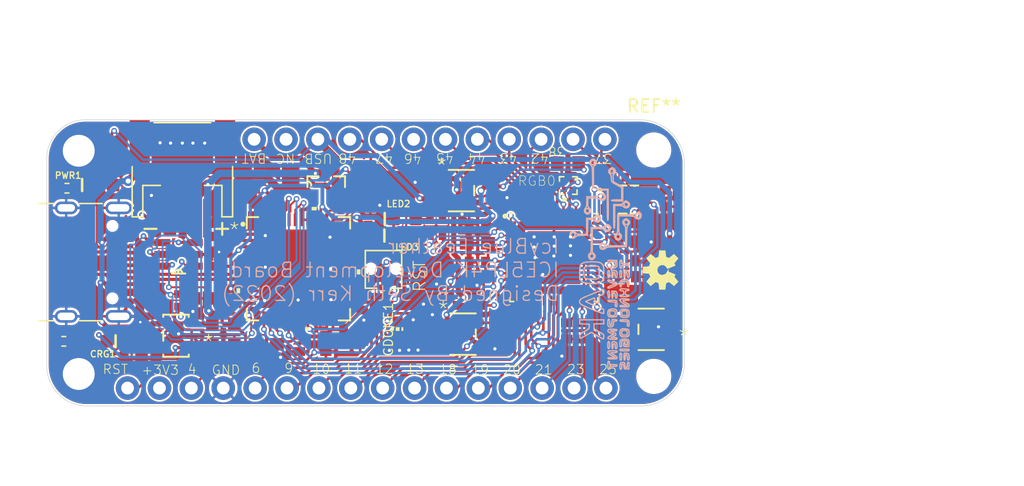
<source format=kicad_pcb>
(kicad_pcb (version 20240108) (generator "pcbnew") (generator_version "8.0")
  (layers (0 "F.Cu" signal) (1 "In1.Cu" signal) (2 "In2.Cu" signal) (31 "B.Cu" signal) (34 "B.Paste" user) (35 "F.Paste" user) (36 "B.SilkS" user "B.Silkscreen") (37 "F.SilkS" user "F.Silkscreen") (38 "B.Mask" user) (39 "F.Mask" user) (44 "Edge.Cuts" user))
  (net 0 "")
  (net 1 "GND")
  (net 2 "/VCC1_2V")
  (net 3 "/VCC3.3V")
  (net 4 "/VUSB")
  (net 5 "/VCC2_5V")
  (net 6 "/OSCI")
  (net 7 "/OSCO")
  (net 8 "/VBAT")
  (net 9 "/VIN")
  (net 10 "Net-(U5B-VCCA)")
  (net 11 "Net-(U5B-VCORE)")
  (net 12 "/CDONE")
  (net 13 "/37")
  (net 14 "/38")
  (net 15 "/42")
  (net 16 "/43")
  (net 17 "/44")
  (net 18 "/45")
  (net 19 "/46")
  (net 20 "/47")
  (net 21 "/48")
  (net 22 "/EN")
  (net 23 "/25")
  (net 24 "/23")
  (net 25 "/21")
  (net 26 "/20")
  (net 27 "/19")
  (net 28 "/18")
  (net 29 "/13")
  (net 30 "/12")
  (net 31 "/11")
  (net 32 "/10")
  (net 33 "/9")
  (net 34 "/6")
  (net 35 "/4")
  (net 36 "/CRESET_B")
  (net 37 "Net-(LED2-PadA)")
  (net 38 "Net-(LED3-PadA)")
  (net 39 "Net-(U7-STAT)")
  (net 41 "/CSN")
  (net 42 "/2")
  (net 43 "/RESET")
  (net 45 "/3")
  (net 46 "Net-(J3-CC2)")
  (net 47 "/EE_DI")
  (net 48 "/EE_DO")
  (net 49 "Net-(J3-CC1)")
  (net 50 "Net-(PWR1-PadA)")
  (net 51 "/RED")
  (net 52 "/GREEN")
  (net 53 "/BLUE")
  (net 54 "/EE_CS")
  (net 55 "/EE_CLK")
  (net 56 "/36")
  (net 57 "/35")
  (net 58 "/34")
  (net 59 "/32")
  (net 60 "/31")
  (net 61 "/28")
  (net 62 "/27")
  (net 63 "/26")
  (net 64 "/MISO")
  (net 65 "/SCL")
  (net 66 "/MOSI")
  (net 67 "Net-(U2-NR{slash}FB)")
  (net 68 "Net-(U7-PROG)")
  (net 69 "Net-(RGB0-ANODE)")
  (net 70 "Net-(U5A-REF)")
  (net 82 "/DP")
  (net 83 "/DM")
  (net 87 "Net-(CRG1-PadA)")
  (footprint "Lattice FPGA standard feather wing:C0402" (layer "F.Cu") (at 148.2317 100.419)
    (property "Reference" "C22" (hide yes))
    (property "Value" "0.1uF")
  )
  (footprint "Lattice FPGA standard feather wing:C0603" (layer "F.Cu") (at 135.6333 107.8358 180)
    (property "Reference" "C25" (hide yes))
    (property "Value" "4.7uF")
  )
  (footprint "Lattice FPGA standard feather wing:CHIP-LED0603" (layer "F.Cu") (at 151.0511 110.4266)
    (property "Reference" "CDONE1")
    (property "Value" "green")
  )
  (footprint "Lattice FPGA standard feather wing:C0402" (layer "F.Cu") (at 157.4011 101.9176 180)
    (property "Reference" "C7" (hide yes))
    (property "Value" "0.1uF")
  )
  (footprint "Lattice FPGA standard feather wing:JST-PH-2-SMT-RA" (layer "F.Cu") (at 133.9061 96.8376)
    (property "Reference" "CN1" (hide yes))
    (property "Value" "JST_2PIN-SMT-RA")
  )
  (footprint "Lattice FPGA standard feather wing:C0402" (layer "F.Cu") (at 169.3391 101.7906)
    (property "Reference" "C9" (hide yes))
    (property "Value" "0.1uF")
  )
  (footprint "Lattice FPGA standard feather wing:R0402" (layer "F.Cu") (at 129.27 111.62 -90)
    (property "Reference" "R9" (hide yes))
    (property "Value" "5k1")
  )
  (footprint "Lattice FPGA standard feather wing:SOT95P280X145-6N" (layer "F.Cu") (at 133.604 104.3306 180)
    (property "Reference" "U$2" (hide yes))
    (property "Value" "93LC56BT-I/OT" (hide yes))
  )
  (footprint "Lattice FPGA standard feather wing:C0402" (layer "F.Cu") (at 165.7831 110.4266 -90)
    (property "Reference" "C16" (hide yes))
    (property "Value" "0.1uF")
  )
  (footprint "Lattice FPGA standard feather wing:C0402" (layer "F.Cu") (at 145.3361 111.4172 -90)
    (property "Reference" "C29" (hide yes))
    (property "Value" "0.1uF")
  )
  (footprint "Lattice FPGA standard feather wing:R0402" (layer "F.Cu") (at 152.3211 110.7568 90)
    (property "Reference" "R2" (hide yes))
    (property "Value" "10k")
  )
  (footprint "Lattice FPGA standard feather wing:C0603" (layer "F.Cu") (at 130.6576 111.8108 -90)
    (property "Reference" "C21" (hide yes))
    (property "Value" "10uF")
  )
  (footprint "Lattice FPGA standard feather wing:R0402" (layer "F.Cu") (at 157.4011 108.3946)
    (property "Reference" "R3" (hide yes))
    (property "Value" "1k")
  )
  (footprint "Lattice FPGA standard feather wing:SOT-23-5_MC-L" (layer "F.Cu") (at 133.3981 110.8076 180)
    (property "Reference" "U7" (hide yes))
    (property "Value" "MCP73831T-2ACI/OTSOT-23-5_MC-L" (hide yes))
  )
  (footprint "Lattice FPGA standard feather wing:C0402" (layer "F.Cu") (at 147.3935 110.2996)
    (property "Reference" "C33" (hide yes))
    (property "Value" "0.1uF")
  )
  (footprint "Lattice FPGA standard feather wing:C0402" (layer "F.Cu") (at 148.2317 99.3014)
    (property "Reference" "C23" (hide yes))
    (property "Value" "0.1uF")
  )
  (footprint "Lattice FPGA standard feather wing:DBV5_TEX-L" (layer "F.Cu") (at 171.2441 110.2996 180)
    (property "Reference" "U3" (hide yes))
    (property "Value" "TPS8225DDCR" (hide yes))
  )
  (footprint "Lattice FPGA standard feather wing:OSHW-LOGO-S" (layer "F.Cu") (at 172.1331 105.5752 90)
    (property "Reference" "LOGO1" (hide yes))
    (property "Value" "OSHW-LOGOS" (hide yes))
  )
  (footprint "Resistor_SMD:R_0402_1005Metric" (layer "F.Cu") (at 124.714 99.06 180)
    (property "Reference" "R15")
    (property "Value" "5k1")
  )
  (footprint "Lattice FPGA standard feather wing:C0402" (layer "F.Cu") (at 131.4931 101.181 90)
    (property "Reference" "C35" (hide yes))
    (property "Value" "0.1uF")
  )
  (footprint "Lattice FPGA standard feather wing:DBV5-L" (layer "F.Cu") (at 156.2581 110.6806)
    (property "Reference" "U2" (hide yes))
    (property "Value" "TPS73201DBVRDBV5-L" (hide yes))
  )
  (footprint "Lattice FPGA standard feather wing:R0402" (layer "F.Cu") (at 128.2927 96.266 -90)
    (property "Reference" "R1" (hide yes))
    (property "Value" "5k1")
  )
  (footprint "Lattice FPGA standard feather wing:R0603" (layer "F.Cu") (at 164.6174 97.0534)
    (property "Reference" "R12" (hide yes))
    (property "Value" "0")
  )
  (footprint "Connector_USB:USB_C_Receptacle_GCT_USB4105-xx-A_16P_TopMnt_Horizontal" (layer "F.Cu") (at 125.73 104.946305 -90)
    (property "Reference" "J3" (hide yes))
    (property "Value" "USB_C_Receptacle_USB2.0")
  )
  (footprint "Lattice FPGA standard feather wing:R0402" (layer "F.Cu") (at 131.3688 108.0008 -90)
    (property "Reference" "R8" (hide yes))
    (property "Value" "5k1")
  )
  (footprint "Lattice FPGA standard feather wing:W25Q16JVUXIQ_WIN-L" (layer "F.Cu") (at 169.4407 99.9618)
    (property "Reference" "U8" (hide yes))
    (property "Value" "W25Q16JVUXIQW25Q16JVUXIQ_WIN-L")
  )
  (footprint "Lattice FPGA standard feather wing:C0603" (layer "F.Cu") (at 136.2937 110.7314 -90)
    (property "Reference" "C20" (hide yes))
    (property "Value" "10uF")
  )
  (footprint "Lattice FPGA standard feather wing:C0402" (layer "F.Cu") (at 164.5131 110.4266 -90)
    (property "Reference" "C8" (hide yes))
    (property "Value" "0.1uF")
  )
  (footprint "Lattice FPGA standard feather wing:QFN48_FT232HQ_FTD-M" (layer "F.Cu") (at 143.1517 105.4736)
    (property "Reference" "U5" (hide yes))
    (property "Value" "FT232HQ-REELQFN48_FT232HQ_FTD-M" (hide yes))
  )
  (footprint "Lattice FPGA standard feather wing:C0402" (layer "F.Cu") (at 136.906 104.14 180)
    (property "Reference" "C19" (hide yes))
    (property "Value" "5pF")
  )
  (footprint "Lattice FPGA standard feather wing:C0402" (layer "F.Cu") (at 172.3644 99.8728 -90)
    (property "Reference" "C17" (hide yes))
    (property "Value" "0.1uF")
  )
  (footprint "MountingHole:MountingHole_2.5mm" (layer "F.Cu") (at 171.45 114.046)
    (property "Reference" "REF**" (hide yes))
    (property "Value" "MountingHole_2.5mm")
  )
  (footprint "Lattice FPGA standard feather wing:DBV5_TEX-L" (layer "F.Cu") (at 156.1311 99.2506)
    (property "Reference" "U4" (hide yes))
    (property "Value" "TLV75533PDBVRDBV5_TEX-L" (hide yes))
  )
  (footprint "Lattice FPGA standard feather wing:C0603" (layer "F.Cu") (at 138.0463 110.7568 -90)
    (property "Reference" "C27" (hide yes))
    (property "Value" "4.7uF")
  )
  (footprint "Lattice FPGA standard feather wing:LED-0603" (layer "F.Cu") (at 151.6099 101.5112 180)
    (property "Reference" "LED2")
    (property "Value" "amber")
  )
  (footprint "Lattice FPGA standard feather wing:LED-0603" (layer "F.Cu") (at 151.5845 102.832 180)
    (property "Reference" "LED3")
    (property "Value" "amber")
  )
  (footprint "Lattice FPGA standard feather wing:C0402" (layer "F.Cu") (at 158.5695 99.022 -90)
    (property "Reference" "C11" (hide yes))
    (property "Value" "0.47uF")
  )
  (footprint "Lattice FPGA standard feather wing:R0402" (layer "F.Cu") (at 148.4095 97.1804 180)
    (property "Reference" "R11" (hide yes))
    (property "Value" "10k")
  )
  (footprint "Lattice FPGA standard feather wing:LED-0603" (layer "F.Cu") (at 127.508 98.806 180)
    (property "Reference" "PWR1")
    (property "Value" "green")
  )
  (footprint "Lattice FPGA standard feather wing:QFN50P700X700X100-49N" (layer "F.Cu") (at 163.4971 104.5846)
    (property "Reference" "U1" (hide yes))
    (property "Value" "ICE5LP4K-SG48ITR")
  )
  (footprint "Lattice FPGA standard feather wing:R0402" (layer "F.Cu") (at 154.1245 101.5112 180)
    (property "Reference" "R6" (hide yes))
    (property "Value" "5k1")
  )
  (footprint "Lattice FPGA standard feather wing:C0603" (layer "F.Cu") (at 169.3391 103.3146)
    (property "Reference" "C6" (hide yes))
    (property "Value" "4.7uF")
  )
  (footprint "Lattice FPGA standard feather wing:R0402" (layer "F.Cu") (at 155.2421 108.3946)
    (property "Reference" "R4" (hide yes))
    (property "Value" "100k")
  )
  (footprint "Resistor_SMD:R_0402_1005Metric" (layer "F.Cu") (at 124.46 111.252 180)
    (property "Reference" "R14" (hide yes))
    (property "Value" "5k1")
  )
  (footprint "Lattice FPGA standard feather wing:R0402" (layer "F.Cu") (at 136.7 105.28 180)
    (property "Reference" "R16" (hide yes))
    (property "Value" "12k")
  )
  (footprint "Lattice FPGA standard feather wing:3.3X2.9" (layer "F.Cu") (at 150.9241 105.4736 180)
    (property "Reference" "U$3" (hide yes))
    (property "Value" "SOF-232HST" (hide yes))
  )
  (footprint "Lattice FPGA standard feather wing:R0402" (layer "F.Cu") (at 168.6787 98.1838)
    (property "Reference" "R5" (hide yes))
    (property "Value" "10k")
  )
  (footprint "Lattice FPGA standard feather wing:LED-0603" (layer "F.Cu") (at 127 111.252)
    (property "Reference" "CRG1")
    (property "Value" "amber")
  )
  (footprint "Lattice FPGA standard feather wing:C0402" (layer "F.Cu") (at 171.3965 108.1406 180)
    (property "Reference" "C14" (hide yes))
    (property "Value" "1uF")
  )
  (footprint "Lattice FPGA standard feather wing:C0402" (layer "F.Cu") (at 143.2279 111.4172 -90)
    (property "Reference" "C30" (hide yes))
    (property "Value" "0.1uF")
  )
  (footprint "Lattice FPGA standard feather wing:R0402" (layer "F.Cu") (at 133.6013 107.9882 90)
    (property "Reference" "R13" (hide yes))
    (property "Value" "2k")
  )
  (footprint "Lattice FPGA standard feather wing:C0402" (layer "F.Cu") (at 168.7041 110.5536 90)
    (property "Reference" "C15" (hide yes))
    (property "Value" "1uF")
  )
  (footprint "Lattice FPGA standard feather wing:LED_UHD1110-FKA-CL1A13R3Q1BBQFMF3" (layer "F.Cu") (at 164.6401 98.8442 90)
    (property "Reference" "RGB0")
    (property "Value" "UHD1110-FKA-CL1A13R3Q1BBQFMF3")
  )
  (footprint "Lattice FPGA standard feather wing:C0402" (layer "F.Cu") (at 169.3391 106.1086)
    (property "Reference" "C4" (hide yes))
    (property "Value" "0.1uF")
  )
  (footprint "Lattice FPGA standard feather wing:C0402" (layer "F.Cu") (at 148.2317 98.2092)
    (property "Reference" "C28" (hide yes))
    (property "Value" "0.1uF")
  )
  (footprint "Lattice FPGA standard feather wing:C0402" (layer "F.Cu") (at 153.5911 99.2506 90)
    (property "Reference" "C10" (hide yes))
    (property "Value" "1uF")
  )
  (footprint "Lattice FPGA standard feather wing:C0402" (layer "F.Cu") (at 169.3391 104.8386)
    (property "Reference" "C1" (hide yes))
    (property "Value" "0.1uF")
  )
  (footprint "Lattice FPGA standard feather wing:C0603" (layer "F.Cu") (at 140.5863 100.1904 180)
    (property "Reference" "C26" (hide yes))
    (property "Value" "4.7uF")
  )
  (footprint "Lattice FPGA standard feather wing:1X16_NO_SILK" (layer "F.Cu") (at 129.5411 114.9756)
    (property "Reference" "J2" (hide yes))
    (property "Value" "CONN_161X16_NO_SILK")
  )
  (footprint "Lattice FPGA standard feather wing:XTAL_ECS-480-10-37-JTN-TR" (layer "F.Cu") (at 137.0303 102.3748 180)
    (property "Reference" "Y1" (hide yes))
    (property "Value" "12MHz")
  )
  (footprint "MountingHole:MountingHole_2.5mm" (layer "F.Cu") (at 171.45 96.012)
    (property "Reference" "REF**")
    (property "Value" "MountingHole_2.5mm")
  )
  (footprint "Lattice FPGA standard feather wing:1X12_NO_SILK" (layer "F.Cu") (at 139.6211 95.1656)
    (property "Reference" "J1" (hide yes))
    (property "Value" "CONN_12NO_SILK")
  )
  (footprint "Lattice FPGA standard feather wing:C0402" (layer "F.Cu") (at 137.7669 107.7088 -90)
    (property "Reference" "C34" (hide yes))
    (property "Value" "0.1uF")
  )
  (footprint "Lattice FPGA standard feather wing:C0402" (layer "F.Cu") (at 148.2317 108.1152 90)
    (property "Reference" "C32" (hide yes))
    (property "Value" "0.1uF")
  )
  (footprint "Lattice FPGA standard feather wing:C0603" (layer "F.Cu") (at 157.4011 103.4416 180)
    (property "Reference" "C5" (hide yes))
    (property "Value" "4.7uF")
  )
  (footprint "Lattice FPGA standard feather wing:C0402" (layer "F.Cu") (at 157.4011 104.9656 180)
    (property "Reference" "C2" (hide yes))
    (property "Value" "0.1uF")
  )
  (footprint "Lattice FPGA standard feather wing:R0402" (layer "F.Cu") (at 154.1245 102.832 180)
    (property "Reference" "R10" (hide yes))
    (property "Value" "5k1")
  )
  (footprint "Lattice FPGA standard feather wing:R0402" (layer "F.Cu") (at 148.7143 102.451 90)
    (property "Reference" "R7" (hide yes))
    (property "Value" "10k")
  )
  (footprint "Lattice FPGA standard feather wing:C0402" (layer "F.Cu") (at 157.4011 106.1086 180)
    (property "Reference" "C3" (hide yes))
    (property "Value" "0.1uF")
  )
  (footprint "Lattice FPGA standard feather wing:C0402" (layer "F.Cu") (at 153.5911 110.5536 90)
    (property "Reference" "C12" (hide yes))
    (property "Value" "1uF")
  )
  (footprint "Lattice FPGA standard feather wing:C0603" (layer "F.Cu") (at 140.5863 111.4934 180)
    (property "Reference" "C24" (hide yes))
    (property "Value" "4.7uF")
  )
  (footprint "Lattice FPGA standard feather wing:C0402" (layer "F.Cu") (at 158.7981 110.4266 -90)
    (property "Reference" "C13" (hide yes))
    (property "Value" "0.47uF")
  )
  (footprint "Lattice FPGA standard feather wing:SOT95P240X105-3N" (layer "F.Cu") (at 145.3615 98.8188 90)
    (property "Reference" "U6" (hide yes))
    (property "Value" "DMG3415U-7" (hide yes))
  )
  (footprint "Lattice FPGA standard feather wing:C0402" (layer "F.Cu") (at 147.4189 111.4172)
    (property "Reference" "C31" (hide yes))
    (property "Value" "0.1uF")
  )
  (footprint "Lattice FPGA standard feather wing:SOD3716X117(SOD-123)" (layer "F.Cu") (at 140.6371 97.9806 180)
    (property "Reference" "U$1" (hide yes))
    (property "Value" "MBR0520LT1G")
  )
  (footprint "Lattice FPGA standard feather wing:C0402" (layer "F.Cu") (at 138.5289 100.2666 90)
    (property "Reference" "C18" (hide yes))
    (property "Value" "5pF")
  )
  (gr_arc (start 167.896418 111.813241) (mid 167.881603 111.824632) (end 167.863359 111.828683) (stroke (width 0.101)) (layer "B.SilkS"))
  (gr_arc (start 167.22544 101.46031) (mid 167.221493 101.511264) (end 167.20499 101.559632) (stroke (width 0.101)) (layer "B.SilkS"))
  (gr_arc (start 169.366568 106.125732) (mid 169.358249 106.105583) (end 169.35339 106.084332) (stroke (width 0.101)) (layer "B.SilkS"))
  (gr_line (start 168.89145 99.004219) (end 168.560281 98.8262) (stroke (width 0.101)) (layer "B.SilkS"))
  (gr_arc (start 167.863359 111.828682) (mid 167.845116 111.824632) (end 167.8303 111.813242) (stroke (width 0.101)) (layer "B.SilkS"))
  (gr_arc (start 167.83284 110.49701) (mid 167.809154 110.461283) (end 167.796981 110.420183) (stroke (width 0.101)) (layer "B.SilkS"))
  (gr_arc (start 168.355059 108.6924) (mid 168.408685 108.711816) (end 168.45445 108.74585) (stroke (width 0.101)) (layer "B.SilkS"))
  (gr_arc (start 169.402699 100.446141) (mid 169.373335 100.480223) (end 169.337831 100.50785) (stroke (width 0.101)) (layer "B.SilkS"))
  (gr_arc (start 166.560581 97.64031) (mid 166.566199 97.947238) (end 166.5708 98.254182) (stroke (width 0.101)) (layer "B.SilkS"))
  (gr_arc (start 168.2657 107.256682) (mid 168.296657 107.257697) (end 168.327481 107.260732) (stroke (width 0.101)) (layer "B.SilkS"))
  (gr_arc (start 166.514618 104.284882) (mid 166.57117 104.294353) (end 166.62155 104.321732) (stroke (width 0.101)) (layer "B.SilkS"))
  (gr_arc (start 166.42239 101.541682) (mid 166.481971 101.543028) (end 166.541431 101.54706) (stroke (width 0.101)) (layer "B.SilkS"))
  (gr_arc (start 169.04748 107.488041) (mid 169.041516 107.511213) (end 169.0288 107.531482) (stroke (width 0.101)) (layer "B.SilkS"))
  (gr_arc (start 168.82729 111.997991) (mid 168.799584 111.990064) (end 168.773831 111.977133) (stroke (width 0.101)) (layer "B.SilkS"))
  (gr_arc (start 168.047581 110.111332) (mid 167.977022 110.108893) (end 167.908681 110.091169) (stroke (width 0.101)) (layer "B.SilkS"))
  (gr_arc (start 169.100681 108.820432) (mid 169.133551 108.820452) (end 169.166381 108.822091) (stroke (width 0.101)) (layer "B.SilkS"))
  (gr_arc (start 168.902389 105.247709) (mid 168.9141 105.227913) (end 168.933209 105.21511) (stroke (width 0.101)) (layer "B.SilkS"))
  (gr_arc (start 168.368031 107.995691) (mid 168.423994 108.01008) (end 168.47144 108.043061) (stroke (width 0.101)) (layer "B.SilkS"))
  (gr_arc (start 168.254231 98.654519) (mid 168.191501 98.61062) (end 168.136718 98.557132) (stroke (width 0.101)) (layer "B.SilkS"))
  (gr_arc (start 165.21405 102.93785) (mid 165.170125 102.978433) (end 165.123131 103.015419) (stroke (width 0.101)) (layer "B.SilkS"))
  (gr_arc (start 168.151318 97.531741) (mid 168.188814 97.553624) (end 168.224718 97.578032) (stroke (width 0.101)) (layer "B.SilkS"))
  (gr_arc (start 167.197581 99.976482) (mid 167.175257 99.960064) (end 167.1547 99.941482) (stroke (width 0.101)) (layer "B.SilkS"))
  (gr_arc (start 168.136718 98.557132) (mid 168.103109 98.505702) (end 168.084682 98.447092) (stroke (width 0.101)) (layer "B.SilkS"))
  (gr_arc (start 167.929168 107.667982) (mid 167.925765 107.707167) (end 167.918918 107.7459) (stroke (width 0.101)) (layer "B.SilkS"))
  (gr_arc (start 165.47184 102.727269) (mid 165.416708 102.722977) (end 165.362309 102.713041) (stroke (width 0.101)) (layer "B.SilkS"))
  (gr_arc (start 169.414168 108.498682) (mid 169.372613 108.507721) (end 169.33025 108.51145) (stroke (width 0.101)) (layer "B.SilkS"))
  (gr_arc (start 165.886359 106.584882) (mid 165.841214 106.56467) (end 165.79955 106.53801) (stroke (width 0.101)) (layer "B.SilkS"))
  (gr_arc (start 168.823481 105.427882) (mid 168.804578 105.423319) (end 168.78984 105.410633) (stroke (width 0.101)) (layer "B.SilkS"))
  (gr_arc (start 167.81639 108.842469) (mid 167.829671 108.814942) (end 167.84735 108.79001) (stroke (width 0.101)) (layer "B.SilkS"))
  (gr_arc (start 168.8118 107.205191) (mid 168.787328 107.19606) (end 168.766451 107.180361) (stroke (width 0.101)) (layer "B.SilkS"))
  (gr_arc (start 167.87479 107.794132) (mid 167.847671 107.776244) (end 167.833318 107.7471) (stroke (width 0.101)) (layer "B.SilkS"))
  (gr_arc (start 167.314418 103.91935) (mid 167.266316 103.901603) (end 167.223419 103.873519) (stroke (width 0.101)) (layer "B.SilkS"))
  (gr_arc (start 167.8503 112.029941) (mid 167.897753 112.02485) (end 167.945281 112.02051) (stroke (width 0.101)) (layer "B.SilkS"))
  (gr_arc (start 168.116318 97.433132) (mid 168.154776 97.433401) (end 168.19174 97.444019) (stroke (width 0.101)) (layer "B.SilkS"))
  (gr_arc (start 168.263968 101.981741) (mid 168.258105 101.835531) (end 168.254781 101.689241) (stroke (width 0.101)) (layer "B.SilkS"))
  (gr_arc (start 167.826809 101.25671) (mid 167.822244 101.406616) (end 167.81675 101.556491) (stroke (width 0.101)) (layer "B.SilkS"))
  (gr_arc (start 166.73665 107.85266) (mid 166.739688 107.878622) (end 166.741609 107.904691) (stroke (width 0.101)) (layer "B.SilkS"))
  (gr_arc (start 167.803359 112.60871) (mid 167.80005 112.584414) (end 167.819809 112.569894) (stroke (width 0.101)) (layer "B.SilkS"))
  (gr_arc (start 167.91325 109.538369) (mid 167.9296 109.654506) (end 167.940481 109.771282) (stroke (width 0.101)) (layer "B.SilkS"))
  (gr_arc (start 170.067639 101.11286) (mid 170.07696 101.105696) (end 170.087809 101.101169) (stroke (width 0.101)) (layer "B.SilkS"))
  (gr_arc (start 168.208459 107.529132) (mid 168.211118 107.493724) (end 168.2151 107.458441) (stroke (width 0.101)) (layer "B.SilkS"))
  (gr_arc (start 167.93194 113.3603) (mid 167.93081 113.384256) (end 167.927431 113.408) (stroke (width 0.101)) (layer "B.SilkS"))
  (gr_arc (start 168.9001 109.04455) (mid 168.898068 109.011716) (end 168.898231 108.978819) (stroke (width 0.101)) (layer "B.SilkS"))
  (gr_arc (start 168.263409 112.323532) (mid 168.322241 112.358832) (end 168.37989 112.396032) (stroke (width 0.101)) (layer "B.SilkS"))
  (gr_arc (start 168.293431 105.264282) (mid 168.22701 105.266964) (end 168.16054 105.26786) (stroke (width 0.101)) (layer "B.SilkS"))
  (gr_arc (start 167.987609 108.827519) (mid 168.014645 108.823398) (end 168.041831 108.820432) (stroke (width 0.101)) (layer "B.SilkS"))
  (gr_arc (start 168.766331 108.456832) (mid 168.766352 108.442144) (end 168.775218 108.430434) (stroke (width 0.101)) (layer "B.SilkS"))
  (gr_line (start 166.56034 104.160091) (end 166.67464 104.266019) (stroke (width 0.101)) (layer "B.SilkS"))
  (gr_arc (start 167.805659 107.56845) (mid 167.797515 107.476915) (end 167.794109 107.385082) (stroke (width 0.101)) (layer "B.SilkS"))
  (gr_arc (start 166.425181 100.859419) (mid 166.416417 100.920238) (end 166.3922 100.976711) (stroke (width 0.101)) (layer "B.SilkS"))
  (gr_arc (start 166.720839 107.805319) (mid 166.726527 107.807337) (end 166.729668 107.812491) (stroke (width 0.101)) (layer "B.SilkS"))
  (gr_arc (start 166.855331 101.6313) (mid 166.830929 101.605246) (end 166.813759 101.57395) (stroke (width 0.101)) (layer "B.SilkS"))
  (gr_arc (start 167.565618 103.598032) (mid 167.580786 103.645112) (end 167.578418 103.694519) (stroke (width 0.101)) (layer "B.SilkS"))
  (gr_arc (start 167.8303 111.295482) (mid 167.845116 111.284092) (end 167.86336 111.280042) (stroke (width 0.101)) (layer "B.SilkS"))
  (gr_arc (start 167.689031 103.7799) (mid 167.74351 103.761717) (end 167.799909 103.750869) (stroke (width 0.101)) (layer "B.SilkS"))
  (gr_arc (start 169.35339 106.084332) (mid 169.350293 106.05523) (end 169.349259 106.025982) (stroke (width 0.101)) (layer "B.SilkS"))
  (gr_arc (start 166.13224 104.93826) (mid 166.323316 104.928393) (end 166.514618 104.9251) (stroke (width 0.101)) (layer "B.SilkS"))
  (gr_arc (start 169.386781 112.938191) (mid 169.402364 112.929117) (end 169.420118 112.925961) (stroke (width 0.101)) (layer "B.SilkS"))
  (gr_arc (start 170.087809 101.101169) (mid 170.106144 101.096865) (end 170.124731 101.093832) (stroke (width 0.101)) (layer "B.SilkS"))
  (gr_arc (start 166.766609 108.105669) (mid 166.754831 108.079963) (end 166.748518 108.052401) (stroke (width 0.101)) (layer "B.SilkS"))
  (gr_arc (start 168.7549 111.942982) (mid 168.75995 111.92346) (end 168.773831 111.908833) (stroke (width 0.101)) (layer "B.SilkS"))
  (gr_arc (start 168.9835 100.307241) (mid 168.988814 100.276051) (end 169.00416 100.248383) (stroke (width 0.101)) (layer "B.SilkS"))
  (gr_arc (start 168.92454 100.462191) (mid 168.960664 100.47338) (end 168.994768 100.489719) (stroke (width 0.101)) (layer "B.SilkS"))
  (gr_arc (start 168.467409 112.63746) (mid 168.42235 112.645787) (end 168.376659 112.64925) (stroke (width 0.101)) (layer "B.SilkS"))
  (gr_arc (start 169.340609 107.568391) (mid 169.371199 107.572243) (end 169.401509 107.577891) (stroke (width 0.101)) (layer "B.SilkS"))
  (gr_arc (start 169.402699 101.86346) (mid 169.373335 101.897542) (end 169.337831 101.925169) (stroke (width 0.101)) (layer "B.SilkS"))
  (gr_arc (start 167.17505 99.70706) (mid 167.199729 99.676387) (end 167.22655 99.647569) (stroke (width 0.101)) (layer "B.SilkS"))
  (gr_arc (start 168.389431 112.14805) (mid 168.326483 112.153768) (end 168.263409 112.157869) (stroke (width 0.101)) (layer "B.SilkS"))
  (gr_arc (start 167.964468 97.71581) (mid 167.979415 97.664068) (end 168.00529 97.616832) (stroke (width 0.101)) (layer "B.SilkS"))
  (gr_arc (start 169.41685 106.4164) (mid 169.434929 106.437771) (end 169.449218 106.461841) (stroke (width 0.101)) (layer "B.SilkS"))
  (gr_arc (start 167.891709 113.466469) (mid 167.878106 113.472527) (end 167.86336 113.474601) (stroke (width 0.101)) (layer "B.SilkS"))
  (gr_arc (start 168.00529 97.616832) (mid 168.031942 97.581296) (end 168.06085 97.547569) (stroke (width 0.101)) (layer "B.SilkS"))
  (gr_arc (start 168.8669 107.677132) (mid 168.829316 107.670155) (end 168.79225 107.66081) (stroke (width 0.101)) (layer "B.SilkS"))
  (gr_arc (start 166.819418 101.34356) (mid 166.846382 101.324264) (end 166.878131 101.3147) (stroke (width 0.101)) (layer "B.SilkS"))
  (gr_arc (start 164.94988 102.60809) (mid 165.003977 102.594085) (end 165.05975 102.59756) (stroke (width 0.101)) (layer "B.SilkS"))
  (gr_arc (start 168.7549 113.255141) (mid 168.758035 113.172188) (end 168.767431 113.08971) (stroke (width 0.101)) (layer "B.SilkS"))
  (gr_arc (start 169.360718 109.323069) (mid 169.273329 109.340457) (end 169.184718 109.349791) (stroke (width 0.101)) (layer "B.SilkS"))
  (gr_line (start 167.81764 99.141382) (end 167.82985 100.3499) (stroke (width 0.101)) (layer "B.SilkS"))
  (gr_arc (start 168.47145 106.767241) (mid 168.377364 106.820698) (end 168.279918 106.86775) (stroke (width 0.101)) (layer "B.SilkS"))
  (gr_arc (start 165.18874 102.75255) (mid 165.184251 102.797586) (end 165.170959 102.84085) (stroke (width 0.101)) (layer "B.SilkS"))
  (gr_arc (start 167.908681 110.091169) (mid 167.876558 110.076428) (end 167.84669 110.057532) (stroke (width 0.101)) (layer "B.SilkS"))
  (gr_arc (start 168.363259 111.502732) (mid 168.370363 111.529536) (end 168.376218 111.556641) (stroke (width 0.101)) (layer "B.SilkS"))
  (gr_arc (start 167.833318 107.7471) (mid 167.817746 107.658045) (end 167.805659 107.56845) (stroke (width 0.101)) (layer "B.SilkS"))
  (gr_arc (start 169.349259 111.39521) (mid 169.348316 111.436673) (end 169.34549 111.47805) (stroke (width 0.101)) (layer "B.SilkS"))
  (gr_arc (start 166.691331 101.396941) (mid 166.661624 101.416694) (end 166.628709 101.43045) (stroke (width 0.101)) (layer "B.SilkS"))
  (gr_arc (start 167.82965 108.070319) (mid 167.815056 108.060469) (end 167.806031 108.045351) (stroke (width 0.101)) (layer "B.SilkS"))
  (gr_line (start 169.293159 102.902882) (end 169.280681 103.713382) (stroke (width 0.101)) (layer "B.SilkS"))
  (gr_arc (start 167.547318 102.06746) (mid 167.592836 102.024706) (end 167.643818 101.988641) (stroke (width 0.101)) (layer "B.SilkS"))
  (gr_arc (start 166.197968 101.02896) (mid 166.146731 101.025451) (end 166.0967 101.01386) (stroke (width 0.101)) (layer "B.SilkS"))
  (gr_arc (start 168.46035 106.1594) (mid 168.444122 106.156163) (end 168.430381 106.146942) (stroke (width 0.101)) (layer "B.SilkS"))
  (gr_arc (start 168.347831 111.468491) (mid 168.356756 111.485066) (end 168.363259 111.502732) (stroke (width 0.101)) (layer "B.SilkS"))
  (gr_arc (start 168.892059 105.313582) (mid 168.890929 105.337538) (end 168.88755 105.361282) (stroke (width 0.101)) (layer "B.SilkS"))
  (gr_arc (start 166.844659 97.145719) (mid 166.809599 97.194464) (end 166.766081 97.235832) (stroke (width 0.101)) (layer "B.SilkS"))
  (gr_arc (start 168.02338 109.977019) (mid 168.006171 109.9737) (end 167.991431 109.964219) (stroke (width 0.101)) (layer "B.SilkS"))
  (gr_arc (start 168.091959 100.032919) (mid 168.090987 100.020799) (end 168.100259 100.012934) (stroke (width 0.101)) (layer "B.SilkS"))
  (gr_arc (start 169.486418 111.942982) (mid 169.481369 111.962504) (end 169.46749 111.977132) (stroke (width 0.101)) (layer "B.SilkS"))
  (gr_arc (start 168.364859 97.821941) (mid 168.335446 97.875846) (end 168.29525 97.92227) (stroke (width 0.101)) (layer "B.SilkS"))
  (gr_arc (start 168.068068 109.19955) (mid 168.030943 109.189907) (end 167.994659 109.177469) (stroke (width 0.101)) (layer "B.SilkS"))
  (gr_arc (start 168.064731 98.136969) (mid 168.068008 98.199201) (end 168.0691 98.26151) (stroke (width 0.101)) (layer "B.SilkS"))
  (gr_arc (start 169.44565 109.26191) (mid 169.409097 109.3007) (end 169.360719 109.32307) (stroke (width 0.101)) (layer "B.SilkS"))
  (gr_arc (start 168.777281 109.196519) (mid 168.766022 109.16276) (end 168.759968 109.127691) (stroke (width 0.101)) (layer "B.SilkS"))
  (gr_line (start 166.651781 99.115791) (end 167.234709 99.128582) (stroke (width 0.101)) (layer "B.SilkS"))
  (gr_arc (start 169.301068 105.62466) (mid 169.328552 105.63166) (end 169.355681 105.639932) (stroke (width 0.101)) (layer "B.SilkS"))
  (gr_arc (start 167.00235 99.866282) (mid 167.045594 99.876922) (end 167.086959 99.893419) (stroke (width 0.101)) (layer "B.SilkS"))
  (gr_arc (start 169.047509 107.3) (mid 169.050938 107.346865) (end 169.052081 107.393841) (stroke (width 0.101)) (layer "B.SilkS"))
  (gr_arc (start 167.17344 103.798619) (mid 167.160986 103.743442) (end 167.157109 103.68701) (stroke (width 0.101)) (layer "B.SilkS"))
  (gr_arc (start 169.44565 110.816391) (mid 169.409097 110.855181) (end 169.360719 110.877551) (stroke (width 0.101)) (layer "B.SilkS"))
  (gr_arc (start 169.425459 105.18521) (mid 169.38361 105.192808) (end 169.341231 105.196419) (stroke (width 0.101)) (layer "B.SilkS"))
  (gr_arc (start 169.352781 109.949991) (mid 169.35014 109.907482) (end 169.349259 109.8649) (stroke (width 0.101)) (layer "B.SilkS"))
  (gr_arc (start 168.544881 102.7499) (mid 168.563605 102.741731) (end 168.582981 102.73526) (stroke (width 0.101)) (layer "B.SilkS"))
  (gr_arc (start 167.794781 111.55436) (mid 167.79552 111.484944) (end 167.797731 111.41556) (stroke (width 0.101)) (layer "B.SilkS"))
  (gr_arc (start 167.954381 105.204841) (mid 167.946307 105.150776) (end 167.940609 105.09641) (stroke (width 0.101)) (layer "B.SilkS"))
  (gr_arc (start 168.817331 108.412291) (mid 168.858075 108.405221) (end 168.899268 108.4016) (stroke (width 0.101)) (layer "B.SilkS"))
  (gr_arc (start 168.376218 111.556641) (mid 168.381428 111.58751) (end 168.38524 111.618582) (stroke (width 0.101)) (layer "B.SilkS"))
  (gr_arc (start 168.76489 108.888791) (mid 168.776673 108.843998) (end 168.797681 108.802719) (stroke (width 0.101)) (layer "B.SilkS"))
  (gr_arc (start 167.923159 107.3655) (mid 167.929742 107.451393) (end 167.93194 107.53751) (stroke (width 0.101)) (layer "B.SilkS"))
  (gr_arc (start 168.85654 112.727641) (mid 168.841725 112.739032) (end 168.823481 112.743083) (stroke (width 0.101)) (layer "B.SilkS"))
  (gr_arc (start 169.35115 108.734882) (mid 169.392378 108.750797) (end 169.429268 108.775132) (stroke (width 0.101)) (layer "B.SilkS"))
  (gr_arc (start 167.095489 106.1067) (mid 167.076315 106.174781) (end 167.0328 106.230541) (stroke (width 0.101)) (layer "B.SilkS"))
  (gr_arc (start 169.184718 110.904269) (mid 169.0914 110.905433) (end 168.998381 110.897882) (stroke (width 0.101)) (layer "B.SilkS"))
  (gr_arc (start 170.0835 101.02465) (mid 170.139265 101.006002) (end 170.197218 100.99606) (stroke (width 0.101)) (layer "B.SilkS"))
  (gr_arc (start 166.000689 106.235168) (mid 165.950857 106.18833) (end 165.921631 106.1265) (stroke (width 0.101)) (layer "B.SilkS"))
  (gr_arc (start 169.163081 106.032519) (mid 169.159136 106.06591) (end 169.15295 106.09896) (stroke (width 0.101)) (layer "B.SilkS"))
  (gr_arc (start 168.366709 102.981582) (mid 168.356926 102.894069) (end 168.3741 102.807701) (stroke (width 0.101)) (layer "B.SilkS"))
  (gr_arc (start 167.912509 112.280269) (mid 167.862524 112.239992) (end 167.819881 112.19201) (stroke (width 0.101)) (layer "B.SilkS"))
  (gr_arc (start 168.945818 110.404219) (mid 168.962138 110.395485) (end 168.979731 110.389732) (stroke (width 0.101)) (layer "B.SilkS"))
  (gr_arc (start 167.863359 111.280041) (mid 167.881603 111.284092) (end 167.896419 111.295483) (stroke (width 0.101)) (layer "B.SilkS"))
  (gr_arc (start 169.15295 106.09896) (mid 169.146576 106.123344) (end 169.138418 106.147191) (stroke (width 0.101)) (layer "B.SilkS"))
  (gr_arc (start 168.239668 106.50076) (mid 168.349279 106.548681) (end 168.456218 106.6023) (stroke (width 0.101)) (layer "B.SilkS"))
  (gr_arc (start 168.792468 108.482791) (mid 168.776312 108.472921) (end 168.766331 108.456833) (stroke (width 0.101)) (layer "B.SilkS"))
  (gr_arc (start 167.26879 102.27626) (mid 167.330322 102.280494) (end 167.391209 102.290341) (stroke (width 0.101)) (layer "B.SilkS"))
  (gr_arc (start 169.004159 100.248382) (mid 169.040132 100.206671) (end 169.07904 100.167682) (stroke (width 0.101)) (layer "B.SilkS"))
  (gr_arc (start 169.298209 101.26736) (mid 169.493702 101.267893) (end 169.68919 101.2695) (stroke (width 0.101)) (layer "B.SilkS"))
  (gr_arc (start 169.19384 107.299641) (mid 169.199803 107.276469) (end 169.212518 107.2562) (stroke (width 0.101)) (layer "B.SilkS"))
  (gr_line (start 169.2121 103.6448) (end 169.2121 102.86271) (stroke (width 0.101)) (layer "B.SilkS"))
  (gr_arc (start 169.341931 112.49001) (mid 169.347425 112.549723) (end 169.349259 112.60966) (stroke (width 0.101)) (layer "B.SilkS"))
  (gr_arc (start 168.38024 109.001591) (mid 168.380286 109.061568) (end 168.3705 109.120741) (stroke (width 0.101)) (layer "B.SilkS"))
  (gr_arc (start 168.15219 97.87539) (mid 168.099641 97.875341) (end 168.048509 97.863219) (stroke (width 0.101)) (layer "B.SilkS"))
  (gr_arc (start 168.299059 111.432119) (mid 168.326804 111.445801) (end 168.347831 111.468491) (stroke (width 0.101)) (layer "B.SilkS"))
  (gr_arc (start 168.823481 111.691519) (mid 168.787704 111.678251) (end 168.769232 111.644861) (stroke (width 0.101)) (layer "B.SilkS"))
  (gr_line (start 167.291859 107.564469) (end 167.108981 107.63631) (stroke (width 0.101)) (layer "B.SilkS"))
  (gr_arc (start 167.91495 110.859732) (mid 167.972672 110.830689) (end 168.031259 110.803432) (stroke (width 0.101)) (layer "B.SilkS"))
  (gr_arc (start 168.092668 110.621969) (mid 168.120895 110.633184) (end 168.149109 110.644432) (stroke (width 0.101)) (layer "B.SilkS"))
  (gr_line (start 168.114818 107.256682) (end 168.2657 107.256682) (stroke (width 0.101)) (layer "B.SilkS"))
  (gr_arc (start 167.877468 106.89956) (mid 167.922304 106.873838) (end 167.968431 106.85051) (stroke (width 0.101)) (layer "B.SilkS"))
  (gr_arc (start 168.100568 109.854919) (mid 168.092772 109.889817) (end 168.08129 109.923682) (stroke (width 0.101)) (layer "B.SilkS"))
  (gr_line (start 169.280681 103.713382) (end 168.487018 103.72591) (stroke (width 0.101)) (layer "B.SilkS"))
  (gr_arc (start 169.352559 113.03061) (mid 169.356592 113.000193) (end 169.364631 112.970582) (stroke (width 0.101)) (layer "B.SilkS"))
  (gr_arc (start 168.823481 112.743082) (mid 168.805236 112.739032) (end 168.790418 112.727642) (stroke (width 0.101)) (layer "B.SilkS"))
  (gr_arc (start 168.251981 109.774291) (mid 168.246073 109.86177) (end 168.228459 109.94766) (stroke (width 0.101)) (layer "B.SilkS"))
  (gr_arc (start 168.343418 101.335941) (mid 168.342716 101.525331) (end 168.340609 101.71471) (stroke (width 0.101)) (layer "B.SilkS"))
  (gr_arc (start 167.195409 101.36446) (mid 167.21657 101.410459) (end 167.22544 101.46031) (stroke (width 0.101)) (layer "B.SilkS"))
  (gr_arc (start 168.2977 102.227482) (mid 168.283332 102.221797) (end 168.276741 102.20782) (stroke (width 0.101)) (layer "B.SilkS"))
  (gr_arc (start 166.628709 101.43045) (mid 166.585019 101.441056) (end 166.54035 101.44616) (stroke (width 0.101)) (layer "B.SilkS"))
  (gr_arc (start 168.922199 110.4308) (mid 168.932236 110.415935) (end 168.945818 110.404219) (stroke (width 0.101)) (layer "B.SilkS"))
  (gr_arc (start 169.234959 111.207369) (mid 169.265044 111.216768) (end 169.293868 111.229519) (stroke (width 0.101)) (layer "B.SilkS"))
  (gr_line (start 167.47474 109.862719) (end 166.6975 109.862719) (stroke (width 0.101)) (layer "B.SilkS"))
  (gr_line (start 165.70355 106.45475) (end 165.5545 106.3057) (stroke (width 0.101)) (layer "B.SilkS"))
  (gr_arc (start 167.24644 103.600091) (mid 167.256334 103.566575) (end 167.276618 103.538119) (stroke (width 0.101)) (layer "B.SilkS"))
  (gr_arc (start 168.76615 109.599832) (mid 168.770581 109.56726) (end 168.79899 109.55072) (stroke (width 0.101)) (layer "B.SilkS"))
  (gr_arc (start 168.4824 102.796782) (mid 168.495114 102.783252) (end 168.50939 102.771382) (stroke (width 0.101)) (layer "B.SilkS"))
  (gr_arc (start 166.83239 101.262832) (mid 166.878442 101.239924) (end 166.92819 101.22686) (stroke (width 0.101)) (layer "B.SilkS"))
  (gr_arc (start 167.613718 102.110982) (mid 167.626432 102.097452) (end 167.640709 102.085582) (stroke (width 0.101)) (layer "B.SilkS"))
  (gr_arc (start 168.99065 109.19626) (mid 168.964404 109.191101) (end 168.9406 109.1789) (stroke (width 0.101)) (layer "B.SilkS"))
  (gr_arc (start 168.892059 105.313582) (mid 168.894658 105.280244) (end 168.90239 105.24771) (stroke (width 0.101)) (layer "B.SilkS"))
  (gr_arc (start 166.4689 103.185991) (mid 166.468403 103.500702) (end 166.46689 103.81541) (stroke (width 0.101)) (layer "B.SilkS"))
  (gr_arc (start 167.861568 105.33495) (mid 167.832513 105.30056) (end 167.817151 105.258241) (stroke (width 0.101)) (layer "B.SilkS"))
  (gr_arc (start 169.443759 108.30971) (mid 169.461122 108.331886) (end 169.47294 108.357451) (stroke (width 0.101)) (layer "B.SilkS"))
  (gr_arc (start 168.192831 106.097982) (mid 168.186457 106.122799) (end 168.178309 106.147091) (stroke (width 0.101)) (layer "B.SilkS"))
  (gr_arc (start 168.943718 111.23226) (mid 168.974215 111.217741) (end 169.006359 111.207369) (stroke (width 0.101)) (layer "B.SilkS"))
  (gr_arc (start 168.191018 112.01156) (mid 168.276436 112.012258) (end 168.361831 112.01435) (stroke (width 0.101)) (layer "B.SilkS"))
  (gr_arc (start 168.327481 107.260732) (mid 168.35812 107.265777) (end 168.388368 107.2728) (stroke (width 0.101)) (layer "B.SilkS"))
  (gr_line (start 168.9835 100.078641) (end 168.551859 100.078641) (stroke (width 0.101)) (layer "B.SilkS"))
  (gr_arc (start 169.18289 111.19845) (mid 169.209094 111.201917) (end 169.234959 111.207369) (stroke (width 0.101)) (layer "B.SilkS"))
  (gr_arc (start 167.032799 106.230541) (mid 166.968916 106.269625) (end 166.895818 106.28591) (stroke (width 0.101)) (layer "B.SilkS"))
  (gr_arc (start 167.97909 105.246118) (mid 167.962882 105.227786) (end 167.954381 105.204841) (stroke (width 0.101)) (layer "B.SilkS"))
  (gr_arc (start 167.069258 101.620009) (mid 167.020763 101.653161) (end 166.963668 101.666982) (stroke (width 0.101)) (layer "B.SilkS"))
  (gr_line (start 169.477268 113.18885) (end 169.463559 113.451741) (stroke (width 0.101)) (layer "B.SilkS"))
  (gr_arc (start 166.755359 104.368341) (mid 166.769173 104.394762) (end 166.780909 104.422169) (stroke (width 0.101)) (layer "B.SilkS"))
  (gr_arc (start 168.22123 105.783191) (mid 168.231089 105.768778) (end 168.24594 105.759591) (stroke (width 0.101)) (layer "B.SilkS"))
  (gr_arc (start 169.431789 100.36906) (mid 169.422111 100.409437) (end 169.4027 100.446141) (stroke (width 0.101)) (layer "B.SilkS"))
  (gr_arc (start 167.84669 110.057532) (mid 167.827079 110.038436) (end 167.81355 110.014641) (stroke (width 0.101)) (layer "B.SilkS"))
  (gr_arc (start 166.337818 97.049632) (mid 166.341412 97.007634) (end 166.356281 96.968192) (stroke (width 0.101)) (layer "B.SilkS"))
  (gr_arc (start 167.468131 107.42466) (mid 167.460211 107.452963) (end 167.445231 107.47825) (stroke (width 0.101)) (layer "B.SilkS"))
  (gr_arc (start 169.377259 100.597569) (mid 169.322493 100.617622) (end 169.26469 100.625392) (stroke (width 0.101)) (layer "B.SilkS"))
  (gr_arc (start 165.12079 102.90879) (mid 165.086579 102.930639) (end 165.047959 102.943141) (stroke (width 0.101)) (layer "B.SilkS"))
  (gr_arc (start 168.206259 107.6072) (mid 168.205431 107.645202) (end 168.20295 107.683132) (stroke (width 0.101)) (layer "B.SilkS"))
  (gr_arc (start 169.07745 105.711682) (mid 169.081403 105.679652) (end 169.091259 105.64892) (stroke (width 0.101)) (layer "B.SilkS"))
  (gr_arc (start 168.790418 105.6262) (mid 168.805236 105.61481) (end 168.823481 105.610761) (stroke (width 0.101)) (layer "B.SilkS"))
  (gr_arc (start 169.16974 105.858232) (mid 169.173763 105.826917) (end 169.18135 105.796269) (stroke (width 0.101)) (layer "B.SilkS"))
  (gr_arc (start 168.456218 106.6023) (mid 168.494264 106.636598) (end 168.511918 106.684683) (stroke (width 0.101)) (layer "B.SilkS"))
  (gr_arc (start 168.998381 109.3434) (mid 168.931549 109.32699) (end 168.8701 109.29601) (stroke (width 0.101)) (layer "B.SilkS"))
  (gr_arc (start 168.889109 105.746282) (mid 168.89132 105.815666) (end 168.892059 105.885082) (stroke (width 0.101)) (layer "B.SilkS"))
  (gr_arc (start 168.823481 106.1594) (mid 168.805236 106.155351) (end 168.790418 106.143961) (stroke (width 0.101)) (layer "B.SilkS"))
  (gr_arc (start 168.892059 105.885082) (mid 168.89132 105.954498) (end 168.889109 106.023882) (stroke (width 0.101)) (layer "B.SilkS"))
  (gr_arc (start 167.3409 105.10636) (mid 167.389217 105.16647) (end 167.42281 105.235891) (stroke (width 0.101)) (layer "B.SilkS"))
  (gr_arc (start 169.1026 112.729219) (mid 169.094645 112.696316) (end 169.088281 112.663069) (stroke (width 0.101)) (layer "B.SilkS"))
  (gr_arc (start 168.88799 104.86451) (mid 168.89104 104.894667) (end 168.892059 104.92496) (stroke (width 0.101)) (layer "B.SilkS"))
  (gr_arc (start 168.142481 106.145541) (mid 168.134525 106.112638) (end 168.128159 106.079391) (stroke (width 0.101)) (layer "B.SilkS"))
  (gr_line (start 168.267218 110.415919) (end 168.000518 110.420469) (stroke (width 0.101)) (layer "B.SilkS"))
  (gr_line (start 166.42239 101.541682) (end 166.197159 101.541682) (stroke (width 0.101)) (layer "B.SilkS"))
  (gr_arc (start 168.209089 105.837332) (mid 168.212845 105.809742) (end 168.221231 105.783191) (stroke (width 0.101)) (layer "B.SilkS"))
  (gr_arc (start 169.456068 111.189541) (mid 169.465341 111.219847) (end 169.471831 111.250869) (stroke (width 0.101)) (layer "B.SilkS"))
  (gr_arc (start 167.499959 99.98116) (mid 167.431089 100.0196) (end 167.35335 100.03292) (stroke (width 0.101)) (layer "B.SilkS"))
  (gr_arc (start 169.12509 111.665469) (mid 169.100544 111.660534) (end 169.07856 111.648551) (stroke (width 0.101)) (layer "B.SilkS"))
  (gr_arc (start 168.7549 105.107841) (mid 168.755596 105.025234) (end 168.75769 104.94265) (stroke (width 0.101)) (layer "B.SilkS"))
  (gr_arc (start 167.593981 99.845119) (mid 167.556805 99.919937) (end 167.499959 99.98116) (stroke (width 0.101)) (layer "B.SilkS"))
  (gr_arc (start 168.9001 110.599032) (mid 168.898068 110.566197) (end 168.898231 110.5333) (stroke (width 0.101)) (layer "B.SilkS"))
  (gr_arc (start 166.322768 100.83861) (mid 166.323351 100.888402) (end 166.315468 100.937569) (stroke (width 0.101)) (layer "B.SilkS"))
  (gr_line (start 169.3264 110.75426) (end 169.3264 110.571382) (stroke (width 0.101)) (layer "B.SilkS"))
  (gr_arc (start 167.956131 109.148541) (mid 167.94369 109.126853) (end 167.937259 109.102691) (stroke (width 0.101)) (layer "B.SilkS"))
  (gr_arc (start 168.080531 112.382382) (mid 167.995266 112.33339) (end 167.912509 112.280269) (stroke (width 0.101)) (layer "B.SilkS"))
  (gr_arc (start 168.45445 108.74585) (mid 168.486765 108.789215) (end 168.505331 108.84001) (stroke (width 0.101)) (layer "B.SilkS"))
  (gr_line (start 167.108981 107.63631) (end 167.108981 107.905132) (stroke (width 0.101)) (layer "B.SilkS"))
  (gr_arc (start 168.7699 113.426591) (mid 168.762058 113.394849) (end 168.758118 113.362391) (stroke (width 0.101)) (layer "B.SilkS"))
  (gr_arc (start 166.751481 110.7037) (mid 166.674886 110.654795) (end 166.602168 110.600291) (stroke (width 0.101)) (layer "B.SilkS"))
  (gr_arc (start 169.166381 108.822091) (mid 169.215356 108.826962) (end 169.264031 108.83425) (stroke (width 0.101)) (layer "B.SilkS"))
  (gr_arc (start 166.340199 104.463399) (mid 166.349614 104.4038) (end 166.379281 104.35126) (stroke (width 0.101)) (layer "B.SilkS"))
  (gr_arc (start 167.703468 102.493769) (mid 167.676061 102.482033) (end 167.64964 102.468219) (stroke (width 0.101)) (layer "B.SilkS"))
  (gr_arc (start 166.528659 110.560491) (mid 166.567254 110.576991) (end 166.602168 110.600291) (stroke (width 0.101)) (layer "B.SilkS"))
  (gr_arc (start 169.120659 109.199782) (mid 169.055631 109.198903) (end 168.99065 109.19626) (stroke (width 0.101)) (layer "B.SilkS"))
  (gr_line (start 168.892059 104.92496) (end 168.892059 105.062119) (stroke (width 0.101)) (layer "B.SilkS"))
  (gr_arc (start 167.963468 106.532669) (mid 167.917811 106.508955) (end 167.873631 106.482591) (stroke (width 0.101)) (layer "B.SilkS"))
  (gr_arc (start 166.625268 101.56471) (mid 166.660658 101.579459) (end 166.69364 101.59901) (stroke (width 0.101)) (layer "B.SilkS"))
  (gr_arc (start 167.81009 110.949041) (mid 167.825738 110.92587) (end 167.84545 110.906041) (stroke (width 0.101)) (layer "B.SilkS"))
  (gr_arc (start 167.980108 97.805441) (mid 167.964505 97.761984) (end 167.964468 97.71581) (stroke (width 0.101)) (layer "B.SilkS"))
  (gr_arc (start 166.010481 100.770369) (mid 166.02164 100.733063) (end 166.044281 100.701382) (stroke (width 0.101)) (layer "B.SilkS"))
  (gr_arc (start 169.043859 107.994641) (mid 169.13991 107.98981) (end 169.236068 107.9882) (stroke (width 0.101)) (layer "B.SilkS"))
  (gr_arc (start 168.877768 112.251591) (mid 168.885424 112.290488) (end 168.889109 112.32996) (stroke (width 0.101)) (layer "B.SilkS"))
  (gr_arc (start 169.33025 108.51145) (mid 169.227367 108.513349) (end 169.124468 108.513982) (stroke (width 0.101)) (layer "B.SilkS"))
  (gr_arc (start 169.341231 105.064982) (mid 169.38361 105.068593) (end 169.425459 105.076191) (stroke (width 0.101)) (layer "B.SilkS"))
  (gr_arc (start 165.630468 108.285032) (mid 165.590671 108.246763) (end 165.561131 108.200119) (stroke (width 0.101)) (layer "B.SilkS"))
  (gr_arc (start 170.169431 101.091032) (mid 170.19287 101.091757) (end 170.216231 101.09381) (stroke (width 0.101)) (layer "B.SilkS"))
  (gr_arc (start 169.06714 109.670591) (mid 169.007628 109.666814) (end 168.948259 109.661232) (stroke (width 0.101)) (layer "B.SilkS"))
  (gr_arc (start 169.145281 113.02826) (mid 169.152421 113.08559) (end 169.157581 113.143132) (stroke (width 0.101)) (layer "B.SilkS"))
  (gr_arc (start 167.86159 112.851532) (mid 167.881399 112.856581) (end 167.897409 112.869292) (stroke (width 0.101)) (layer "B.SilkS"))
  (gr_arc (start 169.34449 111.31035) (mid 169.348065 111.352713) (end 169.349259 111.39521) (stroke (width 0.101)) (layer "B.SilkS"))
  (gr_line (start 166.126 99.735741) (end 166.59415 99.722719) (stroke (width 0.101)) (layer "B.SilkS"))
  (gr_arc (start 170.010368 101.4449) (mid 169.977026 101.405611) (end 169.956718 101.358251) (stroke (width 0.101)) (layer "B.SilkS"))
  (gr_arc (start 166.379909 107.930519) (mid 166.522544 107.872993) (end 166.665368 107.815941) (stroke (width 0.101)) (layer "B.SilkS"))
  (gr_arc (start 169.480631 112.690741) (mid 169.458713 112.728283) (end 169.41784 112.743085) (stroke (width 0.101)) (layer "B.SilkS"))
  (gr_arc (start 168.914681 109.139619) (mid 168.906036 109.092292) (end 168.9001 109.04455) (stroke (width 0.101)) (layer "B.SilkS"))
  (gr_arc (start 168.495581 109.55431) (mid 168.507425 109.563767) (end 168.514868 109.57697) (stroke (width 0.101)) (layer "B.SilkS"))
  (gr_arc (start 168.82729 111.887969) (mid 168.877946 111.880522) (end 168.929031 111.877082) (stroke (width 0.101)) (layer "B.SilkS"))
  (gr_arc (start 168.823481 104.7878) (mid 168.839018 104.790165) (end 168.85315 104.797042) (stroke (width 0.101)) (layer "B.SilkS"))
  (gr_arc (start 167.803159 110.993269) (mid 167.802781 110.970553) (end 167.81009 110.949042) (stroke (width 0.101)) (layer "B.SilkS"))
  (gr_arc (start 165.773259 110.93331) (mid 165.710852 110.96496) (end 165.648131 110.995982) (stroke (width 0.101)) (layer "B.SilkS"))
  (gr_arc (start 168.8701 109.29601) (mid 168.839572 109.273599) (end 168.8116 109.248069) (stroke (width 0.101)) (layer "B.SilkS"))
  (gr_arc (start 168.192831 111.77575) (mid 168.18646 111.796851) (end 168.178231 111.8173) (stroke (width 0.101)) (layer "B.SilkS"))
  (gr_arc (start 168.85654 106.14396) (mid 168.841725 106.15535) (end 168.823481 106.159401) (stroke (width 0.101)) (layer "B.SilkS"))
  (gr_arc (start 168.388368 105.626882) (mid 168.414486 105.634811) (end 168.44 105.64451) (stroke (width 0.101)) (layer "B.SilkS"))
  (gr_arc (start 167.451881 106.224682) (mid 167.423263 106.339784) (end 167.363732 106.442369) (stroke (width 0.101)) (layer "B.SilkS"))
  (gr_arc (start 169.05709 111.610319) (mid 169.053334 111.561449) (end 169.052081 111.51245) (stroke (width 0.101)) (layer "B.SilkS"))
  (gr_arc (start 168.7549 112.46876) (mid 168.755639 112.399344) (end 168.75785 112.32996) (stroke (width 0.101)) (layer "B.SilkS"))
  (gr_arc (start 166.51314 96.7791) (mid 166.556038 96.75663) (end 166.603359 96.746342) (stroke (width 0.101)) (layer "B.SilkS"))
  (gr_arc (start 168.8701 110.850491) (mid 168.839572 110.82808) (end 168.8116 110.80255) (stroke (width 0.101)) (layer "B.SilkS"))
  (gr_arc (start 169.029008 107.256441) (mid 169.041597 107.276803) (end 169.047509 107.3) (stroke (width 0.101)) (layer "B.SilkS"))
  (gr_arc (start 168.324118 105.774991) (mid 168.339695 105.792075) (end 168.35135 105.812041) (stroke (width 0.101)) (layer "B.SilkS"))
  (gr_arc (start 168.763959 100.34986) (mid 168.690866 100.352185) (end 168.61774 100.35296) (stroke (width 0.101)) (layer "B.SilkS"))
  (gr_arc (start 165.921631 106.1265) (mid 165.898128 106.015416) (end 165.884859 105.90265) (stroke (width 0.101)) (layer "B.SilkS"))
  (gr_arc (start 167.462459 108.998132) (mid 167.456043 109.013819) (end 167.44595 109.027433) (stroke (width 0.101)) (layer "B.SilkS"))
  (gr_arc (start 170.391681 101.0479) (mid 170.423295 101.090333) (end 170.441459 101.140032) (stroke (width 0.101)) (layer "B.SilkS"))
  (gr_line (start 166.56034 102.2732) (end 166.56034 104.160091) (stroke (width 0.101)) (layer "B.SilkS"))
  (gr_arc (start 166.78894 96.832519) (mid 166.827476 96.878945) (end 166.856809 96.931669) (stroke (width 0.101)) (layer "B.SilkS"))
  (gr_arc (start 169.00614 112.935332) (mid 169.045878 112.940905) (end 169.085018 112.94975) (stroke (width 0.101)) (layer "B.SilkS"))
  (gr_arc (start 169.06004 113.1859) (mid 169.068578 113.227406) (end 169.07494 113.2693) (stroke (width 0.101)) (layer "B.SilkS"))
  (gr_line (start 167.234709 99.128582) (end 167.81764 99.141382) (stroke (width 0.101)) (layer "B.SilkS"))
  (gr_arc (start 166.34974 104.683919) (mid 166.296607 104.614764) (end 166.26524 104.533391) (stroke (width 0.101)) (layer "B.SilkS"))
  (gr_arc (start 167.470909 110.946932) (mid 167.466621 110.974741) (end 167.459809 111.002041) (stroke (width 0.101)) (layer "B.SilkS"))
  (gr_arc (start 170.12018 101.40114) (mid 170.090617 101.379239) (end 170.068618 101.34975) (stroke (width 0.101)) (layer "B.SilkS"))
  (gr_arc (start 168.823481 112.194441) (mid 168.841725 112.198492) (end 168.856541 112.209883) (stroke (width 0.101)) (layer "B.SilkS"))
  (gr_arc (start 168.865568 106.874769) (mid 168.850502 106.89879) (end 168.823409 106.907153) (stroke (width 0.101)) (layer "B.SilkS"))
  (gr_arc (start 166.462618 96.942341) (mid 166.487596 96.901769) (end 166.52179 96.868591) (stroke (width 0.101)) (layer "B.SilkS"))
  (gr_arc (start 167.97309 113.261832) (mid 168.006265 113.252226) (end 168.04059 113.2484) (stroke (width 0.101)) (layer "B.SilkS"))
  (gr_arc (start 168.115718 111.587932) (mid 168.114147 111.483738) (end 168.115568 111.379541) (stroke (width 0.101)) (layer "B.SilkS"))
  (gr_arc (start 169.124218 105.62005) (mid 169.157918 105.613092) (end 169.19225 105.61076) (stroke (width 0.101)) (layer "B.SilkS"))
  (gr_arc (start 167.81245 112.889782) (mid 167.816284 112.877054) (end 167.824018 112.866242) (stroke (width 0.101)) (layer "B.SilkS"))
  (gr_arc (start 167.797731 111.69316) (mid 167.79552 111.623776) (end 167.794781 111.55436) (stroke (width 0.101)) (layer "B.SilkS"))
  (gr_arc (start 167.598409 99.681091) (mid 167.608196 99.763429) (end 167.593981 99.845119) (stroke (width 0.101)) (layer "B.SilkS"))
  (gr_arc (start 166.695781 96.764732) (mid 166.745016 96.794976) (end 166.78894 96.832519) (stroke (width 0.101)) (layer "B.SilkS"))
  (gr_arc (start 169.07904 100.167682) (mid 169.120959 100.131412) (end 169.16544 100.098332) (stroke (width 0.101)) (layer "B.SilkS"))
  (gr_arc (start 170.00159 101.084482) (mid 170.039063 101.049798) (end 170.0835 101.02465) (stroke (width 0.101)) (layer "B.SilkS"))
  (gr_arc (start 166.310409 100.76535) (mid 166.317874 100.801763) (end 166.322768 100.83861) (stroke (width 0.101)) (layer "B.SilkS"))
  (gr_arc (start 166.685809 106.649619) (mid 166.607556 106.651476) (end 166.529281 106.65181) (stroke (width 0.101)) (layer "B.SilkS"))
  (gr_arc (start 168.47144 105.665619) (mid 168.502694 105.709313) (end 168.518159 105.760761) (stroke (width 0.101)) (layer "B.SilkS"))
  (gr_arc (start 168.994768 100.489719) (mid 169.025245 100.510517) (end 169.052081 100.535841) (stroke (width 0.101)) (layer "B.SilkS"))
  (gr_arc (start 168.940599 109.178899) (mid 168.923922 109.161712) (end 168.914681 109.139619) (stroke (width 0.101)) (layer "B.SilkS"))
  (gr_arc (start 169.526509 101.7747) (mid 169.520412 101.825784) (end 169.50069 101.8733) (stroke (width 0.101)) (layer "B.SilkS"))
  (gr_arc (start 170.206639 101.419632) (mid 170.162104 101.416495) (end 170.120181 101.401141) (stroke (width 0.101)) (layer "B.SilkS"))
  (gr_arc (start 166.198009 100.403419) (mid 166.195438 100.300619) (end 166.194581 100.197791) (stroke (width 0.101)) (layer "B.SilkS"))
  (gr_arc (start 168.357481 109.29796) (mid 168.31018 109.305147) (end 168.26259 109.31006) (stroke (width 0.101)) (layer "B.SilkS"))
  (gr_arc (start 169.083399 101.765919) (mid 169.092814 101.706321) (end 169.122481 101.653782) (stroke (width 0.101)) (layer "B.SilkS"))
  (gr_arc (start 169.120659 107.691019) (mid 169.047636 107.690205) (end 168.97465 107.68776) (stroke (width 0.101)) (layer "B.SilkS"))
  (gr_arc (start 166.947749 105.274169) (mid 167.001844 105.28371) (end 167.051831 105.306482) (stroke (width 0.101)) (layer "B.SilkS"))
  (gr_arc (start 169.496518 101.68121) (mid 169.518383 101.725751) (end 169.526509 101.7747) (stroke (width 0.101)) (layer "B.SilkS"))
  (gr_arc (start 169.120659 111.8744) (mid 169.216484 111.875072) (end 169.31229 111.877082) (stroke (width 0.101)) (layer "B.SilkS"))
  (gr_arc (start 168.048508 97.863219) (mid 168.00916 97.840425) (end 167.980109 97.805441) (stroke (width 0.101)) (layer "B.SilkS"))
  (gr_arc (start 167.85429 107.23471) (mid 167.877321 107.236583) (end 167.893458 107.253121) (stroke (width 0.101)) (layer "B.SilkS"))
  (gr_line (start 168.892059 99.9872) (end 168.89175 99.49571) (stroke (width 0.101)) (layer "B.SilkS"))
  (gr_arc (start 167.89639 108.745169) (mid 167.955063 108.712514) (end 168.019181 108.69257) (stroke (width 0.101)) (layer "B.SilkS"))
  (gr_arc (start 166.06445 100.689691) (mid 166.082783 100.685385) (end 166.101368 100.68235) (stroke (width 0.101)) (layer "B.SilkS"))
  (gr_arc (start 168.801009 106.462682) (mid 168.826177 106.437302) (end 168.854181 106.415091) (stroke (width 0.101)) (layer "B.SilkS"))
  (gr_arc (start 169.091259 112.2326) (mid 169.104453 112.214416) (end 169.124218 112.203733) (stroke (width 0.101)) (layer "B.SilkS"))
  (gr_arc (start 167.323368 103.429141) (mid 167.382194 103.4169) (end 167.442281 103.416901) (stroke (width 0.101)) (layer "B.SilkS"))
  (gr_arc (start 167.819881 112.19201) (mid 167.800726 112.154983) (end 167.79469 112.113733) (stroke (width 0.101)) (layer "B.SilkS"))
  (gr_arc (start 167.900981 107.785669) (mid 167.889266 107.79417) (end 167.874791 107.794134) (stroke (width 0.101)) (layer "B.SilkS"))
  (gr_arc (start 166.1839 101.123719) (mid 166.159152 101.122128) (end 166.13535 101.115169) (stroke (width 0.101)) (layer "B.SilkS"))
  (gr_line (start 168.394659 104.92496) (end 167.926418 104.92496) (stroke (width 0.101)) (layer "B.SilkS"))
  (gr_arc (start 167.809068 111.337191) (mid 167.817318 111.315132) (end 167.830301 111.295482) (stroke (width 0.101)) (layer "B.SilkS"))
  (gr_arc (start 167.798381 109.944719) (mid 167.795681 109.873828) (end 167.794781 109.802891) (stroke (width 0.101)) (layer "B.SilkS"))
  (gr_arc (start 169.26394 108.197041) (mid 169.322954 108.22809) (end 169.38099 108.260932) (stroke (width 0.101)) (layer "B.SilkS"))
  (gr_arc (start 169.401459 107.209791) (mid 169.371175 107.215441) (end 169.340609 107.219291) (stroke (width 0.101)) (layer "B.SilkS"))
  (gr_arc (start 167.388208 99.935569) (mid 167.338888 99.937863) (end 167.290781 99.92675) (stroke (width 0.101)) (layer "B.SilkS"))
  (gr_arc (start 166.356281 96.968191) (mid 166.389144 96.913391) (end 166.4265 96.86155) (stroke (width 0.101)) (layer "B.SilkS"))
  (gr_arc (start 170.216231 101.09381) (mid 170.24386 101.098609) (end 170.270781 101.10646) (stroke (width 0.101)) (layer "B.SilkS"))
  (gr_arc (start 168.754359 102.684391) (mid 168.819236 102.736181) (end 168.861381 102.8077) (stroke (width 0.101)) (layer "B.SilkS"))
  (gr_arc (start 168.11809 105.990982) (mid 168.115638 105.938057) (end 168.114818 105.885082) (stroke (width 0.101)) (layer "B.SilkS"))
  (gr_arc (start 167.47224 107.2686) (mid 167.474116 107.300096) (end 167.47474 107.331641) (stroke (width 0.101)) (layer "B.SilkS"))
  (gr_arc (start 167.276618 103.538119) (mid 167.305074 103.517835) (end 167.33859 103.507941) (stroke (width 0.101)) (layer "B.SilkS"))
  (gr_line (start 168.076281 106.80416) (end 168.357768 106.69501) (stroke (width 0.101)) (layer "B.SilkS"))
  (gr_line (start 168.663459 101.26736) (end 168.663459 101.95155) (stroke (width 0.101)) (layer "B.SilkS"))
  (gr_arc (start 165.584609 110.73245) (mid 165.602674 110.694021) (end 165.629059 110.66075) (stroke (width 0.101)) (layer "B.SilkS"))
  (gr_line (start 167.166131 99.1999) (end 166.5832 99.1871) (stroke (width 0.101)) (layer "B.SilkS"))
  (gr_line (start 166.197159 101.541682) (end 166.18444 102.170332) (stroke (width 0.101)) (layer "B.SilkS"))
  (gr_arc (start 166.878131 101.3147) (mid 166.922316 101.312185) (end 166.966409 101.315982) (stroke (width 0.101)) (layer "B.SilkS"))
  (gr_arc (start 167.797668 113.332632) (mid 167.795503 113.258851) (end 167.794781 113.185041) (stroke (width 0.101)) (layer "B.SilkS"))
  (gr_arc (start 169.38659 110.034291) (mid 169.373859 110.020562) (end 169.365031 110.004051) (stroke (width 0.101)) (layer "B.SilkS"))
  (gr_arc (start 169.466368 105.745769) (mid 169.484498 105.838082) (end 169.49305 105.931769) (stroke (width 0.101)) (layer "B.SilkS"))
  (gr_arc (start 167.808918 113.41491) (mid 167.801303 113.374043) (end 167.797668 113.332632) (stroke (width 0.101)) (layer "B.SilkS"))
  (gr_arc (start 166.219859 105.258369) (mid 166.399785 105.258124) (end 166.57969 105.26091) (stroke (width 0.101)) (layer "B.SilkS"))
  (gr_arc (start 169.38835 112.734019) (mid 169.375914 112.723083) (end 169.366569 112.70941) (stroke (width 0.101)) (layer "B.SilkS"))
  (gr_arc (start 166.315467 100.937569) (mid 166.299674 100.973798) (end 166.27289 101.00286) (stroke (width 0.101)) (layer "B.SilkS"))
  (gr_line (start 168.38914 108.310419) (end 168.38914 108.129719) (stroke (width 0.101)) (layer "B.SilkS"))
  (gr_arc (start 166.39539 100.7383) (mid 166.417995 100.796964) (end 166.425182 100.85942) (stroke (width 0.101)) (layer "B.SilkS"))
  (gr_arc (start 168.24794 97.97971) (mid 168.2697 97.949429) (end 168.29525 97.922269) (stroke (width 0.101)) (layer "B.SilkS"))
  (gr_arc (start 168.37595 107.511841) (mid 168.385831 107.569568) (end 168.38914 107.628041) (stroke (width 0.101)) (layer "B.SilkS"))
  (gr_arc (start 170.038568 101.26416) (mid 170.034078 101.219604) (end 170.036731 101.1749) (stroke (width 0.101)) (layer "B.SilkS"))
  (gr_arc (start 167.96749 109.92891) (mid 167.957275 109.898435) (end 167.950759 109.86696) (stroke (width 0.101)) (layer "B.SilkS"))
  (gr_arc (start 169.138418 112.730869) (mid 169.131435 112.739734) (end 169.120659 112.743084) (stroke (width 0.101)) (layer "B.SilkS"))
  (gr_arc (start 168.19174 97.444019) (mid 168.240952 97.4687) (end 168.287531 97.49805) (stroke (width 0.101)) (layer "B.SilkS"))
  (gr_arc (start 168.75785 106.023882) (mid 168.755639 105.954498) (end 168.7549 105.885082) (stroke (width 0.101)) (layer "B.SilkS"))
  (gr_arc (start 165.170959 102.84085) (mid 165.149949 102.87783) (end 165.12079 102.908791) (stroke (width 0.101)) (layer "B.SilkS"))
  (gr_arc (start 167.82854 111.035291) (mid 167.812084 111.016555) (end 167.803159 110.99327) (stroke (width 0.101)) (layer "B.SilkS"))
  (gr_arc (start 168.775159 102.97776) (mid 168.743301 103.028827) (end 168.69775 103.068169) (stroke (width 0.101)) (layer "B.SilkS"))
  (gr_arc (start 166.802568 108.142732) (mid 166.78237 108.126354) (end 166.766609 108.10567) (stroke (width 0.101)) (layer "B.SilkS"))
  (gr_arc (start 167.84545 110.906041) (mid 167.878968 110.881038) (end 167.91495 110.859732) (stroke (width 0.101)) (layer "B.SilkS"))
  (gr_arc (start 168.19024 108.67565) (mid 168.273069 108.679901) (end 168.355059 108.6924) (stroke (width 0.101)) (layer "B.SilkS"))
  (gr_arc (start 169.303609 111.546291) (mid 169.281066 111.552329) (end 169.257818 111.55436) (stroke (width 0.101)) (layer "B.SilkS"))
  (gr_arc (start 168.906031 108.921169) (mid 168.91282 108.898277) (end 168.9222 108.876319) (stroke (width 0.101)) (layer "B.SilkS"))
  (gr_arc (start 166.469609 97.13055) (mid 166.455038 97.110652) (end 166.44299 97.089132) (stroke (width 0.101)) (layer "B.SilkS"))
  (gr_arc (start 169.257818 111.55436) (mid 169.236005 111.552691) (end 169.2147 111.547719) (stroke (width 0.101)) (layer "B.SilkS"))
  (gr_arc (start 169.085018 112.94975) (mid 169.107029 112.959924) (end 169.124409 112.976833) (stroke (width 0.101)) (layer "B.SilkS"))
  (gr_arc (start 167.7955 105.07716) (mid 167.791808 104.986106) (end 167.792831 104.894982) (stroke (width 0.101)) (layer "B.SilkS"))
  (gr_arc (start 165.362308 102.713041) (mid 165.325255 102.700144) (end 165.291618 102.67995) (stroke (width 0.101)) (layer "B.SilkS"))
  (gr_arc (start 166.445068 97.216241) (mid 166.402881 97.173174) (end 166.36504 97.126241) (stroke (width 0.101)) (layer "B.SilkS"))
  (gr_arc (start 169.42235 107.10885) (mid 169.45438 107.122176) (end 169.474109 107.150712) (stroke (width 0.101)) (layer "B.SilkS"))
  (gr_arc (start 168.224558 107.40105) (mid 168.228812 107.38915) (end 168.23634 107.379) (stroke (width 0.101)) (layer "B.SilkS"))
  (gr_arc (start 169.16544 100.098332) (mid 169.195621 100.083679) (end 169.228791 100.078641) (stroke (width 0.101)) (layer "B.SilkS"))
  (gr_arc (start 168.128159 106.079391) (mid 168.12198 106.035317) (end 168.11809 105.990982) (stroke (width 0.101)) (layer "B.SilkS"))
  (gr_line (start 165.5545 109.542682) (end 167.47474 109.542682) (stroke (width 0.101)) (layer "B.SilkS"))
  (gr_arc (start 169.411668 101.590719) (mid 169.457517 101.632754) (end 169.496518 101.68121) (stroke (width 0.101)) (layer "B.SilkS"))
  (gr_arc (start 168.392668 111.7468) (mid 168.389577 111.713507) (end 168.38844 111.680091) (stroke (width 0.101)) (layer "B.SilkS"))
  (gr_arc (start 169.318531 105.819619) (mid 169.333299 105.862148) (end 169.341931 105.906332) (stroke (width 0.101)) (layer "B.SilkS"))
  (gr_line (start 166.651781 97.325741) (end 166.651781 99.115791) (stroke (width 0.101)) (layer "B.SilkS"))
  (gr_arc (start 167.90648 102.29196) (mid 167.874621 102.343027) (end 167.829068 102.382369) (stroke (width 0.101)) (layer "B.SilkS"))
  (gr_arc (start 167.944481 104.79755) (mid 168.000061 104.795342) (end 168.055681 104.794691) (stroke (width 0.101)) (layer "B.SilkS"))
  (gr_arc (start 169.19225 105.61076) (mid 169.217992 105.611624) (end 169.243618 105.61421) (stroke (width 0.101)) (layer "B.SilkS"))
  (gr_arc (start 166.043681 100.96861) (mid 166.024566 100.922169) (end 166.012581 100.8734) (stroke (width 0.101)) (layer "B.SilkS"))
  (gr_arc (start 169.067768 110.247982) (mid 169.140482 110.252201) (end 169.212818 110.260732) (stroke (width 0.101)) (layer "B.SilkS"))
  (gr_arc (start 166.297481 110.179959) (mid 166.284168 110.217846) (end 166.261018 110.25066) (stroke (width 0.101)) (layer "B.SilkS"))
  (gr_arc (start 169.374418 107.677132) (mid 169.320685 107.68389) (end 169.266668 107.68776) (stroke (width 0.101)) (layer "B.SilkS"))
  (gr_arc (start 168.754359 102.68439) (mid 168.724658 102.661741) (end 168.7036 102.630891) (stroke (width 0.101)) (layer "B.SilkS"))
  (gr_arc (start 168.7549 105.885082) (mid 168.755639 105.815666) (end 168.75785 105.746282) (stroke (width 0.101)) (layer "B.SilkS"))
  (gr_arc (start 167.223418 103.873519) (mid 167.192967 103.839713) (end 167.17344 103.798619) (stroke (width 0.101)) (layer "B.SilkS"))
  (gr_arc (start 167.798308 103.630482) (mid 167.751122 103.618783) (end 167.707418 103.597491) (stroke (width 0.101)) (layer "B.SilkS"))
  (gr_arc (start 169.420118 112.92596) (mid 169.438659 112.929699) (end 169.454301 112.940333) (stroke (width 0.101)) (layer "B.SilkS"))
  (gr_arc (start 167.175331 103.572291) (mid 167.195879 103.527093) (end 167.22655 103.488051) (stroke (width 0.101)) (layer "B.SilkS"))
  (gr_arc (start 169.327559 111.260831) (mid 169.338724 111.284667) (end 169.34449 111.31035) (stroke (width 0.101)) (layer "B.SilkS"))
  (gr_arc (start 167.0945 104.965791) (mid 167.148202 104.98257) (end 167.199781 105.005041) (stroke (width 0.101)) (layer "B.SilkS"))
  (gr_arc (start 169.151259 111.354419) (mid 169.1586 111.370455) (end 169.162809 111.387582) (stroke (width 0.101)) (layer "B.SilkS"))
  (gr_arc (start 167.996518 102.136041) (mid 168.007635 102.160567) (end 168.01685 102.185869) (stroke (width 0.101)) (layer "B.SilkS"))
  (gr_arc (start 168.107018 108.11611) (mid 168.047508 108.112333) (end 167.98814 108.10675) (stroke (width 0.101)) (layer "B.SilkS"))
  (gr_arc (start 168.39039 106.052541) (mid 168.38444 106.009118) (end 168.38034 105.965482) (stroke (width 0.101)) (layer "B.SilkS"))
  (gr_arc (start 168.933209 105.21511) (mid 168.966384 105.205506) (end 169.000709 105.201682) (stroke (width 0.101)) (layer "B.SilkS"))
  (gr_arc (start 167.798818 109.088641) (mid 167.795792 109.049547) (end 167.794781 109.01035) (stroke (width 0.101)) (layer "B.SilkS"))
  (gr_arc (start 169.26403 110.388731) (mid 169.286227 110.396858) (end 169.304218 110.412191) (stroke (width 0.101)) (layer "B.SilkS"))
  (gr_arc (start 168.697749 103.068169) (mid 168.643844 103.088937) (end 168.58609 103.087732) (stroke (width 0.101)) (layer "B.SilkS"))
  (gr_arc (start 169.346081 113.24375) (mid 169.341943 113.272221) (end 169.3329 113.299532) (stroke (width 0.101)) (layer "B.SilkS"))
  (gr_arc (start 168.8869 112.942832) (mid 168.946218 112.934283) (end 169.00614 112.935332) (stroke (width 0.101)) (layer "B.SilkS"))
  (gr_line (start 165.5545 109.859019) (end 165.5545 109.542682) (stroke (width 0.101)) (layer "B.SilkS"))
  (gr_arc (start 168.945818 108.849741) (mid 168.962138 108.841006) (end 168.979731 108.83525) (stroke (width 0.101)) (layer "B.SilkS"))
  (gr_arc (start 169.341231 105.196419) (mid 169.265249 105.198567) (end 169.18924 105.199282) (stroke (width 0.101)) (layer "B.SilkS"))
  (gr_arc (start 165.555168 105.809641) (mid 165.556258 105.703398) (end 165.55924 105.597191) (stroke (width 0.101)) (layer "B.SilkS"))
  (gr_arc (start 167.461481 110.772432) (mid 167.471142 110.825828) (end 167.47444 110.879991) (stroke (width 0.101)) (layer "B.SilkS"))
  (gr_arc (start 168.75909 107.14611) (mid 168.770805 107.122786) (end 168.78719 107.102469) (stroke (width 0.101)) (layer "B.SilkS"))
  (gr_arc (start 166.791431 101.486591) (mid 166.788817 101.442993) (end 166.791809 101.399419) (stroke (width 0.101)) (layer "B.SilkS"))
  (gr_arc (start 168.361831 112.01435) (mid 168.409671 112.017865) (end 168.457068 112.02525) (stroke (width 0.101)) (layer "B.SilkS"))
  (gr_arc (start 167.422809 105.235891) (mid 167.449805 105.334025) (end 167.463031 105.434941) (stroke (width 0.101)) (layer "B.SilkS"))
  (gr_arc (start 165.648131 110.995982) (mid 165.629028 111.002804) (end 165.60889 111.005232) (stroke (width 0.101)) (layer "B.SilkS"))
  (gr_line (start 169.3264 106.5023) (end 168.914918 106.5023) (stroke (width 0.101)) (layer "B.SilkS"))
  (gr_arc (start 167.8303 105.6262) (mid 167.845116 105.614811) (end 167.863359 105.610761) (stroke (width 0.101)) (layer "B.SilkS"))
  (gr_arc (start 168.31675 109.519819) (mid 168.352752 109.520831) (end 168.38864 109.52386) (stroke (width 0.101)) (layer "B.SilkS"))
  (gr_arc (start 168.457718 111.828682) (mid 168.441861 111.826167) (end 168.42756 111.81887) (stroke (width 0.101)) (layer "B.SilkS"))
  (gr_line (start 167.749059 100.43205) (end 167.749059 99.212691) (stroke (width 0.101)) (layer "B.SilkS"))
  (gr_arc (start 168.381109 113.1117) (mid 168.42349 113.115312) (end 168.46534 113.12291) (stroke (width 0.101)) (layer "B.SilkS"))
  (gr_arc (start 167.91664 102.1761) (mid 167.920912 102.23485) (end 167.906481 102.29196) (stroke (width 0.101)) (layer "B.SilkS"))
  (gr_arc (start 166.054331 100.585582) (mid 166.033026 100.622613) (end 166.006268 100.655919) (stroke (width 0.101)) (layer "B.SilkS"))
  (gr_line (start 168.914918 106.5023) (end 168.892059 106.708041) (stroke (width 0.101)) (layer "B.SilkS"))
  (gr_arc (start 168.75769 105.273032) (mid 168.755596 105.190448) (end 168.7549 105.107841) (stroke (width 0.101)) (layer "B.SilkS"))
  (gr_arc (start 167.838118 101.977541) (mid 167.887799 102.007195) (end 167.93194 102.0446) (stroke (width 0.101)) (layer "B.SilkS"))
  (gr_arc (start 167.86124 97.73916) (mid 167.863982 97.688126) (end 167.880118 97.639632) (stroke (width 0.101)) (layer "B.SilkS"))
  (gr_arc (start 168.115568 111.379541) (mid 168.12382 111.342181) (end 168.1453 111.310519) (stroke (width 0.101)) (layer "B.SilkS"))
  (gr_arc (start 168.434831 109.280519) (mid 168.396362 109.290151) (end 168.357481 109.29796) (stroke (width 0.101)) (layer "B.SilkS"))
  (gr_arc (start 167.15895 99.75141) (mid 167.163725 99.728046) (end 167.17505 99.70706) (stroke (width 0.101)) (layer "B.SilkS"))
  (gr_arc (start 166.101368 100.68235) (mid 166.123672 100.680223) (end 166.146068 100.67955) (stroke (width 0.101)) (layer "B.SilkS"))
  (gr_arc (start 168.318581 102.207969) (mid 168.311989 102.221844) (end 168.2977 102.227484) (stroke (width 0.101)) (layer "B.SilkS"))
  (gr_arc (start 168.51505 110.35421) (mid 168.515189 110.368648) (end 168.506932 110.380493) (stroke (width 0.101)) (layer "B.SilkS"))
  (gr_arc (start 168.05849 109.31006) (mid 168.0109 109.305147) (end 167.9636 109.29796) (stroke (width 0.101)) (layer "B.SilkS"))
  (gr_arc (start 167.92899 111.41556) (mid 167.931201 111.484944) (end 167.93194 111.55436) (stroke (width 0.101)) (layer "B.SilkS"))
  (gr_arc (start 167.175 99.596991) (mid 167.136562 99.630858) (end 167.094168 99.659619) (stroke (width 0.101)) (layer "B.SilkS"))
  (gr_arc (start 169.478159 109.6898) (mid 169.486718 109.771029) (end 169.487909 109.8527) (stroke (width 0.101)) (layer "B.SilkS"))
  (gr_arc (start 167.83225 100.87101) (mid 167.8308 101.063878) (end 167.826809 101.25671) (stroke (width 0.101)) (layer "B.SilkS"))
  (gr_arc (start 168.9222 108.876319) (mid 168.932237 108.861456) (end 168.945818 108.849741) (stroke (width 0.101)) (layer "B.SilkS"))
  (gr_arc (start 167.797731 111.41556) (mid 167.801415 111.376088) (end 167.809068 111.337191) (stroke (width 0.101)) (layer "B.SilkS"))
  (gr_arc (start 167.794781 109.802891) (mid 167.797409 109.681441) (end 167.80529 109.560219) (stroke (width 0.101)) (layer "B.SilkS"))
  (gr_arc (start 168.312559 109.638769) (mid 168.352687 109.635283) (end 168.39295 109.634119) (stroke (width 0.101)) (layer "B.SilkS"))
  (gr_arc (start 169.122481 101.653782) (mid 169.147052 101.628535) (end 169.17529 101.607469) (stroke (width 0.101)) (layer "B.SilkS"))
  (gr_arc (start 168.76919 105.66791) (mid 168.777438 105.645851) (end 168.790418 105.6262) (stroke (width 0.101)) (layer "B.SilkS"))
  (gr_arc (start 168.873768 105.3974) (mid 168.864124 105.409875) (end 168.851831 105.41975) (stroke (width 0.101)) (layer "B.SilkS"))
  (gr_arc (start 167.909081 110.54965) (mid 167.935492 110.559974) (end 167.96189 110.570332) (stroke (width 0.101)) (layer "B.SilkS"))
  (gr_arc (start 168.988959 107.554919) (mid 168.945022 107.562886) (end 168.900709 107.568391) (stroke (width 0.101)) (layer "B.SilkS"))
  (gr_arc (start 166.251858 100.696091) (mid 166.271891 100.706423) (end 166.288481 100.721682) (stroke (width 0.101)) (layer "B.SilkS"))
  (gr_arc (start 168.85654 105.6262) (mid 168.86952 105.645851) (end 168.877768 105.66791) (stroke (width 0.101)) (layer "B.SilkS"))
  (gr_arc (start 167.445231 107.47825) (mid 167.422968 107.500906) (end 167.396268 107.518111) (stroke (width 0.101)) (layer "B.SilkS"))
  (gr_arc (start 168.512431 110.9967) (mid 168.522697 111.012234) (end 168.5263 111.030501) (stroke (width 0.101)) (layer "B.SilkS"))
  (gr_arc (start 166.54035 101.44616) (mid 166.461356 101.449221) (end 166.382309 101.450241) (stroke (width 0.101)) (layer "B.SilkS"))
  (gr_line (start 166.6975 109.862719) (end 166.6975 110.268191) (stroke (width 0.101)) (layer "B.SilkS"))
  (gr_arc (start 166.08434 110.761091) (mid 166.219729 110.682395) (end 166.355718 110.604741) (stroke (width 0.101)) (layer "B.SilkS"))
  (gr_line (start 168.031259 110.803432) (end 168.27484 110.694619) (stroke (width 0.101)) (layer "B.SilkS"))
  (gr_arc (start 169.26045 113.33744) (mid 169.237433 113.334857) (end 169.215559 113.327241) (stroke (width 0.101)) (layer "B.SilkS"))
  (gr_arc (start 170.036731 101.1749) (mid 170.04713 101.141361) (end 170.06764 101.11286) (stroke (width 0.101)) (layer "B.SilkS"))
  (gr_arc (start 167.459809 111.002041) (mid 167.452728 111.02144) (end 167.44339 111.03986) (stroke (width 0.101)) (layer "B.SilkS"))
  (gr_arc (start 166.479859 104.289741) (mid 166.497069 104.286103) (end 166.514618 104.284882) (stroke (width 0.101)) (layer "B.SilkS"))
  (gr_line (start 168.477881 99.9872) (end 168.892059 99.9872) (stroke (width 0.101)) (layer "B.SilkS"))
  (gr_arc (start 168.759968 109.127691) (mid 168.756168 109.074626) (end 168.7549 109.021441) (stroke (width 0.101)) (layer "B.SilkS"))
  (gr_arc (start 167.865309 106.361819) (mid 167.919665 106.376013) (end 167.97275 106.3944) (stroke (width 0.101)) (layer "B.SilkS"))
  (gr_arc (start 166.75139 101.335941) (mid 166.723055 101.36811) (end 166.691331 101.396941) (stroke (width 0.101)) (layer "B.SilkS"))
  (gr_arc (start 168.791331 113.461519) (mid 168.778444 113.445388) (end 168.7699 113.426592) (stroke (width 0.101)) (layer "B.SilkS"))
  (gr_arc (start 167.92899 105.746282) (mid 167.931201 105.815666) (end 167.93194 105.885082) (stroke (width 0.101)) (layer "B.SilkS"))
  (gr_arc (start 168.85654 112.209882) (mid 168.86952 112.229533) (end 168.877768 112.251592) (stroke (width 0.101)) (layer "B.SilkS"))
  (gr_line (start 168.229118 98.537469) (end 168.6052 98.747991) (stroke (width 0.101)) (layer "B.SilkS"))
  (gr_arc (start 170.00159 101.084482) (mid 169.969611 101.11394) (end 169.931618 101.135082) (stroke (width 0.101)) (layer "B.SilkS"))
  (gr_arc (start 167.214409 99.8685) (mid 167.190962 99.834202) (end 167.169731 99.798491) (stroke (width 0.101)) (layer "B.SilkS"))
  (gr_arc (start 168.2218 98.04321) (mid 168.232218 98.010368) (end 168.24794 97.97971) (stroke (width 0.101)) (layer "B.SilkS"))
  (gr_arc (start 168.851831 105.41975) (mid 168.838228 105.425809) (end 168.823481 105.427883) (stroke (width 0.101)) (layer "B.SilkS"))
  (gr_arc (start 169.43179 101.786382) (mid 169.422112 101.826758) (end 169.4027 101.86346) (stroke (width 0.101)) (layer "B.SilkS"))
  (gr_arc (start 167.37675 109.029282) (mid 167.249786 108.981319) (end 167.122931 108.933069) (stroke (width 0.101)) (layer "B.SilkS"))
  (gr_arc (start 167.039731 110.86745) (mid 166.895024 110.7866) (end 166.751481 110.7037) (stroke (width 0.101)) (layer "B.SilkS"))
  (gr_arc (start 168.50994 113.210782) (mid 168.488787 113.223775) (end 168.46534 113.231932) (stroke (width 0.101)) (layer "B.SilkS"))
  (gr_arc (start 169.368349 101.647569) (mid 169.397678 101.675305) (end 169.419159 101.709482) (stroke (width 0.101)) (layer "B.SilkS"))
  (gr_arc (start 168.286268 110.956769) (mid 168.346265 110.958359) (end 168.4062 110.961519) (stroke (width 0.101)) (layer "B.SilkS"))
  (gr_arc (start 168.769231 111.64486) (mid 168.757652 111.547086) (end 168.75239 111.448769) (stroke (width 0.101)) (layer "B.SilkS"))
  (gr_arc (start 167.881631 111.0617) (mid 167.853686 111.05131) (end 167.828541 111.035291) (stroke (width 0.101)) (layer "B.SilkS"))
  (gr_arc (start 167.746881 102.5018) (mid 167.724806 102.499776) (end 167.703468 102.493769) (stroke (width 0.101)) (layer "B.SilkS"))
  (gr_arc (start 168.128159 107.72531) (mid 168.12198 107.681235) (end 168.11809 107.6369) (stroke (width 0.101)) (layer "B.SilkS"))
  (gr_arc (start 167.22655 103.48805) (mid 167.271425 103.452787) (end 167.323368 103.429141) (stroke (width 0.101)) (layer "B.SilkS"))
  (gr_arc (start 167.796909 113.071982) (mid 167.799464 113.021922) (end 167.803368 112.97195) (stroke (width 0.101)) (layer "B.SilkS"))
  (gr_arc (start 168.569809 102.35305) (mid 168.566505 102.443527) (end 168.5584 102.5337) (stroke (width 0.101)) (layer "B.SilkS"))
  (gr_arc (start 168.340609 101.71471) (mid 168.337274 101.853981) (end 168.3314 101.993169) (stroke (width 0.101)) (layer "B.SilkS"))
  (gr_arc (start 168.759968 110.682169) (mid 168.756168 110.629104) (end 168.7549 110.575919) (stroke (width 0.101)) (layer "B.SilkS"))
  (gr_arc (start 167.896418 111.295482) (mid 167.9094 111.315133) (end 167.91765 111.337192) (stroke (width 0.101)) (layer "B.SilkS"))
  (gr_arc (start 168.443317 102.908919) (mid 168.452732 102.849321) (end 168.4824 102.796782) (stroke (width 0.101)) (layer "B.SilkS"))
  (gr_arc (start 166.665368 107.815941) (mid 166.6926 107.807998) (end 166.72084 107.805319) (stroke (width 0.101)) (layer "B.SilkS"))
  (gr_arc (start 166.603359 96.746341) (mid 166.650848 96.749112) (end 166.695781 96.764732) (stroke (width 0.101)) (layer "B.SilkS"))
  (gr_arc (start 168.874909 104.822091) (mid 168.8832 104.842761) (end 168.88799 104.86451) (stroke (width 0.101)) (layer "B.SilkS"))
  (gr_arc (start 169.47294 108.35745) (mid 169.47863 108.385111) (end 169.477881 108.413341) (stroke (width 0.101)) (layer "B.SilkS"))
  (gr_arc (start 165.88049 105.656469) (mid 165.889459 105.563171) (end 165.9095 105.47161) (stroke (width 0.101)) (layer "B.SilkS"))
  (gr_arc (start 167.123989 101.509909) (mid 167.105752 101.569497) (end 167.069259 101.62001) (stroke (width 0.101)) (layer "B.SilkS"))
  (gr_arc (start 166.7848 104.928819) (mid 166.874627 104.933287) (end 166.964168 104.941732) (stroke (width 0.101)) (layer "B.SilkS"))
  (gr_arc (start 167.81355 110.014641) (mid 167.803114 109.980299) (end 167.798381 109.944719) (stroke (width 0.101)) (layer "B.SilkS"))
  (gr_arc (start 167.97309 105.39246) (mid 167.914201 105.36977) (end 167.861568 105.33495) (stroke (width 0.101)) (layer "B.SilkS"))
  (gr_arc (start 169.226167 100.52741) (mid 169.170244 100.504654) (end 169.125209 100.464441) (stroke (width 0.101)) (layer "B.SilkS"))
  (gr_arc (start 167.896418 106.14396) (mid 167.881603 106.15535) (end 167.863359 106.159401) (stroke (width 0.101)) (layer "B.SilkS"))
  (gr_arc (start 167.8303 111.813241) (mid 167.817318 111.793591) (end 167.809068 111.771532) (stroke (width 0.101)) (layer "B.SilkS"))
  (gr_arc (start 168.206259 105.95031) (mid 168.206967 105.893803) (end 168.20909 105.837332) (stroke (width 0.101)) (layer "B.SilkS"))
  (gr_arc (start 165.21405 102.93785) (mid 165.251555 102.904611) (end 165.292781 102.876119) (stroke (width 0.101)) (layer "B.SilkS"))
  (gr_arc (start 168.85315 104.797041) (mid 168.865614 104.80819) (end 168.874909 104.822092) (stroke (width 0.101)) (layer "B.SilkS"))
  (gr_arc (start 167.474068 105.786591) (mid 167.468672 106.005925) (end 167.451881 106.224682) (stroke (width 0.101)) (layer "B.SilkS"))
  (gr_arc (start 167.949881 97.541941) (mid 167.994569 97.500561) (end 168.0423 97.462732) (stroke (width 0.101)) (layer "B.SilkS"))
  (gr_arc (start 167.9636 109.29796) (mid 167.924719 109.290151) (end 167.88625 109.280519) (stroke (width 0.101)) (layer "B.SilkS"))
  (gr_arc (start 167.93194 113.3603) (mid 167.934538 113.326964) (end 167.942268 113.294432) (stroke (width 0.101)) (layer "B.SilkS"))
  (gr_arc (start 169.166381 112.537341) (mid 169.167221 112.489596) (end 169.16974 112.44191) (stroke (width 0.101)) (layer "B.SilkS"))
  (gr_arc (start 166.361731 106.647682) (mid 166.284875 106.643352) (end 166.20815 106.637119) (stroke (width 0.101)) (layer "B.SilkS"))
  (gr_arc (start 166.23219 101.11086) (mid 166.208736 101.119886) (end 166.1839 101.123719) (stroke (width 0.101)) (layer "B.SilkS"))
  (gr_arc (start 165.5711 105.416769) (mid 165.578921 105.345601) (end 165.588881 105.2747) (stroke (width 0.101)) (layer "B.SilkS"))
  (gr_arc (start 169.474381 112.977582) (mid 169.480132 113.013828) (end 169.48175 113.050491) (stroke (width 0.101)) (layer "B.SilkS"))
  (gr_arc (start 167.803368 112.97195) (mid 167.807527 112.930824) (end 167.81245 112.889782) (stroke (width 0.101)) (layer "B.SilkS"))
  (gr_arc (start 167.426718 103.927291) (mid 167.37023 103.928097) (end 167.314418 103.91935) (stroke (width 0.101)) (layer "B.SilkS"))
  (gr_arc (start 168.511381 106.116219) (mid 168.493776 106.147158) (end 168.460351 106.159402) (stroke (width 0.101)) (layer "B.SilkS"))
  (gr_arc (start 167.87479 110.30476) (mid 167.949515 110.28942) (end 168.02559 110.283791) (stroke (width 0.101)) (layer "B.SilkS"))
  (gr_arc (start 168.777281 110.751) (mid 168.766022 110.717239) (end 168.759968 110.682169) (stroke (width 0.101)) (layer "B.SilkS"))
  (gr_arc (start 166.406268 104.32586) (mid 166.42354 104.314339) (end 166.441759 104.304382) (stroke (width 0.101)) (layer "B.SilkS"))
  (gr_arc (start 166.62155 104.321732) (mid 166.659932 104.363894) (end 166.6822 104.416382) (stroke (width 0.101)) (layer "B.SilkS"))
  (gr_arc (start 167.500849 99.686519) (mid 167.514103 99.749192) (end 167.51254 99.813232) (stroke (width 0.101)) (layer "B.SilkS"))
  (gr_arc (start 168.761709 111.24536) (mid 168.777846 111.194435) (end 168.81205 111.153401) (stroke (width 0.101)) (layer "B.SilkS"))
  (gr_arc (start 169.212818 110.260732) (mid 169.282392 110.273075) (end 169.35115 110.28936) (stroke (width 0.101)) (layer "B.SilkS"))
  (gr_arc (start 169.19225 112.194441) (mid 169.217992 112.195305) (end 169.243618 112.197891) (stroke (width 0.101)) (layer "B.SilkS"))
  (gr_arc (start 167.91365 113.444119) (mid 167.904004 113.456594) (end 167.891709 113.466469) (stroke (width 0.101)) (layer "B.SilkS"))
  (gr_arc (start 165.047959 102.943141) (mid 165.006952 102.9457) (end 164.966559 102.938182) (stroke (width 0.101)) (layer "B.SilkS"))
  (gr_arc (start 169.166381 105.95366) (mid 169.165557 105.993124) (end 169.163081 106.032519) (stroke (width 0.101)) (layer "B.SilkS"))
  (gr_arc (start 165.04959 103.044369) (mid 165.011206 103.043905) (end 164.97434 103.03321) (stroke (width 0.101)) (layer "B.SilkS"))
  (gr_line (start 169.120659 109.199782) (end 169.3264 109.199782) (stroke (width 0.101)) (layer "B.SilkS"))
  (gr_arc (start 169.120659 106.1594) (mid 169.109277 106.155537) (end 169.1026 106.145542) (stroke (width 0.101)) (layer "B.SilkS"))
  (gr_arc (start 168.081289 109.923682) (mid 168.070512 109.944587) (end 168.055968 109.963069) (stroke (width 0.101)) (layer "B.SilkS"))
  (gr_arc (start 167.33653 103.827119) (mid 167.305939 103.804772) (end 167.28269 103.77486) (stroke (width 0.101)) (layer "B.SilkS"))
  (gr_arc (start 168.823481 105.61076) (mid 168.841725 105.614811) (end 168.85654 105.626201) (stroke (width 0.101)) (layer "B.SilkS"))
  (gr_arc (start 168.790418 106.14396) (mid 168.777438 106.124309) (end 168.76919 106.10225) (stroke (width 0.101)) (layer "B.SilkS"))
  (gr_arc (start 168.906031 110.47565) (mid 168.91282 110.452758) (end 168.9222 110.4308) (stroke (width 0.101)) (layer "B.SilkS"))
  (gr_arc (start 168.100209 107.98626) (mid 168.234211 107.988387) (end 168.368031 107.995691) (stroke (width 0.101)) (layer "B.SilkS"))
  (gr_arc (start 168.336809 107.416141) (mid 168.360267 107.462401) (end 168.37595 107.511841) (stroke (width 0.101)) (layer "B.SilkS"))
  (gr_arc (start 164.821809 102.614719) (mid 164.87243 102.555726) (end 164.940032 102.517351) (stroke (width 0.101)) (layer "B.SilkS"))
  (gr_arc (start 169.122481 100.23646) (mid 169.147052 100.211214) (end 169.17529 100.19015) (stroke (width 0.101)) (layer "B.SilkS"))
  (gr_arc (start 168.775218 108.430432) (mid 168.795398 108.419326) (end 168.817331 108.412292) (stroke (width 0.101)) (layer "B.SilkS"))
  (gr_arc (start 168.855418 113.461982) (mid 168.840651 113.471332) (end 168.823481 113.474601) (stroke (width 0.101)) (layer "B.SilkS"))
  (gr_arc (start 168.211768 98.13086) (mid 168.214372 98.086759) (end 168.2218 98.04321) (stroke (width 0.101)) (layer "B.SilkS"))
  (gr_line (start 168.04624 110.953541) (end 168.286268 110.956769) (stroke (width 0.101)) (layer "B.SilkS"))
  (gr_arc (start 167.863359 113.4746) (mid 167.844888 113.470376) (end 167.83009 113.458542) (stroke (width 0.101)) (layer "B.SilkS"))
  (gr_arc (start 169.091259 105.648919) (mid 169.104454 105.630734) (end 169.124219 105.620051) (stroke (width 0.101)) (layer "B.SilkS"))
  (gr_arc (start 168.76645 107.18036) (mid 168.757747 107.164314) (end 168.75909 107.14611) (stroke (width 0.101)) (layer "B.SilkS"))
  (gr_arc (start 167.122931 108.933069) (mid 166.975854 108.876407) (end 166.82914 108.81881) (stroke (width 0.101)) (layer "B.SilkS"))
  (gr_arc (start 166.229781 108.188482) (mid 166.137799 108.144516) (end 166.04615 108.09986) (stroke (width 0.101)) (layer "B.SilkS"))
  (gr_line (start 168.080531 112.55095) (end 168.366281 112.537341) (stroke (width 0.101)) (layer "B.SilkS"))
  (gr_line (start 169.463559 113.451741) (end 169.280681 113.451741) (stroke (width 0.101)) (layer "B.SilkS"))
  (gr_arc (start 167.93194 111.55436) (mid 167.931201 111.623776) (end 167.92899 111.69316) (stroke (width 0.101)) (layer "B.SilkS"))
  (gr_arc (start 167.81675 101.556491) (mid 167.81072 101.582699) (end 167.795559 101.604911) (stroke (width 0.101)) (layer "B.SilkS"))
  (gr_arc (start 168.76085 106.584482) (mid 168.763866 106.548785) (end 168.7721 106.513919) (stroke (width 0.101)) (layer "B.SilkS"))
  (gr_arc (start 169.477268 106.691419) (mid 169.469604 106.774608) (end 169.458009 106.857341) (stroke (width 0.101)) (layer "B.SilkS"))
  (gr_arc (start 168.172468 111.08765) (mid 168.076246 111.083297) (end 167.9801 111.077491) (stroke (width 0.101)) (layer "B.SilkS"))
  (gr_arc (start 168.82295 100.448232) (mid 168.874061 100.452909) (end 168.92454 100.462191) (stroke (width 0.101)) (layer "B.SilkS"))
  (gr_arc (start 166.101831 100.367082) (mid 166.095235 100.432558) (end 166.084059 100.49741) (stroke (width 0.101)) (layer "B.SilkS"))
  (gr_arc (start 168.859659 108.74556) (mid 168.908945 108.72258) (end 168.96064 108.7057) (stroke (width 0.101)) (layer "B.SilkS"))
  (gr_arc (start 167.951908 108.86111) (mid 167.956849 108.849487) (end 167.964568 108.839491) (stroke (width 0.101)) (layer "B.SilkS"))
  (gr_arc (start 166.895818 106.28591) (mid 166.699731 106.293897) (end 166.5035 106.29656) (stroke (width 0.101)) (layer "B.SilkS"))
  (gr_arc (start 165.152539 102.653719) (mid 165.179406 102.699923) (end 165.18874 102.75255) (stroke (width 0.101)) (layer "B.SilkS"))
  (gr_arc (start 168.859659 110.300041) (mid 168.908945 110.277061) (end 168.96064 110.260182) (stroke (width 0.101)) (layer "B.SilkS"))
  (gr_arc (start 169.34549 111.47805) (mid 169.340806 111.501314) (end 169.331259 111.523041) (stroke (width 0.101)) (layer "B.SilkS"))
  (gr_arc (start 168.75785 112.32996) (mid 168.761535 112.290488) (end 168.76919 112.251591) (stroke (width 0.101)) (layer "B.SilkS"))
  (gr_arc (start 165.928359 100.8859) (mid 165.927315 100.824461) (end 165.940568 100.76446) (stroke (width 0.101)) (layer "B.SilkS"))
  (gr_arc (start 169.266668 107.68776) (mid 169.193682 107.690205) (end 169.120659 107.691019) (stroke (width 0.101)) (layer "B.SilkS"))
  (gr_arc (start 165.97224 100.997919) (mid 165.943571 100.944545) (end 165.928359 100.8859) (stroke (width 0.101)) (layer "B.SilkS"))
  (gr_arc (start 167.47444 110.879991) (mid 167.473586 110.91351) (end 167.470909 110.946932) (stroke (width 0.101)) (layer "B.SilkS"))
  (gr_arc (start 166.521789 96.868591) (mid 166.560698 96.847821) (end 166.6041 96.839969) (stroke (width 0.101)) (layer "B.SilkS"))
  (gr_arc (start 167.33859 103.507941) (mid 167.383276 103.506171) (end 167.427659 103.51166) (stroke (width 0.101)) (layer "B.SilkS"))
  (gr_arc (start 168.790418 112.209882) (mid 168.805236 112.198492) (end 168.823482 112.194442) (stroke (width 0.101)) (layer "B.SilkS"))
  (gr_arc (start 169.357459 107.985391) (mid 169.29678 107.987497) (end 169.236068 107.9882) (stroke (width 0.101)) (layer "B.SilkS"))
  (gr_arc (start 166.458931 110.560119) (mid 166.493824 110.554922) (end 166.528659 110.560491) (stroke (width 0.101)) (layer "B.SilkS"))
  (gr_arc (start 168.511918 106.684682) (mid 168.503666 106.731835) (end 168.471451 106.767242) (stroke (width 0.101)) (layer "B.SilkS"))
  (gr_arc (start 167.942267 113.294432) (mid 167.95398 113.274635) (end 167.97309 113.261832) (stroke (width 0.101)) (layer "B.SilkS"))
  (gr_arc (start 168.52505 109.004591) (mid 168.524258 109.086845) (end 168.51645 109.168732) (stroke (width 0.101)) (layer "B.SilkS"))
  (gr_arc (start 168.286181 97.657549) (mid 168.29704 97.705558) (end 168.29284 97.7546) (stroke (width 0.101)) (layer "B.SilkS"))
  (gr_line (start 168.27484 110.694619) (end 168.149109 110.644432) (stroke (width 0.101)) (layer "B.SilkS"))
  (gr_arc (start 166.012581 100.8734) (mid 166.007766 100.821961) (end 166.010481 100.770369) (stroke (width 0.101)) (layer "B.SilkS"))
  (gr_arc (start 169.352768 102.072432) (mid 169.381881 102.022984) (end 169.41889 101.979132) (stroke (width 0.101)) (layer "B.SilkS"))
  (gr_arc (start 168.47144 107.311541) (mid 168.503155 107.355851) (end 168.51889 107.40802) (stroke (width 0.101)) (layer "B.SilkS"))
  (gr_arc (start 168.521081 105.185691) (mid 168.518081 105.222877) (end 168.509231 105.259119) (stroke (width 0.101)) (layer "B.SilkS"))
  (gr_arc (start 168.505331 108.84001) (mid 168.518737 108.921876) (end 168.52505 109.004591) (stroke (width 0.101)) (layer "B.SilkS"))
  (gr_arc (start 165.79955 106.53801) (mid 165.750071 106.498086) (end 165.70355 106.45475) (stroke (width 0.101)) (layer "B.SilkS"))
  (gr_arc (start 168.206259 111.6485) (mid 168.208958 111.586785) (end 168.217031 111.525541) (stroke (width 0.101)) (layer "B.SilkS"))
  (gr_arc (start 169.469809 106.521082) (mid 169.476223 106.55859) (end 169.479109 106.596532) (stroke (width 0.101)) (layer "B.SilkS"))
  (gr_arc (start 169.35115 110.28936) (mid 169.392378 110.305275) (end 169.429268 110.32961) (stroke (width 0.101)) (layer "B.SilkS"))
  (gr_arc (start 169.331259 111.523041) (mid 169.31949 111.537111) (end 169.303609 111.546291) (stroke (width 0.101)) (layer "B.SilkS"))
  (gr_arc (start 168.61774 103.1876) (mid 168.534461 103.172826) (end 168.46135 103.1303) (stroke (width 0.101)) (layer "B.SilkS"))
  (gr_arc (start 167.391209 102.290341) (mid 167.432739 102.303138) (end 167.4712 102.323369) (stroke (width 0.101)) (layer "B.SilkS"))
  (gr_arc (start 168.937868 111.093391) (mid 169.029637 111.078981) (end 169.122409 111.07425) (stroke (width 0.101)) (layer "B.SilkS"))
  (gr_arc (start 168.459668 111.085219) (mid 168.411903 111.090846) (end 168.363831 111.09236) (stroke (width 0.101)) (layer "B.SilkS"))
  (gr_arc (start 169.147731 100.60346) (mid 169.096175 100.574928) (end 169.052081 100.535841) (stroke (width 0.101)) (layer "B.SilkS"))
  (gr_arc (start 168.202868 111.282469) (mid 168.248166 111.279846) (end 168.293431 111.282991) (stroke (width 0.101)) (layer "B.SilkS"))
  (gr_arc (start 169.318331 101.52486) (mid 169.341157 101.539396) (end 169.363481 101.554691) (stroke (width 0.101)) (layer "B.SilkS"))
  (gr_line (start 169.349259 109.8649) (end 169.349259 109.6842) (stroke (width 0.101)) (layer "B.SilkS"))
  (gr_arc (start 169.470059 107.614032) (mid 169.474876 107.625014) (end 169.47396 107.63697) (stroke (width 0.101)) (layer "B.SilkS"))
  (gr_arc (start 167.64964 102.468219) (mid 167.621529 102.450731) (end 167.594768 102.431241) (stroke (width 0.101)) (layer "B.SilkS"))
  (gr_arc (start 164.803731 102.892432) (mid 164.792157 102.865379) (end 164.783959 102.837119) (stroke (width 0.101)) (layer "B.SilkS"))
  (gr_arc (start 167.8303 106.14396) (mid 167.817318 106.124309) (end 167.809068 106.10225) (stroke (width 0.101)) (layer "B.SilkS"))
  (gr_arc (start 166.20815 106.637119) (mid 166.10449 106.626271) (end 166.00109 106.613182) (stroke (width 0.101)) (layer "B.SilkS"))
  (gr_arc (start 168.228459 109.94766) (mid 168.201276 110.010432) (end 168.157918 110.063341) (stroke (width 0.101)) (layer "B.SilkS"))
  (gr_arc (start 169.15295 112.682641) (mid 169.146576 112.707024) (end 169.138418 112.730869) (stroke (width 0.101)) (layer "B.SilkS"))
  (gr_arc (start 167.717409 102.401932) (mid 167.661485 102.379175) (end 167.61645 102.33896) (stroke (width 0.101)) (layer "B.SilkS"))
  (gr_arc (start 167.423218 111.051441) (mid 167.382314 111.046427) (end 167.343831 111.031682) (stroke (width 0.101)) (layer "B.SilkS"))
  (gr_arc (start 168.468 110.399219) (mid 168.430386 110.406794) (end 168.39224 110.410932) (stroke (width 0.101)) (layer "B.SilkS"))
  (gr_arc (start 167.92899 106.023882) (mid 167.925305 106.063353) (end 167.91765 106.10225) (stroke (width 0.101)) (layer "B.SilkS"))
  (gr_arc (start 169.430459 107.975069) (mid 169.394202 107.98195) (end 169.357459 107.985391) (stroke (width 0.101)) (layer "B.SilkS"))
  (gr_arc (start 168.45445 111.351891) (mid 168.489964 111.399525) (end 168.51039 111.45532) (stroke (width 0.101)) (layer "B.SilkS"))
  (gr_arc (start 167.81715 105.258241) (mid 167.803942 105.167985) (end 167.7955 105.07716) (stroke (width 0.101)) (layer "B.SilkS"))
  (gr_arc (start 167.51254 99.813232) (mid 167.498842 99.856394) (end 167.47179 99.89271) (stroke (width 0.101)) (layer "B.SilkS"))
  (gr_arc (start 165.55924 105.597191) (mid 165.563875 105.506895) (end 165.5711 105.416769) (stroke (width 0.101)) (layer "B.SilkS"))
  (gr_arc (start 169.124409 112.976832) (mid 169.138002 113.001265) (end 169.145281 113.02826) (stroke (width 0.101)) (layer "B.SilkS"))
  (gr_arc (start 167.396268 107.51811) (mid 167.344569 107.542429) (end 167.291859 107.564469) (stroke (width 0.101)) (layer "B.SilkS"))
  (gr_arc (start 167.4693 108.946482) (mid 167.467582 108.972533) (end 167.462459 108.998132) (stroke (width 0.101)) (layer "B.SilkS"))
  (gr_arc (start 169.37529 106.86711) (mid 169.360227 106.787911) (end 169.349259 106.708041) (stroke (width 0.101)) (layer "B.SilkS"))
  (gr_arc (start 167.422109 110.70201) (mid 167.446609 110.73453) (end 167.461481 110.772433) (stroke (width 0.101)) (layer "B.SilkS"))
  (gr_arc (start 165.292781 102.876119) (mid 165.333748 102.855512) (end 165.377431 102.84156) (stroke (width 0.101)) (layer "B.SilkS"))
  (gr_arc (start 169.47015 107.173632) (mid 169.459014 107.185125) (end 169.445659 107.193941) (stroke (width 0.101)) (layer "B.SilkS"))
  (gr_arc (start 169.340609 107.568391) (mid 169.296296 107.562886) (end 169.252359 107.554919) (stroke (width 0.101)) (layer "B.SilkS"))
  (gr_arc (start 168.060849 97.547569) (mid 168.080301 97.532294) (end 168.103631 97.524082) (stroke (width 0.101)) (layer "B.SilkS"))
  (gr_arc (start 166.26524 104.533391) (mid 166.257862 104.445349) (end 166.275218 104.35872) (stroke (width 0.101)) (layer "B.SilkS"))
  (gr_arc (start 168.510231 107.761482) (mid 168.491921 107.792921) (end 168.457718 107.805321) (stroke (width 0.101)) (layer "B.SilkS"))
  (gr_arc (start 167.76049 101.340219) (mid 167.754682 101.159059) (end 167.751609 100.977832) (stroke (width 0.101)) (layer "B.SilkS"))
  (gr_arc (start 169.429268 110.32961) (mid 169.455687 110.361051) (end 169.469232 110.39982) (stroke (width 0.101)) (layer "B.SilkS"))
  (gr_arc (start 168.4502 109.53611) (mid 168.473348 109.544069) (end 168.495581 109.55431) (stroke (width 0.101)) (layer "B.SilkS"))
  (gr_arc (start 168.797681 110.3572) (mid 168.825103 110.324753) (end 168.859659 110.300042) (stroke (width 0.101)) (layer "B.SilkS"))
  (gr_arc (start 165.709668 102.7304) (mid 165.590744 102.729618) (end 165.47184 102.727269) (stroke (width 0.101)) (layer "B.SilkS"))
  (gr_arc (start 169.280681 113.451741) (mid 169.223239 113.450639) (end 169.165881 113.447332) (stroke (width 0.101)) (layer "B.SilkS"))
  (gr_arc (start 169.16483 102.069041) (mid 169.185983 102.116906) (end 169.19769 102.16791) (stroke (width 0.101)) (layer "B.SilkS"))
  (gr_arc (start 169.215558 113.32724) (mid 169.198701 113.315562) (end 169.18635 113.299191) (stroke (width 0.101)) (layer "B.SilkS"))
  (gr_arc (start 166.439218 97.003541) (mid 166.449963 96.972576) (end 166.462618 96.942341) (stroke (width 0.101)) (layer "B.SilkS"))
  (gr_arc (start 164.878868 102.979269) (mid 164.856158 102.96118) (end 164.83584 102.940441) (stroke (width 0.101)) (layer "B.SilkS"))
  (gr_arc (start 164.940031 102.51735) (mid 165.016098 102.504375) (end 165.092009 102.518232) (stroke (width 0.101)) (layer "B.SilkS"))
  (gr_arc (start 167.85774 109.500641) (mid 167.893589 109.507597) (end 167.913251 109.53837) (stroke (width 0.101)) (layer "B.SilkS"))
  (gr_arc (start 168.384209 110.60686) (mid 168.419423 110.64435) (end 168.43436 110.693569) (stroke (width 0.101)) (layer "B.SilkS"))
  (gr_arc (start 169.474109 107.15071) (mid 169.474996 107.162666) (end 169.47015 107.173633) (stroke (width 0.101)) (layer "B.SilkS"))
  (gr_arc (start 168.434359 110.693569) (mid 168.425177 110.741749) (end 168.393768 110.779421) (stroke (width 0.101)) (layer "B.SilkS"))
  (gr_arc (start 167.427659 103.51166) (mid 167.4718 103.524525) (end 167.513359 103.544191) (stroke (width 0.101)) (layer "B.SilkS"))
  (gr_arc (start 165.547909 108.037519) (mid 165.584995 107.960007) (end 165.645082 107.898582) (stroke (width 0.101)) (layer "B.SilkS"))
  (gr_arc (start 166.454781 108.29) (mid 166.341816 108.240272) (end 166.229781 108.188482) (stroke (width 0.101)) (layer "B.SilkS"))
  (gr_arc (start 168.7036 102.630891) (mid 168.6868 102.586254) (end 168.677218 102.539532) (stroke (width 0.101)) (layer "B.SilkS"))
  (gr_arc (start 169.49305 112.51545) (mid 169.491679 112.603438) (end 169.480631 112.690741) (stroke (width 0.101)) (layer "B.SilkS"))
  (gr_arc (start 166.604099 96.839969) (mid 166.649244 96.845641) (end 166.690759 96.86426) (stroke (width 0.101)) (layer "B.SilkS"))
  (gr_arc (start 168.892059 112.46876) (mid 168.89132 112.538176) (end 168.889109 112.60756) (stroke (width 0.101)) (layer "B.SilkS"))
  (gr_line (start 166.4689 102.18176) (end 166.95515 102.18176) (stroke (width 0.101)) (layer "B.SilkS"))
  (gr_arc (start 167.905431 107.00905) (mid 167.865253 107.014005) (end 167.824868 107.011191) (stroke (width 0.101)) (layer "B.SilkS"))
  (gr_arc (start 167.927431 113.408) (mid 167.922133 113.426667) (end 167.91365 113.444119) (stroke (width 0.101)) (layer "B.SilkS"))
  (gr_arc (start 169.341931 105.906332) (mid 169.347425 105.966045) (end 169.349259 106.025982) (stroke (width 0.101)) (layer "B.SilkS"))
  (gr_arc (start 168.572018 101.905832) (mid 168.57147 102.129444) (end 168.569809 102.35305) (stroke (width 0.101)) (layer "B.SilkS"))
  (gr_arc (start 168.404909 108.449569) (mid 168.396889 108.422969) (end 168.392659 108.39551) (stroke (width 0.101)) (layer "B.SilkS"))
  (gr_arc (start 167.794781 106.402941) (mid 167.800538 106.38253) (end 167.81611 106.368133) (stroke (width 0.101)) (layer "B.SilkS"))
  (gr_arc (start 169.349259 113.1317) (mid 169.348465 113.187748) (end 169.346081 113.24375) (stroke (width 0.101)) (layer "B.SilkS"))
  (gr_arc (start 167.547318 102.06746) (mid 167.510472 102.102363) (end 167.469409 102.132191) (stroke (width 0.101)) (layer "B.SilkS"))
  (gr_arc (start 166.67204 104.532241) (mid 166.640182 104.583308) (end 166.594631 104.62265) (stroke (width 0.101)) (layer "B.SilkS"))
  (gr_arc (start 167.876459 112.64585) (mid 167.835861 112.635248) (end 167.803359 112.608711) (stroke (width 0.101)) (layer "B.SilkS"))
  (gr_arc (start 169.052081 107.393841) (mid 169.05093 107.440997) (end 169.047481 107.488041) (stroke (width 0.101)) (layer "B.SilkS"))
  (gr_arc (start 169.480631 106.10706) (mid 169.458713 106.144601) (end 169.41784 106.159402) (stroke (width 0.101)) (layer "B.SilkS"))
  (gr_arc (start 169.099018 101.565032) (mid 169.176903 101.521909) (end 169.263082 101.49957) (stroke (width 0.101)) (layer "B.SilkS"))
  (gr_arc (start 166.67464 104.266019) (mid 166.697444 104.288884) (end 166.718381 104.313469) (stroke (width 0.101)) (layer "B.SilkS"))
  (gr_arc (start 168.23835 100.06525) (mid 168.179051 100.05877) (end 168.11989 100.051132) (stroke (width 0.101)) (layer "B.SilkS"))
  (gr_line (start 168.38914 108.129719) (end 168.107018 108.11611) (stroke (width 0.101)) (layer "B.SilkS"))
  (gr_arc (start 169.168531 113.244491) (mid 169.16216 113.193908) (end 169.157581 113.143132) (stroke (width 0.101)) (layer "B.SilkS"))
  (gr_arc (start 169.479009 110.71935) (mid 169.468025 110.769829) (end 169.44565 110.816392) (stroke (width 0.101)) (layer "B.SilkS"))
  (gr_arc (start 168.7549 110.575919) (mid 168.757399 110.509406) (end 168.76489 110.443269) (stroke (width 0.101)) (layer "B.SilkS"))
  (gr_arc (start 168.863768 108.499982) (mid 168.827781 108.492784) (end 168.792468 108.482791) (stroke (width 0.101)) (layer "B.SilkS"))
  (gr_arc (start 167.85599 102.08145) (mid 167.894372 102.123612) (end 167.91664 102.1761) (stroke (width 0.101)) (layer "B.SilkS"))
  (gr_arc (start 167.794781 106.97565) (mid 167.798757 106.958771) (end 167.80985 106.945442) (stroke (width 0.101)) (layer "B.SilkS"))
  (gr_arc (start 164.777259 102.776791) (mid 164.788599 102.692749) (end 164.821809 102.614719) (stroke (width 0.101)) (layer "B.SilkS"))
  (gr_arc (start 168.76919 106.10225) (mid 168.761535 106.063353) (end 168.75785 106.023882) (stroke (width 0.101)) (layer "B.SilkS"))
  (gr_arc (start 167.471789 99.89271) (mid 167.433133 99.920251) (end 167.388209 99.935569) (stroke (width 0.101)) (layer "B.SilkS"))
  (gr_arc (start 168.251981 109.774291) (mid 168.253153 109.734277) (end 168.256668 109.6944) (stroke (width 0.101)) (layer "B.SilkS"))
  (gr_arc (start 169.33783 101.925168) (mid 169.283924 101.945936) (end 169.226168 101.944732) (stroke (width 0.101)) (layer "B.SilkS"))
  (gr_arc (start 168.16054 105.26786) (mid 168.094071 105.266964) (end 168.02765 105.264282) (stroke (width 0.101)) (layer "B.SilkS"))
  (gr_arc (start 168.795659 107.593732) (mid 168.817216 107.584368) (end 168.839809 107.577891) (stroke (width 0.101)) (layer "B.SilkS"))
  (gr_arc (start 166.096699 101.01386) (mid 166.065613 100.996597) (end 166.043681 100.96861) (stroke (width 0.101)) (layer "B.SilkS"))
  (gr_arc (start 168.426568 107.794169) (mid 168.413851 107.78065) (end 168.40499 107.764341) (stroke (width 0.101)) (layer "B.SilkS"))
  (gr_arc (start 168.854181 106.415091) (mid 168.913936 106.381729) (end 168.9792 106.361133) (stroke (width 0.101)) (layer "B.SilkS"))
  (gr_arc (start 168.10869 108.817619) (mid 168.14524 108.818391) (end 168.18174 108.820441) (stroke (width 0.101)) (layer "B.SilkS"))
  (gr_arc (start 166.8765 97.040291) (mid 166.866847 97.094898) (end 166.844659 97.14572) (stroke (width 0.101)) (layer "B.SilkS"))
  (gr_arc (start 168.50939 102.771382) (mid 168.526662 102.759859) (end 168.544881 102.7499) (stroke (width 0.101)) (layer "B.SilkS"))
  (gr_arc (start 166.777849 97.0524) (mid 166.749747 97.11014) (end 166.703459 97.15465) (stroke (width 0.101)) (layer "B.SilkS"))
  (gr_arc (start 168.855518 109.645319) (mid 168.822275 109.636238) (end 168.789768 109.6248) (stroke (width 0.101)) (layer "B.SilkS"))
  (gr_line (start 166.18444 102.170332) (end 166.171718 102.798982) (stroke (width 0.101)) (layer "B.SilkS"))
  (gr_arc (start 169.449068 107.66081) (mid 169.412002 107.670155) (end 169.374418 107.677132) (stroke (width 0.101)) (layer "B.SilkS"))
  (gr_arc (start 167.343831 111.031682) (mid 167.191484 110.950117) (end 167.039731 110.86745) (stroke (width 0.101)) (layer "B.SilkS"))
  (gr_arc (start 169.18924 105.062119) (mid 169.265249 105.062834) (end 169.341231 105.064982) (stroke (width 0.101)) (layer "B.SilkS"))
  (gr_arc (start 166.963667 101.666981) (mid 166.906118 101.659405) (end 166.855331 101.6313) (stroke (width 0.101)) (layer "B.SilkS"))
  (gr_arc (start 167.41289 107.149741) (mid 167.426899 107.147841) (end 167.44045 107.151869) (stroke (width 0.101)) (layer "B.SilkS"))
  (gr_arc (start 169.19384 107.488041) (mid 169.190391 107.440997) (end 169.18924 107.393841) (stroke (width 0.101)) (layer "B.SilkS"))
  (gr_arc (start 166.455881 104.053369) (mid 166.446802 104.115678) (end 166.430509 104.1765) (stroke (width 0.101)) (layer "B.SilkS"))
  (gr_line (start 168.000518 112.171582) (end 168.263409 112.323532) (stroke (width 0.101)) (layer "B.SilkS"))
  (gr_arc (start 169.125208 100.464441) (mid 169.094827 100.409941) (end 169.0834 100.3486) (stroke (width 0.101)) (layer "B.SilkS"))
  (gr_arc (start 168.80994 112.991532) (mid 168.844232 112.960563) (end 168.8869 112.942832) (stroke (width 0.101)) (layer "B.SilkS"))
  (gr_arc (start 168.509309 108.449482) (mid 168.490868 108.479413) (end 168.457718 108.491121) (stroke (width 0.101)) (layer "B.SilkS"))
  (gr_arc (start 165.629059 110.66075) (mid 165.672733 110.62199) (end 165.720659 110.588632) (stroke (width 0.101)) (layer "B.SilkS"))
  (gr_arc (start 169.41784 112.743082) (mid 169.402415 112.740765) (end 169.388351 112.734019) (stroke (width 0.101)) (layer "B.SilkS"))
  (gr_line (start 166.5832 99.1871) (end 166.5708 98.254182) (stroke (width 0.101)) (layer "B.SilkS"))
  (gr_arc (start 169.231089 101.590599) (mid 169.263252 101.593491) (end 169.293909 101.603641) (stroke (width 0.101)) (layer "B.SilkS"))
  (gr_arc (start 169.293159 102.902882) (mid 169.297761 102.641246) (end 169.303481 102.379632) (stroke (width 0.101)) (layer "B.SilkS"))
  (gr_arc (start 167.100731 101.38815) (mid 167.122232 101.447144) (end 167.12399 101.50991) (stroke (width 0.101)) (layer "B.SilkS"))
  (gr_arc (start 168.2151 107.458441) (mid 168.219365 107.429669) (end 168.224559 107.40105) (stroke (width 0.101)) (layer "B.SilkS"))
  (gr_line (start 168.572018 101.905832) (end 168.572018 101.175919) (stroke (width 0.101)) (layer "B.SilkS"))
  (gr_arc (start 168.229118 113.108841) (mid 168.135576 113.108234) (end 168.04205 113.106419) (stroke (width 0.101)) (layer "B.SilkS"))
  (gr_line (start 168.357768 106.69501) (end 168.076281 106.582391) (stroke (width 0.101)) (layer "B.SilkS"))
  (gr_arc (start 167.93194 107.53751) (mid 167.931246 107.602761) (end 167.929168 107.667982) (stroke (width 0.101)) (layer "B.SilkS"))
  (gr_arc (start 168.26259 109.31006) (mid 168.211605 109.313077) (end 168.16054 109.314082) (stroke (width 0.101)) (layer "B.SilkS"))
  (gr_arc (start 169.303481 102.379632) (mid 169.308543 102.28206) (end 169.319018 102.184919) (stroke (width 0.101)) (layer "B.SilkS"))
  (gr_arc (start 166.05995 105.282782) (mid 166.139039 105.264904) (end 166.219859 105.258369) (stroke (width 0.101)) (layer "B.SilkS"))
  (gr_arc (start 169.006359 111.207369) (mid 169.032225 111.201917) (end 169.058431 111.19845) (stroke (width 0.101)) (layer "B.SilkS"))
  (gr_arc (start 168.87719 111.642141) (mid 168.868698 111.66142) (end 168.85579 111.678069) (stroke (width 0.101)) (layer "B.SilkS"))
  (gr_arc (start 169.257818 111.66866) (mid 169.191435 111.667861) (end 169.12509 111.665469) (stroke (width 0.101)) (layer "B.SilkS"))
  (gr_arc (start 167.086958 99.893419) (mid 167.122857 99.914592) (end 167.1547 99.941482) (stroke (width 0.101)) (layer "B.SilkS"))
  (gr_arc (start 169.20819 107.86815) (mid 169.317701 107.878111) (end 169.4269 107.89106) (stroke (width 0.101)) (layer "B.SilkS"))
  (gr_line (start 168.89175 99.49571) (end 168.89145 99.004219) (stroke (width 0.101)) (layer "B.SilkS"))
  (gr_arc (start 165.123131 103.015419) (mid 165.088195 103.034554) (end 165.04959 103.04437) (stroke (width 0.101)) (layer "B.SilkS"))
  (gr_arc (start 166.813759 101.57395) (mid 166.799837 101.530975) (end 166.791431 101.486591) (stroke (width 0.101)) (layer "B.SilkS"))
  (gr_arc (start 167.707418 103.597491) (mid 167.669554 103.56771) (end 167.638959 103.5305) (stroke (width 0.101)) (layer "B.SilkS"))
  (gr_arc (start 169.162809 111.387582) (mid 169.165487 111.411851) (end 169.166381 111.43625) (stroke (width 0.101)) (layer "B.SilkS"))
  (gr_arc (start 168.3741 102.8077) (mid 168.416243 102.736182) (end 168.481118 102.684392) (stroke (width 0.101)) (layer "B.SilkS"))
  (gr_arc (start 169.252358 107.554918) (mid 169.230519 107.546462) (end 169.212518 107.531482) (stroke (width 0.101)) (layer "B.SilkS"))
  (gr_arc (start 166.682199 104.416382) (mid 166.686471 104.475131) (end 166.67204 104.532241) (stroke (width 0.101)) (layer "B.SilkS"))
  (gr_arc (start 167.09509 105.43775) (mid 167.101987 105.506596) (end 167.10579 105.575682) (stroke (width 0.101)) (layer "B.SilkS"))
  (gr_arc (start 168.5263 112.07786) (mid 168.522249 112.095467) (end 168.510909 112.109533) (stroke (width 0.101)) (layer "B.SilkS"))
  (gr_arc (start 165.561131 108.200119) (mid 165.539588 108.120033) (end 165.54791 108.037519) (stroke (width 0.101)) (layer "B.SilkS"))
  (gr_arc (start 168.58609 103.087732) (mid 168.530166 103.064975) (end 168.485131 103.02476) (stroke (width 0.101)) (layer "B.SilkS"))
  (gr_arc (start 167.896418 105.6262) (mid 167.9094 105.645851) (end 167.91765 105.66791) (stroke (width 0.101)) (layer "B.SilkS"))
  (gr_arc (start 167.4148 99.50151) (mid 167.463851 99.526168) (end 167.51029 99.55545) (stroke (width 0.101)) (layer "B.SilkS"))
  (gr_arc (start 167.824868 107.011191) (mid 167.803312 106.998935) (end 167.794781 106.975652) (stroke (width 0.101)) (layer "B.SilkS"))
  (gr_arc (start 168.75769 104.94265) (mid 168.761238 104.897364) (end 168.768781 104.852569) (stroke (width 0.101)) (layer "B.SilkS"))
  (gr_arc (start 168.46135 103.1303) (mid 168.402731 103.063131) (end 168.366709 102.981582) (stroke (width 0.101)) (layer "B.SilkS"))
  (gr_arc (start 166.692381 104.651919) (mid 166.645825 104.689198) (end 166.594168 104.71901) (stroke (width 0.101)) (layer "B.SilkS"))
  (gr_arc (start 168.88755 105.361282) (mid 168.882252 105.379949) (end 168.873768 105.3974) (stroke (width 0.101)) (layer "B.SilkS"))
  (gr_arc (start 165.503031 102.823232) (mid 165.626067 102.816816) (end 165.749181 102.812119) (stroke (width 0.101)) (layer "B.SilkS"))
  (gr_arc (start 166.75139 101.335941) (mid 166.788774 101.295934) (end 166.83239 101.262832) (stroke (width 0.101)) (layer "B.SilkS"))
  (gr_arc (start 169.186658 111.528169) (mid 169.1767 111.51141) (end 169.171118 111.492732) (stroke (width 0.101)) (layer "B.SilkS"))
  (gr_arc (start 169.479009 109.164869) (mid 169.468025 109.215348) (end 169.44565 109.261911) (stroke (width 0.101)) (layer "B.SilkS"))
  (gr_arc (start 168.97465 107.68776) (mid 168.920633 107.68389) (end 168.8669 107.677132) (stroke (width 0.101)) (layer "B.SilkS"))
  (gr_arc (start 168.656368 100.4444) (mid 168.739681 100.445357) (end 168.82295 100.448232) (stroke (width 0.101)) (layer "B.SilkS"))
  (gr_arc (start 167.950759 109.86696) (mid 167.944722 109.819217) (end 167.940481 109.771282) (stroke (width 0.101)) (layer "B.SilkS"))
  (gr_arc (start 168.910668 111.268459) (mid 168.924266 111.247687) (end 168.943718 111.23226) (stroke (width 0.101)) (layer "B.SilkS"))
  (gr_arc (start 168.78984 104.80505) (mid 168.804578 104.792364) (end 168.823481 104.787801) (stroke (width 0.101)) (layer "B.SilkS"))
  (gr_arc (start 169.212818 108.70625) (mid 169.282392 108.718595) (end 169.35115 108.734882) (stroke (width 0.101)) (layer "B.SilkS"))
  (gr_arc (start 167.006331 99.694) (mid 166.939717 99.70561) (end 166.872381 99.711782) (stroke (width 0.101)) (layer "B.SilkS"))
  (gr_arc (start 168.876881 113.428319) (mid 168.868271 113.446503) (end 168.855418 113.461983) (stroke (width 0.101)) (layer "B.SilkS"))
  (gr_arc (start 165.563168 110.83621) (mid 165.570765 110.783685) (end 165.584609 110.73245) (stroke (width 0.101)) (layer "B.SilkS"))
  (gr_arc (start 170.3388 101.314682) (mid 170.31805 101.355197) (end 170.28684 101.388332) (stroke (width 0.101)) (layer "B.SilkS"))
  (gr_arc (start 169.479209 111.33331) (mid 169.479136 111.384675) (end 169.477118 111.436) (stroke (width 0.101)) (layer "B.SilkS"))
  (gr_arc (start 167.33955 99.49036) (mid 167.377933 99.490818) (end 167.4148 99.50151) (stroke (width 0.101)) (layer "B.SilkS"))
  (gr_arc (start 168.0423 97.462732) (mid 168.07744 97.443258) (end 168.116318 97.433132) (stroke (width 0.101)) (layer "B.SilkS"))
  (gr_arc (start 168.76919 112.685932) (mid 168.761535 112.647033) (end 168.75785 112.60756) (stroke (width 0.101)) (layer "B.SilkS"))
  (gr_arc (start 169.38835 106.150341) (mid 169.375914 106.139405) (end 169.366569 106.125732) (stroke (width 0.101)) (layer "B.SilkS"))
  (gr_arc (start 168.665718 102.36845) (mid 168.664025 102.160003) (end 168.663459 101.95155) (stroke (width 0.101)) (layer "B.SilkS"))
  (gr_arc (start 169.120659 111.195541) (mid 169.151809 111.196268) (end 169.18289 111.19845) (stroke (width 0.101)) (layer "B.SilkS"))
  (gr_line (start 168.50344 104.81066) (end 168.517168 105.048132) (stroke (width 0.101)) (layer "B.SilkS"))
  (gr_arc (start 168.467181 112.132332) (mid 168.428683 112.142058) (end 168.389431 112.14805) (stroke (width 0.101)) (layer "B.SilkS"))
  (gr_arc (start 166.146068 100.67955) (mid 166.169507 100.680277) (end 166.192868 100.682332) (stroke (width 0.101)) (layer "B.SilkS"))
  (gr_arc (start 167.91765 111.337191) (mid 167.925305 111.376088) (end 167.92899 111.41556) (stroke (width 0.101)) (layer "B.SilkS"))
  (gr_arc (start 168.889109 112.32996) (mid 168.89132 112.399344) (end 168.892059 112.46876) (stroke (width 0.101)) (layer "B.SilkS"))
  (gr_arc (start 169.39799 105.658091) (mid 169.441456 105.694696) (end 169.466369 105.74577) (stroke (width 0.101)) (layer "B.SilkS"))
  (gr_arc (start 166.791808 101.399418) (mid 166.801016 101.369217) (end 166.819418 101.34356) (stroke (width 0.101)) (layer "B.SilkS"))
  (gr_arc (start 168.426468 108.47981) (mid 168.413737 108.466081) (end 168.404909 108.44957) (stroke (width 0.101)) (layer "B.SilkS"))
  (gr_line (start 166.10314 101.450241) (end 166.382309 101.450241) (stroke (width 0.101)) (layer "B.SilkS"))
  (gr_arc (start 169.212518 107.2562) (mid 169.230519 107.241218) (end 169.252359 107.23276) (stroke (width 0.101)) (layer "B.SilkS"))
  (gr_arc (start 169.486418 105.1307) (mid 169.482108 105.149278) (end 169.470059 105.164061) (stroke (width 0.101)) (layer "B.SilkS"))
  (gr_arc (start 167.966931 102.086332) (mid 167.982635 102.110645) (end 167.996518 102.136041) (stroke (width 0.101)) (layer "B.SilkS"))
  (gr_line (start 168.137681 109.519819) (end 168.31675 109.519819) (stroke (width 0.101)) (layer "B.SilkS"))
  (gr_arc (start 169.35339 112.66801) (mid 169.350293 112.638908) (end 169.349259 112.60966) (stroke (width 0.101)) (layer "B.SilkS"))
  (gr_arc (start 169.84224 101.28085) (mid 169.881787 101.290411) (end 169.91865 101.307632) (stroke (width 0.101)) (layer "B.SilkS"))
  (gr_arc (start 168.834909 107.8816) (mid 168.909634 107.86626) (end 168.985709 107.860632) (stroke (width 0.101)) (layer "B.SilkS"))
  (gr_arc (start 165.920781 110.854469) (mid 165.847343 110.894495) (end 165.773259 110.93331) (stroke (width 0.101)) (layer "B.SilkS"))
  (gr_arc (start 168.206259 105.95031) (mid 168.205434 105.990414) (end 168.202959 106.03045) (stroke (width 0.101)) (layer "B.SilkS"))
  (gr_arc (start 168.342189 108.85576) (mid 168.358054 108.875829) (end 168.36669 108.89991) (stroke (width 0.101)) (layer "B.SilkS"))
  (gr_arc (start 168.206259 107.6072) (mid 168.206811 107.568151) (end 168.208459 107.529132) (stroke (width 0.101)) (layer "B.SilkS"))
  (gr_arc (start 167.964567 108.83949) (mid 167.975164 108.831725) (end 167.987609 108.827519) (stroke (width 0.101)) (layer "B.SilkS"))
  (gr_arc (start 169.088281 106.079391) (mid 169.082101 106.035317) (end 169.078209 105.990982) (stroke (width 0.101)) (layer "B.SilkS"))
  (gr_arc (start 167.28269 103.77486) (mid 167.263024 103.733301) (end 167.250159 103.68916) (stroke (width 0.101)) (layer "B.SilkS"))
  (gr_line (start 168.251981 101.290219) (end 168.251981 100.35296) (stroke (width 0.101)) (layer "B.SilkS"))
  (gr_arc (start 168.29475 105.40856) (mid 168.214005 105.417201) (end 168.1328 105.417369) (stroke (width 0.101)) (layer "B.SilkS"))
  (gr_arc (start 169.166381 112.537341) (mid 169.165557 112.576805) (end 169.163081 112.6162) (stroke (width 0.101)) (layer "B.SilkS"))
  (gr_arc (start 168.142481 107.79146) (mid 168.134525 107.758557) (end 168.128159 107.72531) (stroke (width 0.101)) (layer "B.SilkS"))
  (gr_arc (start 170.197218 100.99606) (mid 170.254235 100.995213) (end 170.310681 101.00331) (stroke (width 0.101)) (layer "B.SilkS"))
  (gr_arc (start 168.114818 109.748419) (mid 168.108581 109.801788) (end 168.100568 109.854919) (stroke (width 0.101)) (layer "B.SilkS"))
  (gr_arc (start 167.574639 102.223119) (mid 167.584052 102.163522) (end 167.613718 102.110982) (stroke (width 0.101)) (layer "B.SilkS"))
  (gr_arc (start 167.442281 103.4169) (mid 167.501104 103.429142) (end 167.5562 103.453111) (stroke (width 0.101)) (layer "B.SilkS"))
  (gr_arc (start 167.825259 112.042041) (mid 167.836756 112.033873) (end 167.8503 112.029942) (stroke (width 0.101)) (layer "B.SilkS"))
  (gr_arc (start 168.914681 110.6941) (mid 168.906036 110.646774) (end 168.9001 110.599032) (stroke (width 0.101)) (layer "B.SilkS"))
  (gr_line (start 168.114818 107.531) (end 168.114818 107.256682) (stroke (width 0.101)) (layer "B.SilkS"))
  (gr_arc (start 168.18174 108.820441) (mid 168.238362 108.825702) (end 168.29474 108.833132) (stroke (width 0.101)) (layer "B.SilkS"))
  (gr_arc (start 168.01685 102.185869) (mid 168.021738 102.206421) (end 168.023381 102.227482) (stroke (width 0.101)) (layer "B.SilkS"))
  (gr_arc (start 169.365031 110.00405) (mid 169.357011 109.97745) (end 169.352781 109.949991) (stroke (width 0.101)) (layer "B.SilkS"))
  (gr_arc (start 168.457068 112.02525) (mid 168.48361 112.033047) (end 168.508318 112.045491) (stroke (width 0.101)) (layer "B.SilkS"))
  (gr_arc (start 169.068868 111.396532) (mid 169.076985 111.375389) (end 169.087231 111.355191) (stroke (width 0.101)) (layer "B.SilkS"))
  (gr_arc (start 168.393768 110.779419) (mid 168.319404 110.827232) (end 168.24055 110.86721) (stroke (width 0.101)) (layer "B.SilkS"))
  (gr_arc (start 168.20295 107.683132) (mid 168.199009 107.715302) (end 168.192831 107.747119) (stroke (width 0.101)) (layer "B.SilkS"))
  (gr_arc (start 169.32815 109.550169) (mid 169.384113 109.564559) (end 169.431559 109.597542) (stroke (width 0.101)) (layer "B.SilkS"))
  (gr_arc (start 168.41334 105.362632) (mid 168.356472 105.391862) (end 168.29475 105.40856) (stroke (width 0.101)) (layer "B.SilkS"))
  (gr_arc (start 168.376659 112.64925) (mid 168.268606 112.651044) (end 168.16054 112.651641) (stroke (width 0.101)) (layer "B.SilkS"))
  (gr_arc (start 168.985709 107.860632) (mid 169.097031 107.861983) (end 169.20819 107.86815) (stroke (width 0.101)) (layer "B.SilkS"))
  (gr_arc (start 169.18924 107.393841) (mid 169.190391 107.346685) (end 169.19384 107.299641) (stroke (width 0.101)) (layer "B.SilkS"))
  (gr_arc (start 168.02559 110.283791) (mid 168.13691 110.285143) (end 168.248068 110.29131) (stroke (width 0.101)) (layer "B.SilkS"))
  (gr_arc (start 168.11809 107.6369) (mid 168.115638 107.583975) (end 168.114818 107.531) (stroke (width 0.101)) (layer "B.SilkS"))
  (gr_arc (start 166.54555 97.426719) (mid 166.55575 97.533326) (end 166.560581 97.64031) (stroke (width 0.101)) (layer "B.SilkS"))
  (gr_arc (start 167.05183 105.306481) (mid 167.068654 105.322168) (end 167.07819 105.3431) (stroke (width 0.101)) (layer "B.SilkS"))
  (gr_arc (start 168.527759 105.9431) (mid 168.52268 106.029954) (end 168.511381 106.116219) (stroke (width 0.101)) (layer "B.SilkS"))
  (gr_arc (start 169.212517 107.531482) (mid 169.199802 107.511213) (end 169.19384 107.488041) (stroke (width 0.101)) (layer "B.SilkS"))
  (gr_arc (start 169.07745 112.29536) (mid 169.081403 112.263331) (end 169.091259 112.232601) (stroke (width 0.101)) (layer "B.SilkS"))
  (gr_arc (start 167.84964 109.259219) (mid 167.837136 109.243527) (end 167.82845 109.225441) (stroke (width 0.101)) (layer "B.SilkS"))
  (gr_line (start 168.24055 110.86721) (end 168.04624 110.953541) (stroke (width 0.101)) (layer "B.SilkS"))
  (gr_arc (start 169.45615 108.468669) (mid 169.43776 108.487313) (end 169.414169 108.498682) (stroke (width 0.101)) (layer "B.SilkS"))
  (gr_arc (start 167.799909 103.750869) (mid 167.899711 103.740929) (end 167.999881 103.735919) (stroke (width 0.101)) (layer "B.SilkS"))
  (gr_arc (start 166.00109 106.613182) (mid 165.942981 106.602046) (end 165.886359 106.584882) (stroke (width 0.101)) (layer "B.SilkS"))
  (gr_arc (start 168.46104 112.459619) (mid 168.487397 112.486317) (end 168.51085 112.5156) (stroke (width 0.101)) (layer "B.SilkS"))
  (gr_arc (start 169.243618 112.197891) (mid 169.272463 112.202454) (end 169.301068 112.208341) (stroke (width 0.101)) (layer "B.SilkS"))
  (gr_arc (start 166.44299 97.089132) (mid 166.435989 97.069732) (end 166.433109 97.04931) (stroke (width 0.101)) (layer "B.SilkS"))
  (gr_arc (start 169.355681 112.22361) (mid 169.377226 112.231779) (end 169.39799 112.241769) (stroke (width 0.101)) (layer "B.SilkS"))
  (gr_arc (start 168.899268 108.4016) (mid 168.968036 108.399155) (end 169.03684 108.398091) (stroke (width 0.101)) (layer "B.SilkS"))
  (gr_arc (start 170.348009 101.219082) (mid 170.349077 101.267428) (end 170.3388 101.314682) (stroke (width 0.101)) (layer "B.SilkS"))
  (gr_arc (start 168.224718 97.578031) (mid 168.261083 97.613436) (end 168.286181 97.65755) (stroke (width 0.101)) (layer "B.SilkS"))
  (gr_arc (start 169.119081 113.427482) (mid 169.102771 113.407481) (end 169.093641 113.383342) (stroke (width 0.101)) (layer "B.SilkS"))
  (gr_arc (start 167.06229 108.179632) (mid 167.030038 108.201403) (end 166.991368 108.205741) (stroke (width 0.101)) (layer "B.SilkS"))
  (gr_arc (start 169.39799 112.241769) (mid 169.441456 112.278376) (end 169.466369 112.329451) (stroke (width 0.101)) (layer "B.SilkS"))
  (gr_arc (start 168.96064 110.260182) (mid 169.013771 110.25028) (end 169.067768 110.247982) (stroke (width 0.101)) (layer "B.SilkS"))
  (gr_arc (start 169.058431 111.19845) (mid 169.089511 111.196268) (end 169.120659 111.195541) (stroke (width 0.101)) (layer "B.SilkS"))
  (gr_arc (start 169.487909 109.8527) (mid 169.482111 109.92875) (end 169.469431 110.00396) (stroke (width 0.101)) (layer "B.SilkS"))
  (gr_arc (start 168.178231 111.8173) (mid 168.171058 111.825592) (end 168.16054 111.828683) (stroke (width 0.101)) (layer "B.SilkS"))
  (gr_arc (start 169.166381 110.376569) (mid 169.215356 110.381442) (end 169.264031 110.388732) (stroke (width 0.101)) (layer "B.SilkS"))
  (gr_arc (start 169.293909 100.186319) (mid 169.33221 100.206454) (end 169.36835 100.23025) (stroke (width 0.101)) (layer "B.SilkS"))
  (gr_arc (start 168.89489 113.152519) (mid 168.898645 113.124936) (end 168.907031 113.098391) (stroke (width 0.101)) (layer "B.SilkS"))
  (gr_line (start 166.628918 99.850041) (end 166.194581 99.850041) (stroke (width 0.101)) (layer "B.SilkS"))
  (gr_arc (start 169.363481 101.554691) (mid 169.387795 101.57241) (end 169.411668 101.590719) (stroke (width 0.101)) (layer "B.SilkS"))
  (gr_arc (start 169.083399 100.348599) (mid 169.092814 100.289) (end 169.122481 100.23646) (stroke (width 0.101)) (layer "B.SilkS"))
  (gr_arc (start 169.417281 106.89671) (mid 169.390518 106.890092) (end 169.37529 106.867111) (stroke (width 0.101)) (layer "B.SilkS"))
  (gr_arc (start 166.69364 101.59901) (mid 166.729063 101.625958) (end 166.761918 101.655982) (stroke (width 0.101)) (layer "B.SilkS"))
  (gr_arc (start 169.109231 111.337191) (mid 169.121109 111.335503) (end 169.132818 111.33812) (stroke (width 0.101)) (layer "B.SilkS"))
  (gr_arc (start 167.91765 105.66791) (mid 167.925305 105.706809) (end 167.92899 105.746282) (stroke (width 0.101)) (layer "B.SilkS"))
  (gr_arc (start 168.44 105.64451) (mid 168.456746 105.653536) (end 168.47144 105.665619) (stroke (width 0.101)) (layer "B.SilkS"))
  (gr_line (start 165.5545 106.3057) (end 165.555168 105.809641) (stroke (width 0.101)) (layer "B.SilkS"))
  (gr_arc (start 169.364631 112.970582) (mid 169.373521 112.952893) (end 169.386781 112.938192) (stroke (width 0.101)) (layer "B.SilkS"))
  (gr_arc (start 169.414031 111.887969) (mid 169.441737 111.895899) (end 169.46749 111.908832) (stroke (width 0.101)) (layer "B.SilkS"))
  (gr_arc (start 168.768781 105.36311) (mid 168.761238 105.318317) (end 168.75769 105.273032) (stroke (width 0.101)) (layer "B.SilkS"))
  (gr_arc (start 169.078559 111.64855) (mid 169.063854 111.631665) (end 169.05709 111.61032) (stroke (width 0.101)) (layer "B.SilkS"))
  (gr_arc (start 164.85289 102.837932) (mid 164.843952 102.800634) (end 164.84435 102.762282) (stroke (width 0.101)) (layer "B.SilkS"))
  (gr_line (start 169.463559 111.66866) (end 169.257818 111.66866) (stroke (width 0.101)) (layer "B.SilkS"))
  (gr_arc (start 168.889109 112.60756) (mid 168.885424 112.647033) (end 168.877768 112.685932) (stroke (width 0.101)) (layer "B.SilkS"))
  (gr_arc (start 166.3922 100.97671) (mid 166.353188 101.028053) (end 166.303609 101.069283) (stroke (width 0.101)) (layer "B.SilkS"))
  (gr_arc (start 167.792831 104.894982) (mid 167.80252 104.852486) (end 167.827068 104.81647) (stroke (width 0.101)) (layer "B.SilkS"))
  (gr_arc (start 167.47474 107.331641) (mid 167.473086 107.378268) (end 167.468131 107.42466) (stroke (width 0.101)) (layer "B.SilkS"))
  (gr_arc (start 169.22879 100.078641) (mid 169.245026 100.080182) (end 169.260681 100.084751) (stroke (width 0.101)) (layer "B.SilkS"))
  (gr_arc (start 168.383909 100.075341) (mid 168.311054 100.071385) (end 168.23835 100.06525) (stroke (width 0.101)) (layer "B.SilkS"))
  (gr_arc (start 167.909081 110.54965) (mid 167.86789 110.527778) (end 167.83284 110.497011) (stroke (width 0.101)) (layer "B.SilkS"))
  (gr_arc (start 167.934331 108.961541) (mid 167.937258 108.933799) (end 167.941531 108.906232) (stroke (width 0.101)) (layer "B.SilkS"))
  (gr_arc (start 168.466781 110.314219) (mid 168.496666 110.327274) (end 168.51505 110.354211) (stroke (width 0.101)) (layer "B.SilkS"))
  (gr_arc (start 169.319018 102.184919) (mid 169.331491 102.127355) (end 169.352768 102.072432) (stroke (width 0.101)) (layer "B.SilkS"))
  (gr_arc (start 168.248068 110.29131) (mid 168.357581 110.301271) (end 168.466781 110.314219) (stroke (width 0.101)) (layer "B.SilkS"))
  (gr_arc (start 167.578418 103.694519) (mid 167.559043 103.744921) (end 167.52654 103.788041) (stroke (width 0.101)) (layer "B.SilkS"))
  (gr_arc (start 166.863181 101.73841) (mid 166.810444 101.699783) (end 166.761918 101.655982) (stroke (width 0.101)) (layer "B.SilkS"))
  (gr_arc (start 169.33783 100.50785) (mid 169.283924 100.528617) (end 169.226168 100.52741) (stroke (width 0.101)) (layer "B.SilkS"))
  (gr_arc (start 168.254781 101.689241) (mid 168.252685 101.489735) (end 168.251981 101.290219) (stroke (width 0.101)) (layer "B.SilkS"))
  (gr_arc (start 169.332899 113.299532) (mid 169.321963 113.315898) (end 169.305931 113.327319) (stroke (width 0.101)) (layer "B.SilkS"))
  (gr_arc (start 167.53529 103.897369) (mid 167.482277 103.916948) (end 167.426718 103.927291) (stroke (width 0.101)) (layer "B.SilkS"))
  (gr_arc (start 168.405731 111.792369) (mid 168.397405 111.770099) (end 168.392668 111.7468) (stroke (width 0.101)) (layer "B.SilkS"))
  (gr_arc (start 166.275218 104.358719) (mid 166.315378 104.289163) (end 166.378 104.238869) (stroke (width 0.101)) (layer "B.SilkS"))
  (gr_line (start 169.03684 108.398091) (end 169.3264 108.396491) (stroke (width 0.101)) (layer "B.SilkS"))
  (gr_arc (start 170.44664 101.2678) (mid 170.433352 101.331332) (end 170.409918 101.39186) (stroke (width 0.101)) (layer "B.SilkS"))
  (gr_arc (start 167.819809 112.569891) (mid 167.950052 112.558794) (end 168.080531 112.55095) (stroke (width 0.101)) (layer "B.SilkS"))
  (gr_arc (start 169.411668 100.1734) (mid 169.454376 100.21147) (end 169.492081 100.2545) (stroke (width 0.101)) (layer "B.SilkS"))
  (gr_arc (start 167.136759 101.655219) (mid 167.088057 101.699231) (end 167.035159 101.7381) (stroke (width 0.101)) (layer "B.SilkS"))
  (gr_arc (start 169.163081 112.6162) (mid 169.159136 112.649591) (end 169.15295 112.682641) (stroke (width 0.101)) (layer "B.SilkS"))
  (gr_arc (start 168.785318 102.8619) (mid 168.78959 102.92065) (end 168.775159 102.97776) (stroke (width 0.101)) (layer "B.SilkS"))
  (gr_arc (start 169.91865 101.307632) (mid 169.94267 101.329191) (end 169.956718 101.35825) (stroke (width 0.101)) (layer "B.SilkS"))
  (gr_arc (start 169.360718 110.87755) (mid 169.273329 110.894936) (end 169.184718 110.904269) (stroke (width 0.101)) (layer "B.SilkS"))
  (gr_arc (start 168.192831 107.747119) (mid 168.186459 107.770514) (end 168.178281 107.793341) (stroke (width 0.101)) (layer "B.SilkS"))
  (gr_arc (start 169.000709 105.201682) (mid 169.094967 105.199881) (end 169.18924 105.199282) (stroke (width 0.101)) (layer "B.SilkS"))
  (gr_arc (start 168.892059 111.463791) (mid 168.892933 111.397497) (end 168.895559 111.33125) (stroke (width 0.101)) (layer "B.SilkS"))
  (gr_arc (start 167.91765 111.771532) (mid 167.9094 111.793591) (end 167.896418 111.813241) (stroke (width 0.101)) (layer "B.SilkS"))
  (gr_arc (start 169.479109 106.596532) (mid 169.479344 106.643998) (end 169.477268 106.691419) (stroke (width 0.101)) (layer "B.SilkS"))
  (gr_line (start 166.194581 99.850041) (end 166.194581 100.197791) (stroke (width 0.101)) (layer "B.SilkS"))
  (gr_arc (start 167.250159 103.68916) (mid 167.24467 103.644777) (end 167.24644 103.600091) (stroke (width 0.101)) (layer "B.SilkS"))
  (gr_arc (start 167.999881 103.735919) (mid 168.243437 103.73033) (end 168.487018 103.72591) (stroke (width 0.101)) (layer "B.SilkS"))
  (gr_arc (start 168.5263 111.0305) (mid 168.521504 111.050174) (end 168.50819 111.065433) (stroke (width 0.101)) (layer "B.SilkS"))
  (gr_arc (start 169.124218 112.203732) (mid 169.157918 112.196774) (end 169.19225 112.194441) (stroke (width 0.101)) (layer "B.SilkS"))
  (gr_arc (start 164.83584 102.940441) (mid 164.818292 102.917435) (end 164.803731 102.892432) (stroke (width 0.101)) (layer "B.SilkS"))
  (gr_arc (start 168.16054 106.1594) (mid 168.149158 106.155537) (end 168.142481 106.145542) (stroke (width 0.101)) (layer "B.SilkS"))
  (gr_arc (start 167.051489 101.342209) (mid 167.079697 101.361335) (end 167.100731 101.38815) (stroke (width 0.101)) (layer "B.SilkS"))
  (gr_arc (start 169.087231 111.355191) (mid 169.096574 111.344166) (end 169.109231 111.337191) (stroke (width 0.101)) (layer "B.SilkS"))
  (gr_arc (start 168.462981 103.6448) (mid 168.214679 103.644294) (end 167.966381 103.642769) (stroke (width 0.101)) (layer "B.SilkS"))
  (gr_arc (start 168.967909 100.32616) (mid 168.924389 100.333873) (end 168.880631 100.3401) (stroke (width 0.101)) (layer "B.SilkS"))
  (gr_arc (start 168.202959 106.03045) (mid 168.199017 106.064384) (end 168.192831 106.097982) (stroke (width 0.101)) (layer "B.SilkS"))
  (gr_arc (start 169.19769 102.16791) (mid 169.206586 102.256807) (end 169.210031 102.346082) (stroke (width 0.101)) (layer "B.SilkS"))
  (gr_arc (start 169.23109 100.173282) (mid 169.263252 100.176172) (end 169.293909 100.186319) (stroke (width 0.101)) (layer "B.SilkS"))
  (gr_arc (start 166.729668 107.812491) (mid 166.733501 107.832516) (end 166.73665 107.85266) (stroke (width 0.101)) (layer "B.SilkS"))
  (gr_arc (start 168.293431 111.282991) (mid 168.340864 111.292328) (end 168.3868 111.307391) (stroke (width 0.101)) (layer "B.SilkS"))
  (gr_line (start 168.366281 112.537341) (end 168.080531 112.382382) (stroke (width 0.101)) (layer "B.SilkS"))
  (gr_arc (start 168.44 107.290432) (mid 168.456746 107.299458) (end 168.47144 107.311541) (stroke (width 0.101)) (layer "B.SilkS"))
  (gr_arc (start 167.814581 107.271019) (mid 167.83015 107.248178) (end 167.854291 107.234711) (stroke (width 0.101)) (layer "B.SilkS"))
  (gr_arc (start 170.27078 101.10646) (mid 170.2912 101.116191) (end 170.30914 101.129969) (stroke (width 0.101)) (layer "B.SilkS"))
  (gr_arc (start 168.789768 109.6248) (mid 168.775175 109.61495) (end 168.76615 109.599832) (stroke (width 0.101)) (layer "B.SilkS"))
  (gr_arc (start 167.085818 110.48836) (mid 167.209613 110.559481) (end 167.3326 110.631991) (stroke (width 0.101)) (layer "B.SilkS"))
  (gr_arc (start 166.59463 104.62265) (mid 166.540724 104.643417) (end 166.482968 104.64221) (stroke (width 0.101)) (layer "B.SilkS"))
  (gr_line (start 166.4689 103.185991) (end 166.4689 102.18176) (stroke (width 0.101)) (layer "B.SilkS"))
  (gr_arc (start 169.078209 112.57466) (mid 169.075759 112.521735) (end 169.07494 112.46876) (stroke (width 0.101)) (layer "B.SilkS"))
  (gr_arc (start 169.366568 112.70941) (mid 169.358249 112.689261) (end 169.35339 112.66801) (stroke (width 0.101)) (layer "B.SilkS"))
  (gr_line (start 165.709668 102.7304) (end 166.10314 102.7304) (stroke (width 0.101)) (layer "B.SilkS"))
  (gr_arc (start 167.469409 102.132191) (mid 167.429313 102.152559) (end 167.38614 102.16515) (stroke (width 0.101)) (layer "B.SilkS"))
  (gr_arc (start 167.838868 107.996241) (mid 167.969452 107.988981) (end 168.100209 107.98626) (stroke (width 0.101)) (layer "B.SilkS"))
  (gr_arc (start 168.892059 113.26551) (mid 168.892767 113.208997) (end 168.89489 113.152519) (stroke (width 0.101)) (layer "B.SilkS"))
  (gr_arc (start 166.856809 96.931669) (mid 166.87309 96.984813) (end 166.8765 97.040291) (stroke (width 0.101)) (layer "B.SilkS"))
  (gr_arc (start 168.16054 112.651641) (mid 168.01847 112.650196) (end 167.876459 112.64585) (stroke (width 0.101)) (layer "B.SilkS"))
  (gr_arc (start 168.388368 107.2728) (mid 168.414486 107.280731) (end 168.44 107.290432) (stroke (width 0.101)) (layer "B.SilkS"))
  (gr_arc (start 168.823409 106.90715) (mid 168.796603 106.895953) (end 168.782781 106.8704) (stroke (width 0.101)) (layer "B.SilkS"))
  (gr_line (start 168.380468 105.09641) (end 168.394659 104.92496) (stroke (width 0.101)) (layer "B.SilkS"))
  (gr_arc (start 167.07819 105.3431) (mid 167.087929 105.390195) (end 167.09509 105.43775) (stroke (width 0.101)) (layer "B.SilkS"))
  (gr_arc (start 168.560281 98.8262) (mid 168.406484 98.741735) (end 168.254231 98.654519) (stroke (width 0.101)) (layer "B.SilkS"))
  (gr_arc (start 167.108981 107.905132) (mid 167.106698 107.999976) (end 167.099859 108.0946) (stroke (width 0.101)) (layer "B.SilkS"))
  (gr_arc (start 169.279931 101.50271) (mid 169.299281 101.513524) (end 169.318331 101.52486) (stroke (width 0.101)) (layer "B.SilkS"))
  (gr_arc (start 167.93194 102.0446) (mid 167.95035 102.064699) (end 167.966931 102.086332) (stroke (width 0.101)) (layer "B.SilkS"))
  (gr_arc (start 168.327481 105.61481) (mid 168.358121 105.619857) (end 168.388368 105.626882) (stroke (width 0.101)) (layer "B.SilkS"))
  (gr_arc (start 168.766009 107.935269) (mid 168.79509 107.901542) (end 168.834909 107.881601) (stroke (width 0.101)) (layer "B.SilkS"))
  (gr_arc (start 166.4265 96.86155) (mid 166.466852 96.817207) (end 166.51314 96.7791) (stroke (width 0.101)) (layer "B.SilkS"))
  (gr_arc (start 168.477159 105.31095) (mid 168.446551 105.338398) (end 168.41334 105.362632) (stroke (width 0.101)) (layer "B.SilkS"))
  (gr_arc (start 167.8109 109.163482) (mid 167.803793 109.126234) (end 167.798818 109.088641) (stroke (width 0.101)) (layer "B.SilkS"))
  (gr_arc (start 169.260681 100.08475) (mid 169.28474 100.095024) (end 169.308259 100.106482) (stroke (width 0.101)) (layer "B.SilkS"))
  (gr_arc (start 168.5263 113.177419) (mid 168.52199 113.195999) (end 168.50994 113.210783) (stroke (width 0.101)) (layer "B.SilkS"))
  (gr_arc (start 169.401509 107.577891) (mid 169.424102 107.584368) (end 169.445659 107.593732) (stroke (width 0.101)) (layer "B.SilkS"))
  (gr_arc (start 167.74144 101.958132) (mid 167.791036 101.961578) (end 167.838118 101.977542) (stroke (width 0.101)) (layer "B.SilkS"))
  (gr_arc (start 166.15408 106.285281) (mid 166.074221 106.26991) (end 166.00069 106.235169) (stroke (width 0.101)) (layer "B.SilkS"))
  (gr_arc (start 168.16054 107.805319) (mid 168.149158 107.801456) (end 168.142481 107.791461) (stroke (width 0.101)) (layer "B.SilkS"))
  (gr_arc (start 168.948259 109.661232) (mid 168.901646 109.65469) (end 168.855518 109.645319) (stroke (width 0.101)) (layer "B.SilkS"))
  (gr_arc (start 167.453809 107.16831) (mid 167.459823 107.190221) (end 167.464668 107.212419) (stroke (width 0.101)) (layer "B.SilkS"))
  (gr_arc (start 168.790418 112.727641) (mid 168.777438 112.707991) (end 168.76919 112.685932) (stroke (width 0.101)) (layer "B.SilkS"))
  (gr_arc (start 169.01428 108.030811) (mid 169.021228 108.006313) (end 169.043859 107.994641) (stroke (width 0.101)) (layer "B.SilkS"))
  (gr_arc (start 168.877768 112.685932) (mid 168.86952 112.707991) (end 168.85654 112.727642) (stroke (width 0.101)) (layer "B.SilkS"))
  (gr_arc (start 169.419159 100.29216) (mid 169.430742 100.329745) (end 169.43179 100.36906) (stroke (width 0.101)) (layer "B.SilkS"))
  (gr_arc (start 167.85314 104.804232) (mid 167.898778 104.800451) (end 167.944481 104.79755) (stroke (width 0.101)) (layer "B.SilkS"))
  (gr_arc (start 168.90349 107.219491) (mid 168.94676 107.22494) (end 168.98964 107.2329) (stroke (width 0.101)) (layer "B.SilkS"))
  (gr_line (start 168.114818 105.61076) (end 168.2657 105.61076) (stroke (width 0.101)) (layer "B.SilkS"))
  (gr_arc (start 166.382008 104.579241) (mid 166.351627 104.524741) (end 166.3402 104.4634) (stroke (width 0.101)) (layer "B.SilkS"))
  (gr_arc (start 169.41784 110.0456) (mid 169.401223 110.042687) (end 169.386591 110.034291) (stroke (width 0.101)) (layer "B.SilkS"))
  (gr_arc (start 169.184718 109.349791) (mid 169.0914 109.350953) (end 168.998381 109.3434) (stroke (width 0.101)) (layer "B.SilkS"))
  (gr_arc (start 169.120659 112.743082) (mid 169.109276 112.739217) (end 169.1026 112.72922) (stroke (width 0.101)) (layer "B.SilkS"))
  (gr_arc (start 167.797731 105.746282) (mid 167.801415 105.706809) (end 167.809068 105.66791) (stroke (width 0.101)) (layer "B.SilkS"))
  (gr_line (start 168.1814 104.797419) (end 168.50344 104.81066) (stroke (width 0.101)) (layer "B.SilkS"))
  (gr_arc (start 166.541431 101.54706) (mid 166.583867 101.553426) (end 166.625268 101.56471) (stroke (width 0.101)) (layer "B.SilkS"))
  (gr_arc (start 169.469231 108.845341) (mid 169.479082 108.92405) (end 169.48415 109.00321) (stroke (width 0.101)) (layer "B.SilkS"))
  (gr_arc (start 169.308259 100.106482) (mid 169.334987 100.121165) (end 169.360968 100.137132) (stroke (width 0.101)) (layer "B.SilkS"))
  (gr_arc (start 167.027431 101.232669) (mid 167.075239 101.251222) (end 167.118481 101.278791) (stroke (width 0.101)) (layer "B.SilkS"))
  (gr_arc (start 168.055681 104.794691) (mid 168.118554 104.795446) (end 168.1814 104.797419) (stroke (width 0.101)) (layer "B.SilkS"))
  (gr_arc (start 168.38864 109.52386) (mid 168.419678 109.528687) (end 168.4502 109.53611) (stroke (width 0.101)) (layer "B.SilkS"))
  (gr_arc (start 165.969767 105.347032) (mid 166.009576 105.307493) (end 166.05995 105.282782) (stroke (width 0.101)) (layer "B.SilkS"))
  (gr_arc (start 168.493268 109.6196) (mid 168.473839 109.626832) (end 168.45349 109.630791) (stroke (width 0.101)) (layer "B.SilkS"))
  (gr_arc (start 166.441759 104.304382) (mid 166.460483 104.296212) (end 166.479859 104.289741) (stroke (width 0.101)) (layer "B.SilkS"))
  (gr_arc (start 168.51039 111.455319) (mid 168.523815 111.540558) (end 168.5287 111.62671) (stroke (width 0.101)) (layer "B.SilkS"))
  (gr_line (start 169.3264 109.199782) (end 169.3264 109.0169) (stroke (width 0.101)) (layer "B.SilkS"))
  (gr_arc (start 169.18135 112.37995) (mid 169.189445 112.361161) (end 169.201331 112.34451) (stroke (width 0.101)) (layer "B.SilkS"))
  (gr_line (start 169.349259 106.708041) (end 169.3264 106.5023) (stroke (width 0.101)) (layer "B.SilkS"))
  (gr_arc (start 169.466368 112.32945) (mid 169.484498 112.421763) (end 169.49305 112.51545) (stroke (width 0.101)) (layer "B.SilkS"))
  (gr_arc (start 167.250768 100.00606) (mid 167.223612 99.992283) (end 167.197581 99.976482) (stroke (width 0.101)) (layer "B.SilkS"))
  (gr_arc (start 168.96064 108.7057) (mid 169.013771 108.695798) (end 169.067768 108.6935) (stroke (width 0.101)) (layer "B.SilkS"))
  (gr_arc (start 168.36954 105.872782) (mid 168.375949 105.919014) (end 168.38034 105.965482) (stroke (width 0.101)) (layer "B.SilkS"))
  (gr_arc (start 168.79899 109.550719) (mid 168.929574 109.543461) (end 169.060331 109.540741) (stroke (width 0.101)) (layer "B.SilkS"))
  (gr_arc (start 168.31894 109.192068) (mid 168.272177 109.212715) (end 168.221409 109.218691) (stroke (width 0.101)) (layer "B.SilkS"))
  (gr_arc (start 166.7293 108.40446) (mid 166.591738 108.347955) (end 166.454781 108.29) (stroke (width 0.101)) (layer "B.SilkS"))
  (gr_arc (start 168.93173 113.074809) (mid 168.951687 113.070521) (end 168.972068 113.071641) (stroke (width 0.101)) (layer "B.SilkS"))
  (gr_arc (start 169.175289 100.19015) (mid 169.202051 100.17795) (end 169.23109 100.173282) (stroke (width 0.101)) (layer "B.SilkS"))
  (gr_arc (start 166.8756 107.34931) (mid 167.018692 107.294445) (end 167.162309 107.240969) (stroke (width 0.101)) (layer "B.SilkS"))
  (gr_arc (start 166.76118 96.935391) (mid 166.781937 96.992126) (end 166.77785 97.0524) (stroke (width 0.101)) (layer "B.SilkS"))
  (gr_arc (start 166.27289 101.00286) (mid 166.237563 101.022035) (end 166.197968 101.02896) (stroke (width 0.101)) (layer "B.SilkS"))
  (gr_arc (start 166.57969 105.26091) (mid 166.76376 105.266423) (end 166.94775 105.274169) (stroke (width 0.101)) (layer "B.SilkS"))
  (gr_arc (start 165.721068 105.068019) (mid 165.798956 105.018543) (end 165.884459 104.98385) (stroke (width 0.101)) (layer "B.SilkS"))
  (gr_arc (start 169.470059 105.16406) (mid 169.448906 105.177053) (end 169.425459 105.18521) (stroke (width 0.101)) (layer "B.SilkS"))
  (gr_arc (start 169.138418 106.147191) (mid 169.131434 106.156054) (end 169.120659 106.159402) (stroke (width 0.101)) (layer "B.SilkS"))
  (gr_arc (start 167.226549 99.647569) (mid 167.27426 99.611139) (end 167.329881 99.58856) (stroke (width 0.101)) (layer "B.SilkS"))
  (gr_arc (start 169.48415 109.00321) (mid 169.484226 109.084124) (end 169.479009 109.164869) (stroke (width 0.101)) (layer "B.SilkS"))
  (gr_arc (start 167.000868 102.2732) (mid 167.134838 102.273964) (end 167.26879 102.27626) (stroke (width 0.101)) (layer "B.SilkS"))
  (gr_arc (start 167.3326 110.631991) (mid 167.379554 110.664189) (end 167.422109 110.70201) (stroke (width 0.101)) (layer "B.SilkS"))
  (gr_arc (start 167.897409 112.869291) (mid 167.91348 112.894179) (end 167.923409 112.922091) (stroke (width 0.101)) (layer "B.SilkS"))
  (gr_arc (start 167.96189 110.570332) (mid 167.994319 110.5831) (end 168.02674 110.595891) (stroke (width 0.101)) (layer "B.SilkS"))
  (gr_arc (start 167.749058 102.0446) (mid 167.80561 102.054071) (end 167.85599 102.08145) (stroke (width 0.101)) (layer "B.SilkS"))
  (gr_arc (start 168.90703 113.098391) (mid 168.916884 113.083986) (end 168.931731 113.07481) (stroke (width 0.101)) (layer "B.SilkS"))
  (gr_arc (start 164.89564 102.89886) (mid 164.870379 102.871123) (end 164.85289 102.837932) (stroke (width 0.101)) (layer "B.SilkS"))
  (gr_arc (start 168.773831 111.908832) (mid 168.799584 111.895899) (end 168.82729 111.887969) (stroke (width 0.101)) (layer "B.SilkS"))
  (gr_arc (start 168.929031 111.877082) (mid 169.024836 111.875072) (end 169.120659 111.8744) (stroke (width 0.101)) (layer "B.SilkS"))
  (gr_arc (start 165.059749 102.59756) (mid 165.110736 102.618052) (end 165.15254 102.653719) (stroke (width 0.101)) (layer "B.SilkS"))
  (gr_line (start 168.98239 99.518569) (end 168.9835 100.078641) (stroke (width 0.101)) (layer "B.SilkS"))
  (gr_arc (start 168.292839 97.7546) (mid 168.27408 97.799428) (end 168.24239 97.836269) (stroke (width 0.101)) (layer "B.SilkS"))
  (gr_arc (start 169.165881 113.447332) (mid 169.140857 113.441235) (end 169.119081 113.427482) (stroke (width 0.101)) (layer "B.SilkS"))
  (gr_arc (start 169.48175 113.050491) (mid 169.480194 113.119693) (end 169.477268 113.18885) (stroke (width 0.101)) (layer "B.SilkS"))
  (gr_arc (start 166.046149 108.09986) (mid 166.03946 108.090538) (end 166.0435 108.0798) (stroke (width 0.101)) (layer "B.SilkS"))
  (gr_arc (start 165.7655 108.370119) (mid 165.696212 108.330388) (end 165.630468 108.285032) (stroke (width 0.101)) (layer "B.SilkS"))
  (gr_arc (start 168.8116 110.80255) (mid 168.791981 110.778412) (end 168.777281 110.751) (stroke (width 0.101)) (layer "B.SilkS"))
  (gr_arc (start 168.36029 97.583782) (mid 168.380375 97.640486) (end 168.38791 97.700169) (stroke (width 0.101)) (layer "B.SilkS"))
  (gr_arc (start 169.0019 101.6977) (mid 169.040187 101.623847) (end 169.099018 101.565033) (stroke (width 0.101)) (layer "B.SilkS"))
  (gr_arc (start 169.263081 101.499569) (mid 169.271753 101.499815) (end 169.279931 101.50271) (stroke (width 0.101)) (layer "B.SilkS"))
  (gr_arc (start 169.68919 101.2695) (mid 169.765894 101.27276) (end 169.84224 101.28085) (stroke (width 0.101)) (layer "B.SilkS"))
  (gr_arc (start 168.509809 112.610519) (mid 168.490849 112.627515) (end 168.467409 112.63746) (stroke (width 0.101)) (layer "B.SilkS"))
  (gr_arc (start 169.175289 101.607469) (mid 169.202051 101.595268) (end 169.23109 101.5906) (stroke (width 0.101)) (layer "B.SilkS"))
  (gr_arc (start 169.445659 107.593732) (mid 169.458975 107.602541) (end 169.470059 107.614032) (stroke (width 0.101)) (layer "B.SilkS"))
  (gr_line (start 169.120659 110.75426) (end 169.3264 110.75426) (stroke (width 0.101)) (layer "B.SilkS"))
  (gr_arc (start 168.551859 100.078641) (mid 168.467868 100.077815) (end 168.383909 100.075341) (stroke (width 0.101)) (layer "B.SilkS"))
  (gr_arc (start 170.30914 101.129969) (mid 170.32357 101.146987) (end 170.33404 101.166691) (stroke (width 0.101)) (layer "B.SilkS"))
  (gr_arc (start 168.16054 111.828682) (mid 168.137528 111.819661) (end 168.12678 111.797402) (stroke (width 0.101)) (layer "B.SilkS"))
  (gr_arc (start 167.52654 103.788041) (mid 167.48342 103.820544) (end 167.433018 103.839919) (stroke (width 0.101)) (layer "B.SilkS"))
  (gr_arc (start 170.111068 101.5006) (mid 170.057747 101.478122) (end 170.010368 101.4449) (stroke (width 0.101)) (layer "B.SilkS"))
  (gr_line (start 167.000868 102.2732) (end 166.56034 102.2732) (stroke (width 0.101)) (layer "B.SilkS"))
  (gr_arc (start 167.837518 102.478432) (mid 167.793682 102.495866) (end 167.746881 102.501801) (stroke (width 0.101)) (layer "B.SilkS"))
  (gr_arc (start 169.41784 106.1594) (mid 169.402415 106.157085) (end 169.388351 106.150342) (stroke (width 0.101)) (layer "B.SilkS"))
  (gr_arc (start 169.09364 113.383341) (mid 169.08321 113.326498) (end 169.07494 113.2693) (stroke (width 0.101)) (layer "B.SilkS"))
  (gr_arc (start 169.280581 105.767069) (mid 169.302464 105.791244) (end 169.318531 105.819619) (stroke (width 0.101)) (layer "B.SilkS"))
  (gr_arc (start 164.97434 103.03321) (mid 164.925299 103.008549) (end 164.878868 102.979269) (stroke (width 0.101)) (layer "B.SilkS"))
  (gr_arc (start 167.795559 101.60491) (mid 167.781621 101.607899) (end 167.773181 101.596411) (stroke (width 0.101)) (layer "B.SilkS"))
  (gr_arc (start 169.32244 110.457969) (mid 169.32541 110.514641) (end 169.3264 110.571382) (stroke (width 0.101)) (layer "B.SilkS"))
  (gr_arc (start 170.409918 101.39186) (mid 170.37969 101.437415) (end 170.338409 101.473261) (stroke (width 0.101)) (layer "B.SilkS"))
  (gr_arc (start 169.470059 105.097341) (mid 169.482109 105.112123) (end 169.486419 105.130701) (stroke (width 0.101)) (layer "B.SilkS"))
  (gr_arc (start 165.560018 110.913132) (mid 165.560774 110.874637) (end 165.563168 110.83621) (stroke (width 0.101)) (layer "B.SilkS"))
  (gr_arc (start 166.13535 101.115169) (mid 166.098965 101.098775) (end 166.063581 101.080319) (stroke (width 0.101)) (layer "B.SilkS"))
  (gr_arc (start 168.513459 111.78315) (mid 168.493704 111.815852) (end 168.457718 111.828684) (stroke (width 0.101)) (layer "B.SilkS"))
  (gr_arc (start 168.16054 109.314082) (mid 168.109475 109.313077) (end 168.05849 109.31006) (stroke (width 0.101)) (layer "B.SilkS"))
  (gr_arc (start 166.08434 110.761091) (mid 166.002829 110.808251) (end 165.920781 110.854469) (stroke (width 0.101)) (layer "B.SilkS"))
  (gr_arc (start 169.460968 100.525669) (mid 169.423633 100.566881) (end 169.377259 100.597569) (stroke (width 0.101)) (layer "B.SilkS"))
  (gr_arc (start 165.912731 107.744919) (mid 166.226361 107.611126) (end 166.54175 107.481532) (stroke (width 0.101)) (layer "B.SilkS"))
  (gr_arc (start 167.999831 102.3174) (mid 167.96809 102.365694) (end 167.929981 102.409141) (stroke (width 0.101)) (layer "B.SilkS"))
  (gr_line (start 168.656368 100.4444) (end 168.343418 100.4444) (stroke (width 0.101)) (layer "B.SilkS"))
  (gr_arc (start 166.097668 108.046119) (mid 166.23868 107.988054) (end 166.379909 107.930519) (stroke (width 0.101)) (layer "B.SilkS"))
  (gr_arc (start 169.305931 113.327319) (mid 169.283747 113.334879) (end 169.26045 113.337441) (stroke (width 0.101)) (layer "B.SilkS"))
  (gr_arc (start 168.50819 111.065432) (mid 168.485057 111.078091) (end 168.459668 111.085219) (stroke (width 0.101)) (layer "B.SilkS"))
  (gr_arc (start 169.07494 112.46876) (mid 169.075567 112.382051) (end 169.07745 112.29536) (stroke (width 0.101)) (layer "B.SilkS"))
  (gr_arc (start 168.45349 109.630791) (mid 168.423266 109.633287) (end 168.39295 109.634119) (stroke (width 0.101)) (layer "B.SilkS"))
  (gr_arc (start 168.50994 113.14406) (mid 168.521991 113.158842) (end 168.526301 113.17742) (stroke (width 0.101)) (layer "B.SilkS"))
  (gr_arc (start 168.1453 111.310519) (mid 168.171735 111.291672) (end 168.202868 111.282469) (stroke (width 0.101)) (layer "B.SilkS"))
  (gr_arc (start 166.54175 107.481532) (mid 166.708473 107.414911) (end 166.8756 107.34931) (stroke (width 0.101)) (layer "B.SilkS"))
  (gr_arc (start 168.126781 111.7974) (mid 168.120025 111.692731) (end 168.115718 111.587932) (stroke (width 0.101)) (layer "B.SilkS"))
  (gr_arc (start 167.82985 100.3499) (mid 167.831766 100.610452) (end 167.83225 100.87101) (stroke (width 0.101)) (layer "B.SilkS"))
  (gr_arc (start 169.31229 112.008882) (mid 169.216484 112.01089) (end 169.120659 112.01156) (stroke (width 0.101)) (layer "B.SilkS"))
  (gr_arc (start 169.467418 107.95705) (mid 169.449929 107.968092) (end 169.430459 107.97507) (stroke (width 0.101)) (layer "B.SilkS"))
  (gr_arc (start 165.884459 104.98385) (mid 166.007058 104.954036) (end 166.13224 104.93826) (stroke (width 0.101)) (layer "B.SilkS"))
  (gr_arc (start 168.88889 111.575782) (mid 168.885 111.609307) (end 168.87719 111.642141) (stroke (width 0.101)) (layer "B.SilkS"))
  (gr_arc (start 167.44595 109.027432) (mid 167.434265 109.035396) (end 167.42035 109.037911) (stroke (width 0.101)) (layer "B.SilkS"))
  (gr_arc (start 167.5562 103.45311) (mid 167.602224 103.486838) (end 167.638959 103.5305) (stroke (width 0.101)) (layer "B.SilkS"))
  (gr_arc (start 166.718381 104.313469) (mid 166.737871 104.34023) (end 166.755359 104.368341) (stroke (width 0.101)) (layer "B.SilkS"))
  (gr_arc (start 168.972068 113.07164) (mid 168.991856 113.078248) (end 169.009181 113.089869) (stroke (width 0.101)) (layer "B.SilkS"))
  (gr_line (start 168.21524 98.27361) (end 168.229118 98.537469) (stroke (width 0.101)) (layer "B.SilkS"))
  (gr_arc (start 167.797731 106.023882) (mid 167.79552 105.954498) (end 167.794781 105.885082) (stroke (width 0.101)) (layer "B.SilkS"))
  (gr_arc (start 169.18135 105.796269) (mid 169.189446 105.777482) (end 169.201331 105.760832) (stroke (width 0.101)) (layer "B.SilkS"))
  (gr_arc (start 167.88625 109.280519) (mid 167.866562 109.272246) (end 167.84964 109.259219) (stroke (width 0.101)) (layer "B.SilkS"))
  (gr_arc (start 166.577749 97.187068) (mid 166.518003 97.16967) (end 166.469609 97.13055) (stroke (width 0.101)) (layer "B.SilkS"))
  (gr_arc (start 166.212718 100.50461) (mid 166.20255 100.454423) (end 166.198009 100.403419) (stroke (width 0.101)) (layer "B.SilkS"))
  (gr_arc (start 168.78984 105.410632) (mid 168.776854 105.38796) (end 168.768781 105.363111) (stroke (width 0.101)) (layer "B.SilkS"))
  (gr_arc (start 166.492809 104.742082) (mid 166.415591 104.726984) (end 166.349741 104.68392) (stroke (width 0.101)) (layer "B.SilkS"))
  (gr_arc (start 168.758118 113.362391) (mid 168.755704 113.30879) (end 168.7549 113.255141) (stroke (width 0.101)) (layer "B.SilkS"))
  (gr_arc (start 166.46689 103.81541) (mid 166.463758 103.934499) (end 166.455881 104.053369) (stroke (width 0.101)) (layer "B.SilkS"))
  (gr_arc (start 167.794781 109.01035) (mid 167.796051 108.961001) (end 167.79985 108.911782) (stroke (width 0.101)) (layer "B.SilkS"))
  (gr_arc (start 169.46749 111.977132) (mid 169.441737 111.990064) (end 169.414031 111.997991) (stroke (width 0.101)) (layer "B.SilkS"))
  (gr_arc (start 167.816109 106.368132) (mid 167.840161 106.360703) (end 167.86531 106.361819) (stroke (width 0.101)) (layer "B.SilkS"))
  (gr_arc (start 169.301068 112.208341) (mid 169.328552 112.215339) (end 169.355681 112.22361) (stroke (width 0.101)) (layer "B.SilkS"))
  (gr_arc (start 168.370499 109.120741) (mid 168.351573 109.161359) (end 168.31894 109.192069) (stroke (width 0.101)) (layer "B.SilkS"))
  (gr_arc (start 164.966559 102.938182) (mid 164.929138 102.922059) (end 164.89564 102.89886) (stroke (width 0.101)) (layer "B.SilkS"))
  (gr_arc (start 166.192868 100.682332) (mid 166.222753 100.687542) (end 166.251859 100.696091) (stroke (width 0.101)) (layer "B.SilkS"))
  (gr_arc (start 168.983498 100.307241) (mid 168.979098 100.319498) (end 168.967909 100.32616) (stroke (width 0.101)) (layer "B.SilkS"))
  (gr_arc (start 167.81375 110.348332) (mid 167.840382 110.3211) (end 167.87479 110.30476) (stroke (width 0.101)) (layer "B.SilkS"))
  (gr_arc (start 169.124468 108.513982) (mid 169.047767 108.513174) (end 168.9711 108.51076) (stroke (width 0.101)) (layer "B.SilkS"))
  (gr_line (start 168.343418 100.4444) (end 168.343418 101.335941) (stroke (width 0.101)) (layer "B.SilkS"))
  (gr_arc (start 165.645081 107.898582) (mid 165.774627 107.814298) (end 165.912731 107.744919) (stroke (width 0.101)) (layer "B.SilkS"))
  (gr_arc (start 168.3314 101.993169) (mid 168.32544 102.100596) (end 168.318581 102.207969) (stroke (width 0.101)) (layer "B.SilkS"))
  (gr_arc (start 168.341989 105.246118) (mid 168.319102 105.258921) (end 168.293431 105.264282) (stroke (width 0.101)) (layer "B.SilkS"))
  (gr_arc (start 168.766568 108.013019) (mid 168.755921 107.974219) (end 168.766009 107.93527) (stroke (width 0.101)) (layer "B.SilkS"))
  (gr_arc (start 169.458009 106.857341) (mid 169.444161 106.883767) (end 169.417281 106.896711) (stroke (width 0.101)) (layer "B.SilkS"))
  (gr_arc (start 168.940599 110.733382) (mid 168.923922 110.716194) (end 168.914681 110.6941) (stroke (width 0.101)) (layer "B.SilkS"))
  (gr_arc (start 168.392659 108.39551) (mid 168.390019 108.353001) (end 168.38914 108.310419) (stroke (width 0.101)) (layer "B.SilkS"))
  (gr_arc (start 169.230068 105.747919) (mid 169.257079 105.752867) (end 169.280581 105.767069) (stroke (width 0.101)) (layer "B.SilkS"))
  (gr_arc (start 166.482967 104.64221) (mid 166.427044 104.619454) (end 166.382009 104.579241) (stroke (width 0.101)) (layer "B.SilkS"))
  (gr_arc (start 168.989639 107.2329) (mid 169.011261 107.241431) (end 169.029009 107.256441) (stroke (width 0.101)) (layer "B.SilkS"))
  (gr_arc (start 167.290781 99.92675) (mid 167.248375 99.903158) (end 167.214409 99.8685) (stroke (width 0.101)) (layer "B.SilkS"))
  (gr_arc (start 165.583381 110.99426) (mid 165.573329 110.980436) (end 165.5669 110.9646) (stroke (width 0.101)) (layer "B.SilkS"))
  (gr_arc (start 168.05015 98.050419) (mid 168.059532 98.093342) (end 168.064731 98.136969) (stroke (width 0.101)) (layer "B.SilkS"))
  (gr_arc (start 167.93194 109.020891) (mid 167.932537 108.991192) (end 167.934331 108.961541) (stroke (width 0.101)) (layer "B.SilkS"))
  (gr_arc (start 167.094168 99.659619) (mid 167.051627 99.68033) (end 167.006331 99.694) (stroke (width 0.101)) (layer "B.SilkS"))
  (gr_arc (start 168.06035 112.013769) (mid 168.125675 112.012111) (end 168.191018 112.01156) (stroke (width 0.101)) (layer "B.SilkS"))
  (gr_arc (start 167.42035 109.03791) (mid 167.398194 109.035394) (end 167.37675 109.029282) (stroke (width 0.101)) (layer "B.SilkS"))
  (gr_arc (start 169.304217 108.85771) (mid 169.316892 108.879182) (end 169.32244 108.903491) (stroke (width 0.101)) (layer "B.SilkS"))
  (gr_arc (start 166.063581 101.080319) (mid 166.013267 101.044266) (end 165.97224 100.997919) (stroke (width 0.101)) (layer "B.SilkS"))
  (gr_arc (start 167.923409 112.922091) (mid 167.9298 112.959425) (end 167.93194 112.997241) (stroke (width 0.101)) (layer "B.SilkS"))
  (gr_arc (start 166.741609 107.904691) (mid 166.742817 107.93557) (end 166.743218 107.966469) (stroke (width 0.101)) (layer "B.SilkS"))
  (gr_arc (start 167.9801 111.077491) (mid 167.930505 111.071842) (end 167.881631 111.0617) (stroke (width 0.101)) (layer "B.SilkS"))
  (gr_arc (start 166.355718 110.604741) (mid 166.40613 110.579667) (end 166.458931 110.560119) (stroke (width 0.101)) (layer "B.SilkS"))
  (gr_line (start 166.308881 110.0662) (end 166.308881 109.885582) (stroke (width 0.101)) (layer "B.SilkS"))
  (gr_arc (start 169.515818 100.4234) (mid 169.491433 100.476165) (end 169.460968 100.525669) (stroke (width 0.101)) (layer "B.SilkS"))
  (gr_arc (start 168.35135 105.812041) (mid 168.362448 105.841812) (end 168.36954 105.872782) (stroke (width 0.101)) (layer "B.SilkS"))
  (gr_arc (start 169.475168 107.93105) (mid 169.475375 107.945267) (end 169.467418 107.957051) (stroke (width 0.101)) (layer "B.SilkS"))
  (gr_arc (start 167.35335 100.032919) (mid 167.329272 100.03126) (end 167.30565 100.02631) (stroke (width 0.101)) (layer "B.SilkS"))
  (gr_arc (start 168.206259 111.6485) (mid 168.205432 111.683065) (end 168.20295 111.71755) (stroke (width 0.101)) (layer "B.SilkS"))
  (gr_arc (start 169.132818 111.338119) (mid 169.143369 111.344765) (end 169.151259 111.35442) (stroke (width 0.101)) (layer "B.SilkS"))
  (gr_arc (start 168.3868 111.307391) (mid 168.422899 111.326184) (end 168.45445 111.351891) (stroke (width 0.101)) (layer "B.SilkS"))
  (gr_arc (start 167.918918 107.7459) (mid 167.911991 107.766706) (end 167.900981 107.78567) (stroke (width 0.101)) (layer "B.SilkS"))
  (gr_arc (start 166.17749 110.318441) (mid 166.060723 110.388311) (end 165.943118 110.45676) (stroke (width 0.101)) (layer "B.SilkS"))
  (gr_arc (start 169.349259 113.1317) (mid 169.350086 113.081128) (end 169.352559 113.03061) (stroke (width 0.101)) (layer "B.SilkS"))
  (gr_line (start 168.462981 103.6448) (end 169.2121 103.6448) (stroke (width 0.101)) (layer "B.SilkS"))
  (gr_arc (start 168.221409 109.218691) (mid 168.144298 109.212652) (end 168.068068 109.19955) (stroke (width 0.101)) (layer "B.SilkS"))
  (gr_arc (start 166.433109 97.04931) (mid 166.434214 97.026165) (end 166.439218 97.003541) (stroke (width 0.101)) (layer "B.SilkS"))
  (gr_arc (start 169.067768 108.6935) (mid 169.140482 108.697719) (end 169.212818 108.70625) (stroke (width 0.101)) (layer "B.SilkS"))
  (gr_arc (start 169.360968 100.137132) (mid 169.386731 100.154689) (end 169.411668 100.1734) (stroke (width 0.101)) (layer "B.SilkS"))
  (gr_arc (start 169.526168 100.335482) (mid 169.526658 100.380108) (end 169.515818 100.4234) (stroke (width 0.101)) (layer "B.SilkS"))
  (gr_arc (start 169.477881 108.413341) (mid 169.470252 108.442276) (end 169.45615 108.468669) (stroke (width 0.101)) (layer "B.SilkS"))
  (gr_arc (start 169.0978 101.99071) (mid 169.135175 102.026573) (end 169.164831 102.069041) (stroke (width 0.101)) (layer "B.SilkS"))
  (gr_arc (start 165.5669 110.9646) (mid 165.561768 110.939092) (end 165.560018 110.913132) (stroke (width 0.101)) (layer "B.SilkS"))
  (gr_arc (start 168.041831 108.820432) (mid 168.075228 108.818264) (end 168.10869 108.817619) (stroke (width 0.101)) (layer "B.SilkS"))
  (gr_arc (start 168.084681 98.447091) (mid 168.073002 98.354627) (end 168.0691 98.26151) (stroke (width 0.101)) (layer "B.SilkS"))
  (gr_arc (start 166.748518 108.0524) (mid 166.744546 108.009516) (end 166.743218 107.966469) (stroke (width 0.101)) (layer "B.SilkS"))
  (gr_arc (start 169.226168 101.944732) (mid 169.170244 101.921975) (end 169.125209 101.88176) (stroke (width 0.101)) (layer "B.SilkS"))
  (gr_arc (start 168.7721 106.513919) (mid 168.783881 106.486793) (end 168.801009 106.462683) (stroke (width 0.101)) (layer "B.SilkS"))
  (gr_arc (start 168.773831 111.977132) (mid 168.759951 111.962505) (end 168.7549 111.942983) (stroke (width 0.101)) (layer "B.SilkS"))
  (gr_arc (start 167.94259 113.06101) (mid 167.934621 113.029567) (end 167.93194 112.997241) (stroke (width 0.101)) (layer "B.SilkS"))
  (gr_arc (start 167.827068 104.816469) (mid 167.839034 104.808069) (end 167.853141 104.804233) (stroke (width 0.101)) (layer "B.SilkS"))
  (gr_arc (start 168.363831 111.09236) (mid 168.268134 111.090635) (end 168.172468 111.08765) (stroke (width 0.101)) (layer "B.SilkS"))
  (gr_arc (start 168.99065 110.750741) (mid 168.964404 110.745582) (end 168.9406 110.733382) (stroke (width 0.101)) (layer "B.SilkS"))
  (gr_arc (start 168.381109 113.243141) (mid 168.305127 113.245287) (end 168.229118 113.246) (stroke (width 0.101)) (layer "B.SilkS"))
  (gr_line (start 168.114818 109.748419) (end 168.137681 109.519819) (stroke (width 0.101)) (layer "B.SilkS"))
  (gr_arc (start 170.310681 101.00331) (mid 170.354347 101.019854) (end 170.391681 101.0479) (stroke (width 0.101)) (layer "B.SilkS"))
  (gr_arc (start 169.4269 107.89106) (mid 169.456785 107.904115) (end 169.475168 107.931051) (stroke (width 0.101)) (layer "B.SilkS"))
  (gr_arc (start 168.768781 104.852569) (mid 168.776854 104.827721) (end 168.78984 104.805051) (stroke (width 0.101)) (layer "B.SilkS"))
  (gr_arc (start 168.178981 99.99911) (mid 168.24037 99.993185) (end 168.301959 99.989932) (stroke (width 0.101)) (layer "B.SilkS"))
  (gr_line (start 166.10314 102.7304) (end 166.10314 101.450241) (stroke (width 0.101)) (layer "B.SilkS"))
  (gr_arc (start 168.797681 108.802719) (mid 168.825103 108.770272) (end 168.859659 108.745561) (stroke (width 0.101)) (layer "B.SilkS"))
  (gr_arc (start 167.945281 112.02051) (mid 168.002774 112.016432) (end 168.06035 112.013769) (stroke (width 0.101)) (layer "B.SilkS"))
  (gr_line (start 168.572018 101.175919) (end 169.247659 101.175919) (stroke (width 0.101)) (layer "B.SilkS"))
  (gr_arc (start 164.84435 102.762282) (mid 164.853775 102.720653) (end 164.870468 102.681369) (stroke (width 0.101)) (layer "B.SilkS"))
  (gr_arc (start 169.30665 111.093932) (mid 169.372663 111.116624) (end 169.4314 111.154341) (stroke (width 0.101)) (layer "B.SilkS"))
  (gr_arc (start 168.4071 106.111932) (mid 168.397007 106.082726) (end 168.39039 106.052541) (stroke (width 0.101)) (layer "B.SilkS"))
  (gr_arc (start 166.514618 104.9251) (mid 166.649722 104.926028) (end 166.7848 104.928819) (stroke (width 0.101)) (layer "B.SilkS"))
  (gr_arc (start 168.85579 111.678069) (mid 168.84098 111.688023) (end 168.823481 111.69152) (stroke (width 0.101)) (layer "B.SilkS"))
  (gr_arc (start 168.21769 110.515819) (mid 168.302923 110.55773) (end 168.384209 110.60686) (stroke (width 0.101)) (layer "B.SilkS"))
  (gr_line (start 167.451881 108.69686) (end 167.466068 108.86831) (stroke (width 0.101)) (layer "B.SilkS"))
  (gr_arc (start 169.26403 108.834249) (mid 169.286227 108.842377) (end 169.304218 108.85771) (stroke (width 0.101)) (layer "B.SilkS"))
  (gr_arc (start 167.810509 106.436491) (mid 167.798908 106.421468) (end 167.794781 106.402941) (stroke (width 0.101)) (layer "B.SilkS"))
  (gr_arc (start 169.120659 112.01156) (mid 169.024836 112.01089) (end 168.929031 112.008882) (stroke (width 0.101)) (layer "B.SilkS"))
  (gr_arc (start 168.229118 113.108841) (mid 168.305127 113.109554) (end 168.381109 113.1117) (stroke (width 0.101)) (layer "B.SilkS"))
  (gr_arc (start 167.433017 103.839918) (mid 167.383611 103.842286) (end 167.336531 103.827119) (stroke (width 0.101)) (layer "B.SilkS"))
  (gr_arc (start 168.48513 103.02476) (mid 168.454747 102.97026) (end 168.443318 102.908919) (stroke (width 0.101)) (layer "B.SilkS"))
  (gr_arc (start 168.880631 100.3401) (mid 168.822395 100.346174) (end 168.763959 100.34986) (stroke (width 0.101)) (layer "B.SilkS"))
  (gr_arc (start 168.4062 110.961519) (mid 168.441186 110.965877) (end 168.475431 110.97426) (stroke (width 0.101)) (layer "B.SilkS"))
  (gr_arc (start 169.088281 112.663069) (mid 169.082101 112.618995) (end 169.078209 112.57466) (stroke (width 0.101)) (layer "B.SilkS"))
  (gr_arc (start 166.690758 96.86426) (mid 166.729905 96.895929) (end 166.761181 96.935391) (stroke (width 0.101)) (layer "B.SilkS"))
  (gr_arc (start 168.40499 107.764341) (mid 168.396957 107.738198) (end 168.3927 107.711182) (stroke (width 0.101)) (layer "B.SilkS"))
  (gr_arc (start 168.21524 98.27361) (mid 168.212495 98.20226) (end 168.211768 98.13086) (stroke (width 0.101)) (layer "B.SilkS"))
  (gr_arc (start 169.122409 111.07425) (mid 169.215046 111.079255) (end 169.30665 111.093932) (stroke (width 0.101)) (layer "B.SilkS"))
  (gr_arc (start 168.767359 107.636969) (mid 168.766443 107.625013) (end 168.77126 107.614033) (stroke (width 0.101)) (layer "B.SilkS"))
  (gr_arc (start 168.51804 108.135319) (mid 168.526599 108.216548) (end 168.52779 108.298219) (stroke (width 0.101)) (layer "B.SilkS"))
  (gr_arc (start 168.892059 106.708041) (mid 168.880771 106.791716) (end 168.865568 106.874769) (stroke (width 0.101)) (layer "B.SilkS"))
  (gr_arc (start 168.75785 112.60756) (mid 168.755639 112.538176) (end 168.7549 112.46876) (stroke (width 0.101)) (layer "B.SilkS"))
  (gr_arc (start 167.26599 99.519341) (mid 167.300934 99.50019) (end 167.33955 99.49036) (stroke (width 0.101)) (layer "B.SilkS"))
  (gr_arc (start 166.949118 101.76401) (mid 166.90427 101.757519) (end 166.863181 101.73841) (stroke (width 0.101)) (layer "B.SilkS"))
  (gr_arc (start 168.0234 97.9871) (mid 168.038939 98.017845) (end 168.05015 98.050419) (stroke (width 0.101)) (layer "B.SilkS"))
  (gr_arc (start 168.51085 112.5156) (mid 168.522343 112.538367) (end 168.5263 112.563561) (stroke (width 0.101)) (layer "B.SilkS"))
  (gr_arc (start 169.166381 105.95366) (mid 169.167221 105.905916) (end 169.16974 105.858232) (stroke (width 0.101)) (layer "B.SilkS"))
  (gr_arc (start 168.475431 110.97426) (mid 168.495325 110.983182) (end 168.512431 110.9967) (stroke (width 0.101)) (layer "B.SilkS"))
  (gr_arc (start 167.806031 108.04535) (mid 167.810462 108.01278) (end 167.838868 107.996242) (stroke (width 0.101)) (layer "B.SilkS"))
  (gr_arc (start 168.387909 97.700169) (mid 168.382655 97.762242) (end 168.364859 97.821941) (stroke (width 0.101)) (layer "B.SilkS"))
  (gr_arc (start 167.880118 97.639632) (mid 167.910956 97.587899) (end 167.949881 97.541941) (stroke (width 0.101)) (layer "B.SilkS"))
  (gr_arc (start 167.929981 102.409141) (mid 167.886149 102.446989) (end 167.837518 102.478432) (stroke (width 0.101)) (layer "B.SilkS"))
  (gr_arc (start 166.964168 104.941732) (mid 167.029733 104.9516) (end 167.0945 104.965791) (stroke (width 0.101)) (layer "B.SilkS"))
  (gr_arc (start 170.441459 101.140032) (mid 170.449335 101.203702) (end 170.44664 101.2678) (stroke (width 0.101)) (layer "B.SilkS"))
  (gr_arc (start 168.04845 106.964982) (mid 167.977823 106.989879) (end 167.905431 107.00905) (stroke (width 0.101)) (layer "B.SilkS"))
  (gr_arc (start 167.30565 100.02631) (mid 167.277814 100.017255) (end 167.250768 100.00606) (stroke (width 0.101)) (layer "B.SilkS"))
  (gr_arc (start 167.895568 97.838891) (mid 167.872105 97.791194) (end 167.86124 97.73916) (stroke (width 0.101)) (layer "B.SilkS"))
  (gr_arc (start 167.615568 103.8345) (mid 167.578993 103.870485) (end 167.53529 103.897369) (stroke (width 0.101)) (layer "B.SilkS"))
  (gr_arc (start 168.076281 106.582391) (mid 168.019446 106.558502) (end 167.963468 106.532669) (stroke (width 0.101)) (layer "B.SilkS"))
  (gr_arc (start 168.380468 105.09641) (mid 168.374772 105.150776) (end 168.3667 105.204841) (stroke (width 0.101)) (layer "B.SilkS"))
  (gr_arc (start 169.009181 113.089869) (mid 169.025452 113.10719) (end 169.0383 113.127182) (stroke (width 0.101)) (layer "B.SilkS"))
  (gr_arc (start 168.457718 107.805319) (mid 168.441175 107.802448) (end 168.426568 107.794169) (stroke (width 0.101)) (layer "B.SilkS"))
  (gr_arc (start 167.178818 106.56516) (mid 166.991778 106.609495) (end 166.80205 106.64036) (stroke (width 0.101)) (layer "B.SilkS"))
  (gr_arc (start 167.91765 106.10225) (mid 167.9094 106.124309) (end 167.896418 106.14396) (stroke (width 0.101)) (layer "B.SilkS"))
  (gr_arc (start 168.38524 111.618582) (mid 168.387567 111.649299) (end 168.38844 111.680091) (stroke (width 0.101)) (layer "B.SilkS"))
  (gr_arc (start 167.20499 101.559632) (mid 167.174838 101.610254) (end 167.136759 101.655219) (stroke (width 0.101)) (layer "B.SilkS"))
  (gr_arc (start 166.04428 100.701382) (mid 166.053601 100.694218) (end 166.06445 100.689691) (stroke (width 0.101)) (layer "B.SilkS"))
  (gr_arc (start 167.809068 106.10225) (mid 167.801415 106.063353) (end 167.797731 106.023882) (stroke (width 0.101)) (layer "B.SilkS"))
  (gr_arc (start 167.162309 107.240969) (mid 167.287544 107.195202) (end 167.41289 107.149741) (stroke (width 0.101)) (layer "B.SilkS"))
  (gr_arc (start 166.991368 108.205741) (mid 166.927457 108.193601) (end 166.8654 108.174082) (stroke (width 0.101)) (layer "B.SilkS"))
  (gr_arc (start 168.9711 108.51076) (mid 168.917277 108.506931) (end 168.863768 108.499982) (stroke (width 0.101)) (layer "B.SilkS"))
  (gr_arc (start 168.517168 105.048132) (mid 168.520133 105.116883) (end 168.521081 105.185691) (stroke (width 0.101)) (layer "B.SilkS"))
  (gr_arc (start 169.125208 101.88176) (mid 169.094827 101.82726) (end 169.0834 101.765919) (stroke (width 0.101)) (layer "B.SilkS"))
  (gr_arc (start 169.449218 106.461841) (mid 169.461266 106.490853) (end 169.469809 106.521082) (stroke (width 0.101)) (layer "B.SilkS"))
  (gr_line (start 168.251981 100.35296) (end 168.61774 100.35296) (stroke (width 0.101)) (layer "B.SilkS"))
  (gr_arc (start 168.79225 107.66081) (mid 168.776856 107.651969) (end 168.76736 107.63697) (stroke (width 0.101)) (layer "B.SilkS"))
  (gr_arc (start 167.794781 113.185041) (mid 167.795315 113.128502) (end 167.796909 113.071982) (stroke (width 0.101)) (layer "B.SilkS"))
  (gr_arc (start 166.703458 97.15465) (mid 166.643365 97.181567) (end 166.57775 97.187069) (stroke (width 0.101)) (layer "B.SilkS"))
  (gr_arc (start 168.76919 112.251591) (mid 168.777438 112.229532) (end 168.790418 112.209882) (stroke (width 0.101)) (layer "B.SilkS"))
  (gr_arc (start 168.2657 105.61076) (mid 168.296657 105.611775) (end 168.327481 105.61481) (stroke (width 0.101)) (layer "B.SilkS"))
  (gr_arc (start 168.251966 111.447431) (mid 168.273186 111.43262) (end 168.299059 111.432119) (stroke (width 0.101)) (layer "B.SilkS"))
  (gr_arc (start 168.506931 110.380491) (mid 168.488426 110.391851) (end 168.468 110.39922) (stroke (width 0.101)) (layer "B.SilkS"))
  (gr_arc (start 168.895559 111.33125) (mid 168.900229 111.299161) (end 168.910668 111.26846) (stroke (width 0.101)) (layer "B.SilkS"))
  (gr_arc (start 165.291618 102.67995) (mid 165.25687 102.650157) (end 165.22629 102.6161) (stroke (width 0.101)) (layer "B.SilkS"))
  (gr_arc (start 168.508318 112.045491) (mid 168.521502 112.059347) (end 168.526301 112.077861) (stroke (width 0.101)) (layer "B.SilkS"))
  (gr_line (start 167.749059 99.212691) (end 167.166131 99.1999) (stroke (width 0.101)) (layer "B.SilkS"))
  (gr_arc (start 167.937259 109.102691) (mid 167.933271 109.061877) (end 167.93194 109.020891) (stroke (width 0.101)) (layer "B.SilkS"))
  (gr_arc (start 169.492081 100.2545) (mid 169.514407 100.292768) (end 169.526168 100.335483) (stroke (width 0.101)) (layer "B.SilkS"))
  (gr_arc (start 169.32244 108.903491) (mid 169.32541 108.960161) (end 169.3264 109.0169) (stroke (width 0.101)) (layer "B.SilkS"))
  (gr_arc (start 165.9095 105.47161) (mid 165.934163 105.406674) (end 165.969768 105.347032) (stroke (width 0.101)) (layer "B.SilkS"))
  (gr_arc (start 170.28684 101.388332) (mid 170.249122 101.410086) (end 170.20664 101.419632) (stroke (width 0.101)) (layer "B.SilkS"))
  (gr_arc (start 168.51275 109.60121) (mid 168.504484 109.611968) (end 168.493268 109.6196) (stroke (width 0.101)) (layer "B.SilkS"))
  (gr_arc (start 169.431559 109.597541) (mid 169.462248 109.639938) (end 169.47816 109.6898) (stroke (width 0.101)) (layer "B.SilkS"))
  (gr_arc (start 168.47144 108.04306) (mid 168.502129 108.085457) (end 168.518041 108.135319) (stroke (width 0.101)) (layer "B.SilkS"))
  (gr_arc (start 168.518159 105.76076) (mid 168.526382 105.85175) (end 168.527759 105.9431) (stroke (width 0.101)) (layer "B.SilkS"))
  (gr_arc (start 167.991431 109.964219) (mid 167.977574 109.947843) (end 167.96749 109.92891) (stroke (width 0.101)) (layer "B.SilkS"))
  (gr_arc (start 168.677218 102.539532) (mid 168.66906 102.454153) (end 168.665718 102.36845) (stroke (width 0.101)) (layer "B.SilkS"))
  (gr_line (start 169.477118 111.436) (end 169.463559 111.66866) (stroke (width 0.101)) (layer "B.SilkS"))
  (gr_arc (start 169.243618 105.61421) (mid 169.272463 105.618773) (end 169.301068 105.62466) (stroke (width 0.101)) (layer "B.SilkS"))
  (gr_arc (start 167.80985 106.945441) (mid 167.843096 106.921671) (end 167.877468 106.89956) (stroke (width 0.101)) (layer "B.SilkS"))
  (gr_arc (start 169.304218 110.412191) (mid 169.316893 110.433661) (end 169.32244 110.457969) (stroke (width 0.101)) (layer "B.SilkS"))
  (gr_arc (start 167.82845 109.225441) (mid 167.81876 109.194721) (end 167.8109 109.163482) (stroke (width 0.101)) (layer "B.SilkS"))
  (gr_arc (start 166.5035 106.29656) (mid 166.328699 106.293742) (end 166.154081 106.285282) (stroke (width 0.101)) (layer "B.SilkS"))
  (gr_line (start 168.263409 112.157869) (end 168.000518 112.171582) (stroke (width 0.101)) (layer "B.SilkS"))
  (gr_line (start 167.926418 104.92496) (end 167.940609 105.09641) (stroke (width 0.101)) (layer "B.SilkS"))
  (gr_arc (start 169.028799 107.531482) (mid 169.010798 107.546462) (end 168.988959 107.554919) (stroke (width 0.101)) (layer "B.SilkS"))
  (gr_arc (start 168.7549 109.021441) (mid 168.757399 108.954928) (end 168.76489 108.888791) (stroke (width 0.101)) (layer "B.SilkS"))
  (gr_arc (start 169.49305 105.931769) (mid 169.491679 106.019757) (end 169.480631 106.10706) (stroke (width 0.101)) (layer "B.SilkS"))
  (gr_arc (start 167.4712 102.323369) (mid 167.511239 102.353085) (end 167.547318 102.3875) (stroke (width 0.101)) (layer "B.SilkS"))
  (gr_line (start 168.000518 110.420469) (end 168.21769 110.515819) (stroke (width 0.101)) (layer "B.SilkS"))
  (gr_arc (start 170.33404 101.166691) (mid 170.342604 101.192465) (end 170.348009 101.219082) (stroke (width 0.101)) (layer "B.SilkS"))
  (gr_arc (start 168.178281 107.793341) (mid 168.171243 107.802045) (end 168.16054 107.80532) (stroke (width 0.101)) (layer "B.SilkS"))
  (gr_arc (start 168.3927 107.711182) (mid 168.390031 107.66965) (end 168.38914 107.628041) (stroke (width 0.101)) (layer "B.SilkS"))
  (gr_arc (start 166.308881 100.63545) (mid 166.275458 100.605674) (end 166.245918 100.572041) (stroke (width 0.101)) (layer "B.SilkS"))
  (gr_arc (start 167.16973 99.798491) (mid 167.161025 99.775709) (end 167.15895 99.75141) (stroke (width 0.101)) (layer "B.SilkS"))
  (gr_arc (start 167.8954 108.090841) (mid 167.862157 108.081758) (end 167.82965 108.070319) (stroke (width 0.101)) (layer "B.SilkS"))
  (gr_arc (start 168.279918 106.86775) (mid 168.16464 106.917452) (end 168.04845 106.964982) (stroke (width 0.101)) (layer "B.SilkS"))
  (gr_arc (start 166.780909 104.422169) (mid 166.786916 104.443508) (end 166.78894 104.465583) (stroke (width 0.101)) (layer "B.SilkS"))
  (gr_arc (start 168.3667 105.204841) (mid 168.358199 105.227787) (end 168.34199 105.246119) (stroke (width 0.101)) (layer "B.SilkS"))
  (gr_line (start 169.349259 109.6842) (end 169.06714 109.670591) (stroke (width 0.101)) (layer "B.SilkS"))
  (gr_arc (start 168.47144 109.259219) (mid 168.454518 109.272246) (end 168.434831 109.280519) (stroke (width 0.101)) (layer "B.SilkS"))
  (gr_arc (start 167.6762 102.0641) (mid 167.694924 102.055931) (end 167.7143 102.04946) (stroke (width 0.101)) (layer "B.SilkS"))
  (gr_arc (start 168.898231 110.5333) (mid 168.900745 110.504288) (end 168.906031 110.47565) (stroke (width 0.101)) (layer "B.SilkS"))
  (gr_arc (start 166.966409 101.315982) (mid 167.009881 101.326073) (end 167.05149 101.34221) (stroke (width 0.101)) (layer "B.SilkS"))
  (gr_arc (start 168.866868 107.07066) (mid 169.005328 107.07575) (end 169.14364 107.083919) (stroke (width 0.101)) (layer "B.SilkS"))
  (gr_arc (start 166.245918 100.572041) (mid 166.225901 100.540008) (end 166.212718 100.50461) (stroke (width 0.101)) (layer "B.SilkS"))
  (gr_line (start 168.114818 105.885082) (end 168.114818 105.61076) (stroke (width 0.101)) (layer "B.SilkS"))
  (gr_arc (start 167.035159 101.7381) (mid 166.994034 101.757349) (end 166.949118 101.764011) (stroke (width 0.101)) (layer "B.SilkS"))
  (gr_arc (start 168.287531 97.49805) (mid 168.329427 97.536235) (end 168.36029 97.583783) (stroke (width 0.101)) (layer "B.SilkS"))
  (gr_arc (start 168.36669 108.89991) (mid 168.374721 108.950583) (end 168.38024 109.001591) (stroke (width 0.101)) (layer "B.SilkS"))
  (gr_arc (start 168.81205 111.1534) (mid 168.871388 111.115908) (end 168.937868 111.093391) (stroke (width 0.101)) (layer "B.SilkS"))
  (gr_arc (start 167.773181 101.59641) (mid 167.766204 101.468346) (end 167.76049 101.340219) (stroke (width 0.101)) (layer "B.SilkS"))
  (gr_arc (start 167.824018 112.866241) (mid 167.841267 112.854961) (end 167.861591 112.851533) (stroke (width 0.101)) (layer "B.SilkS"))
  (gr_arc (start 169.26469 100.625391) (mid 169.205054 100.620595) (end 169.147731 100.60346) (stroke (width 0.101)) (layer "B.SilkS"))
  (gr_arc (start 169.829868 101.161619) (mid 169.741149 101.169947) (end 169.652109 101.17345) (stroke (width 0.101)) (layer "B.SilkS"))
  (gr_arc (start 168.20295 111.71755) (mid 168.199002 111.746843) (end 168.192831 111.77575) (stroke (width 0.101)) (layer "B.SilkS"))
  (gr_arc (start 168.27674 102.207819) (mid 168.26992 102.094805) (end 168.263968 101.981741) (stroke (width 0.101)) (layer "B.SilkS"))
  (gr_arc (start 169.414031 111.997991) (mid 169.363375 112.00544) (end 169.31229 112.008882) (stroke (width 0.101)) (layer "B.SilkS"))
  (gr_arc (start 169.26394 108.197041) (mid 169.156636 108.141398) (end 169.05039 108.08376) (stroke (width 0.101)) (layer "B.SilkS"))
  (gr_arc (start 168.04205 113.106419) (mid 168.007374 113.102619) (end 167.973809 113.093119) (stroke (width 0.101)) (layer "B.SilkS"))
  (gr_arc (start 165.612959 105.199282) (mid 165.65958 105.127528) (end 165.721069 105.06802) (stroke (width 0.101)) (layer "B.SilkS"))
  (gr_arc (start 165.940568 100.76446) (mid 165.967702 100.70673) (end 166.006268 100.65592) (stroke (width 0.101)) (layer "B.SilkS"))
  (gr_arc (start 169.035581 108.825291) (mid 169.06807 108.822043) (end 169.100681 108.820432) (stroke (width 0.101)) (layer "B.SilkS"))
  (gr_arc (start 167.751609 100.977832) (mid 167.749691 100.704944) (end 167.749059 100.43205) (stroke (width 0.101)) (layer "B.SilkS"))
  (gr_arc (start 166.379281 104.35126) (mid 166.391993 104.33773) (end 166.406268 104.32586) (stroke (width 0.101)) (layer "B.SilkS"))
  (gr_arc (start 168.888768 113.36681) (mid 168.884765 113.39794) (end 168.876881 113.428319) (stroke (width 0.101)) (layer "B.SilkS"))
  (gr_arc (start 166.0435 108.0798) (mid 166.069202 108.060738) (end 166.097668 108.046119) (stroke (width 0.101)) (layer "B.SilkS"))
  (gr_arc (start 168.774131 103.1303) (mid 168.70102 103.172826) (end 168.61774 103.187601) (stroke (width 0.101)) (layer "B.SilkS"))
  (gr_arc (start 167.44045 107.151869) (mid 167.448744 107.158778) (end 167.45381 107.168311) (stroke (width 0.101)) (layer "B.SilkS"))
  (gr_arc (start 167.513358 103.544191) (mid 167.54327 103.56744) (end 167.565618 103.598032) (stroke (width 0.101)) (layer "B.SilkS"))
  (gr_arc (start 168.764 106.700841) (mid 168.761336 106.642691) (end 168.76085 106.584482) (stroke (width 0.101)) (layer "B.SilkS"))
  (gr_arc (start 169.473959 107.636969) (mid 169.464464 107.65197) (end 169.449069 107.660812) (stroke (width 0.101)) (layer "B.SilkS"))
  (gr_arc (start 168.5584 102.5337) (mid 168.548906 102.582589) (end 168.532159 102.629491) (stroke (width 0.101)) (layer "B.SilkS"))
  (gr_arc (start 166.084059 100.49741) (mid 166.071832 100.542385) (end 166.054331 100.585582) (stroke (width 0.101)) (layer "B.SilkS"))
  (gr_arc (start 165.720659 110.588632) (mid 165.831425 110.521915) (end 165.943118 110.45676) (stroke (width 0.101)) (layer "B.SilkS"))
  (gr_arc (start 168.861381 102.8077) (mid 168.878553 102.894069) (end 168.868768 102.981583) (stroke (width 0.101)) (layer "B.SilkS"))
  (gr_line (start 166.171718 102.798982) (end 165.749181 102.812119) (stroke (width 0.101)) (layer "B.SilkS"))
  (gr_arc (start 167.38614 102.16515) (mid 167.32112 102.174828) (end 167.255509 102.1789) (stroke (width 0.101)) (layer "B.SilkS"))
  (gr_line (start 166.308881 109.885582) (end 165.5545 109.859019) (stroke (width 0.101)) (layer "B.SilkS"))
  (gr_arc (start 165.884859 105.90265) (mid 165.879365 105.779618) (end 165.88049 105.656469) (stroke (width 0.101)) (layer "B.SilkS"))
  (gr_arc (start 166.87185 99.853269) (mid 166.937337 99.8574) (end 167.00235 99.866282) (stroke (width 0.101)) (layer "B.SilkS"))
  (gr_arc (start 168.510909 112.109532) (mid 168.490104 112.122963) (end 168.467181 112.132332) (stroke (width 0.101)) (layer "B.SilkS"))
  (gr_arc (start 166.303609 101.069282) (mid 166.268448 101.091014) (end 166.23219 101.11086) (stroke (width 0.101)) (layer "B.SilkS"))
  (gr_arc (start 167.873631 106.482591) (mid 167.841341 106.46054) (end 167.810509 106.436491) (stroke (width 0.101)) (layer "B.SilkS"))
  (gr_arc (start 169.315581 106.361369) (mid 169.3702 106.381552) (end 169.41685 106.4164) (stroke (width 0.101)) (layer "B.SilkS"))
  (gr_arc (start 168.9792 106.361132) (mid 169.064482 106.348036) (end 169.150659 106.343791) (stroke (width 0.101)) (layer "B.SilkS"))
  (gr_arc (start 167.84735 108.79001) (mid 167.870414 108.765998) (end 167.89639 108.745169) (stroke (width 0.101)) (layer "B.SilkS"))
  (gr_arc (start 167.794781 105.885082) (mid 167.79552 105.815666) (end 167.797731 105.746282) (stroke (width 0.101)) (layer "B.SilkS"))
  (gr_arc (start 169.425459 105.076191) (mid 169.448905 105.084348) (end 169.470059 105.097341) (stroke (width 0.101)) (layer "B.SilkS"))
  (gr_arc (start 167.981631 97.937132) (mid 167.93524 97.890955) (end 167.895568 97.838891) (stroke (width 0.101)) (layer "B.SilkS"))
  (gr_arc (start 164.783959 102.837119) (mid 164.778939 102.807141) (end 164.777259 102.776791) (stroke (width 0.101)) (layer "B.SilkS"))
  (gr_arc (start 169.445659 107.193941) (mid 169.424076 107.203308) (end 169.401459 107.209791) (stroke (width 0.101)) (layer "B.SilkS"))
  (gr_arc (start 165.60889 111.005232) (mid 165.594982 111.002427) (end 165.583381 110.994261) (stroke (width 0.101)) (layer "B.SilkS"))
  (gr_arc (start 168.823481 113.4746) (mid 168.806126 113.471205) (end 168.791332 113.461519) (stroke (width 0.101)) (layer "B.SilkS"))
  (gr_arc (start 168.157918 110.063341) (mid 168.10681 110.09667) (end 168.047582 110.111333) (stroke (width 0.101)) (layer "B.SilkS"))
  (gr_arc (start 167.966381 103.642769) (mid 167.882146 103.639351) (end 167.798309 103.630482) (stroke (width 0.101)) (layer "B.SilkS"))
  (gr_arc (start 169.002181 101.8557) (mid 168.989033 101.776724) (end 169.0019 101.697701) (stroke (width 0.101)) (layer "B.SilkS"))
  (gr_arc (start 168.85934 108.116169) (mid 168.807679 108.069338) (end 168.766568 108.013019) (stroke (width 0.101)) (layer "B.SilkS"))
  (gr_arc (start 166.445068 97.216241) (mid 166.483023 97.259023) (end 166.51195 97.30836) (stroke (width 0.101)) (layer "B.SilkS"))
  (gr_arc (start 167.175 99.596991) (mid 167.218961 99.556369) (end 167.26599 99.519341) (stroke (width 0.101)) (layer "B.SilkS"))
  (gr_arc (start 167.44339 111.03986) (mid 167.434848 111.04834) (end 167.423218 111.051442) (stroke (width 0.101)) (layer "B.SilkS"))
  (gr_line (start 166.6975 110.268191) (end 167.085818 110.48836) (stroke (width 0.101)) (layer "B.SilkS"))
  (gr_arc (start 165.588881 105.2747) (mid 165.598004 105.23606) (end 165.612959 105.199282) (stroke (width 0.101)) (layer "B.SilkS"))
  (gr_line (start 168.6052 98.747991) (end 168.981268 98.9585) (stroke (width 0.101)) (layer "B.SilkS"))
  (gr_arc (start 169.31229 111.877082) (mid 169.363375 111.880522) (end 169.414031 111.887969) (stroke (width 0.101)) (layer "B.SilkS"))
  (gr_arc (start 168.285731 107.370391) (mid 168.314612 107.389535) (end 168.336809 107.416141) (stroke (width 0.101)) (layer "B.SilkS"))
  (gr_arc (start 168.898231 108.978819) (mid 168.900745 108.949807) (end 168.906031 108.921169) (stroke (width 0.101)) (layer "B.SilkS"))
  (gr_arc (start 169.214699 111.547719) (mid 169.199186 111.540086) (end 169.186659 111.528169) (stroke (width 0.101)) (layer "B.SilkS"))
  (gr_arc (start 169.052081 111.51245) (mid 169.053133 111.481778) (end 169.056281 111.45125) (stroke (width 0.101)) (layer "B.SilkS"))
  (gr_arc (start 168.877768 105.66791) (mid 168.885424 105.706809) (end 168.889109 105.746282) (stroke (width 0.101)) (layer "B.SilkS"))
  (gr_arc (start 167.464668 107.212419) (mid 167.46922 107.240406) (end 167.47224 107.2686) (stroke (width 0.101)) (layer "B.SilkS"))
  (gr_arc (start 167.615568 103.834499) (mid 167.648856 103.802566) (end 167.689031 103.7799) (stroke (width 0.101)) (layer "B.SilkS"))
  (gr_arc (start 166.11264 100.146332) (mid 166.108136 100.256751) (end 166.101831 100.367082) (stroke (width 0.101)) (layer "B.SilkS"))
  (gr_arc (start 169.07494 105.885082) (mid 169.075567 105.798373) (end 169.07745 105.711682) (stroke (width 0.101)) (layer "B.SilkS"))
  (gr_arc (start 167.32988 99.588559) (mid 167.382448 99.58551) (end 167.43225 99.60261) (stroke (width 0.101)) (layer "B.SilkS"))
  (gr_arc (start 165.092009 102.518232) (mid 165.165907 102.557895) (end 165.22629 102.616101) (stroke (width 0.101)) (layer "B.SilkS"))
  (gr_arc (start 168.892059 113.26551) (mid 168.891236 113.316187) (end 168.888768 113.36681) (stroke (width 0.101)) (layer "B.SilkS"))
  (gr_arc (start 168.457718 108.491119) (mid 168.441101 108.488206) (end 168.426469 108.47981) (stroke (width 0.101)) (layer "B.SilkS"))
  (gr_arc (start 168.286268 105.756391) (mid 168.306453 105.763127) (end 168.324118 105.774991) (stroke (width 0.101)) (layer "B.SilkS"))
  (gr_arc (start 168.52779 108.298219) (mid 168.521991 108.374271) (end 168.509309 108.449482) (stroke (width 0.101)) (layer "B.SilkS"))
  (gr_arc (start 166.594168 104.71901) (mid 166.544785 104.73624) (end 166.492809 104.742082) (stroke (width 0.101)) (layer "B.SilkS"))
  (gr_arc (start 170.231168 101.5117) (mid 170.17056 101.512189) (end 170.111068 101.5006) (stroke (width 0.101)) (layer "B.SilkS"))
  (gr_arc (start 168.76489 110.443269) (mid 168.776673 110.398477) (end 168.797681 110.3572) (stroke (width 0.101)) (layer "B.SilkS"))
  (gr_arc (start 169.293867 111.229519) (mid 169.312883 111.242841) (end 169.327559 111.260832) (stroke (width 0.101)) (layer "B.SilkS"))
  (gr_arc (start 168.02674 110.595891) (mid 168.059709 110.608918) (end 168.092668 110.621969) (stroke (width 0.101)) (layer "B.SilkS"))
  (gr_arc (start 168.52809 107.58975) (mid 168.522418 107.675955) (end 168.510231 107.761482) (stroke (width 0.101)) (layer "B.SilkS"))
  (gr_arc (start 167.809068 105.66791) (mid 167.817318 105.645851) (end 167.8303 105.6262) (stroke (width 0.101)) (layer "B.SilkS"))
  (gr_arc (start 166.872381 99.711782) (mid 166.733297 99.718052) (end 166.59415 99.722719) (stroke (width 0.101)) (layer "B.SilkS"))
  (gr_arc (start 166.80205 106.64036) (mid 166.744036 106.646326) (end 166.685809 106.649619) (stroke (width 0.101)) (layer "B.SilkS"))
  (gr_arc (start 168.256667 109.694399) (mid 168.262614 109.67411) (end 168.274909 109.65691) (stroke (width 0.101)) (layer "B.SilkS"))
  (gr_arc (start 168.8116 109.248069) (mid 168.791981 109.223931) (end 168.777281 109.196519) (stroke (width 0.101)) (layer "B.SilkS"))
  (gr_arc (start 168.75239 111.448769) (mid 168.75364 111.346908) (end 168.761709 111.24536) (stroke (width 0.101)) (layer "B.SilkS"))
  (gr_arc (start 167.157109 103.68701) (mid 167.161925 103.628968) (end 167.175331 103.572291) (stroke (width 0.101)) (layer "B.SilkS"))
  (gr_arc (start 170.338409 101.47326) (mid 170.287066 101.498834) (end 170.231168 101.5117) (stroke (width 0.101)) (layer "B.SilkS"))
  (gr_arc (start 169.252359 107.23276) (mid 169.296296 107.224795) (end 169.340609 107.219291) (stroke (width 0.101)) (layer "B.SilkS"))
  (gr_arc (start 168.51889 107.408019) (mid 168.527052 107.498704) (end 168.52809 107.58975) (stroke (width 0.101)) (layer "B.SilkS"))
  (gr_arc (start 169.210031 102.346082) (mid 169.211584 102.604394) (end 169.2121 102.86271) (stroke (width 0.101)) (layer "B.SilkS"))
  (gr_line (start 168.892059 105.062119) (end 169.18924 105.062119) (stroke (width 0.101)) (layer "B.SilkS"))
  (gr_arc (start 169.18635 113.299191) (mid 169.175084 113.272609) (end 169.168531 113.244491) (stroke (width 0.101)) (layer "B.SilkS"))
  (gr_arc (start 169.38099 108.260932) (mid 169.413966 108.283274) (end 169.443759 108.30971) (stroke (width 0.101)) (layer "B.SilkS"))
  (gr_arc (start 166.308881 100.63545) (mid 166.357423 100.682428) (end 166.39539 100.7383) (stroke (width 0.101)) (layer "B.SilkS"))
  (gr_arc (start 169.4543 112.940332) (mid 169.466968 112.957541) (end 169.474381 112.977583) (stroke (width 0.101)) (layer "B.SilkS"))
  (gr_arc (start 168.178309 106.147091) (mid 168.171348 106.156022) (end 168.16054 106.159402) (stroke (width 0.101)) (layer "B.SilkS"))
  (gr_arc (start 166.51195 97.30836) (mid 166.533376 97.366226) (end 166.54555 97.426719) (stroke (width 0.101)) (layer "B.SilkS"))
  (gr_arc (start 167.968431 106.85051) (mid 168.021938 106.826363) (end 168.076281 106.80416) (stroke (width 0.101)) (layer "B.SilkS"))
  (gr_arc (start 169.931618 101.135082) (mid 169.881636 101.151774) (end 169.829868 101.161619) (stroke (width 0.101)) (layer "B.SilkS"))
  (gr_arc (start 168.5263 112.56356) (mid 168.522056 112.588445) (end 168.509809 112.61052) (stroke (width 0.101)) (layer "B.SilkS"))
  (gr_arc (start 169.36835 100.23025) (mid 169.397679 100.257984) (end 169.419159 100.29216) (stroke (width 0.101)) (layer "B.SilkS"))
  (gr_arc (start 168.509231 105.259119) (mid 168.496259 105.28693) (end 168.47716 105.31095) (stroke (width 0.101)) (layer "B.SilkS"))
  (gr_arc (start 167.93194 105.885082) (mid 167.931201 105.954498) (end 167.92899 106.023882) (stroke (width 0.101)) (layer "B.SilkS"))
  (gr_arc (start 169.035581 110.379769) (mid 169.06807 110.376521) (end 169.100681 110.37491) (stroke (width 0.101)) (layer "B.SilkS"))
  (gr_arc (start 167.973808 113.093118) (mid 167.954607 113.080557) (end 167.94259 113.06101) (stroke (width 0.101)) (layer "B.SilkS"))
  (gr_arc (start 168.782781 106.8704) (mid 168.771448 106.785836) (end 168.764 106.700841) (stroke (width 0.101)) (layer "B.SilkS"))
  (gr_arc (start 169.469431 110.00396) (mid 169.45099 110.033893) (end 169.417839 110.045601) (stroke (width 0.101)) (layer "B.SilkS"))
  (gr_arc (start 166.00485 108.48236) (mid 165.884036 108.428668) (end 165.7655 108.370119) (stroke (width 0.101)) (layer "B.SilkS"))
  (gr_arc (start 168.301959 99.989932) (mid 168.389909 99.987883) (end 168.477881 99.9872) (stroke (width 0.101)) (layer "B.SilkS"))
  (gr_arc (start 168.430381 106.146941) (mid 168.417024 106.130579) (end 168.4071 106.111933) (stroke (width 0.101)) (layer "B.SilkS"))
  (gr_arc (start 169.04065 108.2339) (mid 168.948271 108.177689) (end 168.85934 108.116169) (stroke (width 0.101)) (layer "B.SilkS"))
  (gr_arc (start 169.46749 111.908832) (mid 169.48137 111.92346) (end 169.486419 111.942983) (stroke (width 0.101)) (layer "B.SilkS"))
  (gr_arc (start 169.100681 110.37491) (mid 169.133551 110.37493) (end 169.166381 110.376569) (stroke (width 0.101)) (layer "B.SilkS"))
  (gr_line (start 169.3264 108.396491) (end 169.04065 108.2339) (stroke (width 0.101)) (layer "B.SilkS"))
  (gr_arc (start 168.39224 110.410932) (mid 168.329757 110.414137) (end 168.267218 110.415919) (stroke (width 0.101)) (layer "B.SilkS"))
  (gr_arc (start 167.981631 97.937132) (mid 168.004517 97.960443) (end 168.0234 97.9871) (stroke (width 0.101)) (layer "B.SilkS"))
  (gr_arc (start 168.771259 107.614032) (mid 168.782343 107.602541) (end 168.795659 107.593732) (stroke (width 0.101)) (layer "B.SilkS"))
  (gr_arc (start 169.652109 101.17345) (mid 169.449888 101.175302) (end 169.247659 101.175919) (stroke (width 0.101)) (layer "B.SilkS"))
  (gr_arc (start 169.1026 106.145541) (mid 169.094645 106.112638) (end 169.088281 106.079391) (stroke (width 0.101)) (layer "B.SilkS"))
  (gr_arc (start 168.5287 111.62671) (mid 168.525148 111.705326) (end 168.513459 111.78315) (stroke (width 0.101)) (layer "B.SilkS"))
  (gr_arc (start 169.0978 101.99071) (mid 169.0402 101.930139) (end 169.002181 101.8557) (stroke (width 0.101)) (layer "B.SilkS"))
  (gr_arc (start 168.998381 110.897882) (mid 168.931549 110.881472) (end 168.8701 110.850491) (stroke (width 0.101)) (layer "B.SilkS"))
  (gr_arc (start 168.236338 107.379) (mid 168.259673 107.366883) (end 168.285731 107.370391) (stroke (width 0.101)) (layer "B.SilkS"))
  (gr_arc (start 167.83009 113.458541) (mid 167.817102 113.437891) (end 167.808918 113.41491) (stroke (width 0.101)) (layer "B.SilkS"))
  (gr_arc (start 167.92899 111.69316) (mid 167.925305 111.732633) (end 167.91765 111.771532) (stroke (width 0.101)) (layer "B.SilkS"))
  (gr_arc (start 167.7143 102.04946) (mid 167.73151 102.045821) (end 167.749059 102.0446) (stroke (width 0.101)) (layer "B.SilkS"))
  (gr_arc (start 169.280581 112.35075) (mid 169.302464 112.374925) (end 169.318531 112.4033) (stroke (width 0.101)) (layer "B.SilkS"))
  (gr_arc (start 168.839809 107.577891) (mid 168.870119 107.572243) (end 168.900709 107.568391) (stroke (width 0.101)) (layer "B.SilkS"))
  (gr_arc (start 168.24594 105.759591) (mid 168.265889 105.755287) (end 168.286268 105.756391) (stroke (width 0.101)) (layer "B.SilkS"))
  (gr_arc (start 165.377431 102.84156) (mid 165.439837 102.829698) (end 165.503031 102.823232) (stroke (width 0.101)) (layer "B.SilkS"))
  (gr_arc (start 168.46534 113.231932) (mid 168.42349 113.23953) (end 168.381109 113.243141) (stroke (width 0.101)) (layer "B.SilkS"))
  (gr_arc (start 167.108981 105.771869) (mid 167.105604 105.93942) (end 167.09549 106.1067) (stroke (width 0.101)) (layer "B.SilkS"))
  (gr_arc (start 164.870468 102.681368) (mid 164.903996 102.638033) (end 164.949881 102.608091) (stroke (width 0.101)) (layer "B.SilkS"))
  (gr_arc (start 169.16974 112.44191) (mid 169.173763 112.410596) (end 169.18135 112.37995) (stroke (width 0.101)) (layer "B.SilkS"))
  (gr_arc (start 168.979731 108.83525) (mid 169.007527 108.829547) (end 169.035581 108.825291) (stroke (width 0.101)) (layer "B.SilkS"))
  (gr_arc (start 168.37989 112.396032) (mid 168.421663 112.426297) (end 168.46104 112.459619) (stroke (width 0.101)) (layer "B.SilkS"))
  (gr_arc (start 169.150659 106.343791) (mid 169.233577 106.348295) (end 169.315581 106.361369) (stroke (width 0.101)) (layer "B.SilkS"))
  (gr_arc (start 169.355681 105.639932) (mid 169.377226 105.648101) (end 169.39799 105.658091) (stroke (width 0.101)) (layer "B.SilkS"))
  (gr_arc (start 166.764268 104.560219) (mid 166.731881 104.608857) (end 166.692381 104.651919) (stroke (width 0.101)) (layer "B.SilkS"))
  (gr_arc (start 170.124731 101.093832) (mid 170.147035 101.091705) (end 170.169431 101.091032) (stroke (width 0.101)) (layer "B.SilkS"))
  (gr_arc (start 166.430508 104.1765) (mid 166.410245 104.212728) (end 166.378 104.238869) (stroke (width 0.101)) (layer "B.SilkS"))
  (gr_arc (start 167.809068 111.771532) (mid 167.801414 111.732633) (end 167.797731 111.69316) (stroke (width 0.101)) (layer "B.SilkS"))
  (gr_line (start 166.11264 100.146332) (end 166.126 99.735741) (stroke (width 0.101)) (layer "B.SilkS"))
  (gr_arc (start 168.274908 109.65691) (mid 168.292207 109.644672) (end 168.312559 109.638769) (stroke (width 0.101)) (layer "B.SilkS"))
  (gr_arc (start 169.50069 101.8733) (mid 169.463163 101.928823) (end 169.41889 101.979132) (stroke (width 0.101)) (layer "B.SilkS"))
  (gr_arc (start 168.90349 107.219491) (mid 168.857436 107.213684) (end 168.8118 107.205191) (stroke (width 0.101)) (layer "B.SilkS"))
  (gr_arc (start 168.979731 110.389732) (mid 169.007527 110.384027) (end 169.035581 110.379769) (stroke (width 0.101)) (layer "B.SilkS"))
  (gr_arc (start 168.055967 109.963068) (mid 168.041104 109.973383) (end 168.023381 109.977019) (stroke (width 0.101)) (layer "B.SilkS"))
  (gr_arc (start 167.466068 108.86831) (mid 167.468491 108.907363) (end 167.4693 108.946482) (stroke (width 0.101)) (layer "B.SilkS"))
  (gr_arc (start 167.363731 106.442369) (mid 167.281111 106.518578) (end 167.178818 106.565161) (stroke (width 0.101)) (layer "B.SilkS"))
  (gr_arc (start 167.463031 105.434941) (mid 167.471181 105.610683) (end 167.474068 105.786591) (stroke (width 0.101)) (layer "B.SilkS"))
  (gr_arc (start 167.255509 102.1789) (mid 167.105336 102.181044) (end 166.95515 102.18176) (stroke (width 0.101)) (layer "B.SilkS"))
  (gr_arc (start 168.892059 111.463791) (mid 168.891266 111.519809) (end 168.88889 111.575782) (stroke (width 0.101)) (layer "B.SilkS"))
  (gr_line (start 169.298209 101.26736) (end 168.663459 101.26736) (stroke (width 0.101)) (layer "B.SilkS"))
  (gr_arc (start 167.796981 110.420182) (mid 167.798672 110.382695) (end 167.81375 110.348333) (stroke (width 0.101)) (layer "B.SilkS"))
  (gr_arc (start 169.419159 101.709482) (mid 169.430742 101.747067) (end 169.43179 101.786382) (stroke (width 0.101)) (layer "B.SilkS"))
  (gr_arc (start 169.120659 110.75426) (mid 169.055631 110.753383) (end 168.99065 110.750741) (stroke (width 0.101)) (layer "B.SilkS"))
  (gr_arc (start 167.643818 101.988641) (mid 167.690762 101.967413) (end 167.74144 101.958133) (stroke (width 0.101)) (layer "B.SilkS"))
  (gr_arc (start 169.0383 113.127182) (mid 169.051013 113.155859) (end 169.06004 113.1859) (stroke (width 0.101)) (layer "B.SilkS"))
  (gr_arc (start 167.099859 108.0946) (mid 167.087934 108.140147) (end 167.06229 108.179633) (stroke (width 0.101)) (layer "B.SilkS"))
  (gr_arc (start 169.060331 109.540741) (mid 169.194332 109.542866) (end 169.32815 109.550169) (stroke (width 0.101)) (layer "B.SilkS"))
  (gr_arc (start 166.78894 104.465582) (mid 166.782672 104.514482) (end 166.764269 104.560219) (stroke (width 0.101)) (layer "B.SilkS"))
  (gr_arc (start 168.100259 100.012932) (mid 168.139427 100.00492) (end 168.178981 99.99911) (stroke (width 0.101)) (layer "B.SilkS"))
  (gr_arc (start 168.532159 102.62949) (mid 168.511215 102.661195) (end 168.481118 102.684391) (stroke (width 0.101)) (layer "B.SilkS"))
  (gr_arc (start 167.79985 108.911782) (mid 167.805836 108.876581) (end 167.81639 108.842469) (stroke (width 0.101)) (layer "B.SilkS"))
  (gr_arc (start 166.529281 106.65181) (mid 166.445486 106.65055) (end 166.361731 106.647682) (stroke (width 0.101)) (layer "B.SilkS"))
  (gr_arc (start 168.514868 109.576969) (mid 168.516323 109.589309) (end 168.512751 109.601211) (stroke (width 0.101)) (layer "B.SilkS"))
  (gr_arc (start 166.261018 110.25066) (mid 166.22157 110.287405) (end 166.17749 110.318441) (stroke (width 0.101)) (layer "B.SilkS"))
  (gr_arc (start 169.050389 108.08376) (mid 169.026054 108.061568) (end 169.014281 108.03081) (stroke (width 0.101)) (layer "B.SilkS"))
  (gr_arc (start 169.20133 105.760832) (mid 169.214315 105.751296) (end 169.230068 105.747919) (stroke (width 0.101)) (layer "B.SilkS"))
  (gr_line (start 166.7293 108.40446) (end 167.451881 108.69686) (stroke (width 0.101)) (layer "B.SilkS"))
  (gr_arc (start 167.863359 105.61076) (mid 167.881603 105.614811) (end 167.896418 105.626201) (stroke (width 0.101)) (layer "B.SilkS"))
  (gr_line (start 168.981268 98.9585) (end 168.98239 99.518569) (stroke (width 0.101)) (layer "B.SilkS"))
  (gr_arc (start 168.294739 108.833132) (mid 168.320144 108.840924) (end 168.34219 108.85576) (stroke (width 0.101)) (layer "B.SilkS"))
  (gr_arc (start 167.863359 106.1594) (mid 167.845116 106.15535) (end 167.8303 106.143961) (stroke (width 0.101)) (layer "B.SilkS"))
  (gr_arc (start 167.893459 107.253119) (mid 167.912714 107.308145) (end 167.923159 107.3655) (stroke (width 0.101)) (layer "B.SilkS"))
  (gr_arc (start 168.78719 107.102469) (mid 168.823759 107.078374) (end 168.866868 107.070661) (stroke (width 0.101)) (layer "B.SilkS"))
  (gr_arc (start 166.92819 101.22686) (mid 166.978121 101.224462) (end 167.027431 101.232669) (stroke (width 0.101)) (layer "B.SilkS"))
  (gr_arc (start 169.230068 112.3316) (mid 169.257079 112.336548) (end 169.280581 112.35075) (stroke (width 0.101)) (layer "B.SilkS"))
  (gr_arc (start 168.929031 112.008882) (mid 168.877946 112.00544) (end 168.82729 111.997991) (stroke (width 0.101)) (layer "B.SilkS"))
  (gr_line (start 167.47474 109.542682) (end 167.47474 109.862719) (stroke (width 0.101)) (layer "B.SilkS"))
  (gr_arc (start 166.491968 108.683582) (mid 166.248097 108.583726) (end 166.00485 108.48236) (stroke (width 0.101)) (layer "B.SilkS"))
  (gr_arc (start 168.027649 105.264282) (mid 168.001977 105.258922) (end 167.97909 105.246119) (stroke (width 0.101)) (layer "B.SilkS"))
  (gr_arc (start 167.594768 102.431241) (mid 167.570183 102.410304) (end 167.547318 102.3875) (stroke (width 0.101)) (layer "B.SilkS"))
  (gr_arc (start 170.068618 101.34975) (mid 170.050221 101.308139) (end 170.038568 101.26416) (stroke (width 0.101)) (layer "B.SilkS"))
  (gr_arc (start 166.82914 108.81881) (mid 166.660412 108.751549) (end 166.491968 108.683582) (stroke (width 0.101)) (layer "B.SilkS"))
  (gr_arc (start 168.724668 102.76725) (mid 168.76305 102.809412) (end 168.785318 102.8619) (stroke (width 0.101)) (layer "B.SilkS"))
  (gr_arc (start 168.023381 102.227482) (mid 168.017395 102.273957) (end 167.999831 102.3174) (stroke (width 0.101)) (layer "B.SilkS"))
  (gr_arc (start 169.4314 111.154341) (mid 169.446115 111.170273) (end 169.456068 111.189541) (stroke (width 0.101)) (layer "B.SilkS"))
  (gr_arc (start 169.429268 108.775132) (mid 169.455687 108.806573) (end 169.469232 108.845342) (stroke (width 0.101)) (layer "B.SilkS"))
  (gr_arc (start 169.20133 112.344509) (mid 169.214316 112.334975) (end 169.230068 112.3316) (stroke (width 0.101)) (layer "B.SilkS"))
  (gr_arc (start 169.48415 110.557691) (mid 169.484226 110.638605) (end 169.479009 110.71935) (stroke (width 0.101)) (layer "B.SilkS"))
  (gr_arc (start 167.199781 105.005041) (mid 167.274347 105.05012) (end 167.3409 105.10636) (stroke (width 0.101)) (layer "B.SilkS"))
  (gr_arc (start 168.11989 100.051132) (mid 168.103891 100.045145) (end 168.091959 100.03292) (stroke (width 0.101)) (layer "B.SilkS"))
  (gr_arc (start 169.293909 101.603641) (mid 169.332209 101.623775) (end 169.36835 101.647569) (stroke (width 0.101)) (layer "B.SilkS"))
  (gr_arc (start 167.640709 102.085582) (mid 167.657981 102.074059) (end 167.6762 102.0641) (stroke (width 0.101)) (layer "B.SilkS"))
  (gr_arc (start 167.794109 107.385082) (mid 167.798944 107.327081) (end 167.814581 107.271019) (stroke (width 0.101)) (layer "B.SilkS"))
  (gr_arc (start 168.75785 105.746282) (mid 168.761535 105.706809) (end 168.76919 105.66791) (stroke (width 0.101)) (layer "B.SilkS"))
  (gr_arc (start 169.171118 111.492732) (mid 169.167566 111.46459) (end 169.166381 111.43625) (stroke (width 0.101)) (layer "B.SilkS"))
  (gr_arc (start 168.868768 102.981582) (mid 168.832748 103.063131) (end 168.774131 103.130301) (stroke (width 0.101)) (layer "B.SilkS"))
  (gr_arc (start 169.318531 112.4033) (mid 169.333299 112.445827) (end 169.341931 112.49001) (stroke (width 0.101)) (layer "B.SilkS"))
  (gr_arc (start 168.242389 97.836269) (mid 168.200188 97.862512) (end 168.15219 97.875391) (stroke (width 0.101)) (layer "B.SilkS"))
  (gr_arc (start 167.994659 109.177469) (mid 167.973388 109.165677) (end 167.956131 109.148541) (stroke (width 0.101)) (layer "B.SilkS"))
  (gr_arc (start 168.427559 111.818869) (mid 168.414962 111.807006) (end 168.405731 111.792369) (stroke (width 0.101)) (layer "B.SilkS"))
  (gr_arc (start 166.628918 99.850041) (mid 166.750395 99.850849) (end 166.87185 99.853269) (stroke (width 0.101)) (layer "B.SilkS"))
  (gr_arc (start 166.288481 100.721682) (mid 166.301946 100.74226) (end 166.310409 100.76535) (stroke (width 0.101)) (layer "B.SilkS"))
  (gr_arc (start 167.941531 108.906232) (mid 167.946177 108.883546) (end 167.951909 108.86111) (stroke (width 0.101)) (layer "B.SilkS"))
  (gr_arc (start 167.79469 112.113732) (mid 167.803038 112.074929) (end 167.825259 112.042042) (stroke (width 0.101)) (layer "B.SilkS"))
  (gr_arc (start 168.019181 108.692569) (mid 168.104288 108.679837) (end 168.19024 108.67565) (stroke (width 0.101)) (layer "B.SilkS"))
  (gr_arc (start 169.14364 107.083919) (mid 169.283114 107.095053) (end 169.42235 107.10885) (stroke (width 0.101)) (layer "B.SilkS"))
  (gr_arc (start 167.616449 102.33896) (mid 167.586067 102.28446) (end 167.57464 102.223119) (stroke (width 0.101)) (layer "B.SilkS"))
  (gr_arc (start 169.469231 110.399819) (mid 169.479082 110.478529) (end 169.48415 110.557691) (stroke (width 0.101)) (layer "B.SilkS"))
  (gr_arc (start 168.767431 113.08971) (mid 168.782334 113.037871) (end 168.80994 112.991532) (stroke (width 0.101)) (layer "B.SilkS"))
  (gr_arc (start 167.97275 106.3944) (mid 168.106388 106.447132) (end 168.239668 106.50076) (stroke (width 0.101)) (layer "B.SilkS"))
  (gr_arc (start 168.04059 113.2484) (mid 168.134846 113.246599) (end 168.229118 113.246) (stroke (width 0.101)) (layer "B.SilkS"))
  (gr_arc (start 168.51645 109.168732) (mid 168.501334 109.217651) (end 168.471441 109.25922) (stroke (width 0.101)) (layer "B.SilkS"))
  (gr_arc (start 168.61774 102.7304) (mid 168.67429 102.739871) (end 168.724668 102.76725) (stroke (width 0.101)) (layer "B.SilkS"))
  (gr_arc (start 167.829067 102.382368) (mid 167.775163 102.403136) (end 167.717409 102.401932) (stroke (width 0.101)) (layer "B.SilkS"))
  (gr_arc (start 167.51029 99.55545) (mid 167.565396 99.610524) (end 167.598409 99.681092) (stroke (width 0.101)) (layer "B.SilkS"))
  (gr_arc (start 167.98814 108.10675) (mid 167.941527 108.10021) (end 167.8954 108.090841) (stroke (width 0.101)) (layer "B.SilkS"))
  (gr_arc (start 168.877768 106.10225) (mid 168.86952 106.124309) (end 168.85654 106.14396) (stroke (width 0.101)) (layer "B.SilkS"))
  (gr_arc (start 166.36504 97.126241) (mid 166.345855 97.089917) (end 166.337819 97.049632) (stroke (width 0.101)) (layer "B.SilkS"))
  (gr_arc (start 169.056281 111.45125) (mid 169.061355 111.42361) (end 169.068868 111.396532) (stroke (width 0.101)) (layer "B.SilkS"))
  (gr_line (start 166.766081 97.235832) (end 166.651781 97.325741) (stroke (width 0.101)) (layer "B.SilkS"))
  (gr_arc (start 168.10363 97.524082) (mid 168.12812 97.523887) (end 168.151318 97.531741) (stroke (width 0.101)) (layer "B.SilkS"))
  (gr_arc (start 169.078209 105.990982) (mid 169.075759 105.938057) (end 169.07494 105.885082) (stroke (width 0.101)) (layer "B.SilkS"))
  (gr_arc (start 168.1328 105.417369) (mid 168.052293 105.409096) (end 167.97309 105.39246) (stroke (width 0.101)) (layer "B.SilkS"))
  (gr_arc (start 168.21703 111.52554) (mid 168.229674 111.484328) (end 168.251968 111.447432) (stroke (width 0.101)) (layer "B.SilkS"))
  (gr_arc (start 167.10579 105.575682) (mid 167.108186 105.673762) (end 167.108981 105.771869) (stroke (width 0.101)) (layer "B.SilkS"))
  (gr_arc (start 169.471831 111.250869) (mid 169.476997 111.291957) (end 169.479209 111.33331) (stroke (width 0.101)) (layer "B.SilkS"))
  (gr_arc (start 166.8654 108.174082) (mid 166.833204 108.15997) (end 166.802568 108.142732) (stroke (width 0.101)) (layer "B.SilkS"))
  (gr_arc (start 168.582981 102.73526) (mid 168.600191 102.731621) (end 168.61774 102.7304) (stroke (width 0.101)) (layer "B.SilkS"))
  (gr_arc (start 166.308881 110.0662) (mid 166.306023 110.123365) (end 166.297481 110.17996) (stroke (width 0.101)) (layer "B.SilkS"))
  (gr_arc (start 168.46534 113.12291) (mid 168.488786 113.131067) (end 168.50994 113.14406) (stroke (width 0.101)) (layer "B.SilkS"))
  (gr_arc (start 167.118481 101.278791) (mid 167.160659 101.318291) (end 167.195409 101.36446) (stroke (width 0.101)) (layer "B.SilkS"))
  (gr_arc (start 167.80529 109.560219) (mid 167.821721 109.521808) (end 167.85774 109.500642) (stroke (width 0.101)) (layer "B.SilkS"))
  (gr_arc (start 168.889109 106.023882) (mid 168.885423 106.063353) (end 168.877768 106.10225) (stroke (width 0.101)) (layer "B.SilkS"))
  (gr_arc (start 167.432249 99.60261) (mid 167.474195 99.638314) (end 167.50085 99.686519) (stroke (width 0.101)) (layer "B.SilkS"))
  (gr_line (start 126.2861 116.3956) (end 170.469637 116.3956) (stroke (width 0.05)) (layer "Edge.Cuts"))
  (gr_arc (start 126.2861 116.3956) (mid 124.041036 115.465664) (end 123.1111 113.2206) (stroke (width 0.05)) (layer "Edge.Cuts"))
  (gr_line (start 123.1111 96.67201) (end 123.1111 113.2206) (stroke (width 0.05)) (layer "Edge.Cuts"))
  (gr_arc (start 123.111099 96.67201) (mid 124.007472 94.507973) (end 126.171509 93.6116) (stroke (width 0.05)) (layer "Edge.Cuts"))
  (gr_line (start 170.370206 93.6116) (end 126.171509 93.6116) (stroke (width 0.05)) (layer "Edge.Cuts"))
  (gr_arc (start 170.370206 93.6116) (mid 172.859854 94.642846) (end 173.8911 97.132494) (stroke (width 0.05)) (layer "Edge.Cuts"))
  (gr_line (start 173.8911 112.974138) (end 173.8911 97.132494) (stroke (width 0.05)) (layer "Edge.Cuts"))
  (gr_arc (start 173.891099 112.974138) (mid 172.888976 115.393477) (end 170.469637 116.3956) (stroke (width 0.05)) (layer "Edge.Cuts"))
  (gr_text "IcyBlue Feather\nICE5LP4K Development Board\nDesigned By Seth Kerr (2022)" (at 164.0051 108.1406 0) (layer "B.SilkS") (effects (font (size 1.1684 1.1684) (thickness 0.1016)) (justify left bottom mirror)))
  (gr_text "9" (at 141.9833 113.8302 0) (layer "F.SilkS") (effects (font (size 0.747776 0.747776) (thickness 0.065024)) (justify left bottom)))
  (gr_text "19" (at 156.8677 113.9572 0) (layer "F.SilkS") (effects (font (size 0.747776 0.747776) (thickness 0.065024)) (justify left bottom)))
  (gr_text "GND" (at 136.1921 113.9826 0) (layer "F.SilkS") (effects (font (size 0.747776 0.747776) (thickness 0.065024)) (justify left bottom)))
  (gr_text "48" (at 147.7999 96.228 180) (layer "F.SilkS") (effects (font (size 0.747776 0.747776) (thickness 0.065024)) (justify left bottom)))
  (gr_text "12" (at 149.2477 113.9064 0) (layer "F.SilkS") (effects (font (size 0.747776 0.747776) (thickness 0.065024)) (justify left bottom)))
  (gr_text "NC" (at 142.9231 96.2534 180) (layer "F.SilkS") (effects (font (size 0.747776 0.747776) (thickness 0.065024)) (justify left bottom)))
  (gr_text "38" (at 164.4142 95.7072 180) (layer "F.SilkS") (effects (font (size 0.7 0.7) (thickness 0.065024)) (justify left bottom)))
  (gr_text "23" (at 164.4877 113.9318 0) (layer "F.SilkS") (effects (font (size 0.747776 0.747776) (thickness 0.065024)) (justify left bottom)))
  (gr_text "45" (at 155.5723 96.2026 180) (layer "F.SilkS") (effects (font (size 0.747776 0.747776) (thickness 0.065024)) (justify left bottom)))
  (gr_text "RST" (at 152.2449 104.737 90) (layer "F.SilkS") (effects (font (size 0.93472 0.93472) (thickness 0.08128)) (justify right top)))
  (gr_text "13" (at 151.6861 113.9064 0) (layer "F.SilkS") (effects (font (size 0.747776 0.747776) (thickness 0.065024)) (justify left bottom)))
  (gr_text "USB" (at 145.8949 96.2534 180) (layer "F.SilkS") (effects (font (size 0.747776 0.747776) (thickness 0.065024)) (justify left bottom)))
  (gr_text "11" (at 146.7585 113.881 0) (layer "F.SilkS") (effects (font (size 0.747776 0.747776) (thickness 0.065024)) (justify left bottom)))
  (gr_text "37" (at 168.1707 96.2534 180) (layer "F.SilkS") (effects (font (size 0.747776 0.747776) (thickness 0.065024)) (justify left bottom)))
  (gr_text "47" (at 150.7463 96.228 180) (layer "F.SilkS") (effects (font (size 0.747776 0.747776) (thickness 0.065024)) (justify left bottom)))
  (gr_text "44" (at 158.1123 96.2026 180) (layer "F.SilkS") (effects (font (size 0.747776 0.747776) (thickness 0.065024)) (justify left bottom)))
  (gr_text "25" (at 167.0531 113.9318 0) (layer "F.SilkS") (effects (font (size 0.747776 0.747776) (thickness 0.065024)) (justify left bottom)))
  (gr_text "4" (at 134.2871 113.9064 0) (layer "F.SilkS") (effects (font (size 0.747776 0.747776) (thickness 0.065024)) (justify left bottom)))
  (gr_text "20" (at 159.4077 113.9572 0) (layer "F.SilkS") (effects (font (size 0.747776 0.747776) (thickness 0.065024)) (justify left bottom)))
  (gr_text "18" (at 154.3023 113.9318 0) (layer "F.SilkS") (effects (font (size 0.747776 0.747776) (thickness 0.065024)) (justify left bottom)))
  (gr_text "10" (at 144.2185 113.9064 0) (layer "F.SilkS") (effects (font (size 0.747776 0.747776) (thickness 0.065024)) (justify left bottom)))
  (gr_text "+3V3" (at 130.6041 113.9826 0) (layer "F.SilkS") (effects (font (size 0.747776 0.747776) (thickness 0.065024)) (justify left bottom)))
  (gr_text "46" (at 153.0069 96.2534 180) (layer "F.SilkS") (effects (font (size 0.747776 0.747776) (thickness 0.065024)) (justify left bottom)))
  (gr_text "42" (at 163.1415 96.228 180) (layer "F.SilkS") (effects (font (size 0.747776 0.747776) (thickness 0.065024)) (justify left bottom)))
  (gr_text "BAT" (at 140.6371 96.228 180) (layer "F.SilkS") (effects (font (size 0.747776 0.747776) (thickness 0.065024)) (justify left bottom)))
  (gr_text "6" (at 139.3671 113.8302 0) (layer "F.SilkS") (effects (font (size 0.747776 0.747776) (thickness 0.065024)) (justify left bottom)))
  (gr_text "21" (at 161.9223 113.9572 0) (layer "F.SilkS") (effects (font (size 0.747776 0.747776) (thickness 0.065024)) (justify left bottom)))
  (gr_text "RST" (at 127.508 113.919 0) (layer "F.SilkS") (effects (font (size 0.747776 0.747776) (thickness 0.065024)) (justify left bottom)))
  (gr_text "43" (at 160.6269 96.2026 180) (layer "F.SilkS") (effects (font (size 0.747776 0.747776) (thickness 0.065024)) (justify left bottom)))
  (segment (start 169.1613 100.2412) (end 169.4407 99.9618) (width 0.2032) (layer "F.Cu") (net 1))
  (segment (start 168.7041 109.9036) (end 168.7041 109.055) (width 0.2032) (layer "F.Cu") (net 1))
  (segment (start 144.213006 111.6624) (end 143.808206 112.0672) (width 0.2032) (layer "F.Cu") (net 1))
  (segment (start 169.9891 103.5146) (end 170.1891 103.3146) (width 0.1524) (layer "F.Cu") (net 1))
  (segment (start 137.185612 102.4534) (end 136.582012 101.8498) (width 0.1524) (layer "F.Cu") (net 1))
  (segment (start 146.313687 112.1212) (end 146.259687 112.0672) (width 0.2032) (layer "F.Cu") (net 1))
  (segment (start 170.473012 110.386) (end 169.1865 110.386) (width 0.2032) (layer "F.Cu") (net 1))
  (segment (start 132.8995 100.531) (end 132.9061 100.5376) (width 0.1524) (layer "F.Cu") (net 1))
  (segment (start 135.255912 111.3004) (end 135.536912 111.5814) (width 0.2032) (layer "F.Cu") (net 1))
  (segment (start 152.1567 109.6766) (end 152.2957 109.5376) (width 0.1524) (layer "F.Cu") (net 1))
  (segment (start 145.017606 112.0672) (end 144.612806 111.6624) (width 0.2032) (layer "F.Cu") (net 1))
  (segment (start 142.091512 112.2474) (end 142.0072 112.2474) (width 0.2032) (layer "F.Cu") (net 1))
  (segment (start 164.5131 111.0766) (end 164.5131 112.0522) (width 0.2032) (layer "F.Cu") (net 1))
  (segment (start 153.5911 98.6006) (end 152.4585 98.6006) (width 0.2032) (layer "F.Cu") (net 1))
  (segment (start 151.8639 106.8706) (end 153.1085 108.1152) (width 0.4064) (layer "F.Cu") (net 1))
  (segment (start 148.2317 107.4652) (end 148.4199 107.277) (width 0.4064) (layer "F.Cu") (net 1))
  (segment (start 156.7511 106.1086) (end 156.7511 104.9656) (width 0.4064) (layer "F.Cu") (net 1))
  (segment (start 168.0931 100.7118) (end 168.7364 100.7118) (width 0.2032) (layer "F.Cu") (net 1))
  (segment (start 142.271712 112.0672) (end 142.091512 112.2474) (width 0.2032) (layer "F.Cu") (net 1))
  (segment (start 147.0506 102.7236) (end 147.0506 102.7304) (width 0.1524) (layer "F.Cu") (net 1))
  (segment (start 148.8817 99.276) (end 148.8817 100.419) (width 0.1524) (layer "F.Cu") (net 1))
  (segment (start 152.4585 98.6006) (end 152.4481 98.5902) (width 0.2032) (layer "F.Cu") (net 1))
  (segment (start 137.7053 102.8998) (end 137.2589 102.4534) (width 0.1524) (layer "F.Cu") (net 1))
  (segment (start 140.4017 101.5747) (end 139.7363 100.9093) (width 0.1524) (layer "F.Cu") (net 1))
  (segment (start 148.2241 104.8736) (end 148.2241 106.0736) (width 0.2032) (layer "F.Cu") (net 1))
  (segment (start 170.1891 101.9906) (end 170.1891 103.3146) (width 0.1524) (layer "F.Cu") (net 1))
  (segment (start 134.6427 110.8076) (end 135.1355 111.3004) (width 0.2032) (layer "F.Cu") (net 1))
  (segment (start 138.159312 108.3588) (end 137.7669 108.3588) (width 0.1524) (layer "F.Cu") (net 1))
  (segment (start 141.0689 107.5564) (end 140.6117 108.0136) (width 0.2032) (layer "F.Cu") (net 1))
  (segment (start 140.0169 107.7236) (end 140.3577 108.0644) (width 0.2032) (layer "F.Cu") (net 1))
  (segment (start 140.6371 105.4736) (end 140.5101 105.3466) (width 0.2032) (layer "F.Cu") (net 1))
  (segment (start 145.4017 109.3725) (end 145.4017 108.2782) (width 0.2032) (layer "F.Cu") (net 1))
  (segment (start 149.6287 100.419) (end 149.6407 100.419) (width 0.1524) (layer "F.Cu") (net 1))
  (segment (start 139.2582 106.7182) (end 139.752412 106.7182) (width 0.2032) (layer "F.Cu") (net 1))
  (segment (start 131.4931 100.531) (end 131.4423 100.4802) (width 0.2032) (layer "F.Cu") (net 1))
  (segment (start 140.538812 112.603) (end 140.662562 112.47925) (width 0.2032) (layer "F.Cu") (net 1))
  (segment (start 165.7831 111.0766) (end 166.1334 111.0766) (width 0.2032) (layer "F.Cu") (net 1))
  (segment (start 130.094305 109.266305) (end 130.556 109.728) (width 0.25) (layer "F.Cu") (net 1))
  (segment (start 135.1355 111.3004) (end 135.255912 111.3004) (width 0.2032) (layer "F.Cu") (net 1))
  (segment (start 149.3733 106.9736) (end 149.9241 106.9736) (width 0.2032) (layer "F.Cu") (net 1))
  (segment (start 148.0435 110.2996) (end 148.0689 110.325) (width 0.4064) (layer "F.Cu") (net 1))
  (segment (start 145.8949 102.7304) (end 147.0506 102.7304) (width 0.1524) (layer "F.Cu") (net 1))
  (segment (start 148.8817 100.419) (end 149.6287 100.419) (width 0.2032) (layer "F.Cu") (net 1))
  (segment (start 136.582012 101.8498) (end 136.3553 101.8498) (width 0.1524) (layer "F.Cu") (net 1))
  (segment (start 139.2448 107.7156) (end 138.802512 107.7156) (width 0.1524) (layer "F.Cu") (net 1))
  (segment (start 169.4407 101.2422) (end 169.4407 99.9618) (width 0.2032) (layer "F.Cu") (net 1))
  (segment (start 153.8197 109.1312) (end 154.5563 108.3946) (width 0.4064) (layer "F.Cu") (net 1))
  (segment (start 153.8197 109.675) (end 153.5911 109.9036) (width 0.4064) (layer "F.Cu") (net 1))
  (segment (start 139.752412 106.7182) (end 140.5101 105.960513) (width 0.2032) (layer "F.Cu") (net 1))
  (segment (start 150.7693 106.1284) (end 151.174287 106.1284) (width 0.2032) (layer "F.Cu") (net 1))
  (segment (start 153.1085 108.1152) (end 153.1085 108.293) (width 0.4064) (layer "F.Cu") (net 1))
  (segment (start 143.808206 112.0672) (end 143.2279 112.0672) (width 0.2032) (layer "F.Cu") (net 1))
  (segment (start 154.1499 106.6928) (end 153.9721 106.8706) (width 0.4064) (layer "F.Cu") (net 1))
  (segment (start 140.3777 104.2236) (end 140.5101 104.356) (width 0.2032) (layer "F.Cu") (net 1))
  (segment (start 143.1517 105.4736) (end 145.8949 102.7304) (width 0.1524) (layer "F.Cu") (net 1))
  (segment (start 143.1517 105.4736) (end 141.0689 107.5564) (width 0.2032) (layer "F.Cu") (net 1))
  (segment (start 164.5131 111.0766) (end 165.7831 111.0766) (width 0.2032) (layer "F.Cu") (net 1))
  (segment (start 129.41 108.146305) (end 129.917164 108.146305) (width 0.25) (layer "F.Cu") (net 1))
  (segment (start 153.9721 106.8706) (end 151.8639 106.8706) (width 0.4064) (layer "F.Cu") (net 1))
  (segment (start 144.612806 111.6624) (end 144.213006 111.6624) (width 0.2032) (layer "F.Cu") (net 1))
  (segment (start 150.7329 101.5112) (end 150.7329 102.8066) (width 0.1524) (layer "F.Cu") (net 1))
  (segment (start 138.802512 107.7156) (end 138.159312 108.3588) (width 0.1524) (layer "F.Cu") (net 1))
  (segment (start 140.3831 108.0898) (end 140.4593 108.0136) (width 0.2032) (layer "F.Cu") (net 1))
  (segment (start 140.5101 101.6831) (end 140.5101 102.832) (width 0.1524) (layer "F.Cu") (net 1))
  (segment (start 166.1334 111.0766) (end 167.3724 112.3156) (width 0.2032) (layer "F.Cu") (net 1))
  (segment (start 149.9241 106.9736) (end 150.7693 106.1284) (width 0.2032) (layer "F.Cu") (net 1))
  (segment (start 150.7329 102.8066) (end 150.7075 102.832) (width 0.1524) (layer "F.Cu") (net 1))
  (segment (start 129.917164 108.146305) (end 130.912669 107.1508) (width 0.25) (layer "F.Cu") (net 1))
  (segment (start 151.8639 106.3134) (end 151.8639 106.8706) (width 0.2032) (layer "F.Cu") (net 1))
  (segment (start 147.3729 111.972413) (end 147.224112 112.1212) (width 0.2032) (layer "F.Cu") (net 1))
  (segment (start 143.1517 105.4736) (end 140.6371 105.4736) (width 0.2032) (layer "F.Cu") (net 1))
  (segment (start 128.835 109.266305) (end 130.094305 109.266305) (width 0.25) (layer "F.Cu") (net 1))
  (segment (start 138.5767 112.1372) (end 138.5767 112.245913) (width 0.2032) (layer "F.Cu") (net 1))
  (segment (start 169.9891 101.7906) (end 170.1891 101.9906) (width 0.1524) (layer "F.Cu") (net 1))
  (segment (start 144.9017 109.3725) (end 145.4017 109.3725) (width 0.1524) (layer "F.Cu") (net 1))
  (segment (start 140.9017 101.5747) (end 140.4017 101.5747) (width 0.1524) (layer "F.Cu") (net 1))
  (segment (start 170.3043 103.3146) (end 171.2187 103.3146) (width 0.2032) (layer "F.Cu") (net 1))
  (segment (start 145.4017 108.2782) (end 145.7425 107.9374) (width 0.2032) (layer "F.Cu") (net 1))
  (segment (start 139.9259 110.8123) (end 139.9259 108.544713) (width 0.2032) (layer "F.Cu") (net 1))
  (segment (start 151.0511 109.6766) (end 152.1567 109.6766) (width 0.1524) (layer "F.Cu") (net 1))
  (segment (start 154.5563 108.3946) (end 154.7421 108.3946) (width 0.4064) (layer "F.Cu") (net 1))
  (segment (start 140.3577 108.0644) (end 140.3831 108.0898) (width 0.2032) (layer "F.Cu") (net 1))
  (segment (start 151.6241 106.0736) (end 151.8639 106.3134) (width 0.2032) (layer "F.Cu") (net 1))
  (segment (start 149.2985 107.0484) (end 149.3733 106.9736) (width 0.2032) (layer "F.Cu") (net 1))
  (segment (start 148.3587 109.563) (end 148.3587 109.9844) (width 0.2032) (layer "F.Cu") (net 1))
  (segment (start 168.7364 100.7118) (end 169.1613 100.2869) (width 0.2032) (layer "F.Cu") (net 1))
  (segment (start 172.0315 110.2996) (end 171.8283 110.0964) (width 0.2032) (layer "F.Cu") (net 1))
  (segment (start 138.0463 111.6068) (end 138.5767 112.1372) (width 0.2032) (layer "F.Cu") (net 1))
  (segment (start 145.3361 112.0672) (end 145.017606 112.0672) (width 0.2032) (layer "F.Cu") (net 1))
  (segment (start 156.7511 103.6416) (end 156.5511 103.4416) (width 0.4064) (layer "F.Cu") (net 1))
  (segment (start 154.370993 110.6806) (end 154.188393 110.498) (width 0.4064) (layer "F.Cu") (net 1))
  (segment (start 170.6218 111.786613) (end 170.6218 110.534788) (width 0.2032) (layer "F.Cu") (net 1))
  (segment (start 130.912669 107.1508) (end 131.3688 107.1508) (width 0.25) (layer "F.Cu") (net 1))
  (segment (start 156.7511 101.9176) (end 156.1819 101.3484) (width 0.4064) (layer "F.Cu") (net 1))
  (segment (start 169.9891 106.1086) (end 170.7465 106.866) (width 0.1524) (layer "F.Cu") (net 1))
  (segment (start 131.4423 100.4802) (end 131.4423 99.6316) (width 0.2032) (layer "F.Cu") (net 1))
  (segment (start 134.6427 110.8076) (end 133.7537 110.8076) (width 0.2032) (layer "F.Cu") (net 1))
  (segment (start 133.7537 110.8076) (end 133.6013 110.6552) (width 0.2032) (layer "F.Cu") (net 1))
  (segment (start 135.536912 111.5814) (end 136.2937 111.5814) (width 0.2032) (layer "F.Cu") (net 1))
  (segment (start 140.0148 108.455813) (end 140.0148 108.4073) (width 0.2032) (layer "F.Cu") (net 1))
  (segment (start 151.174287 106.1284) (end 151.229087 106.0736) (width 0.2032) (layer "F.Cu") (net 1))
  (segment (start 156.7511 106.1698) (end 157.3757 106.7944) (width 0.4064) (layer "F.Cu") (net 1))
  (segment (start 139.9259 108.544713) (end 140.0148 108.455813) (width 0.2032) (layer "F.Cu") (net 1))
  (segment (start 149.0699 107.277) (end 149.2985 107.0484) (width 0.2032) (layer "F.Cu") (net 1))
  (segment (start 154.86745 99.2506) (end 154.2411 99.2506) (width 0.2032) (layer "F.Cu") (net 1))
  (segment (start 154.2411 99.2506) (end 153.5911 98.6006) (width 0.2032) (layer "F.Cu") (net 1))
  (segment (start 156.7511 104.9656) (end 156.7511 103.6416) (width 0.4064) (layer "F.Cu") (net 1))
  (segment (start 148.3237 106.0736) (end 149.2985 107.0484) (width 0.2032) (layer "F.Cu") (net 1))
  (segment (start 167.3724 112.3156) (end 170.092812 112.3156) (width 0.2032) (layer "F.Cu") (net 1))
  (segment (start 170.6218 110.534788) (end 170.473012 110.386) (width 0.2032) (layer "F.Cu") (net 1))
  (segment (start 134.7833 108.8382) (end 134.7443 108.8772) (width 0.2032) (layer "F.Cu") (net 1))
  (segment (start 146.259687 112.0672) (end 145.3361 112.0672) (width 0.2032) (layer "F.Cu") (net 1))
  (segment (start 129.41 108.146305) (end 129.41 108.691305) (width 0.25) (layer "F.Cu") (net 1))
  (segment (start 137.2589 102.4534) (end 137.185612 102.4534) (width 0.1524) (layer "F.Cu") (net 1))
  (segment (start 136.3191 111.6068) (end 136.2937 111.5814) (width 0.2032) (layer "F.Cu") (net 1))
  (segment (start 134.7833 107.8358) (end 134.7833 108.8382) (width 0.2032) (layer "F.Cu") (net 1))
  (segment (start 134.8994 104.3306) (end 136.0654 104.3306) (width 0.25) (layer "F.Cu") (net 1))
  (segment (start 170.092812 112.3156) (end 170.6218 111.786613) (width 0.2032) (layer "F.Cu") (net 1))
  (segment (start 158.7981 111.0766) (end 158.7981 111.849) (width 0.3048) (layer "F.Cu") (net 1))
  (segment (start 159.6259 99.672) (end 159.7633 99.8094) (width 0.4064) (layer "F.Cu") (net 1))
  (segment (start 169.1865 110.386) (end 168.7041 109.9036) (width 0.2032) (layer "F.Cu") (net 1))
  (segment (start 170.1891 103.3146) (end 170.3043 103.3146) (width 0.1524) (layer "F.Cu") (net 1))
  (segment (start 148.4199 107.277) (end 149.0699 107.277) (width 0.4064) (layer "F.Cu") (net 1))
  (segment (start 148.0689 110.325) (end 148.0689 111.4172) (width 0.4064) (layer "F.Cu") (net 1))
  (segment (start 169.9891 104.8386) (end 169.9891 106.1086) (width 0.1524) (layer "F.Cu") (net 1))
  (segment (start 131.4931 100.531) (end 132.8995 100.531) (width 0.1524) (layer "F.Cu") (net 1))
  (segment (start 139.7363 111.4934) (end 139.7363 111.0019) (width 0.2032) (layer "F.Cu") (net 1))
  (segment (start 148.0435 110.2996) (end 147.3729 110.9702) (width 0.2032) (layer "F.Cu") (net 1))
  (segment (start 148.2241 106.0736) (end 148.3237 106.0736) (width 0.2032) (layer "F.Cu") (net 1))
  (segment (start 141.77535 112.47925) (end 141.72875 112.52585) (width 0.2032) (layer "F.Cu") (net 1))
  (segment (start 148.8817 99.3014) (end 148.8817 99.276) (width 0.4064) (layer "F.Cu") (net 1))
  (segment (start 158.5695 99.672) (end 159.6259 99.672) (width 0.4064) (layer "F.Cu") (net 1))
  (segment (start 140.662562 112.47925) (end 141.77535 112.47925) (width 0.2032) (layer "F.Cu") (net 1))
  (segment (start 136.0654 104.3306) (end 136.256 104.14) (width 0.25) (layer "F.Cu") (net 1))
  (segment (start 138.5767 112.245913) (end 138.933787 112.603) (width 0.2032) (layer "F.Cu") (net 1))
  (segment (start 142.0072 112.2474) (end 141.77535 112.47925) (width 0.2032) (layer "F.Cu") (net 1))
  (segment (start 139.2528 106.7236) (end 139.2582 106.7182) (width 0.2032) (layer "F.Cu") (net 1))
  (segment (start 154.188393 110.498) (end 154.1855 110.498) (width 0.4064) (layer "F.Cu") (net 1))
  (segment (start 147.0506 102.7304) (end 147.0506 103.2236) (width 0.1524) (layer "F.Cu") (net 1))
  (segment (start 140.4017 101.5747) (end 140.5101 101.6831) (width 0.1524) (layer "F.Cu") (net 1))
  (segment (start 139.1027 100.1904) (end 139.7363 100.1904) (width 0.1524) (layer "F.Cu") (net 1))
  (segment (start 139.2528 104.2236) (end 140.3777 104.2236) (width 0.2032) (layer "F.Cu") (net 1))
  (segment (start 153.8197 109.1312) (end 153.8197 109.675) (width 0.4064) (layer "F.Cu") (net 1))
  (segment (start 138.5289 99.6166) (end 139.1027 100.1904) (width 0.1524) (layer "F.Cu") (net 1))
  (segment (start 169.1613 100.2869) (end 169.1613 100.2412) (width 0.2032) (layer "F.Cu") (net 1))
  (segment (start 139.2528 107.2236) (end 140.7361 107.2236) (width 0.2032) (layer "F.Cu") (net 1))
  (segment (start 138.933787 112.603) (end 140.538812 112.603) (width 0.2032) (layer "F.Cu") (net 1))
  (segment (start 156.7511 103.2416) (end 156.7511 101.9176) (width 0.4064) (layer "F.Cu") (net 1))
  (segment (start 139.2528 107.7236) (end 140.0169 107.7236) (width 0.2032) (layer "F.Cu") (net 1))
  (segment (start 143.2279 112.0672) (end 142.271712 112.0672) (width 0.2032) (layer "F.Cu") (net 1))
  (segment (start 154.99445 110.6806) (end 154.370993 110.6806) (width 0.4064) (layer "F.Cu") (net 1))
  (segment (start 139.2528 107.7236) (end 139.2448 107.7156) (width 0.1524) (layer "F.Cu") (net 1))
  (segment (start 140.6117 108.0136) (end 140.4593 108.0136) (width 0.2032) (layer "F.Cu") (net 1))
  (segment (start 168.7041 109.055) (end 168.6787 109.0296) (width 0.2032) (layer "F.Cu") (net 1))
  (segment (start 171.2187 103.3146) (end 171.2441 103.34) (width 0.2032) (layer "F.Cu") (net 1))
  (segment (start 149.6407 100.419) (end 150.7329 101.5112) (width 0.1524) (layer "F.Cu") (net 1))
  (segment (start 140.5101 104.356) (end 140.5101 105.3466) (width 0.2032) (layer "F.Cu") (net 1))
  (segment (start 169.9891 104.8386) (end 169.9891 103.5146) (width 0.1524) (layer "F.Cu") (net 1))
  (segment (start 148.3587 109.9844) (end 148.0435 110.2996) (width 0.2032) (layer "F.Cu") (net 1))
  (segment (start 140.7361 107.2236) (end 141.0689 107.5564) (width 0.2032) (layer "F.Cu") (net 1))
  (segment (start 169.9891 101.7906) (end 169.4407 101.2422) (width 0.2032) (layer "F.Cu") (net 1))
  (segment (start 129.41 108.691305) (end 128.835 109.266305) (width 0.25) (layer "F.Cu") (net 1))
  (segment (start 147.224112 112.1212) (end 146.313687 112.1212) (width 0.2032) (layer "F.Cu") (net 1))
  (segment (start 164.5131 112.0522) (end 164.1321 112.4332) (width 0.2032) (layer "F.Cu") (net 1))
  (segment (start 138.0463 111.6068) (end 136.3191 111.6068) (width 0.2032) (layer "F.Cu") (net 1))
  (segment (start 170.7465 108.1406) (end 170.7465 106.866) (width 0.1524) (layer "F.Cu") (net 1))
  (segment (start 172.50775 110.2996) (end 172.0315 110.2996) (width 0.2032) (layer "F.Cu") (net 1))
  (segment (start 140.5101 105.960513) (end 140.5101 105.3466) (width 0.2032) (layer "F.Cu") (net 1))
  (segment (start 154.1855 110.498) (end 153.5911 109.9036) (width 0.4064) (layer "F.Cu") (net 1))
  (segment (start 151.229087 106.0736) (end 151.6241 106.0736) (width 0.2032) (layer "F.Cu") (net 1))
  (segment (start 138.5289 99.6762) (end 138.5289 99.6166) (width 0.1524) (layer "F.Cu") (net 1))
  (segment (start 143.9017 104.7236) (end 143.1517 105.4736) (width 0.1524) (layer "F.Cu") (net 1))
  (segment (start 156.7511 106.1086) (end 156.7511 106.1698) (width 0.4064) (layer "F.Cu") (net 1))
  (segment (start 143.9017 101.5747) (end 143.9017 104.7236) (width 0.1524) (layer "F.Cu") (net 1))
  (segment (start 139.7363 100.9093) (end 139.7363 100.1904) (width 0.1524) (layer "F.Cu") (net 1))
  (segment (start 136.3553 101.8498) (end 138.5289 99.6762) (width 0.1524) (layer "F.Cu") (net 1))
  (segment (start 139.7363 111.0019) (end 139.9259 110.8123) (width 0.2032) (layer "F.Cu") (net 1))
  (segment (start 148.8817 98.2092) (end 148.8817 99.276) (width 0.1524) (layer "F.Cu") (net 1))
  (segment (start 140.0148 108.4073) (end 140.3577 108.0644) (width 0.2032) (layer "F.Cu") (net 1))
  (segment (start 147.3729 110.9702) (end 147.3729 111.972413) (width 0.2032) (layer "F.Cu") (net 1))
  (segment (start 156.5511 103.4416) (end 156.7511 103.2416) (width 0.4064) (layer "F.Cu") (net 1))
  (segment (start 156.1819 101.3484) (end 156.1819 101.1302) (width 0.4064) (layer "F.Cu") (net 1))
  (via (at 164.8179 102.9336) (size 0.4572) (drill 0.254) (layers "F.Cu" "B.Cu") (net 1))
  (via (at 125.6511 96.0756) (size 3.5) (drill 2.54) (layers "F.Cu" "B.Cu") (net 1))
  (via (at 151.9401 111.9506) (size 0.4572) (drill 0.254) (layers "F.Cu" "B.Cu") (net 1))
  (via (at 171.8283 110.0964) (size 0.4572) (drill 0.254) (layers "F.Cu" "B.Cu") (net 1))
  (via (at 158.7981 111.849) (size 0.4572) (drill 0.254) (layers "F.Cu" "B.Cu") (net 1))
  (via (at 164.8179 104.4068) (size 0.4572) (drill 0.254) (layers "F.Cu" "B.Cu") (net 1))
  (via (at 162.6081 105.9308) (size 0.4572) (drill 0.254) (layers "F.Cu" "B.Cu") (net 1))
  (via (at 164.1321 112.4332) (size 0.4572) (drill 0.254) (layers "F.Cu" "B.Cu") (net 1))
  (via (at 141.72875 112.52585) (size 0.4572) (drill 0.254) (layers "F.Cu" "B.Cu") (net 1))
  (via (at 143.1263 107.9628) (size 0.4572) (drill 0.254) (layers "F.Cu" "B.Cu") (net 1))
  (via (at 135.6841 95.466) (size 0.4572) (drill 0.254) (layers "F.Cu" "B.Cu") (net 1))
  (via (at 171.2441 103.34) (size 0.4572) (drill 0.254) (layers "F.Cu" "B.Cu") (net 1))
  (via (at 153.8197 109.1312) (size 0.4572) (drill 0.254) (layers "F.Cu" "B.Cu") (net 1))
  (via (at 163.4971 104.4576) (size 0.4572) (drill 0.254) (layers "F.Cu" "B.Cu") (net 1))
  (via (at 130.556 109.728) (size 0.45) (drill 0.2) (layers "F.Cu" "B.Cu") (net 1))
  (via (at 148.3587 109.563) (size 0.4572) (drill 0.254) (layers "F.Cu" "B.Cu") (net 1))
  (via (at 152.2957 109.5376) (size 0.4572) (drill 0.254) (layers "F.Cu" "B.Cu") (net 1))
  (via (at 136.829098 104.14) (size 0.45) (drill 0.2) (layers "F.Cu" "B.Cu") (net 1))
  (via (at 156.1819 101.1302) (size 0.4572) (drill 0.254) (layers "F.Cu" "B.Cu") (net 1))
  (via (at 157.3757 106.7944) (size 0.4572) (drill 0.254) (layers "F.Cu" "B.Cu") (net 1))
  (via (at 153.1085 108.293) (size 0.4572) (drill 0.254) (layers "F.Cu" "B.Cu") (net 1))
  (via (at 151.8639 106.8706) (size 0.4572) (drill 0.254) (layers "F.Cu" "B.Cu") (net 1))
  (via (at 134.7443 95.466) (size 0.4572) (drill 0.254) (layers "F.Cu" "B.Cu") (net 1))
  (via (at 133.6013 110.6552) (size 0.4572) (drill 0.254) (layers "F.Cu" "B.Cu") (net 1))
  (via (at 161.9985 104.5846) (size 0.4572) (drill 0.254) (layers "F.Cu" "B.Cu") (net 1))
  (via (at 154.1499 106.6928) (size 0.4572) (drill 0.254) (layers "F.Cu" "B.Cu") (net 1))
  (via (at 133.9061 95.466) (size 0.4572) (drill 0.254) (layers "F.Cu" "B.Cu") (net 1))
  (via (at 150.3907 111.976) (size 0.4572) (drill 0.254) (layers "F.Cu" "B.Cu") (net 1))
  (via (at 145.7171 105.4736) (size 0.4572) (drill 0.254) (layers "F.Cu" "B.Cu") (net 1))
  (via (at 163.5225 103.6702) (size 0.4572) (drill 0.254) (layers "F.Cu" "B.Cu") (net 1))
  (via (at 149.6287 100.419) (size 0.4572) (drill 0.254) (layers "F.Cu" "B.Cu") (net 1))
  (via (at 164.8179 103.6448) (size 0.4572) (drill 0.254) (layers "F.Cu" "B.Cu") (net 1))
  (via (at 145.6663 102.959) (size 0.4572) (drill 0.254) (layers "F.Cu" "B.Cu") (net 1))
  (via (at 152.4481 98.5902) (size 0.4572) (drill 0.254) (layers "F.Cu" "B.Cu") (net 1))
  (via (at 140.4593 108.0136) (size 0.4572) (drill 0.254) (layers "F.Cu" "B.Cu") (net 1))
  (via (at 134.7443 108.8772) (size 0.4572) (drill 0.254) (layers "F.Cu" "B.Cu") (net 1))
  (via (at 149.0699 107.277) (size 0.4572) (drill 0.254) (layers "F.Cu" "B.Cu") (net 1))
  (via (at 131.4423 99.6316) (size 0.4572) (drill 0.254) (layers "F.Cu" "B.Cu") (net 1))
  (via (at 159.7633 99.8094) (size 0.4572) (drill 0.254) (layers "F.Cu" "B.Cu") (net 1))
  (via (at 140.5101 105.3466) (size 0.4572) (drill 0.254) (layers "F.Cu" "B.Cu") (net 1))
  (via (at 132.9663 95.466) (size 0.4572) (drill 0.254) (layers "F.Cu" "B.Cu") (net 1))
  (via (at 125.6511 113.8556) (size 3.254) (drill 2.54) (layers "F.Cu" "B.Cu") (net 1))
  (via (at 140.5101 102.832) (size 0.4572) (drill 0.254) (layers "F.Cu" "B.Cu") (net 1))
  (via (at 161.9223 103.7464) (size 0.4572) (drill 0.254) (layers "F.Cu" "B.Cu") (net 1))
  (via (at 168.6787 109.0296) (size 0.4572) (drill 0.254) (layers "F.Cu" "B.Cu") (net 1))
  (via (at 161.9223 102.9336) (size 0.4572) (drill 0.254) (layers "F.Cu" "B.Cu") (net 1))
  (via (at 132.1281 95.4406) (size 0.4572) (drill 0.254) (layers "F.Cu" "B.Cu") (net 1))
  (via (at 145.7425 107.9374) (size 0.4572) (drill 0.254) (layers "F.Cu" "B.Cu") (net 1))
  (via (at 151.2035 111.976) (size 0.4572) (drill 0.254) (layers "F.Cu" "B.Cu") (net 1))
  (via (at 152.6767 111.9506) (size 0.4572) (drill 0.254) (layers "F.Cu" "B.Cu") (net 1))
  (via (at 163.5225 102.9336) (size 0.4572) (drill 0.254) (layers "F.Cu" "B.Cu") (net 1))
  (segment (start 157.9011 108.3946) (end 157.9011 106.2586) (width 0.2032) (layer "F.Cu") (net 2))
  (segment (start 159.6557 103.8346) (end 159.5795 103.9108) (width 0.2032) (layer "F.Cu") (net 2))
  (segment (start 168.2723 106.1086) (end 167.9167 105.753) (width 0.2032) (layer "F.Cu") (net 2))
  (segment (start 168.6891 104.8386) (end 168.4891 104.6386) (width 0.2032) (layer "F.Cu") (net 2))
  (segment (start 158.7981 109.7766) (end 157.56775 109.7766) (width 0.2032) (layer "F.Cu") (net 2))
  (segment (start 158.8683 103.987) (end 158.2511 103.987) (width 0.2032) (layer "F.Cu") (net 2))
  (segment (start 168.6851 104.8346) (end 168.6891 104.8386) (width 0.2032) (layer "F.Cu") (net 2))
  (segment (start 158.2511 104.7656) (end 158.0511 104.9656) (width 0.2032) (layer "F.Cu") (net 2))
  (segment (start 157.52175 108.77395) (end 157.52175 109.7306) (width 0.2032) (layer "F.Cu") (net 2))
  (segment (start 158.6965 108.3946) (end 157.9011 108.3946) (width 0.2032) (layer "F.Cu") (net 2))
  (segment (start 167.4983 105.3346) (end 167.9167 105.753) (width 0.2032) (layer "F.Cu") (net 2))
  (segment (start 168.4891 104.6386) (end 168.4891 103.3146) (width 0.2032) (layer "F.Cu") (net 2))
  (segment (start 160.0621 103.8346) (end 159.6557 103.8346) (width 0.2032) (layer "F.Cu") (net 2))
  (segment (start 159.5795 103.9108) (end 158.9445 103.9108) (width 0.2032) (layer "F.Cu") (net 2))
  (segment (start 166.9321 105.3346) (end 167.4983 105.3346) (width 0.2032) (layer "F.Cu") (net 2))
  (segment (start 168.2723 106.1086) (end 168.6891 106.1086) (width 0.2032) (layer "F.Cu") (net 2))
  (segment (start 158.9445 103.9108) (end 158.8683 103.987) (width 0.2032) (layer "F.Cu") (net 2))
  (segment (start 157.56775 109.7766) (end 157.52175 109.7306) (width 0.2032) (layer "F.Cu") (net 2))
  (segment (start 158.2511 103.987) (end 158.2511 104.7656) (width 0.2032) (layer "F.Cu") (net 2))
  (segment (start 157.9011 108.3946) (end 157.52175 108.77395) (width 0.2032) (layer "F.Cu") (net 2))
  (segment (start 168.6891 106.1086) (end 168.6891 104.8386) (width 0.2032) (layer "F.Cu") (net 2))
  (segment (start 167.9167 105.1942) (end 167.9167 105.753) (width 0.2032) (layer "F.Cu") (net 2))
  (segment (start 157.9011 106.2586) (end 158.0511 106.1086) (width 0.2032) (layer "F.Cu") (net 2))
  (segment (start 158.0511 106.1086) (end 158.0511 104.9656) (width 0.2032) (layer "F.Cu") (net 2))
  (segment (start 166.9321 104.8346) (end 168.6851 104.8346) (width 0.2032) (layer "F.Cu") (net 2))
  (segment (start 158.7219 108.3692) (end 158.6965 108.3946) (width 0.2032) (layer "F.Cu") (net 2))
  (segment (start 158.2511 103.4416) (end 158.2511 103.987) (width 0.2032) (layer "F.Cu") (net 2))
  (via (at 167.9167 105.1942) (size 0.4572) (drill 0.254) (layers "F.Cu" "B.Cu") (net 2))
  (via (at 158.7219 108.3692) (size 0.4572) (drill 0.254) (layers "F.Cu" "B.Cu") (net 2))
  (segment (start 158.0511 101.9176) (end 158.6203 101.3484) (width 0.4064) (layer "F.Cu") (net 3))
  (segment (start 137.0731 109.7408) (end 137.0731 109.003857) (width 0.254) (layer "F.Cu") (net 3))
  (segment (start 166.2321 103.4543) (end 166.2321 106.942213) (width 0.2032) (layer "F.Cu") (net 3))
  (segment (start 135.5943 106.9468) (end 136.4833 107.8358) (width 0.1524) (layer "F.Cu") (net 3))
  (segment (start 138.379897 103.988772) (end 138.382812 103.985857) (width 0.2032) (layer "F.Cu") (net 3))
  (segment (start 158.5695 98.372) (end 158.6151 98.4176) (width 0.2032) (layer "F.Cu") (net 3))
  (segment (start 146.7435 110.2996) (end 145.8037 110.2996) (width 0.3048) (layer "F.Cu") (net 3))
  (segment (start 159.2875 101.8346) (end 160.0621 101.8346) (width 0.2032) (layer "F.Cu") (net 3))
  (segment (start 138.5901 106.2356) (end 139.2408 106.2356) (width 0.2032) (layer "F.Cu") (net 3))
  (segment (start 144.9017 100.958613) (end 144.9297 100.930613) (width 0.2032) (layer "F.Cu") (net 3))
  (segment (start 165.5119 107.2434) (end 165.2471 107.5082) (width 0.2032) (layer "F.Cu") (net 3))
  (segment (start 130.8557 101.1936) (end 131.4931 101.831) (width 0.25) (layer "F.Cu") (net 3))
  (segment (start 144.9017 101.5747) (end 144.4017 101.5747) (width 0.2032) (layer "F.Cu") (net 3))
  (segment (start 131.4931 101.831) (end 131.4931 101.7751) (width 0.25) (layer "F.Cu") (net 3))
  (segment (start 132.8292 106.9468) (end 135.5943 106.9468) (width 0.1524) (layer "F.Cu") (net 3))
  (segment (start 160.0681 101.2394) (end 160.0621 101.2454) (width 0.1524) (layer "F.Cu") (net 3))
  (segment (start 143.2279 110.7672) (end 143.3295 110.8688) (width 0.3048) (layer "F.Cu") (net 3))
  (segment (start 146.7435 110.2534) (end 146.7435 110.2996) (width 0.2032) (layer "F.Cu") (net 3))
  (segment (start 166.2321 103.4543) (end 166.3518 103.3346) (width 0.1524) (layer "F.Cu") (net 3))
  (segment (start 165.8874 97.5868) (end 165.4775 97.5868) (width 0.2032) (layer "F.Cu") (net 3))
  (segment (start 148.2317 108.7652) (end 146.7435 110.2534) (width 0.3048) (layer "F.Cu") (net 3))
  (segment (start 169.233887 98.9077) (end 169.0851 99.056488) (width 0.2032) (layer "F.Cu") (net 3))
  (segment (start 169.0851 99.0982) (end 168.8057 99.3776) (width 0.2032) (layer "F.Cu") (net 3))
  (segment (start 168.0437 101.7906) (end 168.6891 101.7906) (width 0.2032) (layer "F.Cu") (net 3))
  (segment (start 167.3325 100.419) (end 167.3325 101.0794) (width 0.2032) (layer "F.Cu") (net 3))
  (segment (start 157.7639 99.174707) (end 158.521006 98.4176) (width 0.4064) (layer "F.Cu") (net 3))
  (segment (start 145.2345 110.8688) (end 143.3295 110.8688) (width 0.3048) (layer "F.Cu") (net 3))
  (segment (start 158.0511 101.9176) (end 159.2045 101.9176) (width 0.2032) (layer "F.Cu") (net 3))
  (segment (start 142.5642 111.2648) (end 143.0618 110.7672) (width 0.2032) (layer "F.Cu") (net 3))
  (segment (start 138.0463 109.9068) (end 138.9323 110.7928) (width 0.254) (layer "F.Cu") (net 3))
  (segment (start 169.951612 99.2118) (end 169.647512 98.9077) (width 0.2032) (layer "F.Cu") (net 3))
  (segment (start 168.8057 100.1396) (end 168.7335 100.2118) (width 0.2032) (layer "F.Cu") (net 3))
  (segment (start 164.5131 109.7766) (end 164.6043 109.7766) (width 0.2032) (layer "F.Cu") (net 3))
  (segment (start 165.2471 109.1338) (end 164.6043 109.7766) (width 0.2032) (layer "F.Cu") (net 3))
  (segment (start 130.683 101.1936) (end 130.8557 101.1936) (width 0.25) (layer "F.Cu") (net 3))
  (segment (start 137.0731 109.7408) (end 137.2391 109.9068) (width 0.254) (layer "F.Cu") (net 3))
  (segment (start 167.6851 102.709388) (end 167.833887 102.5606) (width 0.2032) (layer "F.Cu") (net 3))
  (segment (start 159.1179 98.9204) (end 159.4585 98.9204) (width 0.3048) (layer "F.Cu") (net 3))
  (segment (start 170.7883 99.2118) (end 170.7883 99.7118) (width 0.2032) (layer "F.Cu") (net 3))
  (segment (start 141.4363 111.4934) (end 141.6649 111.2648) (width 0.2032) (layer "F.Cu") (net 3))
  (segment (start 145.9017 110.2016) (end 145.8037 110.2996) (width 0.2032) (layer "F.Cu") (net 3))
  (segment (start 138.382812 103.985857) (end 138.382812 103.8844) (width 0.2032) (layer "F.Cu") (net 3))
  (segment (start 165.4775 97.5868) (end 165.4647 97.5996) (width 0.2032) (layer "F.Cu") (net 3))
  (segment (start 145.2345 110.8688) (end 145.3361 110.7672) (width 0.3048) (layer "F.Cu") (net 3))
  (segment (start 169.647512 98.9077) (end 169.3137 98.9077) (width 0.2032) (layer "F.Cu") (net 3))
  (segment (start 141.6649 111.2648) (end 142.5642 111.2648) (width 0.2032) (layer "F.Cu") (net 3))
  (segment (start 158.6203 101.3484) (end 158.6203 101.2572) (width 0.4064) (layer "F.Cu") (net 3))
  (segment (start 138.0463 109.4301) (end 138.0463 109.9068) (width 0.2032) (layer "F.Cu") (net 3))
  (segment (start 139.2528 108.2236) (end 138.0463 109.4301) (width 0.2032) (layer "F.Cu") (net 3))
  (segment (start 138.1225 106.7032) (end 137.7669 107.0588) (width 0.2032) (layer "F.Cu") (net 3))
  (segment (start 136.954312 107.0588) (end 136.4833 107.529813) (width 0.254) (layer "F.Cu") (net 3))
  (segment (start 167.5397 100.2118) (end 167.3325 100.419) (width 0.2032) (layer "F.Cu") (net 3))
  (segment (start 146.7435 111.3918) (end 146.7435 110.2996) (width 0.2032) (layer "F.Cu") (net 3))
  (segment (start 167.6851 103.216) (end 167.6851 102.709388) (width 0.2032) (layer "F.Cu") (net 3))
  (segment (start 148.804512 101.860788) (end 148.7143 101.951) (width 0.3048) (layer "F.Cu") (net 3))
  (segment (start 158.6151 98.4176) (end 159.1179 98.9204) (width 0.3048) (layer "F.Cu") (net 3))
  (segment (start 140.391512 112.2474) (end 141.145512 111.4934) (width 0.2032) (layer "F.Cu") (net 3))
  (segment (start 157.39475 98.3006) (end 158.4981 98.3006) (width 0.3048) (layer "F.Cu") (net 3))
  (segment (start 140.4593 99.2506) (end 140.4965 99.2506) (width 0.2032) (layer "F.Cu") (net 3))
  (segment (start 148.7143 101.951) (end 148.3667 101.951) (width 0.3048) (layer "F.Cu") (net 3))
  (segment (start 141.145512 111.4934) (end 141.4363 111.4934) (width 0.2032) (layer "F.Cu") (net 3))
  (segment (start 133.096 105.156) (end 132.423 105.156) (width 0.1524) (layer "F.Cu") (net 3))
  (segment (start 158.4981 98.3006) (end 158.5695 98.372) (width 0.2032) (layer "F.Cu") (net 3))
  (segment (start 145.0567 100.546) (end 144.9297 100.673) (width 0.2032) (layer "F.Cu") (net 3))
  (segment (start 141.4363 100.1904) (end 141.4363 101.5401) (width 0.2032) (layer "F.Cu") (net 3))
  (segment (start 144.9017 100.958613) (end 144.9017 101.5747) (width 0.2032) (layer "F.Cu") (net 3))
  (segment (start 148.3667 101.951) (end 147.7999 101.3842) (width 0.3048) (layer "F.Cu") (net 3))
  (segment (start 165.2471 107.5082) (end 165.2471 108.0196) (width 0.2032) (layer "F.Cu") (net 3))
  (segment (start 159.2045 101.9176) (end 159.2875 101.8346) (width 0.2032) (layer "F.Cu") (net 3))
  (segment (start 136.954312 107.0588) (end 137.7669 107.0588) (width 0.254) (layer "F.Cu") (net 3))
  (segment (start 137.0731 109.003857) (end 136.4833 108.414057) (width 0.254) (layer "F.Cu") (net 3))
  (segment (start 168.7335 100.2118) (end 168.0931 100.2118) (width 0.2032) (layer "F.Cu") (net 3))
  (segment (start 148.2317 108.7652) (end 148.6127 108.7652) (width 0.2032) (layer "F.Cu") (net 3))
  (segment (start 172.3286 99.187) (end 172.3644 99.2228) (width 0.2032) (layer "F.Cu") (net 3))
  (segment (start 168.0931 100.2118) (end 167.5397 100.2118) (width 0.2032) (layer "F.Cu") (net 3))
  (segment (start 167.9191 102.5606) (end 168.6891 101.7906) (width 0.2032) (layer "F.Cu") (net 3))
  (segment (start 157.7639 99.1772) (end 157.7639 99.174707) (width 0.4064) (layer "F.Cu") (net 3))
  (segment (start 137.7669 107.0588) (end 138.5901 106.2356) (width 0.2032) (layer "F.Cu") (net 3))
  (segment (start 166.9321 103.3346) (end 167.5665 103.3346) (width 0.2032) (layer "F.Cu") (net 3))
  (segment (start 138.543612 103.7236) (end 139.2528 103.7236) (width 0.2032) (layer "F.Cu") (net 3))
  (segment (start 170.8131 99.187) (end 172.3286 99.187) (width 0.2032) (layer "F.Cu") (net 3))
  (segment (start 146.9109 97.5384) (end 147.5817 98.2092) (width 0.2032) (layer "F.Cu") (net 3))
  (segment (start 157.6905 99.2506) (end 157.7639 99.1772) (width 0.4064) (layer "F.Cu") (net 3))
  (segment (start 169.1787 98.1838) (end 169.3137 98.3188) (width 0.2032) (layer "F.Cu") (net 3))
  (segment (start 138.9323 110.7928) (end 138.9323 112.098613) (width 0.2032) (layer "F.Cu") (net 3))
  (segment (start 137.2391 109.9068) (end 138.0463 109.9068) (width 0.254) (layer "F.Cu") (net 3))
  (segment (start 167.3325 101.0794) (end 168.0437 101.7906) (width 0.2032) (layer "F.Cu") (net 3))
  (segment (start 138.382812 103.8844) (end 138.543612 103.7236) (width 0.2032) (layer "F.Cu") (net 3))
  (segment (start 165.930912 107.2434) (end 165.5119 107.2434) (width 0.2032) (layer "F.Cu") (net 3))
  (segment (start 144.9297 100.673) (end 144.9297 100.930613) (width 0.2032) (layer "F.Cu") (net 3))
  (segment (start 167.833887 102.5606) (end 167.9191 102.5606) (width 0.2032) (layer "F.Cu") (net 3))
  (segment (start 132.423 105.156) (end 132.3086 105.2704) (width 0.1524) (layer "F.Cu") (net 3))
  (segment (start 146.7435 111.3918) (end 146.7689 111.4172) (width 0.2032) (layer "F.Cu") (net 3))
  (segment (start 158.521006 98.4176) (end 158.6151 98.4176) (width 0.4064) (layer "F.Cu") (net 3))
  (segment (start 143.0618 110.7672) (end 143.2279 110.7672) (width 0.2032) (layer "F.Cu") (net 3))
  (segment (start 138.9323 112.098613) (end 139.081087 112.2474) (width 0.2032) (layer "F.Cu") (net 3))
  (segment (start 169.3137 98.9077) (end 169.233887 98.9077) (width 0.2032) (layer "F.Cu") (net 3))
  (segment (start 170.7883 99.2118) (end 170.8131 99.187) (width 0.2032) (layer "F.Cu") (net 3))
  (segment (start 136.4833 108.414057) (end 136.4833 107.8358) (width 0.254) (layer "F.Cu") (net 3))
  (segment (start 165.2471 108.0196) (end 165.2471 109.1338) (width 0.2032) (layer "F.Cu") (net 3))
  (segment (start 160.0621 101.8346) (end 160.0621 101.2454) (width 0.1524) (layer "F.Cu") (net 3))
  (segment (start 167.5665 103.3346) (end 167.6851 103.216) (width 0.2032) (layer "F.Cu") (net 3))
  (segment (start 169.3137 98.3188) (end 169.3137 98.9077) (width 0.2032) (layer "F.Cu") (net 3))
  (segment (start 170.7883 99.2118) (end 169.951612 99.2118) (width 0.2032) (layer "F.Cu") (net 3))
  (segment (start 139.2408 106.2356) (end 139.2528 106.2236) (width 0.2032) (layer "F.Cu") (net 3))
  (segment (start 166.3518 103.3346) (end 166.9321 103.3346) (width 0.1524) (layer "F.Cu") (net 3))
  (segment (start 145.8037 110.2996) (end 145.3361 110.7672) (width 0.3048) (layer "F.Cu") (net 3))
  (segment (start 139.081087 112.2474) (end 140.391512 112.2474) (width 0.2032) (layer "F.Cu") (net 3))
  (segment (start 166.2321 106.942213) (end 165.930912 107.2434) (width 0.2032) (layer "F.Cu") (net 3))
  (segment (start 140.4965 99.2506) (end 141.4363 100.1904) (width 0.3048) (layer "F.Cu") (net 3))
  (segment (start 168.8057 99.3776) (end 168.8057 100.1396) (width 0.2032) (layer "F.Cu") (net 3))
  (segment (start 169.0851 99.056488) (end 169.0851 99.0982) (width 0.2032) (layer "F.Cu") (net 3))
  (segment (start 141.4363 101.5401) (end 141.4017 101.5747) (width 0.2032) (layer "F.Cu") (net 3))
  (segment (start 136.4833 107.8358) (end 136.4833 107.529813) (width 0.254) (layer "F.Cu") (net 3))
  (segment (start 145.9017 109.3725) (end 145.9017 110.2016) (width 0.2032) (layer "F.Cu") (net 3))
  (via (at 132.8292 106.9468) (size 0.4572) (drill 0.254) (layers "F.Cu" "B.Cu") (net 3))
  (via (at 160.0681 101.2394) (size 0.4572) (drill 0.254) (layers "F.Cu" "B.Cu") (net 3))
  (via (at 159.4585 98.9204) (size 0.4572) (drill 0.254) (layers "F.Cu" "B.Cu") (net 3))
  (via (at 167.5357 103.34) (size 0.4572) (drill 0.254) (layers "F.Cu" "B.Cu") (net 3))
  (via (at 157.6905 99.2506) (size 0.5532) (drill 0.35) (layers "F.Cu" "B.Cu") (net 3))
  (via (at 130.683 101.1936) (size 0.45) (drill 0.2) (layers "F.Cu" "B.Cu") (net 3))
  (via (at 138.379897 103.988772) (size 0.4572) (drill 0.254) (layers "F.Cu" "B.Cu") (net 3))
  (via (at 158.6203 101.2572) (size 0.4572) (drill 0.254) (layers "F.Cu" "B.Cu") (net 3))
  (via (at 146.9109 97.5384) (size 0.4572) (drill 0.254) (layers "F.Cu" "B.Cu") (net 3))
  (via (at 140.4593 99.2506) (size 0.4572) (drill 0.254) (layers "F.Cu" "B.Cu") (net 3))
  (via (at 165.8874 97.5868) (size 0.4572) (drill 0.254) (layers "F.Cu" "B.Cu") (net 3))
  (via (at 133.096 105.156) (size 0.45) (drill 0.2) (layers "F.Cu" "B.Cu") (net 3))
  (via (at 137.7669 107.0588) (size 0.4572) (drill 0.254) (layers "F.Cu" "B.Cu") (net 3))
  (via (at 147.7999 101.3842) (size 0.4572) (drill 0.254) (layers "F.Cu" "B.Cu") (net 3))
  (via (at 145.0567 100.546) (size 0.4572) (drill 0.254) (layers "F.Cu" "B.Cu") (net 3))
  (segment (start 146.9109 97.5384) (end 146.7689 97.5384) (width 0.3048) (layer "B.Cu") (net 3))
  (segment (start 145.8949 101.3842) (end 145.0567 100.546) (width 0.3048) (layer "B.Cu") (net 3))
  (segment (start 158.1631 101.7144) (end 158.6203 101.2572) (width 0.4064) (layer "B.Cu") (net 3))
  (segment (start 145.0567 98.8696) (end 145.0821 98.8442) (width 0.2032) (layer "B.Cu") (net 3))
  (segment (start 132.842 106.934) (end 132.842 105.41) (width 0.1524) (layer "B.Cu") (net 3))
  (segment (start 166.7229 103.34) (end 167.5357 103.34) (width 0.1524) (layer "B.Cu") (net 3))
  (segment (start 160.7921 97.5868) (end 159.4585 98.9204) (width 0.2032) (layer "B.Cu") (net 3))
  (segment (start 160.0681 101.2394) (end 161.1527 102.324) (width 0.1524) (layer "B.Cu") (net 3))
  (segment (start 147.7999 101.3842) (end 145.8949 101.3842) (width 0.3048) (layer "B.Cu") (net 3))
  (segment (start 146.7689 97.5384) (end 145.4631 98.8442) (width 0.3048) (layer "B.Cu") (net 3))
  (segment (start 161.1527 102.324) (end 165.7069 102.324) (width 0.1524) (layer "B.Cu") (net 3))
  (segment (start 132.842 105.41) (end 133.096 105.156) (width 0.1524) (layer "B.Cu") (net 3))
  (segment (start 149.8319 101.7652) (end 150.861287 101.7652) (width 0.4064) (layer "B.Cu") (net 3))
  (segment (start 147.7999 101.3842) (end 149.4509 101.3842) (width 0.4064) (layer "B.Cu") (net 3))
  (segment (start 157.6905 100.3274) (end 157.6905 99.2506) (width 0.4064) (layer "B.Cu") (net 3))
  (segment (start 145.0567 100.546) (end 145.0567 98.8696) (width 0.3048) (layer "B.Cu") (net 3))
  (segment (start 150.861287 101.7652) (end 150.912087 101.7144) (width 0.4064) (layer "B.Cu") (net 3))
  (segment (start 138.379897 103.988772) (end 139.3163 103.052369) (width 0.254) (layer "B.Cu") (net 3))
  (segment (start 158.6203 101.2572) (end 157.6905 100.3274) (width 0.4064) (layer "B.Cu") (net 3))
  (segment (start 150.912087 101.7144) (end 158.1631 101.7144) (width 0.4064) (layer "B.Cu") (net 3))
  (segment (start 137.7669 104.601769) (end 138.379897 103.988772) (width 0.254) (layer "B.Cu") (net 3))
  (segment (start 145.4631 98.8442) (end 145.0821 98.8442) (width 0.2032) (layer "B.Cu") (net 3))
  (segment (start 140.4593 99.2506) (end 140.8657 98.8442) (width 0.3048) (layer "B.Cu") (net 3))
  (segment (start 149.4509 101.3842) (end 149.8319 101.7652) (width 0.4064) (layer "B.Cu") (net 3))
  (segment (start 132.8292 106.9468) (end 132.842 106.934) (width 0.1524) (layer "B.Cu") (net 3))
  (segment (start 139.3163 100.3936) (end 140.4593 99.2506) (width 0.254) (layer "B.Cu") (net 3))
  (segment (start 137.7669 107.0588) (end 137.7669 104.601769) (width 0.254) (layer "B.Cu") (net 3))
  (segment (start 165.7069 102.324) (end 166.7229 103.34) (width 0.1524) (layer "B.Cu") (net 3))
  (segment (start 145.0821 98.8442) (end 140.8657 98.8442) (width 0.3048) (layer "B.Cu") (net 3))
  (segment (start 165.8874 97.5868) (end 160.7921 97.5868) (width 0.2032) (layer "B.Cu") (net 3))
  (segment (start 139.3163 103.052369) (end 139.3163 100.3936) (width 0.254) (layer "B.Cu") (net 3))
  (segment (start 153.5911 99.9006) (end 152.8441 99.9006) (width 0.4064) (layer "F.Cu") (net 4))
  (segment (start 155.5215 100.2006) (end 154.86745 100.2006) (width 0.2032) (layer "F.Cu") (net 4))
  (segment (start 153.5911 111.2036) (end 153.5379 111.2568) (width 0.4064) (layer "F.Cu") (net 4))
  (segment (start 154.99445 109.18835) (end 154.99445 109.7306) (width 0.4064) (layer "F.Cu") (net 4))
  (segment (start 128.2927 94.6658) (end 128.2927 95.416) (width 0.2032) (layer "F.Cu") (net 4))
  (segment (start 146.0981 99.6062) (end 146.0981 98.474032) (width 0.6096) (layer "F.Cu") (net 4))
  (segment (start 154.2109 111.6306) (end 154.99445 111.6306) (width 0.508) (layer "F.Cu") (net 4))
  (segment (start 156.295912 107.7596) (end 155.8771 107.340788) (width 0.4064) (layer "F.Cu") (net 4))
  (segment (start 155.8771 107.340788) (end 155.8771 104.643057) (width 0.4064) (layer "F.Cu") (net 4))
  (segment (start 146.5332 97.0916) (end 146.711 96.9138) (width 0.2032) (layer "F.Cu") (net 4))
  (segment (start 155.8771 104.643057) (end 155.5215 104.287457) (width 0.4064) (layer "F.Cu") (net 4))
  (segment (start 146.1235 98.448632) (end 146.1235 97.0916) (width 0.6096) (layer "F.Cu") (net 4))
  (segment (start 154.9373 109.1312) (end 154.99445 109.18835) (width 0.4064) (layer "F.Cu") (net 4))
  (segment (start 155.5621 98.3006) (end 155.8771 98.6156) (width 0.4064) (layer "F.Cu") (net 4))
  (segment (start 128.4705 94.488) (end 128.2927 94.6658) (width 0.2032) (layer "F.Cu") (net 4))
  (segment (start 146.3267 99.8348) (end 146.0981 99.6062) (width 0.6096) (layer "F.Cu") (net 4))
  (segment (start 155.5215 104.287457) (end 155.5215 100.2006) (width 0.4064) (layer "F.Cu") (net 4))
  (segment (start 171.4575 109.3496) (end 172.50775 109.3496) (width 0.4064) (layer "F.Cu") (net 4))
  (segment (start 144.7011 95.276619) (end 144.7011 95.1656) (width 0.6096) (layer "F.Cu") (net 4))
  (segment (start 147.4015 97.244) (end 147.0713 96.9138) (width 0.2032) (layer "F.Cu") (net 4))
  (segment (start 155.8771 99.8856) (end 155.5621 100.2006) (width 0.4064) (layer "F.Cu") (net 4))
  (segment (start 155.7501 99.1744) (end 155.8771 99.1744) (width 0.2032) (layer "F.Cu") (net 4))
  (segment (start 172.0465 108.1406) (end 172.0465 108.1256) (width 0.4064) (layer "F.Cu") (net 4))
  (segment (start 147.4015 97.244) (end 147.9095 97.244) (width 0.2032) (layer "F.Cu") (net 4))
  (segment (start 154.86745 98.3006) (end 155.5621 98.3006) (width 0.4064) (layer "F.Cu") (net 4))
  (segment (start 144.408312 98.8188) (end 145.3107 98.8188) (width 0.4064) (layer "F.Cu") (net 4))
  (segment (start 146.1235 97.0916) (end 146.1235 96.699019) (width 0.6096) (layer "F.Cu") (net 4))
  (segment (start 153.8911 100.2006) (end 153.5911 99.9006) (width 0.3048) (layer "F.Cu") (net 4))
  (segment (start 172.7173 107.4548) (end 172.50775 107.66435) (width 0.4064) (layer "F.Cu") (net 4))
  (segment (start 155.5621 100.2006) (end 154.86745 100.2006) (width 0.3048) (layer "F.Cu") (net 4))
  (segment (start 155.7755 109.8424) (end 155.7755 111.3156) (width 0.4064) (layer "F.Cu") (net 4))
  (segment (start 153.5379 111.2568) (end 152.3211 111.2568) (width 0.4064) (layer "F.Cu") (net 4))
  (segment (start 154.86745 100.2006) (end 153.8911 100.2006) (width 0.3048) (layer "F.Cu") (net 4))
  (segment (start 155.4605 111.6306) (end 154.99445 111.6306) (width 0.4064) (layer "F.Cu") (net 4))
  (segment (start 172.50775 107.66435) (end 172.0465 108.1256) (width 0.4064) (layer "F.Cu") (net 4))
  (segment (start 142.5371 98.0314) (end 143.620912 98.0314) (width 0.4064) (layer "F.Cu") (net 4))
  (segment (start 146.711 96.9138) (end 147.0713 96.9138) (width 0.2032) (layer "F.Cu") (net 4))
  (segment (start 155.6637 109.7306) (end 155.7755 109.8424) (width 0.4064) (layer "F.Cu") (net 4))
  (segment (start 171.1933 109.6138) (end 171.4575 109.3496) (width 0.4064) (layer "F.Cu") (net 4))
  (segment (start 155.8771 98.6156) (end 155.8771 99.1744) (width 0.4064) (layer "F.Cu") (net 4))
  (segment (start 171.1933 110.4266) (end 171.1933 109.6138) (width 0.4064) (layer "F.Cu") (net 4))
  (segment (start 155.7755 111.3156) (end 155.4605 111.6306) (width 0.4064) (layer "F.Cu") (net 4))
  (segment (start 172.0163 111.2496) (end 171.1933 110.4266) (width 0.4064) (layer "F.Cu") (net 4))
  (segment (start 172.50775 111.2496) (end 172.0163 111.2496) (width 0.4064) (layer "F.Cu") (net 4))
  (segment (start 172.7173 102.6641) (end 172.7173 107.4548) (width 0.4064) (layer "F.Cu") (net 4))
  (segment (start 146.0981 98.474032) (end 146.1235 98.448632) (width 0.6096) (layer "F.Cu") (net 4))
  (segment (start 146.1235 96.699019) (end 144.7011 95.276619) (width 0.6096) (layer "F.Cu") (net 4))
  (segment (start 153.5911 111.2036) (end 153.7839 111.2036) (width 0.508) (layer "F.Cu") (net 4))
  (segment (start 145.3107 98.8188) (end 146.3267 99.8348) (width 0.4064) (layer "F.Cu") (net 4))
  (segment (start 143.620912 98.0314) (end 144.408312 98.8188) (width 0.4064) (layer "F.Cu") (net 4))
  (segment (start 153.7839 111.2036) (end 154.2109 111.6306) (width 0.508) (layer "F.Cu") (net 4))
  (segment (start 154.99445 109.7306) (end 155.6637 109.7306) (width 0.4064) (layer "F.Cu") (net 4))
  (segment (start 146.1235 97.0916) (end 146.5332 97.0916) (width 0.2032) (layer "F.Cu") (net 4))
  (segment (start 152.8441 99.9006) (end 152.8037 99.8602) (width 0.4064) (layer "F.Cu") (net 4))
  (segment (start 172.50775 107.66435) (end 172.50775 109.3496) (width 0.4064) (layer "F.Cu") (net 4))
  (segment (start 155.8771 99.1744) (end 155.8771 99.8856) (width 0.4064) (layer "F.Cu") (net 4))
  (via (at 152.8037 99.8602) (size 0.4572) (drill 0.254) (layers "F.Cu" "B.Cu") (net 4))
  (via (at 156.295912 107.7596) (size 0.4572) (drill 0.254) (layers "F.Cu" "B.Cu") (net 4))
  (via (at 172.7173 102.6641) (size 0.4572) (drill 0.254) (layers "F.Cu" "B.Cu") (net 4))
  (via (at 155.7501 99.1744) (size 0.4572) (drill 0.254) (layers "F.Cu" "B.Cu") (net 4))
  (via (at 154.9373 109.1312) (size 0.4572) (drill 0.254) (layers "F.Cu" "B.Cu") (net 4))
  (via (at 128.4705 94.488) (size 0.4572) (drill 0.254) (layers "F.Cu" "B.Cu") (net 4))
  (segment (start 157.1725 96.7614) (end 155.7501 98.1838) (width 0.4064) (layer "B.Cu") (net 4))
  (segment (start 171.8791 98.5902) (end 169.5677 98.5902) (width 0.4064) (layer "B.Cu") (net 4))
  (segment (start 152.8037 99.8602) (end 149.4045 96.461) (width 0.4064) (layer "B.Cu") (net 4))
  (segment (start 172.7173 99.4284) (end 171.8791 98.5902) (width 0.4064) (layer "B.Cu") (net 4))
  (segment (start 167.7389 96.7614) (end 157.1725 96.7614) (width 0.4064) (layer "B.Cu") (net 4))
  (segment (start 146.704525 96.461) (end 145.409125 95.1656) (width 0.4064) (layer "B.Cu") (net 4))
  (segment (start 156.295912 107.772588) (end 156.295912 107.7596) (width 0.2032) (layer "B.Cu") (net 4))
  (segment (start 128.4705 94.488) (end 130.7693 96.7868) (width 0.2032) (layer "B.Cu") (net 4))
  (segment (start 169.5677 98.5902) (end 167.7389 96.7614) (width 0.4064) (layer "B.Cu") (net 4))
  (segment (start 143.0799 96.7868) (end 144.7011 95.1656) (width 0.2032) (layer "B.Cu") (net 4))
  (segment (start 154.9373 109.1312) (end 156.295912 107.772588) (width 0.4064) (layer "B.Cu") (net 4))
  (segment (start 149.4045 96.461) (end 146.704525 96.461) (width 0.4064) (layer "B.Cu") (net 4))
  (segment (start 155.7501 98.1838) (end 155.7501 99.1744) (width 0.4064) (layer "B.Cu") (net 4))
  (segment (start 172.7173 102.6641) (end 172.7173 99.4284) (width 0.4064) (layer "B.Cu") (net 4))
  (segment (start 130.7693 96.7868) (end 143.0799 96.7868) (width 0.2032) (layer "B.Cu") (net 4))
  (segment (start 145.409125 95.1656) (end 144.7011 95.1656) (width 0.4064) (layer "B.Cu") (net 4))
  (segment (start 169.93445 111.2036) (end 168.7041 111.2036) (width 0.2032) (layer "F.Cu") (net 5))
  (segment (start 165.9459 109.7766) (end 167.3729 111.2036) (width 0.2032) (layer "F.Cu") (net 5))
  (segment (start 166.2471 108.0196) (end 166.2471 109.3126) (width 0.2032) (layer "F.Cu") (net 5))
  (segment (start 166.2471 109.3126) (end 165.7831 109.7766) (width 0.2032) (layer "F.Cu") (net 5))
  (segment (start 169.98045 111.2496) (end 169.93445 111.2036) (width 0.2032) (layer "F.Cu") (net 5))
  (segment (start 165.7831 109.7766) (end 165.9459 109.7766) (width 0.2032) (layer "F.Cu") (net 5))
  (segment (start 167.3729 111.2036) (end 168.7041 111.2036) (width 0.2032) (layer "F.Cu") (net 5))
  (segment (start 137.7784 101.8529) (end 137.7657 101.8656) (width 0.2032) (layer "F.Cu") (net 6))
  (segment (start 137.7211 101.8656) (end 137.7053 101.8498) (width 0.2032) (layer "F.Cu") (net 6))
  (segment (start 137.7053 101.8498) (end 137.7053 101.7402) (width 0.2032) (layer "F.Cu") (net 6))
  (segment (start 139.2528 102.7236) (end 138.8464 102.7236) (width 0.2032) (layer "F.Cu") (net 6))
  (segment (start 137.7053 101.7402) (end 138.5289 100.9166) (width 0.2032) (layer "F.Cu") (net 6))
  (segment (start 138.8464 102.7236) (end 137.9884 101.8656) (width 0.2032) (layer "F.Cu") (net 6))
  (segment (start 137.7657 101.8656) (end 137.7211 101.8656) (width 0.2032) (layer "F.Cu") (net 6))
  (segment (start 137.9884 101.8656) (end 137.7657 101.8656) (width 0.2032) (layer "F.Cu") (net 6))
  (segment (start 137.556 103.5676) (end 137.556 104.14) (width 0.2032) (layer "F.Cu") (net 7))
  (segment (start 138.540712 103.2236) (end 138.235512 103.5288) (width 0.2032) (layer "F.Cu") (net 7))
  (segment (start 136.313912 102.924) (end 136.3795 102.924) (width 0.2032) (layer "F.Cu") (net 7))
  (segment (start 137.5172 103.5288) (end 136.9843 103.5288) (width 0.2032) (layer "F.Cu") (net 7))
  (segment (start 136.9843 103.5288) (end 136.3795 102.924) (width 0.2032) (layer "F.Cu") (net 7))
  (segment (start 137.5172 103.5288) (end 137.556 103.5676) (width 0.2032) (layer "F.Cu") (net 7))
  (segment (start 139.2528 103.2236) (end 138.540712 103.2236) (width 0.2032) (layer "F.Cu") (net 7))
  (segment (start 136.3795 102.924) (end 136.3553 102.8998) (width 0.2032) (layer "F.Cu") (net 7))
  (segment (start 138.235512 103.5288) (end 137.5172 103.5288) (width 0.2032) (layer "F.Cu") (net 7))
  (segment (start 134.6665 109.8814) (end 134.6427 109.8576) (width 0.2032) (layer "F.Cu") (net 8))
  (segment (start 141.1265 96.671) (end 139.6211 95.1656) (width 0.4064) (layer "F.Cu") (net 8))
  (segment (start 145.3107 97.8536) (end 145.3615 97.8028) (width 0.6096) (layer "F.Cu") (net 8))
  (segment (start 143.31255 96.671) (end 141.1265 96.671) (width 0.4064) (layer "F.Cu") (net 8))
  (segment (start 136.2937 109.8814) (end 134.6665 109.8814) (width 0.4064) (layer "F.Cu") (net 8))
  (segment (start 135.9381 98.768) (end 134.9061 99.8) (width 0.8128) (layer "F.Cu") (net 8))
  (segment (start 136.0651 108.8772) (end 136.0143 108.8264) (width 0.6096) (layer "F.Cu") (net 8))
  (segment (start 144.4979 97.85635) (end 143.31255 96.671) (width 0.4064) (layer "F.Cu") (net 8))
  (segment (start 136.2937 109.105788) (end 136.0651 108.877216) (width 0.6096) (layer "F.Cu") (net 8))
  (segment (start 145.3107 97.8536) (end 144.5233 97.8536) (width 0.6096) (layer "F.Cu") (net 8))
  (segment (start 136.2937 109.8814) (end 136.2937 109.105788) (width 0.6096) (layer "F.Cu") (net 8))
  (segment (start 134.9061 99.8) (end 134.9061 100.5376) (width 0.6096) (layer "F.Cu") (net 8))
  (segment (start 144.4979 97.879) (end 144.4979 97.85635) (width 0.4064) (layer "F.Cu") (net 8))
  (segment (start 144.5233 97.9044) (end 144.4979 97.879) (width 0.6096) (layer "F.Cu") (net 8))
  (segment (start 136.0651 108.8772) (end 136.0651 108.877216) (width 0.6096) (layer "F.Cu") (net 8))
  (segment (start 144.4979 97.879) (end 144.5233 97.8536) (width 0.6096) (layer "F.Cu") (net 8))
  (via (at 144.4979 97.879) (size 0.4572) (drill 0.254) (layers "F.Cu" "B.Cu") (net 8))
  (via (at 135.9381 98.768) (size 0.4572) (drill 0.254) (layers "F.Cu" "B.Cu") (net 8))
  (via (at 136.0143 108.8264) (size 0.4572) (drill 0.254) (layers "F.Cu" "B.Cu") (net 8))
  (segment (start 136.0143 108.8264) (end 135.9381 108.8264) (width 0.6096) (layer "B.Cu") (net 8))
  (segment (start 135.9381 98.768) (end 136.8271 97.879) (width 0.6096) (layer "B.Cu") (net 8))
  (segment (start 144.4979 97.879) (end 136.8271 97.879) (width 0.6096) (layer "B.Cu") (net 8))
  (segment (start 135.9381 108.8264) (end 135.9381 98.768) (width 0.6096) (layer "B.Cu") (net 8))
  (segment (start 132.1535 109.8576) (end 131.4525 109.8576) (width 0.4064) (layer "F.Cu") (net 9))
  (segment (start 130.4549 97.6218) (end 138.3275 97.6218) (width 0.6096) (layer "F.Cu") (net 9))
  (segment (start 128.117095 102.768905) (end 129.1874 102.768905) (width 0.25) (layer "F.Cu") (net 9))
  (segment (start 131.4525 109.8576) (end 130.6541 110.656) (width 0.4064) (layer "F.Cu") (net 9))
  (segment (start 143.7501 99.1886) (end 144.3963 99.8348) (width 0.6096) (layer "F.Cu") (net 9))
  (segment (start 129.400095 110.121905) (end 127.911805 110.121905) (width 0.4064) (layer "F.Cu") (net 9))
  (segment (start 129.199999 107.136304) (end 128.218304 107.136304) (width 0.25) (layer "F.Cu") (net 9))
  (segment (start 127.911805 110.121905) (end 127.5053 109.7154) (width 0.4064) (layer "F.Cu") (net 9))
  (segment (start 140.490518 98.0314) (end 141.647718 99.1886) (width 0.6096) (layer "F.Cu") (net 9))
  (segment (start 130.6541 110.656) (end 130.273496 110.656) (width 0.4064) (layer "F.Cu") (net 9))
  (segment (start 130.9108 111.0108) (end 130.556 110.656) (width 0.2032) (layer "F.Cu") (net 9))
  (segment (start 129.286 111.006) (end 129.286 110.236) (width 0.25) (layer "F.Cu") (net 9))
  (segment (start 127.6604 106.5784) (end 127.381 106.5784) (width 0.35) (layer "F.Cu") (net 9))
  (segment (start 129.739401 110.121905) (end 129.400095 110.121905) (width 0.4064) (layer "F.Cu") (net 9))
  (segment (start 129.41 107.346305) (end 129.199999 107.136304) (width 0.25) (layer "F.Cu") (net 9))
  (segment (start 127.508 103.378) (end 128.117095 102.768905) (width 0.35) (layer "F.Cu") (net 9))
  (segment (start 129.1874 102.768905) (end 129.41 102.546305) (width 0.25) (layer "F.Cu") (net 9))
  (segment (start 129.5881 98.4886) (end 130.4549 97.6218) (width 0.6096) (layer "F.Cu") (net 9))
  (segment (start 138.3275 97.6218) (end 138.7371 98.0314) (width 0.6096) (layer "F.Cu") (net 9))
  (segment (start 141.647718 99.1886) (end 143.7501 99.1886) (width 0.6096) (layer "F.Cu") (net 9))
  (segment (start 128.218304 107.136304) (end 127.6604 106.5784) (width 0.35) (layer "F.Cu") (net 9))
  (segment (start 138.7371 98.0314) (end 140.490518 98.0314) (width 0.6096) (layer "F.Cu") (net 9))
  (segment (start 129.286 110.236) (end 129.400095 110.121905) (width 0.25) (layer "F.Cu") (net 9))
  (segment (start 132.1535 109.8576) (end 132.0789 109.9322) (width 0.2032) (layer "F.Cu") (net 9))
  (segment (start 130.273496 110.656) (end 129.739401 110.121905) (width 0.4064) (layer "F.Cu") (net 9))
  (via (at 127.381 106.5784) (size 0.45) (drill 0.2) (layers "F.Cu" "B.Cu") (net 9))
  (via (at 129.5881 98.4886) (size 0.8) (drill 0.4) (layers "F.Cu" "B.Cu") (net 9))
  (via (at 127.508 103.378) (size 0.4) (drill 0.25) (layers "F.Cu" "B.Cu") (net 9))
  (via (at 127.5053 109.7154) (size 0.4572) (drill 0.254) (layers "F.Cu" "B.Cu") (net 9))
  (segment (start 127.381 106.5784) (end 127.381 109.5911) (width 0.4064) (layer "B.Cu") (net 9))
  (segment (start 127.381 106.5784) (end 127.5053 106.4541) (width 0.4064) (layer "B.Cu") (net 9))
  (segment (start 127.3826 100.1506) (end 129.0446 98.4886) (width 0.5) (layer "B.Cu") (net 9))
  (segment (start 127.381 109.5911) (end 127.5053 109.7154) (width 0.4064) (layer "B.Cu") (net 9))
  (segment (start 129.252585 98.4886) (end 129.5881 98.4886) (width 0.35) (layer "B.Cu") (net 9))
  (segment (start 127.508 103.378) (end 127.4576 103.3276) (width 0.35) (layer "B.Cu") (net 9))
  (segment (start 129.0446 98.4886) (end 129.252585 98.4886) (width 0.5) (layer "B.Cu") (net 9))
  (segment (start 127.4576 103.3276) (end 127.3826 103.2526) (width 0.5) (layer "B.Cu") (net 9))
  (segment (start 127.3826 103.2526) (end 127.3826 100.1506) (width 0.5) (layer "B.Cu") (net 9))
  (segment (start 127.5053 106.4541) (end 127.5053 103.2638) (width 0.4064) (layer "B.Cu") (net 9))
  (segment (start 147.1649 101.020944) (end 146.611143 101.5747) (width 0.1524) (layer "F.Cu") (net 10))
  (segment (start 147.1649 100.8358) (end 147.1649 101.020944) (width 0.1524) (layer "F.Cu") (net 10))
  (segment (start 146.611143 101.5747) (end 145.9017 101.5747) (width 0.1524) (layer "F.Cu") (net 10))
  (segment (start 147.5817 100.419) (end 147.1649 100.8358) (width 0.1524) (layer "F.Cu") (net 10))
  (segment (start 146.339287 101.054) (end 146.123387 100.8381) (width 0.1524) (layer "F.Cu") (net 11))
  (segment (start 146.8601 100.894688) (end 146.700787 101.054) (width 0.1524) (layer "F.Cu") (net 11))
  (segment (start 147.137012 99.7404) (end 146.8601 100.017313) (width 0.1524) (layer "F.Cu") (net 11))
  (segment (start 145.4017 100.9122) (end 145.4017 101.5747) (width 0.1524) (layer "F.Cu") (net 11))
  (segment (start 145.641912 100.8762) (end 145.4377 100.8762) (width 0.1524) (layer "F.Cu") (net 11))
  (segment (start 145.4377 100.8762) (end 145.4017 100.9122) (width 0.1524) (layer "F.Cu") (net 11))
  (segment (start 146.123387 100.8381) (end 145.680012 100.8381) (width 0.1524) (layer "F.Cu") (net 11))
  (segment (start 146.700787 101.054) (end 146.339287 101.054) (width 0.1524) (layer "F.Cu") (net 11))
  (segment (start 146.8601 100.017313) (end 146.8601 100.894688) (width 0.1524) (layer "F.Cu") (net 11))
  (segment (start 145.680012 100.8381) (end 145.641912 100.8762) (width 0.1524) (layer "F.Cu") (net 11))
  (segment (start 147.1427 99.7404) (end 147.137012 99.7404) (width 0.1524) (layer "F.Cu") (net 11))
  (segment (start 147.5817 99.3014) (end 147.1427 99.7404) (width 0.1524) (layer "F.Cu") (net 11))
  (segment (start 151.0511 111.1378) (end 151.0511 110.933388) (width 0.2032) (layer "F.Cu") (net 12))
  (segment (start 151.0511 111.1766) (end 151.0511 111.1378) (width 0.2032) (layer "F.Cu") (net 12))
  (segment (start 159.0309 104.8854) (end 158.9587 104.8132) (width 0.2032) (layer "F.Cu") (net 12))
  (segment (start 150.2383 109.6392) (end 150.2383 110.325) (width 0.2032) (layer "F.Cu") (net 12))
  (segment (start 159.5541 104.8854) (end 159.0309 104.8854) (width 0.2032) (layer "F.Cu") (net 12))
  (segment (start 151.865887 110.1186) (end 152.1829 110.1186) (width 0.2032) (layer "F.Cu") (net 12))
  (segment (start 151.0511 110.933388) (end 151.865887 110.1186) (width 0.2032) (layer "F.Cu") (net 12))
  (segment (start 150.2383 110.325) (end 151.0511 111.1378) (width 0.2032) (layer "F.Cu") (net 12))
  (segment (start 158.9587 104.8132) (end 158.8063 104.8132) (width 0.2032) (layer "F.Cu") (net 12))
  (segment (start 152.1829 110.1186) (end 152.3211 110.2568) (width 0.2032) (layer "F.Cu") (net 12))
  (segment (start 159.6049 104.8346) (end 159.5541 104.8854) (width 0.2032) (layer "F.Cu") (net 12))
  (segment (start 160.0621 104.8346) (end 159.6049 104.8346) (width 0.2032) (layer "F.Cu") (net 12))
  (via (at 150.2383 109.6392) (size 0.4572) (drill 0.254) (layers "F.Cu" "B.Cu") (net 12))
  (via (at 158.8063 104.8132) (size 0.4572) (drill 0.254) (layers "F.Cu" "B.Cu") (net 12))
  (segment (start 158.8063 104.8132) (end 155.0643 104.8132) (width 0.2032) (layer "B.Cu") (net 12))
  (segment (start 155.0643 104.8132) (end 150.2383 109.6392) (width 0.2032) (layer "B.Cu") (net 12))
  (segment (start 167.2966 95.4301) (end 167.5611 95.1656) (width 0.2032) (layer "F.Cu") (net 13))
  (segment (start 167.2817 98.2092) (end 167.2817 95.445) (width 0.2032) (layer "F.Cu") (net 13))
  (segment (start 166.7991 98.6918) (end 167.2817 98.2092) (width 0.2032) (layer "F.Cu") (net 13))
  (segment (start 166.5298 98.6918) (end 166.7991 98.6918) (width 0.2032) (layer "F.Cu") (net 13))
  (segment (start 166.2471 98.9745) (end 166.5298 98.6918) (width 0.2032) (layer "F.Cu") (net 13))
  (segment (start 167.2817 95.445) (end 167.2966 95.4301) (width 0.2032) (layer "F.Cu") (net 13))
  (segment (start 166.2471 101.1496) (end 166.2471 98.9745) (width 0.2032) (layer "F.Cu") (net 13))
  (segment (start 166.5705 98.1482) (end 166.5705 96.715) (width 0.2032) (layer "F.Cu") (net 14))
  (segment (start 165.7471 98.9716) (end 166.5705 98.1482) (width 0.2032) (layer "F.Cu") (net 14))
  (segment (start 166.5705 96.715) (end 165.0211 95.1656) (width 0.2032) (layer "F.Cu") (net 14))
  (segment (start 165.7471 101.1496) (end 165.7471 98.9716) (width 0.2032) (layer "F.Cu") (net 14))
  (segment (start 161.6175 96.0292) (end 161.6175 97.5234) (width 0.2032) (layer "F.Cu") (net 15))
  (segment (start 161.6175 96.0292) (end 162.4811 95.1656) (width 0.2032) (layer "F.Cu") (net 15))
  (segment (start 163.7471 101.1496) (end 163.7471 99.653) (width 0.2032) (layer "F.Cu") (net 15))
  (segment (start 163.7471 99.653) (end 161.6175 97.5234) (width 0.2032) (layer "F.Cu") (net 15))
  (segment (start 159.9411 95.1656) (end 159.9411 96.5582) (width 0.2032) (layer "F.Cu") (net 16))
  (segment (start 163.2471 99.8642) (end 163.2471 101.1496) (width 0.2032) (layer "F.Cu") (net 16))
  (segment (start 159.9411 96.5582) (end 163.2471 99.8642) (width 0.2032) (layer "F.Cu") (net 16))
  (segment (start 159.538343 96.451138) (end 158.252806 95.1656) (width 0.2032) (layer "F.Cu") (net 17))
  (segment (start 162.7471 99.8671) (end 159.538343 96.658344) (width 0.2032) (layer "F.Cu") (net 17))
  (segment (start 162.7471 101.1496) (end 162.7471 99.8671) (width 0.2032) (layer "F.Cu") (net 17))
  (segment (start 159.538343 96.658344) (end 159.538343 96.451138) (width 0.2032) (layer "F.Cu") (net 17))
  (segment (start 158.252806 95.1656) (end 157.4011 95.1656) (width 0.2032) (layer "F.Cu") (net 17))
  (segment (start 159.182743 96.805644) (end 162.2576 99.8805) (width 0.2032) (layer "F.Cu") (net 18))
  (segment (start 158.943706 96.3594) (end 159.182743 96.598438) (width 0.2032) (layer "F.Cu") (net 18))
  (segment (start 154.8611 95.1656) (end 156.0549 96.3594) (width 0.2032) (layer "F.Cu") (net 18))
  (segment (start 162.2576 101.1391) (end 162.2471 101.1496) (width 0.2032) (layer "F.Cu") (net 18))
  (segment (start 159.182743 96.598438) (end 159.182743 96.805644) (width 0.2032) (layer "F.Cu") (net 18))
  (segment (start 162.2576 99.8805) (end 162.2576 101.1391) (width 0.2032) (layer "F.Cu") (net 18))
  (segment (start 156.0549 96.3594) (end 158.943706 96.3594) (width 0.2032) (layer "F.Cu") (net 18))
  (segment (start 161.75215 99.87795) (end 161.75215 101.14455) (width 0.2032) (layer "F.Cu") (net 19))
  (segment (start 161.75215 101.14455) (end 161.7471 101.1496) (width 0.2032) (layer "F.Cu") (net 19))
  (segment (start 158.5892 96.715) (end 161.75215 99.87795) (width 0.2032) (layer "F.Cu") (net 19))
  (segment (start 153.8705 96.715) (end 158.5892 96.715) (width 0.2032) (layer "F.Cu") (net 19))
  (segment (start 152.3211 95.1656) (end 153.8705 96.715) (width 0.2032) (layer "F.Cu") (net 19))
  (segment (start 151.6861 97.0706) (end 149.7811 95.1656) (width 0.2032) (layer "F.Cu") (net 20))
  (segment (start 161.2471 101.1496) (end 161.2471 99.8758) (width 0.2032) (layer "F.Cu") (net 20))
  (segment (start 158.4419 97.0706) (end 151.6861 97.0706) (width 0.2032) (layer "F.Cu") (net 20))
  (segment (start 161.2471 99.8758) (end 158.4419 97.0706) (width 0.2032) (layer "F.Cu") (net 20))
  (segment (start 157.948312 100.6222) (end 160.5507 100.6222) (width 0.2032) (layer "F.Cu") (net 21))
  (segment (start 148.092806 95.1656) (end 150.353406 97.4262) (width 0.2032) (layer "F.Cu") (net 21))
  (segment (start 160.7471 100.8186) (end 160.7471 101.1496) (width 0.2032) (layer "F.Cu") (net 21))
  (segment (start 157.887312 100.6832) (end 157.948312 100.6222) (width 0.2032) (layer "F.Cu") (net 21))
  (segment (start 156.7001 100.6832) (end 157.887312 100.6832) (width 0.2032) (layer "F.Cu") (net 21))
  (segment (start 156.3851 98.387) (end 156.3851 100.3682) (width 0.2032) (layer "F.Cu") (net 21))
  (segment (start 156.3851 100.3682) (end 156.7001 100.6832) (width 0.2032) (layer "F.Cu") (net 21))
  (segment (start 147.2411 95.1656) (end 148.092806 95.1656) (width 0.2032) (layer "F.Cu") (net 21))
  (segment (start 155.4243 97.4262) (end 156.3851 98.387) (width 0.2032) (layer "F.Cu") (net 21))
  (segment (start 160.5507 100.6222) (end 160.7471 100.8186) (width 0.2032) (layer "F.Cu") (net 21))
  (segment (start 150.353406 97.4262) (end 155.4243 97.4262) (width 0.2032) (layer "F.Cu") (net 21))
  (segment (start 166.9321 107.3346) (end 166.9261 107.3406) (width 0.2032) (layer "F.Cu") (net 23))
  (segment (start 166.9261 107.3406) (end 166.9261 108.5216) (width 0.2032) (layer "F.Cu") (net 23))
  (via (at 166.9261 108.5216) (size 0.4572) (drill 0.254) (layers "F.Cu" "B.Cu") (net 23))
  (segment (start 166.9261 114.2606) (end 167.6411 114.9756) (width 0.2032) (layer "B.Cu") (net 23))
  (segment (start 166.9261 108.5216) (end 166.9261 114.2606) (width 0.2032) (layer "B.Cu") (net 23))
  (segment (start 165.7471 108.892) (end 165.7577 108.9026) (width 0.2032) (layer "F.Cu") (net 24))
  (segment (start 165.7471 108.0196) (end 165.7471 108.892) (width 0.2032) (layer "F.Cu") (net 24))
  (via (at 165.7577 108.9026) (size 0.4572) (drill 0.254) (layers "F.Cu" "B.Cu") (net 24))
  (segment (start 165.7323 114.3444) (end 165.1011 114.9756) (width 0.2032) (layer "B.Cu") (net 24))
  (segment (start 165.7323 108.928) (end 165.7323 114.3444) (width 0.2032) (layer "B.Cu") (net 24))
  (segment (start 165.7577 108.9026) (end 165.7323 108.928) (width 0.2032) (layer "B.Cu") (net 24))
  (segment (start 164.7417 108.025) (end 164.7417 108.801) (width 0.2032) (layer "F.Cu") (net 25))
  (segment (start 164.7471 108.0196) (end 164.7417 108.025) (width 0.2032) (layer "F.Cu") (net 25))
  (via (at 164.7417 108.801) (size 0.4572) (drill 0.254) (layers "F.Cu" "B.Cu") (net 25))
  (segment (start 164.7417 112.795) (end 162.5611 114.9756) (width 0.2032) (layer "B.Cu") (net 25))
  (segment (start 164.7417 108.801) (end 164.7417 112.795) (width 0.2032) (layer "B.Cu") (net 25))
  (segment (start 164.2471 108.883388) (end 163.8091 109.321388) (width 0.2032) (layer "F.Cu") (net 26))
  (segment (start 164.2471 108.0196) (end 164.2471 108.883388) (width 0.2032) (layer "F.Cu") (net 26))
  (segment (start 163.8091 109.321388) (end 163.8091 112.0315) (width 0.2032) (layer "F.Cu") (net 26))
  (segment (start 162.5438 113.2968) (end 161.6999 113.2968) (width 0.2032) (layer "F.Cu") (net 26))
  (segment (start 161.6999 113.2968) (end 160.0211 114.9756) (width 0.2032) (layer "F.Cu") (net 26))
  (segment (start 163.8091 112.0315) (end 162.5438 113.2968) (width 0.2032) (layer "F.Cu") (net 26))
  (segment (start 163.4535 111.8588) (end 162.3711 112.9412) (width 0.2032) (layer "F.Cu") (net 27))
  (segment (start 160.67065 113.82315) (end 160.556943 113.82315) (width 0.2032) (layer "F.Cu") (net 27))
  (segment (start 161.5526 112.9412) (end 160.67065 113.82315) (width 0.2032) (layer "F.Cu") (net 27))
  (segment (start 162.3711 112.9412) (end 161.5526 112.9412) (width 0.2032) (layer "F.Cu") (net 27))
  (segment (start 159.526606 113.7818) (end 158.332806 114.9756) (width 0.2032) (layer "F.Cu") (net 27))
  (segment (start 160.556943 113.82315) (end 160.515593 113.7818) (width 0.2032) (layer "F.Cu") (net 27))
  (segment (start 163.4535 109.174088) (end 163.4535 111.8588) (width 0.2032) (layer "F.Cu") (net 27))
  (segment (start 158.332806 114.9756) (end 157.4811 114.9756) (width 0.2032) (layer "F.Cu") (net 27))
  (segment (start 163.7471 108.0196) (end 163.7471 108.880488) (width 0.2032) (layer "F.Cu") (net 27))
  (segment (start 160.515593 113.7818) (end 159.526606 113.7818) (width 0.2032) (layer "F.Cu") (net 27))
  (segment (start 163.7471 108.880488) (end 163.4535 109.174088) (width 0.2032) (layer "F.Cu") (net 27))
  (segment (start 160.5647 113.4262) (end 157.342206 113.4262) (width 0.2032) (layer "F.Cu") (net 28))
  (segment (start 163.0979 109.026788) (end 163.0979 110.893) (width 0.2032) (layer "F.Cu") (net 28))
  (segment (start 163.0907 110.9002) (end 163.0907 111.6171) (width 0.2032) (layer "F.Cu") (net 28))
  (segment (start 163.0907 111.6171) (end 162.1222 112.5856) (width 0.2032) (layer "F.Cu") (net 28))
  (segment (start 157.342206 113.4262) (end 155.792806 114.9756) (width 0.2032) (layer "F.Cu") (net 28))
  (segment (start 162.1222 112.5856) (end 161.4053 112.5856) (width 0.2032) (layer "F.Cu") (net 28))
  (segment (start 163.2471 108.877588) (end 163.0979 109.026788) (width 0.2032) (layer "F.Cu") (net 28))
  (segment (start 155.792806 114.9756) (end 154.9411 114.9756) (width 0.2032) (layer "F.Cu") (net 28))
  (segment (start 163.2471 108.0196) (end 163.2471 108.877588) (width 0.2032) (layer "F.Cu") (net 28))
  (segment (start 161.4053 112.5856) (end 160.5647 113.4262) (width 0.2032) (layer "F.Cu") (net 28))
  (segment (start 163.0979 110.893) (end 163.0907 110.9002) (width 0.2032) (layer "F.Cu") (net 28))
  (segment (start 153.5949 113.7818) (end 152.4011 114.9756) (width 0.2032) (layer "F.Cu") (net 29))
  (segment (start 160.2435 113.0706) (end 157.194906 113.0706) (width 0.2032) (layer "F.Cu") (net 29))
  (segment (start 160.7471 112.567) (end 160.2435 113.0706) (width 0.2032) (layer "F.Cu") (net 29))
  (segment (start 160.7471 108.0196) (end 160.7471 112.567) (width 0.2032) (layer "F.Cu") (net 29))
  (segment (start 157.194906 113.0706) (end 156.483706 113.7818) (width 0.2032) (layer "F.Cu") (net 29))
  (segment (start 156.483706 113.7818) (end 153.5949 113.7818) (width 0.2032) (layer "F.Cu") (net 29))
  (segment (start 160.0621 108.2362) (end 160.3729 108.547) (width 0.2032) (layer "F.Cu") (net 30))
  (segment (start 160.3729 112.3316) (end 159.9895 112.715) (width 0.2032) (layer "F.Cu") (net 30))
  (segment (start 151.4129 113.4238) (end 149.8611 114.9756) (width 0.2032) (layer "F.Cu") (net 30))
  (segment (start 160.3729 108.547) (end 160.3729 112.3316) (width 0.2032) (layer "F.Cu") (net 30))
  (segment (start 156.338806 113.4238) (end 151.4129 113.4238) (width 0.2032) (layer "F.Cu") (net 30))
  (segment (start 159.9895 112.715) (end 157.047606 112.715) (width 0.2032) (layer "F.Cu") (net 30))
  (segment (start 157.047606 112.715) (end 156.338806 113.4238) (width 0.2032) (layer "F.Cu") (net 30))
  (segment (start 160.0621 107.3346) (end 160.0621 108.2362) (width 0.2032) (layer "F.Cu") (net 30))
  (segment (start 159.7609 112.3594) (end 156.900306 112.3594) (width 0.2032) (layer "F.Cu") (net 31))
  (segment (start 160.0173 108.8739) (end 159.0775 107.9341) (width 0.2032) (layer "F.Cu") (net 31))
  (segment (start 160.0173 112.103) (end 160.0173 108.8739) (width 0.2032) (layer "F.Cu") (net 31))
  (segment (start 156.343906 112.9158) (end 149.7658 112.9158) (width 0.2032) (layer "F.Cu") (net 31))
  (segment (start 156.900306 112.3594) (end 156.343906 112.9158) (width 0.2032) (layer "F.Cu") (net 31))
  (segment (start 159.5961 106.8346) (end 160.0621 106.8346) (width 0.2032) (layer "F.Cu") (net 31))
  (segment (start 159.0775 107.9341) (end 159.0775 107.3532) (width 0.2032) (layer "F.Cu") (net 31))
  (segment (start 160.0173 112.103) (end 159.7609 112.3594) (width 0.2032) (layer "F.Cu") (net 31))
  (segment (start 149.7658 112.9158) (end 148.1886 114.493) (width 0.2032) (layer "F.Cu") (net 31))
  (segment (start 147.8037 114.493) (end 147.3211 114.9756) (width 0.2032) (layer "F.Cu") (net 31))
  (segment (start 148.1886 114.493) (end 147.8037 114.493) (width 0.2032) (layer "F.Cu") (net 31))
  (segment (start 159.0775 107.3532) (end 159.5961 106.8346) (width 0.2032) (layer "F.Cu") (net 31))
  (segment (start 148.3969 113.7818) (end 149.6185 112.5602) (width 0.2032) (layer "F.Cu") (net 32))
  (segment (start 149.6185 112.5602) (end 155.661406 112.5602) (width 0.2032) (layer "F.Cu") (net 32))
  (segment (start 159.4413 106.4388) (end 159.2889 106.4388) (width 0.2032) (layer "F.Cu") (net 32))
  (segment (start 159.5455 106.3346) (end 159.4413 106.4388) (width 0.2032) (layer "F.Cu") (net 32))
  (segment (start 144.7811 114.9756) (end 145.5963 114.1604) (width 0.2032) (layer "F.Cu") (net 32))
  (segment (start 160.0621 106.3346) (end 159.5455 106.3346) (width 0.2032) (layer "F.Cu") (net 32))
  (segment (start 146.826606 113.7818) (end 148.3969 113.7818) (width 0.2032) (layer "F.Cu") (net 32))
  (segment (start 155.661406 112.5602) (end 156.569353 111.652254) (width 0.2032) (layer "F.Cu") (net 32))
  (segment (start 145.5963 114.1604) (end 146.448006 114.1604) (width 0.2032) (layer "F.Cu") (net 32))
  (segment (start 146.448006 114.1604) (end 146.826606 113.7818) (width 0.2032) (layer "F.Cu") (net 32))
  (via (at 159.2889 106.4388) (size 0.4572) (drill 0.254) (layers "F.Cu" "B.Cu") (net 32))
  (via (at 156.569353 111.652254) (size 0.4572) (drill 0.254) (layers "F.Cu" "B.Cu") (net 32))
  (segment (start 158.0869 108.2963) (end 159.2889 107.0943) (width 0.2032) (layer "B.Cu") (net 32))
  (segment (start 158.0869 110.134707) (end 158.0869 108.2963) (width 0.2032) (layer "B.Cu") (net 32))
  (segment (start 159.2889 106.4388) (end 159.2889 107.0943) (width 0.2032) (layer "B.Cu") (net 32))
  (segment (start 156.569353 111.652254) (end 158.0869 110.134707) (width 0.2032) (layer "B.Cu") (net 32))
  (segment (start 143.7335 114.1374) (end 143.092806 114.778094) (width 0.2032) (layer "F.Cu") (net 33))
  (segment (start 150.0384 109.1566) (end 149.7557 109.4393) (width 0.2032) (layer "F.Cu") (net 33))
  (segment (start 144.286606 113.7818) (end 143.931006 114.1374) (width 0.2032) (layer "F.Cu") (net 33))
  (segment (start 148.2496 113.4262) (end 146.679306 113.4262) (width 0.2032) (layer "F.Cu") (net 33))
  (segment (start 143.931006 114.1374) (end 143.7335 114.1374) (width 0.2032) (layer "F.Cu") (net 33))
  (segment (start 153.6927 108.4675) (end 153.1376 109.0226) (width 0.2032) (layer "F.Cu") (net 33))
  (segment (start 155.2675 106.859988) (end 153.6927 108.434788) (width 0.2032) (layer "F.Cu") (net 33))
  (segment (start 153.6927 108.434788) (end 153.6927 108.4675) (width 0.2032) (layer "F.Cu") (net 33))
  (segment (start 146.679306 113.4262) (end 146.323706 113.7818) (width 0.2032) (layer "F.Cu") (net 33))
  (segment (start 160.0567 105.8292) (end 159.2889 105.8292) (width 0.2032) (layer "F.Cu") (net 33))
  (segment (start 150.411 109.1566) (end 150.0384 109.1566) (width 0.2032) (layer "F.Cu") (net 33))
  (segment (start 146.323706 113.7818) (end 144.286606 113.7818) (width 0.2032) (layer "F.Cu") (net 33))
  (segment (start 149.7557 111.9201) (end 148.2496 113.4262) (width 0.2032) (layer "F.Cu") (net 33))
  (segment (start 149.7557 109.4393) (end 149.7557 111.9201) (width 0.2032) (layer "F.Cu") (net 33))
  (segment (start 155.2675 106.4896) (end 155.2675 106.859988) (width 0.2032) (layer "F.Cu") (net 33))
  (segment (start 153.1376 109.0226) (end 150.545 109.0226) (width 0.2032) (layer "F.Cu") (net 33))
  (segment (start 150.545 109.0226) (end 150.411 109.1566) (width 0.2032) (layer "F.Cu") (net 33))
  (segment (start 143.092806 114.778094) (end 143.092806 114.9756) (width 0.2032) (layer "F.Cu") (net 33))
  (segment (start 143.092806 114.9756) (end 142.2411 114.9756) (width 0.2032) (layer "F.Cu") (net 33))
  (segment (start 160.0621 105.8346) (end 160.0567 105.8292) (width 0.2032) (layer "F.Cu") (net 33))
  (via (at 159.2889 105.8292) (size 0.4572) (drill 0.254) (layers "F.Cu" "B.Cu") (net 33))
  (via (at 155.2675 106.4896) (size 0.4572) (drill 0.254) (layers "F.Cu" "B.Cu") (net 33))
  (segment (start 158.7555 105.2958) (end 156.4613 105.2958) (width 0.2032) (layer "B.Cu") (net 33))
  (segment (start 156.4613 105.2958) (end 155.2675 106.4896) (width 0.2032) (layer "B.Cu") (net 33))
  (segment (start 159.2889 105.8292) (end 158.7555 105.2958) (width 0.2032) (layer "B.Cu") (net 33))
  (segment (start 139.7011 114.7662) (end 139.7011 114.9756) (width 0.2032) (layer "F.Cu") (net 34))
  (segment (start 149.9335 108.801) (end 150.8337 107.9008) (width 0.2032) (layer "F.Cu") (net 34))
  (segment (start 140.6117 113.8556) (end 139.7011 114.7662) (width 0.2032) (layer "F.Cu") (net 34))
  (segment (start 160.0038 104.3929) (end 160.0621 104.3346) (width 0.2032) (layer "F.Cu") (net 34))
  (segment (start 159.247153 104.3929) (end 160.0038 104.3929) (width 0.2032) (layer "F.Cu") (net 34))
  (segment (start 141.746606 113.7818) (end 143.5862 113.7818) (width 0.2032) (layer "F.Cu") (net 34))
  (segment (start 144.139306 113.4262) (end 146.176406 113.4262) (width 0.2032) (layer "F.Cu") (net 34))
  (segment (start 141.672806 113.8556) (end 140.6117 113.8556) (width 0.2032) (layer "F.Cu") (net 34))
  (segment (start 143.5862 113.7818) (end 143.783706 113.7818) (width 0.2032) (layer "F.Cu") (net 34))
  (segment (start 149.4001 109.292) (end 149.8911 108.801) (width 0.2032) (layer "F.Cu") (net 34))
  (segment (start 149.4001 111.7728) (end 149.4001 109.292) (width 0.2032) (layer "F.Cu") (net 34))
  (segment (start 143.783706 113.7818) (end 144.139306 113.4262) (width 0.2032) (layer "F.Cu") (net 34))
  (segment (start 146.532006 113.0706) (end 148.1023 113.0706) (width 0.2032) (layer "F.Cu") (net 34))
  (segment (start 148.1023 113.0706) (end 149.4001 111.7728) (width 0.2032) (layer "F.Cu") (net 34))
  (segment (start 149.8911 108.801) (end 149.9335 108.801) (width 0.2032) (layer "F.Cu") (net 34))
  (segment (start 141.746606 113.7818) (end 141.672806 113.8556) (width 0.2032) (layer "F.Cu") (net 34))
  (segment (start 146.176406 113.4262) (end 146.532006 113.0706) (width 0.2032) (layer "F.Cu") (net 34))
  (segment (start 143.64835 113.71965) (end 143.5862 113.7818) (width 0.2032) (layer "F.Cu") (net 34))
  (via (at 150.8337 107.9008) (size 0.4572) (drill 0.254) (layers "F.Cu" "B.Cu") (net 34))
  (via (at 159.247153 104.3929) (size 0.4572) (drill 0.254) (layers "F.Cu" "B.Cu") (net 34))
  (segment (start 151.3813 107.3532) (end 150.8337 107.9008) (width 0.2032) (layer "B.Cu") (net 34))
  (segment (start 159.247153 104.3929) (end 159.1029 104.248647) (width 0.2032) (layer "B.Cu") (net 34))
  (segment (start 159.1029 104.248647) (end 159.1029 104.1528) (width 0.2032) (layer "B.Cu") (net 34))
  (segment (start 155.0422 104.1528) (end 152.807 106.388) (width 0.2032) (layer "B.Cu") (net 34))
  (segment (start 159.1029 104.1528) (end 155.0422 104.1528) (width 0.2032) (layer "B.Cu") (net 34))
  (segment (start 151.3813 106.6707) (end 151.3813 107.3532) (width 0.2032) (layer "B.Cu") (net 34))
  (segment (start 151.664 106.388) (end 151.3813 106.6707) (width 0.2032) (layer "B.Cu") (net 34))
  (segment (start 152.807 106.388) (end 151.664 106.388) (width 0.2032) (layer "B.Cu") (net 34))
  (segment (start 143.992006 113.0706) (end 146.029106 113.0706) (width 0.2032) (layer "F.Cu") (net 35))
  (segment (start 147.9523 112.715) (end 148.9683 111.699) (width 0.2032) (layer "F.Cu") (net 35))
  (segment (start 146.384706 112.715) (end 147.9523 112.715) (width 0.2032) (layer "F.Cu") (net 35))
  (segment (start 150.757553 107.203047) (end 148.9683 108.9923) (width 0.2032) (layer "F.Cu") (net 35))
  (segment (start 148.9683 111.699) (end 148.9683 108.9923) (width 0.2032) (layer "F.Cu") (net 35))
  (segment (start 146.029106 113.0706) (end 146.384706 112.715) (width 0.2032) (layer "F.Cu") (net 35))
  (segment (start 136.23265 113.36405) (end 143.698556 113.36405) (width 0.2032) (layer "F.Cu") (net 35))
  (segment (start 159.4721 103.3346) (end 159.3905 103.4162) (width 0.2032) (layer "F.Cu") (net 35))
  (segment (start 150.796346 107.203047) (end 150.757553 107.203047) (width 0.2032) (layer "F.Cu") (net 35))
  (segment (start 134.6211 114.9756) (end 136.23265 113.36405) (width 0.2032) (layer "F.Cu") (net 35))
  (segment (start 143.698556 113.36405) (end 143.992006 113.0706) (width 0.2032) (layer "F.Cu") (net 35))
  (segment (start 160.0621 103.3346) (end 159.4721 103.3346) (width 0.2032) (layer "F.Cu") (net 35))
  (via (at 159.3905 103.4162) (size 0.4572) (drill 0.254) (layers "F.Cu" "B.Cu") (net 35))
  (via (at 150.796346 107.203047) (size 0.4572) (drill 0.254) (layers "F.Cu" "B.Cu") (net 35))
  (segment (start 151.5167 106.0324) (end 152.6597 106.0324) (width 0.2032) (layer "B.Cu") (net 35))
  (segment (start 159.2127 103.594) (end 159.3905 103.4162) (width 0.2032) (layer "B.Cu") (net 35))
  (segment (start 151.0257 106.5234) (end 151.5167 106.0324) (width 0.2032) (layer "B.Cu") (net 35))
  (segment (start 151.0257 106.973694) (end 151.0257 106.5234) (width 0.2032) (layer "B.Cu") (net 35))
  (segment (start 150.796346 107.203047) (end 151.0257 106.973694) (width 0.2032) (layer "B.Cu") (net 35))
  (segment (start 152.6597 106.0324) (end 154.3945 104.2976) (width 0.2032) (layer "B.Cu") (net 35))
  (segment (start 154.3945 104.2976) (end 154.3945 104.0926) (width 0.2032) (layer "B.Cu") (net 35))
  (segment (start 159.2127 103.594) (end 154.8931 103.594) (width 0.2032) (layer "B.Cu") (net 35))
  (segment (start 154.3945 104.0926) (end 154.8931 103.594) (width 0.2032) (layer "B.Cu") (net 35))
  (segment (start 158.6769 106.896013) (end 158.6769 105.7289) (width 0.2032) (layer "F.Cu") (net 36))
  (segment (start 150.673912 104.8696) (end 151.174287 104.8696) (width 0.2032) (layer "F.Cu") (net 36))
  (segment (start 159.0712 105.3346) (end 160.0621 105.3346) (width 0.2032) (layer "F.Cu") (net 36))
  (segment (start 132.359956 113.00845) (end 130.392806 114.9756) (width 0.2032) (layer "F.Cu") (net 36))
  (segment (start 151.174287 104.8696) (end 151.178287 104.8736) (width 0.2032) (layer "F.Cu") (net 36))
  (segment (start 151.178287 104.8736) (end 151.6241 104.8736) (width 0.2032) (layer "F.Cu") (net 36))
  (segment (start 130.392806 114.9756) (end 129.5411 114.9756) (width 0.2032) (layer "F.Cu") (net 36))
  (segment (start 159.0712 105.3346) (end 158.6769 105.7289) (width 0.2032) (layer "F.Cu") (net 36))
  (segment (start 150.1621 104.9402) (end 150.603312 104.9402) (width 0.2032) (layer "F.Cu") (net 36))
  (segment (start 144.412903 112.145004) (end 143.549456 113.00845) (width 0.2032) (layer "F.Cu") (net 36))
  (segment (start 150.603312 104.9402) (end 150.673912 104.8696) (width 0.2032) (layer "F.Cu") (net 36))
  (segment (start 144.0589 110.2846) (end 143.9017 110.1274) (width 0.2032) (layer "F.Cu") (net 36))
  (segment (start 143.9017 110.1274) (end 143.9017 109.3725) (width 0.2032) (layer "F.Cu") (net 36))
  (segment (start 143.549456 113.00845) (end 132.359956 113.00845) (width 0.2032) (layer "F.Cu") (net 36))
  (via (at 158.6769 106.896013) (size 0.4572) (drill 0.254) (layers "F.Cu" "B.Cu") (net 36))
  (via (at 150.1621 104.9402) (size 0.4572) (drill 0.254) (layers "F.Cu" "B.Cu") (net 36))
  (via (at 144.0589 110.2846) (size 0.4572) (drill 0.254) (layers "F.Cu" "B.Cu") (net 36))
  (via (at 144.412903 112.145004) (size 0.4572) (drill 0.254) (layers "F.Cu" "B.Cu") (net 36))
  (segment (start 149.5281 105.723788) (end 149.5281 105.5742) (width 0.2032) (layer "B.Cu") (net 36))
  (segment (start 149.5525 107.5056) (end 149.5525 107.0771) (width 0.2032) (layer "B.Cu") (net 36))
  (segment (start 148.4316 112.1284) (end 148.061706 112.1284) (width 0.2032) (layer "B.Cu") (net 36))
  (segment (start 149.5281 105.5742) (end 150.1621 104.9402) (width 0.2032) (layer "B.Cu") (net 36))
  (segment (start 149.5525 107.0771) (end 149.4763 107.0009) (width 0.2032) (layer "B.Cu") (net 36))
  (segment (start 158.6769 106.896013) (end 158.010687 106.896013) (width 0.2032) (layer "B.Cu") (net 36))
  (segment (start 144.412903 112.145004) (end 144.412903 110.638604) (width 0.2032) (layer "B.Cu") (net 36))
  (segment (start 148.4316 112.1284) (end 153.283 107.277) (width 0.2032) (layer "B.Cu") (net 36))
  (segment (start 149.4763 105.775588) (end 149.5281 105.723788) (width 0.2032) (layer "B.Cu") (net 36))
  (segment (start 146.7735 110.2846) (end 149.5525 107.5056) (width 0.2032) (layer "B.Cu") (net 36))
  (segment (start 148.045103 112.145004) (end 144.412903 112.145004) (width 0.2032) (layer "B.Cu") (net 36))
  (segment (start 149.4763 107.0009) (end 149.4763 105.775588) (width 0.2032) (layer "B.Cu") (net 36))
  (segment (start 144.412903 110.638604) (end 144.0589 110.2846) (width 0.2032) (layer "B.Cu") (net 36))
  (segment (start 153.283 107.277) (end 157.6297 107.277) (width 0.2032) (layer "B.Cu") (net 36))
  (segment (start 144.0589 110.2846) (end 146.7735 110.2846) (width 0.2032) (layer "B.Cu") (net 36))
  (segment (start 148.061706 112.1284) (end 148.045103 112.145004) (width 0.2032) (layer "B.Cu") (net 36))
  (segment (start 158.010687 106.896013) (end 157.6297 107.277) (width 0.2032) (layer "B.Cu") (net 36))
  (segment (start 152.4869 101.5112) (end 153.6245 101.5112) (width 0.1524) (layer "F.Cu") (net 37))
  (segment (start 152.4615 102.832) (end 153.6245 102.832) (width 0.1524) (layer "F.Cu") (net 38))
  (segment (start 134.6403 111.76) (end 134.6427 111.7576) (width 0.25) (layer "F.Cu") (net 39))
  (segment (start 127.877 111.252) (end 127.762 111.252) (width 0.25) (layer "F.Cu") (net 39))
  (segment (start 133.35 111.76) (end 134.6403 111.76) (width 0.25) (layer "F.Cu") (net 39))
  (segment (start 127.762 111.252) (end 127.254 110.744) (width 0.25) (layer "F.Cu") (net 39))
  (via (at 133.35 111.76) (size 0.45) (drill 0.2) (layers "F.Cu" "B.Cu") (net 39))
  (via (at 127.254 110.744) (size 0.45) (drill 0.2) (layers "F.Cu" "B.Cu") (net 39))
  (segment (start 127.254 110.744) (end 129.032 112.522) (width 0.25) (layer "B.Cu") (net 39))
  (segment (start 129.032 112.522) (end 133.35 112.522) (width 0.25) (layer "B.Cu") (net 39))
  (segment (start 133.35 112.522) (end 133.35 111.76) (width 0.25) (layer "B.Cu") (net 39))
  (segment (start 168.0931 99.2118) (end 168.0931 98.2694) (width 0.2032) (layer "F.Cu") (net 41))
  (segment (start 142.3643 110.7822) (end 142.3643 109.4099) (width 0.2032) (layer "F.Cu") (net 41))
  (segment (start 162.177046 110.097147) (end 162.2471 110.027094) (width 0.2032) (layer "F.Cu") (net 41))
  (segment (start 168.0557 99.1744) (end 168.0931 99.2118) (width 0.2032) (layer "F.Cu") (net 41))
  (segment (start 142.3643 109.4099) (end 142.4017 109.3725) (width 0.2032) (layer "F.Cu") (net 41))
  (segment (start 168.0931 98.2694) (end 168.1787 98.1838) (width 0.2032) (layer "F.Cu") (net 41))
  (segment (start 162.2471 110.027094) (end 162.2471 108.0196) (width 0.2032) (layer "F.Cu") (net 41))
  (segment (start 166.7297 99.1744) (end 168.0557 99.1744) (width 0.2032) (layer "F.Cu") (net 41))
  (via (at 142.3643 110.7822) (size 0.4572) (drill 0.254) (layers "F.Cu" "B.Cu") (net 41))
  (via (at 166.7297 99.1744) (size 0.4572) (drill 0.254) (layers "F.Cu" "B.Cu") (net 41))
  (via (at 162.177046 110.097147) (size 0.4572) (drill 0.254) (layers "F.Cu" "B.Cu") (net 41))
  (segment (start 142.3643 110.7822) (end 144.2185 112.6364) (width 0.2032) (layer "B.Cu") (net 41))
  (segment (start 169.2883 105.88) (end 169.2883 104.3814) (width 0.2032) (layer "B.Cu") (net 41))
  (segment (start 166.7584 105.4228) (end 167.5204 106.1848) (width 0.2032) (layer "B.Cu") (net 41))
  (segment (start 155.905806 112.6364) (end 156.064656 112.79525) (width 0.2032) (layer "B.Cu") (net 41))
  (segment (start 168.9835 106.1848) (end 169.2883 105.88) (width 0.2032) (layer "B.Cu") (net 41))
  (segment (start 160.1189 112.6618) (end 160.7793 112.0014) (width 0.2032) (layer "B.Cu") (net 41))
  (segment (start 169.2883 104.3814) (end 166.7297 101.8228) (width 0.2032) (layer "B.Cu") (net 41))
  (segment (start 161.924853 110.097147) (end 160.7793 111.2427) (width 0.2032) (layer "B.Cu") (net 41))
  (segment (start 166.7297 101.8228) (end 166.7297 99.1744) (width 0.2032) (layer "B.Cu") (net 41))
  (segment (start 156.064656 112.79525) (end 156.464456 112.79525) (width 0.2032) (layer "B.Cu") (net 41))
  (segment (start 164.0458 105.4228) (end 166.7584 105.4228) (width 0.2032) (layer "B.Cu") (net 41))
  (segment (start 162.177046 110.097147) (end 161.924853 110.097147) (width 0.2032) (layer "B.Cu") (net 41))
  (segment (start 162.7859 106.6827) (end 164.0458 105.4228) (width 0.2032) (layer "B.Cu") (net 41))
  (segment (start 160.7793 112.0014) (end 160.7793 111.2427) (width 0.2032) (layer "B.Cu") (net 41))
  (segment (start 156.464456 112.79525) (end 156.597906 112.6618) (width 0.2032) (layer "B.Cu") (net 41))
  (segment (start 156.597906 112.6618) (end 160.1189 112.6618) (width 0.2032) (layer "B.Cu") (net 41))
  (segment (start 144.2185 112.6364) (end 155.905806 112.6364) (width 0.2032) (layer "B.Cu") (net 41))
  (segment (start 167.5204 106.1848) (end 168.9835 106.1848) (width 0.2032) (layer "B.Cu") (net 41))
  (segment (start 162.177046 110.097147) (end 162.7859 109.488294) (width 0.2032) (layer "B.Cu") (net 41))
  (segment (start 162.7859 109.488294) (end 162.7859 106.6827) (width 0.2032) (layer "B.Cu") (net 41))
  (segment (start 151.7329 103.338819) (end 151.7329 101.029782) (width 0.1524) (layer "F.Cu") (net 42))
  (segment (start 160.0621 102.3346) (end 160.0367 102.3092) (width 0.1524) (layer "F.Cu") (net 42))
  (segment (start 158.7473 102.5526) (end 158.9907 102.3092) (width 0.1524) (layer "F.Cu") (net 42))
  (segment (start 153.557293 103.563) (end 151.957081 103.563) (width 0.1524) (layer "F.Cu") (net 42))
  (segment (start 151.7329 101.029782) (end 151.980081 100.7826) (width 0.1524) (layer "F.Cu") (net 42))
  (segment (start 153.869187 100.7826) (end 154.597787 101.5112) (width 0.1524) (layer "F.Cu") (net 42))
  (segment (start 151.980081 100.7826) (end 153.869187 100.7826) (width 0.1524) (layer "F.Cu") (net 42))
  (segment (start 154.597787 101.5112) (end 154.6245 101.5112) (width 0.1524) (layer "F.Cu") (net 42))
  (segment (start 151.957081 103.563) (end 151.7329 103.338819) (width 0.1524) (layer "F.Cu") (net 42))
  (segment (start 160.0367 102.3092) (end 158.9907 102.3092) (width 0.1524) (layer "F.Cu") (net 42))
  (via (at 158.7473 102.5526) (size 0.4572) (drill 0.254) (layers "F.Cu" "B.Cu") (net 42))
  (via (at 153.557293 103.563) (size 0.4572) (drill 0.254) (layers "F.Cu" "B.Cu") (net 42))
  (segment (start 153.73575 103.563) (end 153.557293 103.563) (width 0.1524) (layer "B.Cu") (net 42))
  (segment (start 158.3663 102.8828) (end 154.275218 102.8828) (width 0.1524) (layer "B.Cu") (net 42))
  (segment (start 158.6965 102.5526) (end 158.3663 102.8828) (width 0.1524) (layer "B.Cu") (net 42))
  (segment (start 154.275218 102.8828) (end 153.88815 103.269869) (width 0.1524) (layer "B.Cu") (net 42))
  (segment (start 153.88815 103.269869) (end 153.88815 103.4106) (width 0.1524) (layer "B.Cu") (net 42))
  (segment (start 158.7473 102.5526) (end 158.6965 102.5526) (width 0.1524) (layer "B.Cu") (net 42))
  (segment (start 153.88815 103.4106) (end 153.73575 103.563) (width 0.1524) (layer "B.Cu") (net 42))
  (segment (start 148.2917 103.7236) (end 148.7143 103.301) (width 0.2032) (layer "F.Cu") (net 43))
  (segment (start 147.0506 103.7236) (end 148.2917 103.7236) (width 0.2032) (layer "F.Cu") (net 43))
  (segment (start 154.65015 102.85765) (end 154.65015 103.33225) (width 0.1524) (layer "F.Cu") (net 45))
  (segment (start 154.65015 103.33225) (end 153.88815 104.09425) (width 0.1524) (layer "F.Cu") (net 45))
  (segment (start 159.3061 102.8066) (end 159.3341 102.8346) (width 0.1524) (layer "F.Cu") (net 45))
  (segment (start 160.0621 102.8346) (end 159.3341 102.8346) (width 0.1524) (layer "F.Cu") (net 45))
  (segment (start 154.6245 102.832) (end 154.65015 102.85765) (width 0.1524) (layer "F.Cu") (net 45))
  (via (at 159.3061 102.8066) (size 0.4572) (drill 0.254) (layers "F.Cu" "B.Cu") (net 45))
  (via (at 153.88815 104.09425) (size 0.4572) (drill 0.254) (layers "F.Cu" "B.Cu") (net 45))
  (segment (start 153.88815 104.09425) (end 153.925875 104.09425) (width 0.1524) (layer "B.Cu") (net 45))
  (segment (start 154.832525 103.1876) (end 158.9251 103.1876) (width 0.1524) (layer "B.Cu") (net 45))
  (segment (start 158.9251 103.1876) (end 159.3061 102.8066) (width 0.1524) (layer "B.Cu") (net 45))
  (segment (start 153.925875 104.09425) (end 154.832525 103.1876) (width 0.1524) (layer "B.Cu") (net 45))
  (segment (start 128.27 106.426) (end 128.524 106.68) (width 0.25) (layer "F.Cu") (net 46))
  (segment (start 127.7676 105.9236) (end 128.27 106.426) (width 0.25) (layer "F.Cu") (net 46))
  (segment (start 126.492 109.982) (end 126.492 106.426) (width 0.25) (layer "F.Cu") (net 46))
  (segment (start 125.834565 110.236) (end 126.238 110.236) (width 0.25) (layer "F.Cu") (net 46))
  (segment (start 126.238 110.236) (end 126.492 109.982) (width 0.25) (layer "F.Cu") (net 46))
  (segment (start 124.97 111.100565) (end 125.834565 110.236) (width 0.25) (layer "F.Cu") (net 46))
  (segment (start 124.97 111.252) (end 124.97 111.100565) (width 0.25) (layer "F.Cu") (net 46))
  (segment (start 126.492 106.426) (end 126.9944 105.9236) (width 0.25) (layer "F.Cu") (net 46))
  (segment (start 126.9944 105.9236) (end 127.7676 105.9236) (width 0.25) (layer "F.Cu") (net 46))
  (segment (start 129.41 106.696305) (end 128.540305 106.696305) (width 0.25) (layer "F.Cu") (net 46))
  (segment (start 132.9668 107.540156) (end 133.018756 107.4882) (width 0.1524) (layer "F.Cu") (net 47))
  (segment (start 133.604 103.378) (end 134.8866 103.378) (width 0.25) (layer "F.Cu") (net 47))
  (segment (start 142.9017 101.5747) (end 142.9017 100.7786) (width 0.1524) (layer "F.Cu") (net 47))
  (segment (start 143.4391 100.2412) (end 143.5581 100.2412) (width 0.1524) (layer "F.Cu") (net 47))
  (segment (start 134.8866 103.378) (end 134.8994 103.3908) (width 0.25) (layer "F.Cu") (net 47))
  (segment (start 133.018756 107.4882) (end 133.6013 107.4882) (width 0.1524) (layer "F.Cu") (net 47))
  (segment (start 142.9017 100.7786) (end 142.8977 100.7746) (width 0.1524) (layer "F.Cu") (net 47))
  (segment (start 142.9017 100.7786) (end 143.4391 100.2412) (width 0.1524) (layer "F.Cu") (net 47))
  (via (at 133.604 103.378) (size 0.45) (drill 0.2) (layers "F.Cu" "B.Cu") (net 47))
  (via (at 143.5581 100.2412) (size 0.4572) (drill 0.254) (layers "F.Cu" "B.Cu") (net 47))
  (via (at 132.9668 107.540156) (size 0.4572) (drill 0.254) (layers "F.Cu" "B.Cu") (net 47))
  (segment (start 132.830644 107.404) (end 132.639821 107.404) (width 0.1524) (layer "B.Cu") (net 47))
  (segment (start 143.5581 105.573713) (end 143.5581 100.2412) (width 0.1524) (layer "B.Cu") (net 47))
  (segment (start 132.3313 107.095479) (end 132.3313 103.2892) (width 0.1524) (layer "B.Cu") (net 47))
  (segment (start 132.3313 103.2892) (end 133.5152 103.2892) (width 0.1524) (layer "B.Cu") (net 47))
  (segment (start 133.1187 107.692056) (end 133.1187 109.308257) (width 0.1524) (layer "B.Cu") (net 47))
  (segment (start 132.9668 107.540156) (end 133.1187 107.692056) (width 0.1524) (layer "B.Cu") (net 47))
  (segment (start 132.639821 107.404) (end 132.3313 107.095479) (width 0.1524) (layer "B.Cu") (net 47))
  (segment (start 134.186243 110.3758) (end 138.756012 110.3758) (width 0.1524) (layer "B.Cu") (net 47))
  (segment (start 133.5152 103.2892) (end 133.604 103.378) (width 0.1524) (layer "B.Cu") (net 47))
  (segment (start 133.1187 109.308257) (end 134.186243 110.3758) (width 0.1524) (layer "B.Cu") (net 47))
  (segment (start 138.756012 110.3758) (end 143.5581 105.573713) (width 0.1524) (layer "B.Cu") (net 47))
  (segment (start 132.9668 107.540156) (end 132.830644 107.404) (width 0.1524) (layer "B.Cu") (net 47))
  (segment (start 133.858 104.902) (end 134.2264 105.2704) (width 0.1524) (layer "F.Cu") (net 48))
  (segment (start 134.2264 105.2704) (end 134.8994 105.2704) (width 0.1524) (layer "F.Cu") (net 48))
  (segment (start 133.6013 109.1157) (end 133.6013 108.4882) (width 0.1524) (layer "F.Cu") (net 48))
  (segment (start 133.7818 109.2962) (end 133.6013 109.1157) (width 0.1524) (layer "F.Cu") (net 48))
  (via (at 133.858 104.902) (size 0.45) (drill 0.2) (layers "F.Cu" "B.Cu") (net 48))
  (via (at 133.7818 109.2962) (size 0.4572) (drill 0.254) (layers "F.Cu" "B.Cu") (net 48))
  (segment (start 133.4235 105.5905) (end 133.858 105.156) (width 0.1524) (layer "B.Cu") (net 48))
  (segment (start 133.4235 108.9379) (end 133.4235 105.5905) (width 0.1524) (layer "B.Cu") (net 48))
  (segment (start 133.858 105.156) (end 133.858 104.902) (width 0.1524) (layer "B.Cu") (net 48))
  (segment (start 133.7818 109.2962) (end 133.4235 108.9379) (width 0.1524) (layer "B.Cu") (net 48))
  (segment (start 127.762 104.14) (end 127 104.14) (width 0.25) (layer "F.Cu") (net 49))
  (segment (start 127 104.14) (end 126.746 103.886) (width 0.25) (layer "F.Cu") (net 49))
  (segment (start 128.205695 103.696305) (end 127.762 104.14) (width 0.25) (layer "F.Cu") (net 49))
  (segment (start 125.224 99.06) (end 126.746 100.582) (width 0.25) (layer "F.Cu") (net 49))
  (segment (start 129.41 103.696305) (end 128.205695 103.696305) (width 0.25) (layer "F.Cu") (net 49))
  (segment (start 126.746 100.582) (end 126.746 103.886) (width 0.25) (layer "F.Cu") (net 49))
  (segment (start 128.2927 98.7137) (end 128.385 98.806) (width 0.25) (layer "F.Cu") (net 50))
  (segment (start 128.2927 97.116) (end 128.2927 98.7137) (width 0.25) (layer "F.Cu") (net 50))
  (segment (start 164.2591 101.1376) (end 164.2471 101.1496) (width 0.2032) (layer "F.Cu") (net 51))
  (segment (start 164.2591 100.3428) (end 164.2591 101.1376) (width 0.2032) (layer "F.Cu") (net 51))
  (segment (start 165.4021 98.5902) (end 164.9861 98.5902) (width 0.2032) (layer "F.Cu") (net 51))
  (segment (start 164.9401 98.5442) (end 164.9861 98.5902) (width 0.2032) (layer "F.Cu") (net 51))
  (via (at 165.4021 98.5902) (size 0.4572) (drill 0.254) (layers "F.Cu" "B.Cu") (net 51))
  (via (at 164.2591 100.3428) (size 0.4572) (drill 0.254) (layers "F.Cu" "B.Cu") (net 51))
  (segment (start 164.3607 99.2506) (end 165.0211 98.5902) (width 0.2032) (layer "B.Cu") (net 51))
  (segment (start 164.2591 100.3428) (end 164.1321 100.2158) (width 0.2032) (layer "B.Cu") (net 51))
  (segment (start 164.0592 100.2158) (end 163.7765 99.9331) (width 0.2032) (layer "B.Cu") (net 51))
  (segment (start 165.0211 98.5902) (end 165.4021 98.5902) (width 0.2032) (layer "B.Cu") (net 51))
  (segment (start 163.7765 99.5333) (end 164.0592 99.2506) (width 0.2032) (layer "B.Cu") (net 51))
  (segment (start 164.0592 99.2506) (end 164.3607 99.2506) (width 0.2032) (layer "B.Cu") (net 51))
  (segment (start 163.7765 99.9331) (end 163.7765 99.5333) (width 0.2032) (layer "B.Cu") (net 51))
  (segment (start 164.1321 100.2158) (end 164.0592 100.2158) (width 0.2032) (layer "B.Cu") (net 51))
  (segment (start 164.7471 101.1496) (end 164.7471 99.521813) (width 0.2032) (layer "F.Cu") (net 52))
  (segment (start 164.7941 99.2902) (end 164.9401 99.1442) (width 0.2032) (layer "F.Cu") (net 52))
  (segment (start 164.7941 99.474813) (end 164.7941 99.2902) (width 0.2032) (layer "F.Cu") (net 52))
  (segment (start 164.7471 99.521813) (end 164.7941 99.474813) (width 0.2032) (layer "F.Cu") (net 52))
  (segment (start 164.3401 99.6522) (end 164.2591 99.7332) (width 0.2032) (layer "F.Cu") (net 53))
  (segment (start 165.2497 101.147) (end 165.2471 101.1496) (width 0.2032) (layer "F.Cu") (net 53))
  (segment (start 164.3401 99.1442) (end 164.3401 99.6522) (width 0.2032) (layer "F.Cu") (net 53))
  (segment (start 165.2497 100.3428) (end 165.2497 101.147) (width 0.2032) (layer "F.Cu") (net 53))
  (via (at 165.2497 100.3428) (size 0.4572) (drill 0.254) (layers "F.Cu" "B.Cu") (net 53))
  (via (at 164.2591 99.7332) (size 0.4572) (drill 0.254) (layers "F.Cu" "B.Cu") (net 53))
  (segment (start 164.3861 99.8602) (end 164.2591 99.7332) (width 0.2032) (layer "B.Cu") (net 53))
  (segment (start 164.459 99.8602) (end 164.3861 99.8602) (width 0.2032) (layer "B.Cu") (net 53))
  (segment (start 164.9416 100.3428) (end 164.459 99.8602) (width 0.2032) (layer "B.Cu") (net 53))
  (segment (start 165.2497 100.3428) (end 164.9416 100.3428) (width 0.2032) (layer "B.Cu") (net 53))
  (segment (start 142.2149 100.785088) (end 142.2149 100.0604) (width 0.1524) (layer "F.Cu") (net 54))
  (segment (start 131.5086 104.3306) (end 131.318 104.14) (width 0.25) (layer "F.Cu") (net 54))
  (segment (start 132.3086 104.3306) (end 131.5086 104.3306) (width 0.25) (layer "F.Cu") (net 54))
  (segment (start 141.9017 101.098288) (end 142.2149 100.785088) (width 0.1524) (layer "F.Cu") (net 54))
  (segment (start 142.2149 100.0604) (end 142.3897 99.8856) (width 0.1524) (layer "F.Cu") (net 54))
  (segment (start 141.9017 101.5747) (end 141.9017 101.098288) (width 0.1524) (layer "F.Cu") (net 54))
  (via (at 131.318 104.14) (size 0.45) (drill 0.2) (layers "F.Cu" "B.Cu") (net 54))
  (via (at 142.3897 99.8856) (size 0.4572) (drill 0.254) (layers "F.Cu" "B.Cu") (net 54))
  (segment (start 135.7095 109.7662) (end 135.4047 109.4614) (width 0.1524) (layer "B.Cu") (net 54))
  (segment (start 137.7669 109.6646) (end 137.6653 109.7662) (width 0.1524) (layer "B.Cu") (net 54))
  (segment (start 134.0839 102.832) (end 132.141918 102.832) (width 0.1524) (layer "B.Cu") (net 54))
  (segment (start 137.7669 109.5122) (end 137.7669 109.6646) (width 0.1524) (layer "B.Cu") (net 54))
  (segment (start 131.8741 103.099819) (end 131.8741 103.777213) (width 0.1524) (layer "B.Cu") (net 54))
  (segment (start 131.775206 103.876107) (end 131.581893 103.876107) (width 0.1524) (layer "B.Cu") (net 54))
  (segment (start 131.581893 103.876107) (end 131.318 104.14) (width 0.1524) (layer "B.Cu") (net 54))
  (segment (start 142.3897 99.8856) (end 142.3897 104.8894) (width 0.1524) (layer "B.Cu") (net 54))
  (segment (start 135.4047 104.1528) (end 134.0839 102.832) (width 0.1524) (layer "B.Cu") (net 54))
  (segment (start 135.4047 109.4614) (end 135.4047 104.1528) (width 0.1524) (layer "B.Cu") (net 54))
  (segment (start 131.8741 103.777213) (end 131.775206 103.876107) (width 0.1524) (layer "B.Cu") (net 54))
  (segment (start 137.6653 109.7662) (end 135.7095 109.7662) (width 0.1524) (layer "B.Cu") (net 54))
  (segment (start 132.141918 102.832) (end 131.8741 103.099819) (width 0.1524) (layer "B.Cu") (net 54))
  (segment (start 142.3897 104.8894) (end 137.7669 109.5122) (width 0.1524) (layer "B.Cu") (net 54))
  (segment (start 142.8469 100.074982) (end 142.8469 100.0634) (width 0.1524) (layer "F.Cu") (net 55))
  (segment (start 139.195465 109.188166) (end 139.3925 109.3852) (width 0.1524) (layer "F.Cu") (net 55))
  (segment (start 142.8469 100.0634) (end 142.9993 99.911) (width 0.1524) (layer "F.Cu") (net 55))
  (segment (start 142.5197 100.911344) (end 142.5197 100.402182) (width 0.1524) (layer "F.Cu") (net 55))
  (segment (start 130.81 102.87) (end 131.3308 103.3908) (width 0.25) (layer "F.Cu") (net 55))
  (segment (start 139.3925 109.3852) (end 139.3925 110.5616) (width 0.1524) (layer "F.Cu") (net 55))
  (segment (start 142.4017 101.029344) (end 142.5197 100.911344) (width 0.1524) (layer "F.Cu") (net 55))
  (segment (start 132.3086 103.3908) (end 131.3308 103.3908) (width 0.25) (layer "F.Cu") (net 55))
  (segment (start 142.4017 101.5747) (end 142.4017 101.029344) (width 0.1524) (layer "F.Cu") (net 55))
  (segment (start 142.5197 100.402182) (end 142.8469 100.074982) (width 0.1524) (layer "F.Cu") (net 55))
  (segment (start 139.3925 110.5616) (end 139.4433 110.6124) (width 0.1524) (layer "F.Cu") (net 55))
  (via (at 142.9993 99.911) (size 0.4572) (drill 0.254) (layers "F.Cu" "B.Cu") (net 55))
  (via (at 130.81 102.87) (size 0.45) (drill 0.2) (layers "F.Cu" "B.Cu") (net 55))
  (via (at 139.4433 110.6124) (size 0.4572) (drill 0.254) (layers "F.Cu" "B.Cu") (net 55))
  (via (at 139.195465 109.188166) (size 0.4572) (drill 0.254) (layers "F.Cu" "B.Cu") (net 55))
  (segment (start 129.7528 103.5555) (end 129.7405 103.5432) (width 0.1524) (layer "B.Cu") (net 55))
  (segment (start 142.9993 104.812457) (end 139.227028 108.584729) (width 0.1524) (layer "B.Cu") (net 55))
  (segment (start 130.373578 108.405484) (end 130.373578 108.440697) (width 0.1524) (layer "B.Cu") (net 55))
  (segment (start 139.227028 109.156604) (end 139.195465 109.188166) (width 0.1524) (layer "B.Cu") (net 55))
  (segment (start 129.7405 103.5432) (end 130.1368 103.5432) (width 0.1524) (layer "B.Cu") (net 55))
  (segment (start 133.905079 110.998) (end 139.0577 110.998) (width 0.1524) (layer "B.Cu") (net 55))
  (segment (start 130.1368 103.5432) (end 130.81 102.87) (width 0.1524) (layer "B.Cu") (net 55))
  (segment (start 142.9993 99.911) (end 142.9993 104.812457) (width 0.1524) (layer "B.Cu") (net 55))
  (segment (start 133.045281 111.1124) (end 133.790679 111.1124) (width 0.1524) (layer "B.Cu") (net 55))
  (segment (start 129.7528 107.784706) (end 129.7528 103.5555) (width 0.1524) (layer "B.Cu") (net 55))
  (segment (start 130.373578 108.440697) (end 133.045281 111.1124) (width 0.1524) (layer "B.Cu") (net 55))
  (segment (start 130.373578 108.405484) (end 129.7528 107.784706) (width 0.1524) (layer "B.Cu") (net 55))
  (segment (start 133.790679 111.1124) (end 133.905079 110.998) (width 0.1524) (layer "B.Cu") (net 55))
  (segment (start 139.227028 108.584729) (end 139.227028 109.156604) (width 0.1524) (layer "B.Cu") (net 55))
  (segment (start 139.0577 110.998) (end 139.4433 110.6124) (width 0.1524) (layer "B.Cu") (net 55))
  (segment (start 162.7471 108.874688) (end 162.7471 108.0196) (width 0.2032) (layer "F.Cu") (net 64))
  (segment (start 141.4017 109.3725) (end 141.4017 110.3276) (width 0.2032) (layer "F.Cu") (net 64))
  (segment (start 168.0931 99.7118) (end 167.2163 99.7118) (width 0.2032) (layer "F.Cu") (net 64))
  (segment (start 162.7423 108.879488) (end 162.7471 108.874688) (width 0.2032) (layer "F.Cu") (net 64))
  (segment (start 162.65965 110.297044) (end 162.65965 109.40985) (width 0.2032) (layer "F.Cu") (net 64))
  (segment (start 141.4017 110.3276) (end 141.6785 110.6044) (width 0.2032) (layer "F.Cu") (net 64))
  (segment (start 162.6081 110.579) (end 162.6081 110.348594) (width 0.2032) (layer "F.Cu") (net 64))
  (segment (start 162.6081 110.348594) (end 162.65965 110.297044) (width 0.2032) (layer "F.Cu") (net 64))
  (segment (start 162.7423 109.3272) (end 162.7423 108.879488) (width 0.2032) (layer "F.Cu") (net 64))
  (segment (start 167.2163 99.7118) (end 167.2123 99.7078) (width 0.2032) (layer "F.Cu") (net 64))
  (segment (start 162.65965 109.40985) (end 162.7423 109.3272) (width 0.2032) (layer "F.Cu") (net 64))
  (via (at 141.6785 110.6044) (size 0.4572) (drill 0.254) (layers "F.Cu" "B.Cu") (net 64))
  (via (at 167.2123 99.7078) (size 0.4572) (drill 0.254) (layers "F.Cu" "B.Cu") (net 64))
  (via (at 162.6081 110.579) (size 0.4572) (drill 0.254) (layers "F.Cu" "B.Cu") (net 64))
  (segment (start 162.6335 110.5536) (end 162.6335 110.5282) (width 0.2032) (layer "B.Cu") (net 64))
  (segment (start 169.1308 106.5404) (end 167.3731 106.5404) (width 0.2032) (layer "B.Cu") (net 64))
  (segment (start 156.611756 113.15085) (end 156.692006 113.0706) (width 0.2032) (layer "B.Cu") (net 64))
  (segment (start 167.3731 106.5404) (end 166.6111 105.7784) (width 0.2032) (layer "B.Cu") (net 64))
  (segment (start 163.1415 106.83) (end 163.1415 110.3758) (width 0.2032) (layer "B.Cu") (net 64))
  (segment (start 162.6081 110.579) (end 162.6335 110.5536) (width 0.2032) (layer "B.Cu") (net 64))
  (segment (start 161.2619 112.0292) (end 161.2619 111.6712) (width 0.2032) (layer "B.Cu") (net 64))
  (segment (start 161.4397 111.4934) (end 161.4397 111.2986) (width 0.2032) (layer "B.Cu") (net 64))
  (segment (start 162.9891 110.5282) (end 162.6335 110.5282) (width 0.2032) (layer "B.Cu") (net 64))
  (segment (start 163.1415 110.3758) (end 162.9891 110.5282) (width 0.2032) (layer "B.Cu") (net 64))
  (segment (start 169.6439 106.0273) (end 169.1308 106.5404) (width 0.2032) (layer "B.Cu") (net 64))
  (segment (start 155.837106 113.0706) (end 155.917356 113.15085) (width 0.2032) (layer "B.Cu") (net 64))
  (segment (start 141.6785 110.6044) (end 141.8817 110.8076) (width 0.2032) (layer "B.Cu") (net 64))
  (segment (start 141.8817 110.8076) (end 141.8817 110.9821) (width 0.2032) (layer "B.Cu") (net 64))
  (segment (start 162.3574 110.6044) (end 162.4336 110.5282) (width 0.2032) (layer "B.Cu") (net 64))
  (segment (start 161.4397 111.2986) (end 162.1339 110.6044) (width 0.2032) (layer "B.Cu") (net 64))
  (segment (start 169.6439 104.2341) (end 169.6439 106.0273) (width 0.2032) (layer "B.Cu") (net 64))
  (segment (start 167.0853 99.8348) (end 167.0853 101.6755) (width 0.2032) (layer "B.Cu") (net 64))
  (segment (start 143.9702 113.0706) (end 155.837106 113.0706) (width 0.2032) (layer "B.Cu") (net 64))
  (segment (start 156.692006 113.0706) (end 160.2205 113.0706) (width 0.2032) (layer "B.Cu") (net 64))
  (segment (start 164.1931 105.7784) (end 163.1415 106.83) (width 0.2032) (layer "B.Cu") (net 64))
  (segment (start 162.1339 110.6044) (end 162.3574 110.6044) (width 0.2032) (layer "B.Cu") (net 64))
  (segment (start 162.4336 110.5282) (end 162.6335 110.5282) (width 0.2032) (layer "B.Cu") (net 64))
  (segment (start 155.917356 113.15085) (end 156.611756 113.15085) (width 0.2032) (layer "B.Cu") (net 64))
  (segment (start 161.2619 111.6712) (end 161.4397 111.4934) (width 0.2032) (layer "B.Cu") (net 64))
  (segment (start 160.2205 113.0706) (end 161.2619 112.0292) (width 0.2032) (layer "B.Cu") (net 64))
  (segment (start 167.0853 101.6755) (end 169.6439 104.2341) (width 0.2032) (layer "B.Cu") (net 64))
  (segment (start 141.8817 110.9821) (end 143.9702 113.0706) (width 0.2032) (layer "B.Cu") (net 64))
  (segment (start 167.2123 99.7078) (end 167.0853 99.8348) (width 0.2032) (layer "B.Cu") (net 64))
  (segment (start 166.6111 105.7784) (end 164.1931 105.7784) (width 0.2032) (layer "B.Cu") (net 64))
  (segment (start 161.69445 109.897244) (end 161.7471 109.844594) (width 0.2032) (layer "F.Cu") (net 65))
  (segment (start 162.2779 111.6458) (end 161.69445 111.06235) (width 0.2032) (layer "F.Cu") (net 65))
  (segment (start 161.7471 109.844594) (end 161.7471 108.0196) (width 0.2032) (layer "F.Cu") (net 65))
  (segment (start 171.309712 100.2118) (end 171.456706 100.358794) (width 0.2032) (layer "F.Cu") (net 65))
  (segment (start 170.7883 100.2118) (end 171.309712 100.2118) (width 0.2032) (layer "F.Cu") (net 65))
  (segment (start 161.69445 111.06235) (end 161.69445 109.897244) (width 0.2032) (layer "F.Cu") (net 65))
  (segment (start 140.4017 109.3725) (end 140.4017 110.2928) (width 0.2032) (layer "F.Cu") (net 65))
  (segment (start 140.4017 110.2928) (end 140.4085 110.2996) (width 0.2032) (layer "F.Cu") (net 65))
  (via (at 171.456706 100.358794) (size 0.4572) (drill 0.254) (layers "F.Cu" "B.Cu") (net 65))
  (via (at 162.2779 111.6458) (size 0.4572) (drill 0.254) (layers "F.Cu" "B.Cu") (net 65))
  (via (at 140.4085 110.2996) (size 0.4572) (drill 0.254) (layers "F.Cu" "B.Cu") (net 65))
  (segment (start 140.4085 110.2996) (end 140.5101 110.4012) (width 0.2032) (layer "B.Cu") (net 65))
  (segment (start 163.8527 110.8838) (end 163.8527 107.1246) (width 0.2032) (layer "B.Cu") (net 65))
  (segment (start 140.5101 110.4012) (end 140.5101 110.8043) (width 0.2032) (layer "B.Cu") (net 65))
  (segment (start 155.622756 113.86205) (end 156.906356 113.86205) (width 0.2032) (layer "B.Cu") (net 65))
  (segment (start 160.6753 113.7818) (end 162.2779 112.1792) (width 0.2032) (layer "B.Cu") (net 65))
  (segment (start 169.8725 107.9374) (end 167.7643 107.9374) (width 0.2032) (layer "B.Cu") (net 65))
  (segment (start 143.6672 113.7818) (end 155.542506 113.7818) (width 0.2032) (layer "B.Cu") (net 65))
  (segment (start 163.8527 107.1246) (end 164.4877 106.4896) (width 0.2032) (layer "B.Cu") (net 65))
  (segment (start 156.906356 113.86205) (end 156.986606 113.7818) (width 0.2032) (layer "B.Cu") (net 65))
  (segment (start 140.7928 111.087) (end 140.9724 111.087) (width 0.2032) (layer "B.Cu") (net 65))
  (segment (start 171.736106 103.686194) (end 170.3551 105.0672) (width 0.2032) (layer "B.Cu") (net 65))
  (segment (start 171.456706 100.358794) (end 171.736106 100.638194) (width 0.2032) (layer "B.Cu") (net 65))
  (segment (start 140.5101 110.8043) (end 140.7928 111.087) (width 0.2032) (layer "B.Cu") (net 65))
  (segment (start 170.3551 105.0672) (end 170.3551 107.4548) (width 0.2032) (layer "B.Cu") (net 65))
  (segment (start 163.0907 111.6458) (end 163.8527 110.8838) (width 0.2032) (layer "B.Cu") (net 65))
  (segment (start 140.9724 111.087) (end 143.6672 113.7818) (width 0.2032) (layer "B.Cu") (net 65))
  (segment (start 162.2779 111.6458) (end 163.0907 111.6458) (width 0.2032) (layer "B.Cu") (net 65))
  (segment (start 162.2779 112.1792) (end 162.2779 111.6458) (width 0.2032) (layer "B.Cu") (net 65))
  (segment (start 155.542506 113.7818) (end 155.622756 113.86205) (width 0.2032) (layer "B.Cu") (net 65))
  (segment (start 170.3551 107.4548) (end 169.8725 107.9374) (width 0.2032) (layer "B.Cu") (net 65))
  (segment (start 156.986606 113.7818) (end 160.6753 113.7818) (width 0.2032) (layer "B.Cu") (net 65))
  (segment (start 171.736106 100.638194) (end 171.736106 103.686194) (width 0.2032) (layer "B.Cu") (net 65))
  (segment (start 164.4877 106.4896) (end 166.3165 106.4896) (width 0.2032) (layer "B.Cu") (net 65))
  (segment (start 166.3165 106.4896) (end 167.7643 107.9374) (width 0.2032) (layer "B.Cu") (net 65))
  (segment (start 161.2471 111.4786) (end 161.2471 108.0196) (width 0.2032) (layer "F.Cu") (net 66))
  (segment (start 140.9017 110.5134) (end 140.9927 110.6044) (width 0.2032) (layer "F.Cu") (net 66))
  (segment (start 169.9233 100.960098) (end 170.049402 100.960098) (width 0.2032) (layer "F.Cu") (net 66))
  (segment (start 161.7699 112.0014) (end 161.2471 111.4786) (width 0.2032) (layer "F.Cu") (net 66))
  (segment (start 170.2977 100.7118) (end 170.7883 100.7118) (width 0.2032) (layer "F.Cu") (net 66))
  (segment (start 140.9017 109.3725) (end 140.9017 110.5134) (width 0.2032) (layer "F.Cu") (net 66))
  (segment (start 170.049402 100.960098) (end 170.2977 100.7118) (width 0.2032) (layer "F.Cu") (net 66))
  (via (at 169.9233 100.960098) (size 0.4572) (drill 0.254) (layers "F.Cu" "B.Cu") (net 66))
  (via (at 161.7699 112.0014) (size 0.4572) (drill 0.254) (layers "F.Cu" "B.Cu") (net 66))
  (via (at 140.9927 110.6044) (size 0.4572) (drill 0.254) (layers "F.Cu" "B.Cu") (net 66))
  (segment (start 167.9116 107.5818) (end 166.4638 106.134) (width 0.2032) (layer "B.Cu") (net 66))
  (segment (start 161.7953 112.103) (end 161.7953 112.0014) (width 0.2032) (layer "B.Cu") (net 66))
  (segment (start 169.5931 107.5818) (end 167.9116 107.5818) (width 0.2032) (layer "B.Cu") (net 66))
  (segment (start 169.9233 100.960098) (end 169.9233 104.0106) (width 0.2032) (layer "B.Cu") (net 66))
  (segment (start 166.4638 106.134) (end 164.3404 106.134) (width 0.2032) (layer "B.Cu") (net 66))
  (segment (start 162.1542 111.087) (end 161.7953 111.4459) (width 0.2032) (layer "B.Cu") (net 66))
  (segment (start 164.3404 106.134) (end 163.4971 106.9773) (width 0.2032) (layer "B.Cu") (net 66))
  (segment (start 163.4971 110.7365) (end 163.1466 111.087) (width 0.2032) (layer "B.Cu") (net 66))
  (segment (start 160.4721 113.4262) (end 161.7953 112.103) (width 0.2032) (layer "B.Cu") (net 66))
  (segment (start 161.7699 112.0014) (end 161.7953 112.0014) (width 0.2032) (layer "B.Cu") (net 66))
  (segment (start 155.770056 113.50645) (end 156.759056 113.50645) (width 0.2032) (layer "B.Cu") (net 66))
  (segment (start 163.1466 111.087) (end 162.1542 111.087) (width 0.2032) (layer "B.Cu") (net 66))
  (segment (start 156.839306 113.4262) (end 160.4721 113.4262) (width 0.2032) (layer "B.Cu") (net 66))
  (segment (start 156.759056 113.50645) (end 156.839306 113.4262) (width 0.2032) (layer "B.Cu") (net 66))
  (segment (start 169.9995 107.1754) (end 169.5931 107.5818) (width 0.2032) (layer "B.Cu") (net 66))
  (segment (start 143.8145 113.4262) (end 155.689806 113.4262) (width 0.2032) (layer "B.Cu") (net 66))
  (segment (start 163.4971 106.9773) (end 163.4971 110.7365) (width 0.2032) (layer "B.Cu") (net 66))
  (segment (start 169.9233 104.0106) (end 169.9995 104.0868) (width 0.2032) (layer "B.Cu") (net 66))
  (segment (start 169.9995 104.0868) (end 169.9995 107.1754) (width 0.2032) (layer "B.Cu") (net 66))
  (segment (start 161.7953 111.4459) (end 161.7953 112.0014) (width 0.2032) (layer "B.Cu") (net 66))
  (segment (start 155.689806 113.4262) (end 155.770056 113.50645) (width 0.2032) (layer "B.Cu") (net 66))
  (segment (start 140.9927 110.6044) (end 143.8145 113.4262) (width 0.2032) (layer "B.Cu") (net 66))
  (segment (start 156.3851 110.49395) (end 156.3851 108.3946) (width 0.4064) (layer "F.Cu") (net 67))
  (segment (start 155.7421 108.3946) (end 156.3851 108.3946) (width 0.4064) (layer "F.Cu") (net 67))
  (segment (start 157.52175 111.6306) (end 156.3851 110.49395) (width 0.4064) (layer "F.Cu") (net 67))
  (segment (start 156.3851 108.3946) (end 156.9011 108.3946) (width 0.4064) (layer "F.Cu") (net 67))
  (segment (start 132.9155 110.166013) (end 132.9155 109.4496) (width 0.2032) (layer "F.Cu") (net 68))
  (segment (start 132.9155 109.4496) (end 132.4239 108.958) (width 0.2032) (layer "F.Cu") (net 68))
  (segment (start 131.572 108.704) (end 131.3688 108.5008) (width 0.2032) (layer "F.Cu") (net 68))
  (segment (start 131.572 108.958) (end 131.572 108.704) (width 0.2032) (layer "F.Cu") (net 68))
  (segment (start 132.4239 108.958) (end 131.572 108.958) (width 0.2032) (layer "F.Cu") (net 68))
  (segment (start 132.1535 111.7576) (end 132.1535 110.928013) (width 0.2032) (layer "F.Cu") (net 68))
  (segment (start 132.1535 110.928013) (end 132.9155 110.166013) (width 0.2032) (layer "F.Cu") (net 68))
  (segment (start 164.1147 98.0258) (end 164.3401 98.2512) (width 0.2032) (layer "F.Cu") (net 69))
  (segment (start 164.3401 98.2512) (end 164.3401 98.5442) (width 0.2032) (layer "F.Cu") (net 69))
  (segment (start 164.1147 97.5996) (end 164.1147 98.0258) (width 0.2032) (layer "F.Cu") (net 69))
  (segment (start 138.2464 104.7236) (end 139.2528 104.7236) (width 0.25) (layer "F.Cu") (net 70))
  (segment (start 137.2 105.28) (end 137.69 105.28) (width 0.25) (layer "F.Cu") (net 70))
  (segment (start 137.69 105.28) (end 138.2464 104.7236) (width 0.25) (layer "F.Cu") (net 70))
  (segment (start 138.5264 105.7236) (end 137.929599 106.320401) (width 0.25) (layer "F.Cu") (net 82))
  (segment (start 130.696225 105.696305) (end 129.41 105.696305) (width 0.25) (layer "F.Cu") (net 82))
  (segment (start 128.27 104.902) (end 128.475695 104.696305) (width 0.25) (layer "F.Cu") (net 82))
  (segment (start 128.556305 105.696305) (end 128.27 105.41) (width 0.25) (layer "F.Cu") (net 82))
  (segment (start 137.929599 106.320401) (end 131.320321 106.320401) (width 0.25) (layer "F.Cu") (net 82))
  (segment (start 128.475695 104.696305) (end 129.41 104.696305) (width 0.25) (layer "F.Cu") (net 82))
  (segment (start 131.320321 106.320401) (end 130.696225 105.696305) (width 0.25) (layer "F.Cu") (net 82))
  (segment (start 139.2528 105.7236) (end 138.5264 105.7236) (width 0.25) (layer "F.Cu") (net 82))
  (segment (start 129.41 105.696305) (end 128.556305 105.696305) (width 0.25) (layer "F.Cu") (net 82))
  (segment (start 128.27 105.41) (end 128.27 104.902) (width 0.25) (layer "F.Cu") (net 82))
  (segment (start 131.3962 105.8272) (end 131.487 105.918) (width 0.25) (layer "F.Cu") (net 83))
  (segment (start 131.023695 105.196305) (end 131.129348 105.090652) (width 0.25) (layer "F.Cu") (net 83))
  (segment (start 129.41 104.196305) (end 130.235 104.196305) (width 0.25) (layer "F.Cu") (net 83))
  (segment (start 138.42 105.24) (end 138.7291 105.24) (width 0.25) (layer "F.Cu") (net 83))
  (segment (start 130.235 104.196305) (end 131.129348 105.090652) (width 0.25) (layer "F.Cu") (net 83))
  (segment (start 138.7455 105.2236) (end 139.2528 105.2236) (width 0.2032) (layer "F.Cu") (net 83))
  (segment (start 138.7291 105.24) (end 138.7455 105.2236) (width 0.25) (layer "F.Cu") (net 83))
  (segment (start 131.3962 105.357505) (end 131.3962 105.8272) (width 0.25) (layer "F.Cu") (net 83))
  (segment (start 131.487 105.918) (end 137.742 105.918) (width 0.25) (layer "F.Cu") (net 83))
  (segment (start 131.129348 105.090652) (end 131.3962 105.357505) (width 0.25) (layer "F.Cu") (net 83))
  (segment (start 129.41 105.196305) (end 131.023695 105.196305) (width 0.25) (layer "F.Cu") (net 83))
  (segment (start 137.742 105.918) (end 138.42 105.24) (width 0.25) (layer "F.Cu") (net 83))
  (segment (start 127.1136 112.2426) (end 129.0494 112.2426) (width 0.25) (layer "F.Cu") (net 87))
  (segment (start 126.123 111.252) (end 127.1136 112.2426) (width 0.25) (layer "F.Cu") (net 87))
  (segment (start 129.0494 112.2426) (end 129.286 112.006) (width 0.25) (layer "F.Cu") (net 87))
  (zone (net 1) (net_name "GND") (layer "F.Cu") (priority 6) (connect_pads (clearance 0.000001)) (min_thickness 0.0762) (fill yes (thermal_gap 0.2024) (thermal_bridge_width 0.2024))
    (polygon (pts (xy 176.5273 119.0118) (xy 119.8599 119.0118) (xy 119.8599 90.2844) (xy 176.5273 90.2844)))
  )
  (zone (net 1) (net_name "GND") (layer "B.Cu") (priority 6) (connect_pads (clearance 0.000001)) (min_thickness 0.0762) (fill yes (thermal_gap 0.2024) (thermal_bridge_width 0.2024))
    (polygon (pts (xy 175.2573 117.7418) (xy 121.809537 117.7418) (xy 120.4949 116.427163) (xy 120.4949 92.1894) (xy 175.2573 92.1894)))
  )
)
</source>
